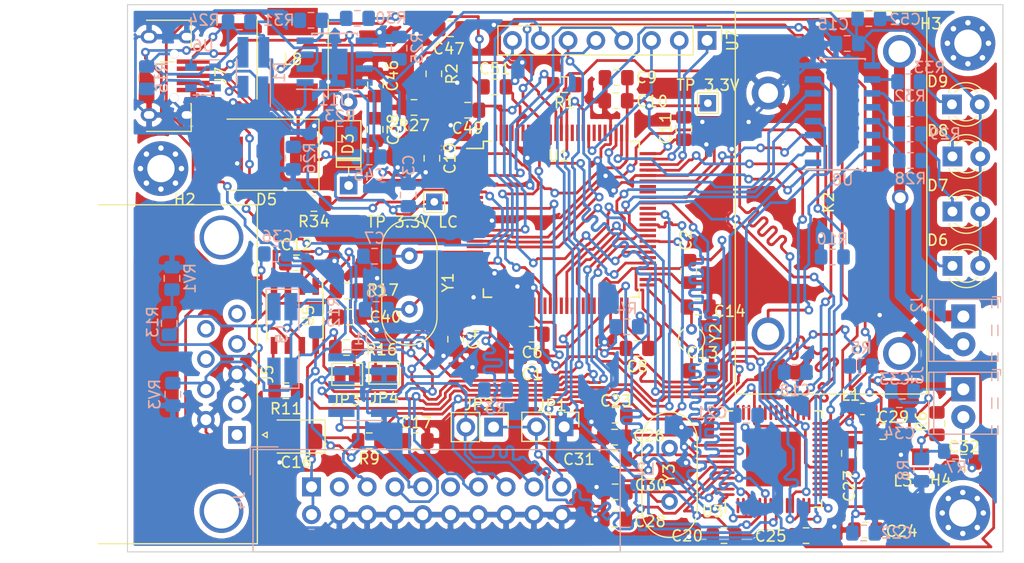
<source format=kicad_pcb>
(kicad_pcb (version 20171130) (host pcbnew "(6.0.0-rc1-dev-1561-g9cac0a38c)")
  (layers (0 F.Cu signal) (31 B.Cu signal hide) (34 B.Paste user hide) (35 F.Paste user) (36 B.SilkS user hide) (37 F.SilkS user) (38 B.Mask user hide) (39 F.Mask user) (44 Edge.Cuts user))
  (net 0 "")
  (net 1 GND)
  (net 2 /MCU/3V3_LC)
  (net 3 +3V3)
  (net 4 "Net-(C5-Pad1)")
  (net 5 "Net-(C7-Pad1)")
  (net 6 5V)
  (net 7 "Net-(C13-Pad1)")
  (net 8 "Net-(C14-Pad1)")
  (net 9 "Net-(C22-Pad1)")
  (net 10 "Net-(C23-Pad1)")
  (net 11 "Net-(C28-Pad1)")
  (net 12 "Net-(C29-Pad1)")
  (net 13 "Net-(C30-Pad1)")
  (net 14 "Net-(C31-Pad1)")
  (net 15 /Ethernet/TRX_0_P)
  (net 16 /Ethernet/TRX_CON0_P)
  (net 17 /Ethernet/TRX_CON0_N)
  (net 18 /Ethernet/TRX_0_N)
  (net 19 "Net-(C34-Pad2)")
  (net 20 "Net-(C40-Pad1)")
  (net 21 "Net-(C45-Pad2)")
  (net 22 "Net-(C45-Pad1)")
  (net 23 "Net-(C47-Pad2)")
  (net 24 "Net-(C47-Pad1)")
  (net 25 /PowerSupply/D-)
  (net 26 /PowerSupply/D+)
  (net 27 "Net-(D6-Pad1)")
  (net 28 "Net-(D7-Pad1)")
  (net 29 "Net-(D8-Pad1)")
  (net 30 "Net-(D9-Pad1)")
  (net 31 /CAN/CAN_H)
  (net 32 /CAN/CAN_L)
  (net 33 "Net-(J7-Pad4)")
  (net 34 RX_DV)
  (net 35 "Net-(K2-Pad2)")
  (net 36 /Ethernet/TRX_0_T_P)
  (net 37 /Ethernet/TRX_0_T_N)
  (net 38 "Net-(L5-Pad2)")
  (net 39 "Net-(R15-Pad2)")
  (net 40 "Net-(R23-Pad2)")
  (net 41 "Net-(R24-Pad2)")
  (net 42 "Net-(R25-Pad1)")
  (net 43 "Net-(R28-Pad1)")
  (net 44 "Net-(R29-Pad1)")
  (net 45 "Net-(R30-Pad2)")
  (net 46 "Net-(R32-Pad1)")
  (net 47 "Net-(R33-Pad1)")
  (net 48 "Net-(R34-Pad1)")
  (net 49 "Net-(U1-Pad92)")
  (net 50 "Net-(U1-Pad83)")
  (net 51 "Net-(U1-Pad78)")
  (net 52 "Net-(U1-Pad77)")
  (net 53 "Net-(U1-Pad74)")
  (net 54 "Net-(U1-Pad73)")
  (net 55 "Net-(U1-Pad67)")
  (net 56 "Net-(U1-Pad61)")
  (net 57 "Net-(U1-Pad60)")
  (net 58 "Net-(U1-Pad59)")
  (net 59 "Net-(U1-Pad58)")
  (net 60 "Net-(U1-Pad57)")
  (net 61 "Net-(U1-Pad55)")
  (net 62 "Net-(U1-Pad43)")
  (net 63 "Net-(U1-Pad41)")
  (net 64 "Net-(U1-Pad36)")
  (net 65 "Net-(U1-Pad15)")
  (net 66 "Net-(U1-Pad5)")
  (net 67 /Ethernet/RX_CLK_L)
  (net 68 /Ethernet/RXD0_L)
  (net 69 /Ethernet/RXD1_L)
  (net 70 /Ethernet/TXD0_L)
  (net 71 /Ethernet/TXD1_L)
  (net 72 "Net-(J2-Pad2)")
  (net 73 "Net-(J2-Pad1)")
  (net 74 "Net-(R4-Pad2)")
  (net 75 "Net-(U1-Pad91)")
  (net 76 "Net-(U1-Pad88)")
  (net 77 "Net-(U1-Pad72)")
  (net 78 "Net-(U1-Pad37)")
  (net 79 "Net-(U1-Pad26)")
  (net 80 "Net-(U1-Pad18)")
  (net 81 "Net-(U1-Pad17)")
  (net 82 "Net-(R2-Pad1)")
  (net 83 "Net-(J1-Pad6)")
  (net 84 "Net-(J1-Pad2)")
  (net 85 "Net-(J1-Pad4)")
  (net 86 "Net-(J1-Pad8)")
  (net 87 "Net-(J4-Pad19)")
  (net 88 "Net-(C17-Pad1)")
  (net 89 "Net-(R10-Pad1)")
  (net 90 "Net-(J1-Pad7)")
  (net 91 "Net-(R11-Pad2)")
  (net 92 "Net-(L5-Pad3)")
  (net 93 "Net-(JP3-Pad2)")
  (net 94 "Net-(JP4-Pad1)")
  (module Jumper:SolderJumper-2_P1.3mm_Open_Pad1.0x1.5mm (layer F.Cu) (at 58.4534 115.6672)
    (fp_text reference JP4 (at 0 2.3) (layer F.SilkS))
    (fp_text value Jumper_NC_Small-Device)
    (pad 1 smd rect (at -0.65 0) (size 1 1.5) (layers F.Cu F.Mask) (net 94 "Net-(JP4-Pad1)"))
    (pad 2 smd rect (at 0.65 0) (size 1 1.5) (layers F.Cu F.Mask) (net 20 "Net-(C40-Pad1)"))
  )
  (module Jumper:SolderJumper-2_P1.3mm_Open_Pad1.0x1.5mm (layer F.Cu) (at 55.0734 115.7772)
    (fp_text reference JP3 (at -0.12 2.34) (layer F.SilkS))
    (fp_text value Jumper_NC_Small-Device)
    (pad 1 smd rect (at -0.65 0) (size 1 1.5) (layers F.Cu F.Mask) (net 20 "Net-(C40-Pad1)"))
    (pad 2 smd rect (at 0.65 0) (size 1 1.5) (layers F.Cu F.Mask) (net 93 "Net-(JP3-Pad2)"))
  )
  (module Inductor_SMD:L_7.25x6.5_H3 (layer F.Cu) (at 50.0888 86.9938 90)
    (fp_text reference L8 (at 0 0 180) (layer F.SilkS))
    (fp_text value 10uH)
    (pad 2 smd rect (at 3.45 0 90) (size 2.5 4.6) (layers F.Cu F.Paste F.Mask) (net 3 +3V3))
    (pad 1 smd rect (at -3.45 0 90) (size 2.5 4.6) (layers F.Cu F.Paste F.Mask) (net 22 "Net-(C45-Pad1)"))
  )
  (module Package_TO_SOT_SMD:SOT-143_Handsoldering (layer B.Cu) (at 46.5 88.15 90)
    (fp_text reference D1 (at -0.02 2.38 90) (layer B.SilkS) (effects (justify mirror)))
    (fp_text value PRTR5V0U2X)
    (pad 4 smd trapezoid (at 1.8 0.95 180) (size 1 2.8) (layers B.Cu B.Paste B.Mask) (net 6 5V))
    (pad 3 smd rect (at 1.8 -0.95 180) (size 1 2.8) (layers B.Cu B.Paste B.Mask) (net 25 /PowerSupply/D-))
    (pad 2 smd rect (at -1.35 -0.95 180) (size 1 2) (layers B.Cu B.Paste B.Mask) (net 26 /PowerSupply/D+))
    (pad 1 smd rect (at -1.8 0.77 180) (size 1.2 2.8) (layers B.Cu B.Paste B.Mask) (net 1 GND))
  )
  (module cypress:DLW43MH201XK2L (layer B.Cu) (at 49.1617 112.5474 90)
    (fp_text reference L5 (at 0.4486 -0.0698 90) (layer B.SilkS) (effects (justify mirror)))
    (fp_text value DLW43MH201XK2L)
    (fp_text user ? (at 0 0 90) (layer B.SilkS) (effects (justify mirror)))
    (pad 2 smd rect (at 2.95 0.775 90) (size 2.5 1.2) (layers B.Cu B.Paste B.Mask) (net 38 "Net-(L5-Pad2)"))
    (pad 3 smd rect (at 2.95 -0.775 90) (size 2.5 1.2) (layers B.Cu B.Paste B.Mask) (net 92 "Net-(L5-Pad3)"))
    (pad 4 smd rect (at -2.95 -0.775 90) (size 2.5 1.2) (layers B.Cu B.Paste B.Mask) (net 32 /CAN/CAN_L))
    (pad 1 smd rect (at -2.95 0.775 90) (size 2.5 1.2) (layers B.Cu B.Paste B.Mask) (net 31 /CAN/CAN_H))
  )
  (module Resistor_SMD:R_0805_2012Metric_Pad1.15x1.40mm_HandSolder (layer F.Cu) (at 49.4702 117.2718 180)
    (fp_text reference R11 (at 0 -1.65 180) (layer F.SilkS))
    (fp_text value NC)
    (pad 2 smd roundrect (at 1.025 0 180) (size 1.15 1.4) (layers F.Cu F.Paste F.Mask) (roundrect_rratio 0.217391) (net 91 "Net-(R11-Pad2)"))
    (pad 1 smd roundrect (at -1.025 0 180) (size 1.15 1.4) (layers F.Cu F.Paste F.Mask) (roundrect_rratio 0.217391) (net 6 5V))
  )
  (module Connector_PinHeader_1.27mm:PinHeader_2x05_P1.27mm_Vertical_SMD (layer B.Cu) (at 56.4954 116.7638 180)
    (fp_text reference J1 (at 0 4.235 180) (layer B.SilkS) (effects (justify mirror)))
    (fp_text value Conn_ARM_SWD_NXP)
    (pad 10 smd rect (at 1.95 -2.54 180) (size 2.4 0.74) (layers B.Cu B.Paste B.Mask) (net 88 "Net-(C17-Pad1)"))
    (pad 9 smd rect (at -1.95 -2.54 180) (size 2.4 0.74) (layers B.Cu B.Paste B.Mask) (net 1 GND))
    (pad 8 smd rect (at 1.95 -1.27 180) (size 2.4 0.74) (layers B.Cu B.Paste B.Mask) (net 86 "Net-(J1-Pad8)"))
    (pad 7 smd rect (at -1.95 -1.27 180) (size 2.4 0.74) (layers B.Cu B.Paste B.Mask) (net 90 "Net-(J1-Pad7)"))
    (pad 6 smd rect (at 1.95 0 180) (size 2.4 0.74) (layers B.Cu B.Paste B.Mask) (net 83 "Net-(J1-Pad6)"))
    (pad 5 smd rect (at -1.95 0 180) (size 2.4 0.74) (layers B.Cu B.Paste B.Mask) (net 1 GND))
    (pad 4 smd rect (at 1.95 1.27 180) (size 2.4 0.74) (layers B.Cu B.Paste B.Mask) (net 85 "Net-(J1-Pad4)"))
    (pad 3 smd rect (at -1.95 1.27 180) (size 2.4 0.74) (layers B.Cu B.Paste B.Mask) (net 1 GND))
    (pad 2 smd rect (at 1.95 2.54 180) (size 2.4 0.74) (layers B.Cu B.Paste B.Mask) (net 84 "Net-(J1-Pad2)"))
    (pad 1 smd rect (at -1.95 2.54 180) (size 2.4 0.74) (layers B.Cu B.Paste B.Mask) (net 3 +3V3))
  )
  (module canbox_nxp_LPC546xx:QFN-56_EP_8.5x8.5_Pitch0.5mm (layer F.Cu) (at 94.0334 123.5172 90)
    (fp_text reference U3 (at -4.8036 -5.5652 180) (layer F.SilkS))
    (fp_text value TJA1102SHN)
    (pad 0 smd rect (at 1.25 1.25 90) (size 2.5 2.5) (layers F.Cu F.Paste F.Mask) (net 1 GND))
    (pad 0 smd rect (at 1.25 -1.25 90) (size 2.5 2.5) (layers F.Cu F.Paste F.Mask) (net 1 GND))
    (pad 0 smd rect (at -1.25 1.25 90) (size 2.5 2.5) (layers F.Cu F.Paste F.Mask) (net 1 GND))
    (pad 0 smd rect (at -1.25 -1.25 90) (size 2.5 2.5) (layers F.Cu F.Paste F.Mask) (net 1 GND))
    (pad 56 smd oval (at -3.25 -4.25 90) (size 0.25 1.4) (layers F.Cu F.Paste F.Mask) (net 34 RX_DV))
    (pad 55 smd oval (at -2.75 -4.25 90) (size 0.25 1.4) (layers F.Cu F.Paste F.Mask) (net 80 "Net-(U1-Pad18)"))
    (pad 54 smd oval (at -2.25 -4.25 90) (size 0.25 1.4) (layers F.Cu F.Paste F.Mask))
    (pad 53 smd oval (at -1.75 -4.25 90) (size 0.25 1.4) (layers F.Cu F.Paste F.Mask) (net 3 +3V3))
    (pad 52 smd oval (at -1.25 -4.25 90) (size 0.25 1.4) (layers F.Cu F.Paste F.Mask) (net 11 "Net-(C28-Pad1)"))
    (pad 51 smd oval (at -0.75 -4.25 90) (size 0.25 1.4) (layers F.Cu F.Paste F.Mask) (net 13 "Net-(C30-Pad1)"))
    (pad 50 smd oval (at -0.25 -4.25 90) (size 0.25 1.4) (layers F.Cu F.Paste F.Mask) (net 14 "Net-(C31-Pad1)"))
    (pad 49 smd oval (at 0.25 -4.25 90) (size 0.25 1.4) (layers F.Cu F.Paste F.Mask) (net 1 GND))
    (pad 48 smd oval (at 0.75 -4.25 90) (size 0.25 1.4) (layers F.Cu F.Paste F.Mask) (net 3 +3V3))
    (pad 47 smd oval (at 1.25 -4.25 90) (size 0.25 1.4) (layers F.Cu F.Paste F.Mask) (net 10 "Net-(C23-Pad1)"))
    (pad 46 smd oval (at 1.75 -4.25 90) (size 0.25 1.4) (layers F.Cu F.Paste F.Mask))
    (pad 45 smd oval (at 2.25 -4.25 90) (size 0.25 1.4) (layers F.Cu F.Paste F.Mask))
    (pad 44 smd oval (at 2.75 -4.25 90) (size 0.25 1.4) (layers F.Cu F.Paste F.Mask))
    (pad 43 smd oval (at 3.25 -4.25 90) (size 0.25 1.4) (layers F.Cu F.Paste F.Mask))
    (pad 42 smd oval (at 4.25 -3.25 180) (size 0.25 1.4) (layers F.Cu F.Paste F.Mask))
    (pad 41 smd oval (at 4.25 -2.75 180) (size 0.25 1.4) (layers F.Cu F.Paste F.Mask))
    (pad 40 smd oval (at 4.25 -2.25 180) (size 0.25 1.4) (layers F.Cu F.Paste F.Mask))
    (pad 39 smd oval (at 4.25 -1.75 180) (size 0.25 1.4) (layers F.Cu F.Paste F.Mask) (net 3 +3V3))
    (pad 38 smd oval (at 4.25 -1.25 180) (size 0.25 1.4) (layers F.Cu F.Paste F.Mask))
    (pad 37 smd oval (at 4.25 -0.75 180) (size 0.25 1.4) (layers F.Cu F.Paste F.Mask))
    (pad 36 smd oval (at 4.25 -0.25 180) (size 0.25 1.4) (layers F.Cu F.Paste F.Mask))
    (pad 35 smd oval (at 4.25 0.25 180) (size 0.25 1.4) (layers F.Cu F.Paste F.Mask))
    (pad 34 smd oval (at 4.25 0.75 180) (size 0.25 1.4) (layers F.Cu F.Paste F.Mask))
    (pad 33 smd oval (at 4.25 1.25 180) (size 0.25 1.4) (layers F.Cu F.Paste F.Mask))
    (pad 32 smd oval (at 4.25 1.75 180) (size 0.25 1.4) (layers F.Cu F.Paste F.Mask))
    (pad 31 smd oval (at 4.25 2.25 180) (size 0.25 1.4) (layers F.Cu F.Paste F.Mask) (net 3 +3V3))
    (pad 30 smd oval (at 4.25 2.75 180) (size 0.25 1.4) (layers F.Cu F.Paste F.Mask) (net 76 "Net-(U1-Pad88)"))
    (pad 29 smd oval (at 4.25 3.25 180) (size 0.25 1.4) (layers F.Cu F.Paste F.Mask) (net 74 "Net-(R4-Pad2)"))
    (pad 28 smd oval (at 3.25 4.25 90) (size 0.25 1.4) (layers F.Cu F.Paste F.Mask) (net 81 "Net-(U1-Pad17)"))
    (pad 27 smd oval (at 2.75 4.25 90) (size 0.25 1.4) (layers F.Cu F.Paste F.Mask) (net 75 "Net-(U1-Pad91)"))
    (pad 26 smd oval (at 2.25 4.25 90) (size 0.25 1.4) (layers F.Cu F.Paste F.Mask) (net 9 "Net-(C22-Pad1)"))
    (pad 25 smd oval (at 1.75 4.25 90) (size 0.25 1.4) (layers F.Cu F.Paste F.Mask))
    (pad 24 smd oval (at 1.25 4.25 90) (size 0.25 1.4) (layers F.Cu F.Paste F.Mask))
    (pad 23 smd oval (at 0.75 4.25 90) (size 0.25 1.4) (layers F.Cu F.Paste F.Mask) (net 9 "Net-(C22-Pad1)"))
    (pad 22 smd oval (at 0.25 4.25 90) (size 0.25 1.4) (layers F.Cu F.Paste F.Mask))
    (pad 21 smd oval (at -0.25 4.25 90) (size 0.25 1.4) (layers F.Cu F.Paste F.Mask) (net 12 "Net-(C29-Pad1)"))
    (pad 20 smd oval (at -0.75 4.25 90) (size 0.25 1.4) (layers F.Cu F.Paste F.Mask) (net 77 "Net-(U1-Pad72)"))
    (pad 19 smd oval (at -1.25 4.25 90) (size 0.25 1.4) (layers F.Cu F.Paste F.Mask) (net 9 "Net-(C22-Pad1)"))
    (pad 18 smd oval (at -1.75 4.25 90) (size 0.25 1.4) (layers F.Cu F.Paste F.Mask) (net 37 /Ethernet/TRX_0_T_N))
    (pad 17 smd oval (at -2.25 4.25 90) (size 0.25 1.4) (layers F.Cu F.Paste F.Mask) (net 36 /Ethernet/TRX_0_T_P))
    (pad 16 smd oval (at -2.75 4.25 90) (size 0.25 1.4) (layers F.Cu F.Paste F.Mask) (net 9 "Net-(C22-Pad1)"))
    (pad 15 smd oval (at -3.25 4.25 90) (size 0.25 1.4) (layers F.Cu F.Paste F.Mask))
    (pad 14 smd oval (at -4.25 3.25 180) (size 0.25 1.4) (layers F.Cu F.Paste F.Mask) (net 89 "Net-(R10-Pad1)"))
    (pad 13 smd oval (at -4.25 2.75 180) (size 0.25 1.4) (layers F.Cu F.Paste F.Mask) (net 78 "Net-(U1-Pad37)"))
    (pad 12 smd oval (at -4.25 2.25 180) (size 0.25 1.4) (layers F.Cu F.Paste F.Mask) (net 70 /Ethernet/TXD0_L))
    (pad 11 smd oval (at -4.25 1.75 180) (size 0.25 1.4) (layers F.Cu F.Paste F.Mask) (net 71 /Ethernet/TXD1_L))
    (pad 10 smd oval (at -4.25 1.25 180) (size 0.25 1.4) (layers F.Cu F.Paste F.Mask))
    (pad 9 smd oval (at -4.25 0.75 180) (size 0.25 1.4) (layers F.Cu F.Paste F.Mask))
    (pad 8 smd oval (at -4.25 0.25 180) (size 0.25 1.4) (layers F.Cu F.Paste F.Mask) (net 79 "Net-(U1-Pad26)"))
    (pad 7 smd oval (at -4.25 -0.25 180) (size 0.25 1.4) (layers F.Cu F.Paste F.Mask))
    (pad 6 smd oval (at -4.25 -0.75 180) (size 0.25 1.4) (layers F.Cu F.Paste F.Mask) (net 3 +3V3))
    (pad 5 smd oval (at -4.25 -1.25 180) (size 0.25 1.4) (layers F.Cu F.Paste F.Mask) (net 67 /Ethernet/RX_CLK_L))
    (pad 4 smd oval (at -4.25 -1.75 180) (size 0.25 1.4) (layers F.Cu F.Paste F.Mask) (net 68 /Ethernet/RXD0_L))
    (pad 3 smd oval (at -4.25 -2.25 180) (size 0.25 1.4) (layers F.Cu F.Paste F.Mask) (net 69 /Ethernet/RXD1_L))
    (pad 2 smd oval (at -4.25 -2.75 180) (size 0.25 1.4) (layers F.Cu F.Paste F.Mask))
    (pad 1 smd oval (at -4.25 -3.25 180) (size 0.25 1.4) (layers F.Cu F.Paste F.Mask))
  )
  (module Resistor_SMD:R_0805_2012Metric_Pad1.15x1.40mm_HandSolder (layer B.Cu) (at 99.4066 105.0544 180)
    (fp_text reference R10 (at 0 1.65 180) (layer B.SilkS) (effects (justify mirror)))
    (fp_text value 10k)
    (pad 2 smd roundrect (at 1.025 0 180) (size 1.15 1.4) (layers B.Cu B.Paste B.Mask) (roundrect_rratio 0.217391) (net 1 GND))
    (pad 1 smd roundrect (at -1.025 0 180) (size 1.15 1.4) (layers B.Cu B.Paste B.Mask) (roundrect_rratio 0.217391) (net 89 "Net-(R10-Pad1)"))
  )
  (module Resistor_SMD:R_0805_2012Metric_Pad1.15x1.40mm_HandSolder (layer F.Cu) (at 57.0902 121.8438 180)
    (fp_text reference R9 (at 0 -1.65 180) (layer F.SilkS))
    (fp_text value 100k)
    (pad 2 smd roundrect (at 1.025 0 180) (size 1.15 1.4) (layers F.Cu F.Paste F.Mask) (roundrect_rratio 0.217391) (net 3 +3V3))
    (pad 1 smd roundrect (at -1.025 0 180) (size 1.15 1.4) (layers F.Cu F.Paste F.Mask) (roundrect_rratio 0.217391) (net 88 "Net-(C17-Pad1)"))
  )
  (module Capacitor_SMD:C_0805_2012Metric_Pad1.15x1.40mm_HandSolder (layer F.Cu) (at 61.3754 121.8438)
    (fp_text reference C17 (at 0 -1.65) (layer F.SilkS))
    (fp_text value 100n)
    (pad 2 smd roundrect (at 1.025 0) (size 1.15 1.4) (layers F.Cu F.Paste F.Mask) (roundrect_rratio 0.217391) (net 1 GND))
    (pad 1 smd roundrect (at -1.025 0) (size 1.15 1.4) (layers F.Cu F.Paste F.Mask) (roundrect_rratio 0.217391) (net 88 "Net-(C17-Pad1)"))
  )
  (module Package_QFP:LQFP-100_14x14mm_P0.5mm (layer F.Cu) (at 74.644 101.611)
    (fp_text reference U1 (at -0.2474 -5.8022) (layer F.SilkS))
    (fp_text value LPC54616J512)
    (pad 100 smd rect (at -6 -7.9 90) (size 1.5 0.28) (layers F.Cu F.Paste F.Mask))
    (pad 99 smd rect (at -5.5 -7.9 90) (size 1.5 0.28) (layers F.Cu F.Paste F.Mask) (net 3 +3V3))
    (pad 98 smd rect (at -5 -7.9 90) (size 1.5 0.28) (layers F.Cu F.Paste F.Mask))
    (pad 97 smd rect (at -4.5 -7.9 90) (size 1.5 0.28) (layers F.Cu F.Paste F.Mask))
    (pad 96 smd rect (at -4 -7.9 90) (size 1.5 0.28) (layers F.Cu F.Paste F.Mask) (net 1 GND))
    (pad 95 smd rect (at -3.5 -7.9 90) (size 1.5 0.28) (layers F.Cu F.Paste F.Mask))
    (pad 94 smd rect (at -3 -7.9 90) (size 1.5 0.28) (layers F.Cu F.Paste F.Mask))
    (pad 93 smd rect (at -2.5 -7.9 90) (size 1.5 0.28) (layers F.Cu F.Paste F.Mask))
    (pad 92 smd rect (at -2 -7.9 90) (size 1.5 0.28) (layers F.Cu F.Paste F.Mask) (net 49 "Net-(U1-Pad92)"))
    (pad 91 smd rect (at -1.5 -7.9 90) (size 1.5 0.28) (layers F.Cu F.Paste F.Mask) (net 75 "Net-(U1-Pad91)"))
    (pad 90 smd rect (at -1 -7.9 90) (size 1.5 0.28) (layers F.Cu F.Paste F.Mask) (net 34 RX_DV))
    (pad 89 smd rect (at -0.5 -7.9 90) (size 1.5 0.28) (layers F.Cu F.Paste F.Mask) (net 82 "Net-(R2-Pad1)"))
    (pad 88 smd rect (at 0 -7.9 90) (size 1.5 0.28) (layers F.Cu F.Paste F.Mask) (net 76 "Net-(U1-Pad88)"))
    (pad 87 smd rect (at 0.5 -7.9 90) (size 1.5 0.28) (layers F.Cu F.Paste F.Mask) (net 87 "Net-(J4-Pad19)"))
    (pad 86 smd rect (at 1 -7.9 90) (size 1.5 0.28) (layers F.Cu F.Paste F.Mask))
    (pad 85 smd rect (at 1.5 -7.9 90) (size 1.5 0.28) (layers F.Cu F.Paste F.Mask))
    (pad 84 smd rect (at 2 -7.9 90) (size 1.5 0.28) (layers F.Cu F.Paste F.Mask) (net 67 /Ethernet/RX_CLK_L))
    (pad 83 smd rect (at 2.5 -7.9 90) (size 1.5 0.28) (layers F.Cu F.Paste F.Mask) (net 50 "Net-(U1-Pad83)"))
    (pad 82 smd rect (at 3 -7.9 90) (size 1.5 0.28) (layers F.Cu F.Paste F.Mask))
    (pad 81 smd rect (at 3.5 -7.9 90) (size 1.5 0.28) (layers F.Cu F.Paste F.Mask))
    (pad 80 smd rect (at 4 -7.9 90) (size 1.5 0.28) (layers F.Cu F.Paste F.Mask))
    (pad 79 smd rect (at 4.5 -7.9 90) (size 1.5 0.28) (layers F.Cu F.Paste F.Mask) (net 1 GND))
    (pad 78 smd rect (at 5 -7.9 90) (size 1.5 0.28) (layers F.Cu F.Paste F.Mask) (net 51 "Net-(U1-Pad78)"))
    (pad 77 smd rect (at 5.5 -7.9 90) (size 1.5 0.28) (layers F.Cu F.Paste F.Mask) (net 52 "Net-(U1-Pad77)"))
    (pad 76 smd rect (at 6 -7.9 90) (size 1.5 0.28) (layers F.Cu F.Paste F.Mask) (net 3 +3V3))
    (pad 75 smd rect (at 7.9 -6) (size 1.5 0.28) (layers F.Cu F.Paste F.Mask) (net 3 +3V3))
    (pad 74 smd rect (at 7.9 -5.5) (size 1.5 0.28) (layers F.Cu F.Paste F.Mask) (net 53 "Net-(U1-Pad74)"))
    (pad 73 smd rect (at 7.9 -5) (size 1.5 0.28) (layers F.Cu F.Paste F.Mask) (net 54 "Net-(U1-Pad73)"))
    (pad 72 smd rect (at 7.9 -4.5) (size 1.5 0.28) (layers F.Cu F.Paste F.Mask) (net 77 "Net-(U1-Pad72)"))
    (pad 71 smd rect (at 7.9 -4) (size 1.5 0.28) (layers F.Cu F.Paste F.Mask) (net 1 GND))
    (pad 70 smd rect (at 7.9 -3.5) (size 1.5 0.28) (layers F.Cu F.Paste F.Mask) (net 71 /Ethernet/TXD1_L))
    (pad 69 smd rect (at 7.9 -3) (size 1.5 0.28) (layers F.Cu F.Paste F.Mask))
    (pad 68 smd rect (at 7.9 -2.5) (size 1.5 0.28) (layers F.Cu F.Paste F.Mask))
    (pad 67 smd rect (at 7.9 -2) (size 1.5 0.28) (layers F.Cu F.Paste F.Mask) (net 55 "Net-(U1-Pad67)"))
    (pad 66 smd rect (at 7.9 -1.5) (size 1.5 0.28) (layers F.Cu F.Paste F.Mask) (net 69 /Ethernet/RXD1_L))
    (pad 65 smd rect (at 7.9 -1) (size 1.5 0.28) (layers F.Cu F.Paste F.Mask))
    (pad 64 smd rect (at 7.9 -0.5) (size 1.5 0.28) (layers F.Cu F.Paste F.Mask) (net 83 "Net-(J1-Pad6)"))
    (pad 63 smd rect (at 7.9 0) (size 1.5 0.28) (layers F.Cu F.Paste F.Mask))
    (pad 62 smd rect (at 7.9 0.5) (size 1.5 0.28) (layers F.Cu F.Paste F.Mask) (net 68 /Ethernet/RXD0_L))
    (pad 61 smd rect (at 7.9 1) (size 1.5 0.28) (layers F.Cu F.Paste F.Mask) (net 56 "Net-(U1-Pad61)"))
    (pad 60 smd rect (at 7.9 1.5) (size 1.5 0.28) (layers F.Cu F.Paste F.Mask) (net 57 "Net-(U1-Pad60)"))
    (pad 59 smd rect (at 7.9 2) (size 1.5 0.28) (layers F.Cu F.Paste F.Mask) (net 58 "Net-(U1-Pad59)"))
    (pad 58 smd rect (at 7.9 2.5) (size 1.5 0.28) (layers F.Cu F.Paste F.Mask) (net 59 "Net-(U1-Pad58)"))
    (pad 57 smd rect (at 7.9 3) (size 1.5 0.28) (layers F.Cu F.Paste F.Mask) (net 60 "Net-(U1-Pad57)"))
    (pad 56 smd rect (at 7.9 3.5) (size 1.5 0.28) (layers F.Cu F.Paste F.Mask))
    (pad 55 smd rect (at 7.9 4) (size 1.5 0.28) (layers F.Cu F.Paste F.Mask) (net 61 "Net-(U1-Pad55)"))
    (pad 54 smd rect (at 7.9 4.5) (size 1.5 0.28) (layers F.Cu F.Paste F.Mask) (net 3 +3V3))
    (pad 53 smd rect (at 7.9 5) (size 1.5 0.28) (layers F.Cu F.Paste F.Mask) (net 1 GND))
    (pad 52 smd rect (at 7.9 5.5) (size 1.5 0.28) (layers F.Cu F.Paste F.Mask) (net 8 "Net-(C14-Pad1)"))
    (pad 51 smd rect (at 7.9 6) (size 1.5 0.28) (layers F.Cu F.Paste F.Mask) (net 7 "Net-(C13-Pad1)"))
    (pad 50 smd rect (at 6 7.9 90) (size 1.5 0.28) (layers F.Cu F.Paste F.Mask) (net 3 +3V3))
    (pad 49 smd rect (at 5.5 7.9 90) (size 1.5 0.28) (layers F.Cu F.Paste F.Mask) (net 1 GND))
    (pad 48 smd rect (at 5 7.9 90) (size 1.5 0.28) (layers F.Cu F.Paste F.Mask) (net 88 "Net-(C17-Pad1)"))
    (pad 47 smd rect (at 4.5 7.9 90) (size 1.5 0.28) (layers F.Cu F.Paste F.Mask) (net 74 "Net-(R4-Pad2)"))
    (pad 46 smd rect (at 4 7.9 90) (size 1.5 0.28) (layers F.Cu F.Paste F.Mask))
    (pad 45 smd rect (at 3.5 7.9 90) (size 1.5 0.28) (layers F.Cu F.Paste F.Mask) (net 3 +3V3))
    (pad 44 smd rect (at 3 7.9 90) (size 1.5 0.28) (layers F.Cu F.Paste F.Mask))
    (pad 43 smd rect (at 2.5 7.9 90) (size 1.5 0.28) (layers F.Cu F.Paste F.Mask) (net 62 "Net-(U1-Pad43)"))
    (pad 42 smd rect (at 2 7.9 90) (size 1.5 0.28) (layers F.Cu F.Paste F.Mask))
    (pad 41 smd rect (at 1.5 7.9 90) (size 1.5 0.28) (layers F.Cu F.Paste F.Mask) (net 63 "Net-(U1-Pad41)"))
    (pad 40 smd rect (at 1 7.9 90) (size 1.5 0.28) (layers F.Cu F.Paste F.Mask))
    (pad 39 smd rect (at 0.5 7.9 90) (size 1.5 0.28) (layers F.Cu F.Paste F.Mask) (net 70 /Ethernet/TXD0_L))
    (pad 38 smd rect (at 0 7.9 90) (size 1.5 0.28) (layers F.Cu F.Paste F.Mask))
    (pad 37 smd rect (at -0.5 7.9 90) (size 1.5 0.28) (layers F.Cu F.Paste F.Mask) (net 78 "Net-(U1-Pad37)"))
    (pad 36 smd rect (at -1 7.9 90) (size 1.5 0.28) (layers F.Cu F.Paste F.Mask) (net 64 "Net-(U1-Pad36)"))
    (pad 35 smd rect (at -1.5 7.9 90) (size 1.5 0.28) (layers F.Cu F.Paste F.Mask))
    (pad 34 smd rect (at -2 7.9 90) (size 1.5 0.28) (layers F.Cu F.Paste F.Mask) (net 1 GND))
    (pad 33 smd rect (at -2.5 7.9 90) (size 1.5 0.28) (layers F.Cu F.Paste F.Mask) (net 3 +3V3))
    (pad 32 smd rect (at -3 7.9 90) (size 1.5 0.28) (layers F.Cu F.Paste F.Mask) (net 3 +3V3))
    (pad 31 smd rect (at -3.5 7.9 90) (size 1.5 0.28) (layers F.Cu F.Paste F.Mask) (net 2 /MCU/3V3_LC))
    (pad 30 smd rect (at -4 7.9 90) (size 1.5 0.28) (layers F.Cu F.Paste F.Mask) (net 1 GND))
    (pad 29 smd rect (at -4.5 7.9 90) (size 1.5 0.28) (layers F.Cu F.Paste F.Mask))
    (pad 28 smd rect (at -5 7.9 90) (size 1.5 0.28) (layers F.Cu F.Paste F.Mask))
    (pad 27 smd rect (at -5.5 7.9 90) (size 1.5 0.28) (layers F.Cu F.Paste F.Mask))
    (pad 26 smd rect (at -6 7.9 90) (size 1.5 0.28) (layers F.Cu F.Paste F.Mask) (net 79 "Net-(U1-Pad26)"))
    (pad 25 smd rect (at -7.9 6) (size 1.5 0.28) (layers F.Cu F.Paste F.Mask) (net 84 "Net-(J1-Pad2)"))
    (pad 24 smd rect (at -7.9 5.5) (size 1.5 0.28) (layers F.Cu F.Paste F.Mask) (net 85 "Net-(J1-Pad4)"))
    (pad 23 smd rect (at -7.9 5) (size 1.5 0.28) (layers F.Cu F.Paste F.Mask))
    (pad 22 smd rect (at -7.9 4.5) (size 1.5 0.28) (layers F.Cu F.Paste F.Mask) (net 1 GND))
    (pad 21 smd rect (at -7.9 4) (size 1.5 0.28) (layers F.Cu F.Paste F.Mask) (net 3 +3V3))
    (pad 20 smd rect (at -7.9 3.5) (size 1.5 0.28) (layers F.Cu F.Paste F.Mask) (net 4 "Net-(C5-Pad1)"))
    (pad 19 smd rect (at -7.9 3) (size 1.5 0.28) (layers F.Cu F.Paste F.Mask) (net 5 "Net-(C7-Pad1)"))
    (pad 18 smd rect (at -7.9 2.5) (size 1.5 0.28) (layers F.Cu F.Paste F.Mask) (net 80 "Net-(U1-Pad18)"))
    (pad 17 smd rect (at -7.9 2) (size 1.5 0.28) (layers F.Cu F.Paste F.Mask) (net 81 "Net-(U1-Pad17)"))
    (pad 16 smd rect (at -7.9 1.5) (size 1.5 0.28) (layers F.Cu F.Paste F.Mask) (net 89 "Net-(R10-Pad1)"))
    (pad 15 smd rect (at -7.9 1) (size 1.5 0.28) (layers F.Cu F.Paste F.Mask) (net 65 "Net-(U1-Pad15)"))
    (pad 14 smd rect (at -7.9 0.5) (size 1.5 0.28) (layers F.Cu F.Paste F.Mask) (net 1 GND))
    (pad 13 smd rect (at -7.9 0) (size 1.5 0.28) (layers F.Cu F.Paste F.Mask) (net 26 /PowerSupply/D+))
    (pad 12 smd rect (at -7.9 -0.5) (size 1.5 0.28) (layers F.Cu F.Paste F.Mask) (net 25 /PowerSupply/D-))
    (pad 11 smd rect (at -7.9 -1) (size 1.5 0.28) (layers F.Cu F.Paste F.Mask) (net 2 /MCU/3V3_LC))
    (pad 10 smd rect (at -7.9 -1.5) (size 1.5 0.28) (layers F.Cu F.Paste F.Mask) (net 2 /MCU/3V3_LC))
    (pad 9 smd rect (at -7.9 -2) (size 1.5 0.28) (layers F.Cu F.Paste F.Mask) (net 40 "Net-(R23-Pad2)"))
    (pad 8 smd rect (at -7.9 -2.5) (size 1.5 0.28) (layers F.Cu F.Paste F.Mask) (net 33 "Net-(J7-Pad4)"))
    (pad 7 smd rect (at -7.9 -3) (size 1.5 0.28) (layers F.Cu F.Paste F.Mask) (net 48 "Net-(R34-Pad1)"))
    (pad 6 smd rect (at -7.9 -3.5) (size 1.5 0.28) (layers F.Cu F.Paste F.Mask) (net 1 GND))
    (pad 5 smd rect (at -7.9 -4) (size 1.5 0.28) (layers F.Cu F.Paste F.Mask) (net 66 "Net-(U1-Pad5)"))
    (pad 4 smd rect (at -7.9 -4.5) (size 1.5 0.28) (layers F.Cu F.Paste F.Mask))
    (pad 3 smd rect (at -7.9 -5) (size 1.5 0.28) (layers F.Cu F.Paste F.Mask))
    (pad 2 smd rect (at -7.9 -5.5) (size 1.5 0.28) (layers F.Cu F.Paste F.Mask) (net 1 GND))
    (pad 1 smd rect (at -7.9 -6) (size 1.9 0.28) (layers F.Cu F.Paste F.Mask) (net 3 +3V3))
  )
  (module Diode_SMD:D_SMC (layer F.Cu) (at 47.6968 95.7072 180)
    (fp_text reference D5 (at 0 -4.1 180) (layer F.SilkS))
    (fp_text value B340)
    (pad 2 smd rect (at 3.4 0 270) (size 3.3 2.5) (layers F.Cu F.Paste F.Mask) (net 1 GND))
    (pad 1 smd rect (at -3.4 0 270) (size 3.3 2.5) (layers F.Cu F.Paste F.Mask) (net 22 "Net-(C45-Pad1)"))
  )
  (module Capacitor_Tantalum_SMD:CP_EIA-3528-21_Kemet-B_Pad1.50x2.35mm_HandSolder (layer F.Cu) (at 50.419 121.4628 180)
    (fp_text reference C16 (at 0 -2.35 180) (layer F.SilkS))
    (fp_text value 47uF)
    (pad 2 smd roundrect (at 1.625 0 180) (size 1.5 2.35) (layers F.Cu F.Paste F.Mask) (roundrect_rratio 0.166667) (net 1 GND))
    (pad 1 smd roundrect (at -1.625 0 180) (size 1.5 2.35) (layers F.Cu F.Paste F.Mask) (roundrect_rratio 0.166667) (net 3 +3V3))
  )
  (module cypress:ALF1T05 (layer F.Cu) (at 99.5426 100.076 270)
    (fp_text reference K2 (at 0 0.5 270) (layer F.SilkS))
    (fp_text value FTR-K3AB005W)
    (pad 4 thru_hole circle (at -13.8 -6 270) (size 3 3) (drill 2) (layers *.Cu *.Mask) (net 72 "Net-(J2-Pad2)"))
    (pad 1 thru_hole circle (at -10 6 270) (size 3 3) (drill 1.8) (layers *.Cu *.Mask) (net 1 GND))
    (pad 2 thru_hole circle (at 12 6 270) (size 3 3) (drill 2) (layers *.Cu *.Mask) (net 35 "Net-(K2-Pad2)"))
    (pad 3 thru_hole circle (at 13.8 -6 270) (size 3 3) (drill 2) (layers *.Cu *.Mask) (net 73 "Net-(J2-Pad1)"))
  )
  (module Package_SO:SOIC-8-1EP_3.9x4.9mm_P1.27mm_EP2.35x2.35mm (layer B.Cu) (at 53.9275 87.2015)
    (fp_text reference U11 (at 0 3.5) (layer B.SilkS) (effects (justify mirror)))
    (fp_text value MP1582)
    (pad 9 smd rect (at 0 0) (size 2.35 2.35) (layers B.Cu B.Paste B.Mask) (net 1 GND))
    (pad 8 smd rect (at 2.7 1.905) (size 1.55 0.6) (layers B.Cu B.Paste B.Mask) (net 21 "Net-(C45-Pad2)"))
    (pad 7 smd rect (at 2.7 0.635) (size 1.55 0.6) (layers B.Cu B.Paste B.Mask) (net 6 5V))
    (pad 6 smd rect (at 2.7 -0.635) (size 1.55 0.6) (layers B.Cu B.Paste B.Mask) (net 42 "Net-(R25-Pad1)"))
    (pad 5 smd rect (at 2.7 -1.905) (size 1.55 0.6) (layers B.Cu B.Paste B.Mask) (net 1 GND))
    (pad 4 smd rect (at -2.7 -1.905) (size 1.55 0.6) (layers B.Cu B.Paste B.Mask) (net 45 "Net-(R30-Pad2)"))
    (pad 3 smd rect (at -2.7 -0.635) (size 1.55 0.6) (layers B.Cu B.Paste B.Mask) (net 24 "Net-(C47-Pad1)"))
    (pad 2 smd rect (at -2.7 0.635) (size 1.55 0.6) (layers B.Cu B.Paste B.Mask) (net 41 "Net-(R24-Pad2)"))
    (pad 1 smd rect (at -2.7 1.905) (size 1.55 0.6) (layers B.Cu B.Paste B.Mask) (net 22 "Net-(C45-Pad1)"))
  )
  (module Connector_IDC:IDC-Header_2x10_P2.54mm_Vertical (layer B.Cu) (at 51.816 126.0602 270)
    (fp_text reference J4 (at 1.27 6.604 270) (layer B.SilkS) (effects (justify mirror)))
    (fp_text value Conn_ARM_JTAG_SWD_20)
    (pad 20 thru_hole oval (at 2.54 -22.86 270) (size 1.7272 1.7272) (drill 1.016) (layers *.Cu *.Mask) (net 1 GND))
    (pad 19 thru_hole oval (at 0 -22.86 270) (size 1.7272 1.7272) (drill 1.016) (layers *.Cu *.Mask) (net 87 "Net-(J4-Pad19)"))
    (pad 18 thru_hole oval (at 2.54 -20.32 270) (size 1.7272 1.7272) (drill 1.016) (layers *.Cu *.Mask) (net 1 GND))
    (pad 17 thru_hole oval (at 0 -20.32 270) (size 1.7272 1.7272) (drill 1.016) (layers *.Cu *.Mask) (net 90 "Net-(J1-Pad7)"))
    (pad 16 thru_hole oval (at 2.54 -17.78 270) (size 1.7272 1.7272) (drill 1.016) (layers *.Cu *.Mask) (net 1 GND))
    (pad 15 thru_hole oval (at 0 -17.78 270) (size 1.7272 1.7272) (drill 1.016) (layers *.Cu *.Mask) (net 88 "Net-(C17-Pad1)"))
    (pad 14 thru_hole oval (at 2.54 -15.24 270) (size 1.7272 1.7272) (drill 1.016) (layers *.Cu *.Mask) (net 1 GND))
    (pad 13 thru_hole oval (at 0 -15.24 270) (size 1.7272 1.7272) (drill 1.016) (layers *.Cu *.Mask) (net 83 "Net-(J1-Pad6)"))
    (pad 12 thru_hole oval (at 2.54 -12.7 270) (size 1.7272 1.7272) (drill 1.016) (layers *.Cu *.Mask) (net 1 GND))
    (pad 11 thru_hole oval (at 0 -12.7 270) (size 1.7272 1.7272) (drill 1.016) (layers *.Cu *.Mask))
    (pad 10 thru_hole oval (at 2.54 -10.16 270) (size 1.7272 1.7272) (drill 1.016) (layers *.Cu *.Mask) (net 1 GND))
    (pad 9 thru_hole oval (at 0 -10.16 270) (size 1.7272 1.7272) (drill 1.016) (layers *.Cu *.Mask) (net 85 "Net-(J1-Pad4)"))
    (pad 8 thru_hole oval (at 2.54 -7.62 270) (size 1.7272 1.7272) (drill 1.016) (layers *.Cu *.Mask) (net 1 GND))
    (pad 7 thru_hole oval (at 0 -7.62 270) (size 1.7272 1.7272) (drill 1.016) (layers *.Cu *.Mask) (net 84 "Net-(J1-Pad2)"))
    (pad 6 thru_hole oval (at 2.54 -5.08 270) (size 1.7272 1.7272) (drill 1.016) (layers *.Cu *.Mask) (net 1 GND))
    (pad 5 thru_hole oval (at 0 -5.08 270) (size 1.7272 1.7272) (drill 1.016) (layers *.Cu *.Mask) (net 86 "Net-(J1-Pad8)"))
    (pad 4 thru_hole oval (at 2.54 -2.54 270) (size 1.7272 1.7272) (drill 1.016) (layers *.Cu *.Mask) (net 1 GND))
    (pad 3 thru_hole oval (at 0 -2.54 270) (size 1.7272 1.7272) (drill 1.016) (layers *.Cu *.Mask))
    (pad 2 thru_hole oval (at 2.54 0 270) (size 1.7272 1.7272) (drill 1.016) (layers *.Cu *.Mask) (net 3 +3V3))
    (pad 1 thru_hole rect (at 0 0 270) (size 1.7272 1.7272) (drill 1.016) (layers *.Cu *.Mask) (net 3 +3V3))
  )
  (module Capacitor_SMD:C_0805_2012Metric_Pad1.15x1.40mm_HandSolder (layer B.Cu) (at 100.7618 85.5472 180)
    (fp_text reference C15 (at 1.27 1.7526 180) (layer B.SilkS) (effects (justify mirror)))
    (fp_text value 100n)
    (pad 2 smd roundrect (at 1.025 0 180) (size 1.15 1.4) (layers B.Cu B.Paste B.Mask) (roundrect_rratio 0.217391) (net 1 GND))
    (pad 1 smd roundrect (at -1.025 0 180) (size 1.15 1.4) (layers B.Cu B.Paste B.Mask) (roundrect_rratio 0.217391) (net 6 5V))
  )
  (module Capacitor_SMD:C_0805_2012Metric_Pad1.15x1.40mm_HandSolder (layer F.Cu) (at 79.6544 88.6714 180)
    (fp_text reference C9 (at -2.779 0.0142 180) (layer F.SilkS))
    (fp_text value 4.7u)
    (pad 2 smd roundrect (at 1.025 0 180) (size 1.15 1.4) (layers F.Cu F.Paste F.Mask) (roundrect_rratio 0.217391) (net 1 GND))
    (pad 1 smd roundrect (at -1.025 0 180) (size 1.15 1.4) (layers F.Cu F.Paste F.Mask) (roundrect_rratio 0.217391) (net 3 +3V3))
  )
  (module Resistor_SMD:R_0805_2012Metric_Pad1.15x1.40mm_HandSolder (layer B.Cu) (at 54.4232 93.8276 180)
    (fp_text reference R23 (at 0 1.65 180) (layer B.SilkS) (effects (justify mirror)))
    (fp_text value 124k)
    (pad 2 smd roundrect (at 1.025 0 180) (size 1.15 1.4) (layers B.Cu B.Paste B.Mask) (roundrect_rratio 0.217391) (net 40 "Net-(R23-Pad2)"))
    (pad 1 smd roundrect (at -1.025 0 180) (size 1.15 1.4) (layers B.Cu B.Paste B.Mask) (roundrect_rratio 0.217391) (net 6 5V))
  )
  (module Connector_Dsub:DSUB-9_Female_Horizontal_P2.77x2.84mm_EdgePinOffset9.90mm_Housed_MountingHolesOffset11.32mm (layer F.Cu) (at 45.0064 121.31 270)
    (fp_text reference J5 (at -5.54 -2.8 270) (layer F.SilkS))
    (fp_text value DB9_Male)
    (pad 0 thru_hole circle (at 6.96 1.42 270) (size 4 4) (drill 3.2) (layers *.Cu *.Mask))
    (pad 0 thru_hole circle (at -18.04 1.42 270) (size 4 4) (drill 3.2) (layers *.Cu *.Mask))
    (pad 9 thru_hole circle (at -9.695 2.84 270) (size 1.6 1.6) (drill 1) (layers *.Cu *.Mask))
    (pad 8 thru_hole circle (at -6.925 2.84 270) (size 1.6 1.6) (drill 1) (layers *.Cu *.Mask))
    (pad 7 thru_hole circle (at -4.155 2.84 270) (size 1.6 1.6) (drill 1) (layers *.Cu *.Mask) (net 31 /CAN/CAN_H))
    (pad 6 thru_hole circle (at -1.385 2.84 270) (size 1.6 1.6) (drill 1) (layers *.Cu *.Mask) (net 1 GND))
    (pad 5 thru_hole circle (at -11.08 0 270) (size 1.6 1.6) (drill 1) (layers *.Cu *.Mask))
    (pad 4 thru_hole circle (at -8.31 0 270) (size 1.6 1.6) (drill 1) (layers *.Cu *.Mask))
    (pad 3 thru_hole circle (at -5.54 0 270) (size 1.6 1.6) (drill 1) (layers *.Cu *.Mask) (net 1 GND))
    (pad 2 thru_hole circle (at -2.77 0 270) (size 1.6 1.6) (drill 1) (layers *.Cu *.Mask) (net 32 /CAN/CAN_L))
    (pad 1 thru_hole rect (at 0 0 270) (size 1.6 1.6) (drill 1) (layers *.Cu *.Mask))
  )
  (module TerminalBlock_Phoenix:TerminalBlock_Phoenix_MPT-0,5-2-2.54_1x02_P2.54mm_Horizontal (layer B.Cu) (at 111.379 117.1448 270)
    (fp_text reference J3 (at -1.27 4.1656 270) (layer B.SilkS) (effects (justify mirror)))
    (fp_text value Screw_Terminal_01x02)
    (pad "" np_thru_hole circle (at 2.54 -2.54 270) (size 1.1 1.1) (drill 1.1) (layers *.Cu *.Mask))
    (pad 2 thru_hole circle (at 2.54 0 270) (size 2.2 2.2) (drill 1.1) (layers *.Cu *.Mask) (net 16 /Ethernet/TRX_CON0_P))
    (pad "" np_thru_hole circle (at 0 -2.54 270) (size 1.1 1.1) (drill 1.1) (layers *.Cu *.Mask))
    (pad 1 thru_hole rect (at 0 0 270) (size 2.2 2.2) (drill 1.1) (layers *.Cu *.Mask) (net 17 /Ethernet/TRX_CON0_N))
  )
  (module TerminalBlock_Phoenix:TerminalBlock_Phoenix_MPT-0,5-2-2.54_1x02_P2.54mm_Horizontal (layer B.Cu) (at 111.379 110.49 270)
    (fp_text reference J2 (at -1.1938 4.2418 270) (layer B.SilkS) (effects (justify mirror)))
    (fp_text value Screw_Terminal_01x02)
    (pad "" np_thru_hole circle (at 2.54 -2.54 270) (size 1.1 1.1) (drill 1.1) (layers *.Cu *.Mask))
    (pad 2 thru_hole circle (at 2.54 0 270) (size 2.2 2.2) (drill 1.1) (layers *.Cu *.Mask) (net 72 "Net-(J2-Pad2)"))
    (pad "" np_thru_hole circle (at 0 -2.54 270) (size 1.1 1.1) (drill 1.1) (layers *.Cu *.Mask))
    (pad 1 thru_hole rect (at 0 0 270) (size 2.2 2.2) (drill 1.1) (layers *.Cu *.Mask) (net 73 "Net-(J2-Pad1)"))
  )
  (module Resistor_SMD:R_0805_2012Metric_Pad1.15x1.40mm_HandSolder (layer F.Cu) (at 52.0356 100.1649 180)
    (fp_text reference R34 (at 0 -1.65 180) (layer F.SilkS))
    (fp_text value 12.4k)
    (pad 2 smd roundrect (at 1.025 0 180) (size 1.15 1.4) (layers F.Cu F.Paste F.Mask) (roundrect_rratio 0.217391) (net 1 GND))
    (pad 1 smd roundrect (at -1.025 0 180) (size 1.15 1.4) (layers F.Cu F.Paste F.Mask) (roundrect_rratio 0.217391) (net 48 "Net-(R34-Pad1)"))
  )
  (module Connector_PinHeader_2.54mm:PinHeader_1x02_P2.54mm_Vertical (layer F.Cu) (at 68.453 120.5992 270)
    (fp_text reference JP2 (at -2.053 1.3462 180) (layer F.SilkS))
    (fp_text value Jumper_NC_Small)
    (pad 2 thru_hole oval (at 0 2.54 270) (size 1.7 1.7) (drill 1) (layers *.Cu *.Mask) (net 90 "Net-(J1-Pad7)"))
    (pad 1 thru_hole rect (at 0 0 270) (size 1.7 1.7) (drill 1) (layers *.Cu *.Mask) (net 34 RX_DV))
  )
  (module Resistor_SMD:R_0805_2012Metric_Pad1.15x1.40mm_HandSolder (layer F.Cu) (at 61.1796 91.3892 180)
    (fp_text reference R27 (at 0 -1.65 180) (layer F.SilkS))
    (fp_text value 68.1k)
    (pad 2 smd roundrect (at 1.025 0 180) (size 1.15 1.4) (layers F.Cu F.Paste F.Mask) (roundrect_rratio 0.217391) (net 1 GND))
    (pad 1 smd roundrect (at -1.025 0 180) (size 1.15 1.4) (layers F.Cu F.Paste F.Mask) (roundrect_rratio 0.217391) (net 23 "Net-(C47-Pad2)"))
  )
  (module Resistor_SMD:R_0805_2012Metric_Pad1.15x1.40mm_HandSolder (layer B.Cu) (at 45.212 83.566)
    (fp_text reference R24 (at -3.2486 -0.1588) (layer B.SilkS) (effects (justify mirror)))
    (fp_text value 100k)
    (pad 2 smd roundrect (at 1.025 0) (size 1.15 1.4) (layers B.Cu B.Paste B.Mask) (roundrect_rratio 0.217391) (net 41 "Net-(R24-Pad2)"))
    (pad 1 smd roundrect (at -1.025 0) (size 1.15 1.4) (layers B.Cu B.Paste B.Mask) (roundrect_rratio 0.217391) (net 6 5V))
  )
  (module MountingHole:MountingHole_2.5mm_Pad_Via (layer F.Cu) (at 111.3282 128.4478)
    (fp_text reference H4 (at -2.0248 -2.9906) (layer F.SilkS))
    (fp_text value MountingHole)
    (pad 1 thru_hole circle (at 1.325825 -1.325825) (size 0.8 0.8) (drill 0.5) (layers *.Cu *.Mask))
    (pad 1 thru_hole circle (at 0 -1.875) (size 0.8 0.8) (drill 0.5) (layers *.Cu *.Mask))
    (pad 1 thru_hole circle (at -1.325825 -1.325825) (size 0.8 0.8) (drill 0.5) (layers *.Cu *.Mask))
    (pad 1 thru_hole circle (at -1.875 0) (size 0.8 0.8) (drill 0.5) (layers *.Cu *.Mask))
    (pad 1 thru_hole circle (at -1.325825 1.325825) (size 0.8 0.8) (drill 0.5) (layers *.Cu *.Mask))
    (pad 1 thru_hole circle (at 0 1.875) (size 0.8 0.8) (drill 0.5) (layers *.Cu *.Mask))
    (pad 1 thru_hole circle (at 1.325825 1.325825) (size 0.8 0.8) (drill 0.5) (layers *.Cu *.Mask))
    (pad 1 thru_hole circle (at 1.875 0) (size 0.8 0.8) (drill 0.5) (layers *.Cu *.Mask))
    (pad 1 thru_hole circle (at 0 0) (size 5 5) (drill 2.5) (layers *.Cu *.Mask))
  )
  (module MountingHole:MountingHole_2.5mm_Pad_Via (layer F.Cu) (at 111.7981 85.52434)
    (fp_text reference H3 (at -3.3909 -1.78054) (layer F.SilkS))
    (fp_text value MountingHole)
    (pad 1 thru_hole circle (at 1.325825 -1.325825) (size 0.8 0.8) (drill 0.5) (layers *.Cu *.Mask))
    (pad 1 thru_hole circle (at 0 -1.875) (size 0.8 0.8) (drill 0.5) (layers *.Cu *.Mask))
    (pad 1 thru_hole circle (at -1.325825 -1.325825) (size 0.8 0.8) (drill 0.5) (layers *.Cu *.Mask))
    (pad 1 thru_hole circle (at -1.875 0) (size 0.8 0.8) (drill 0.5) (layers *.Cu *.Mask))
    (pad 1 thru_hole circle (at -1.325825 1.325825) (size 0.8 0.8) (drill 0.5) (layers *.Cu *.Mask))
    (pad 1 thru_hole circle (at 0 1.875) (size 0.8 0.8) (drill 0.5) (layers *.Cu *.Mask))
    (pad 1 thru_hole circle (at 1.325825 1.325825) (size 0.8 0.8) (drill 0.5) (layers *.Cu *.Mask))
    (pad 1 thru_hole circle (at 1.875 0) (size 0.8 0.8) (drill 0.5) (layers *.Cu *.Mask))
    (pad 1 thru_hole circle (at 0 0) (size 5 5) (drill 2.5) (layers *.Cu *.Mask))
  )
  (module MountingHole:MountingHole_2.5mm_Pad_Via (layer F.Cu) (at 38.0538 96.9772)
    (fp_text reference H2 (at 2.174175 2.825825) (layer F.SilkS))
    (fp_text value MountingHole)
    (pad 1 thru_hole circle (at 1.325825 -1.325825) (size 0.8 0.8) (drill 0.5) (layers *.Cu *.Mask))
    (pad 1 thru_hole circle (at 0 -1.875) (size 0.8 0.8) (drill 0.5) (layers *.Cu *.Mask))
    (pad 1 thru_hole circle (at -1.325825 -1.325825) (size 0.8 0.8) (drill 0.5) (layers *.Cu *.Mask))
    (pad 1 thru_hole circle (at -1.875 0) (size 0.8 0.8) (drill 0.5) (layers *.Cu *.Mask))
    (pad 1 thru_hole circle (at -1.325825 1.325825) (size 0.8 0.8) (drill 0.5) (layers *.Cu *.Mask))
    (pad 1 thru_hole circle (at 0 1.875) (size 0.8 0.8) (drill 0.5) (layers *.Cu *.Mask))
    (pad 1 thru_hole circle (at 1.325825 1.325825) (size 0.8 0.8) (drill 0.5) (layers *.Cu *.Mask))
    (pad 1 thru_hole circle (at 1.875 0) (size 0.8 0.8) (drill 0.5) (layers *.Cu *.Mask))
    (pad 1 thru_hole circle (at 0 0) (size 5 5) (drill 2.5) (layers *.Cu *.Mask))
  )
  (module Crystal:Crystal_HC49-4H_Vertical (layer F.Cu) (at 84.5334 127.3972 90)
    (fp_text reference Y3 (at 2.5816 -0.053 90) (layer F.SilkS))
    (fp_text value 25Mhz)
    (pad 2 thru_hole circle (at 4.88 0 90) (size 1.5 1.5) (drill 0.8) (layers *.Cu *.Mask) (net 14 "Net-(C31-Pad1)"))
    (pad 1 thru_hole circle (at 0 0 90) (size 1.5 1.5) (drill 0.8) (layers *.Cu *.Mask) (net 13 "Net-(C30-Pad1)"))
  )
  (module Crystal:Crystal_DS26_D2.0mm_L6.0mm_Vertical (layer F.Cu) (at 86.5378 111.6584 270)
    (fp_text reference Y2 (at 0.3588 -2.2 270) (layer F.SilkS))
    (fp_text value 32.768k)
    (pad 2 thru_hole circle (at 1.9 0 270) (size 1 1) (drill 0.5) (layers *.Cu *.Mask) (net 7 "Net-(C13-Pad1)"))
    (pad 1 thru_hole circle (at 0 0 270) (size 1 1) (drill 0.5) (layers *.Cu *.Mask) (net 8 "Net-(C14-Pad1)"))
  )
  (module Crystal:Crystal_HC49-4H_Vertical (layer F.Cu) (at 60.7568 104.94518 270)
    (fp_text reference Y1 (at 2.44 -3.525 270) (layer F.SilkS))
    (fp_text value 12MHz)
    (pad 2 thru_hole circle (at 4.88 0 270) (size 1.5 1.5) (drill 0.8) (layers *.Cu *.Mask) (net 4 "Net-(C5-Pad1)"))
    (pad 1 thru_hole circle (at 0 0 270) (size 1.5 1.5) (drill 0.8) (layers *.Cu *.Mask) (net 5 "Net-(C7-Pad1)"))
  )
  (module Package_SO:SOIC-16_3.9x9.9mm_P1.27mm (layer B.Cu) (at 100.3427 92.0115)
    (fp_text reference U8 (at 0 6) (layer B.SilkS) (effects (justify mirror)))
    (fp_text value ULN2003ADRG3)
    (pad 16 smd rect (at 2.7 4.445) (size 1.5 0.6) (layers B.Cu B.Paste B.Mask))
    (pad 15 smd rect (at 2.7 3.175) (size 1.5 0.6) (layers B.Cu B.Paste B.Mask) (net 35 "Net-(K2-Pad2)"))
    (pad 14 smd rect (at 2.7 1.905) (size 1.5 0.6) (layers B.Cu B.Paste B.Mask))
    (pad 13 smd rect (at 2.7 0.635) (size 1.5 0.6) (layers B.Cu B.Paste B.Mask) (net 43 "Net-(R28-Pad1)"))
    (pad 12 smd rect (at 2.7 -0.635) (size 1.5 0.6) (layers B.Cu B.Paste B.Mask) (net 44 "Net-(R29-Pad1)"))
    (pad 11 smd rect (at 2.7 -1.905) (size 1.5 0.6) (layers B.Cu B.Paste B.Mask) (net 46 "Net-(R32-Pad1)"))
    (pad 10 smd rect (at 2.7 -3.175) (size 1.5 0.6) (layers B.Cu B.Paste B.Mask) (net 47 "Net-(R33-Pad1)"))
    (pad 9 smd rect (at 2.7 -4.445) (size 1.5 0.6) (layers B.Cu B.Paste B.Mask) (net 6 5V))
    (pad 8 smd rect (at -2.7 -4.445) (size 1.5 0.6) (layers B.Cu B.Paste B.Mask) (net 1 GND))
    (pad 7 smd rect (at -2.7 -3.175) (size 1.5 0.6) (layers B.Cu B.Paste B.Mask) (net 49 "Net-(U1-Pad92)"))
    (pad 6 smd rect (at -2.7 -1.905) (size 1.5 0.6) (layers B.Cu B.Paste B.Mask) (net 51 "Net-(U1-Pad78)"))
    (pad 5 smd rect (at -2.7 -0.635) (size 1.5 0.6) (layers B.Cu B.Paste B.Mask) (net 62 "Net-(U1-Pad43)"))
    (pad 4 smd rect (at -2.7 0.635) (size 1.5 0.6) (layers B.Cu B.Paste B.Mask) (net 52 "Net-(U1-Pad77)"))
    (pad 3 smd rect (at -2.7 1.905) (size 1.5 0.6) (layers B.Cu B.Paste B.Mask) (net 55 "Net-(U1-Pad67)"))
    (pad 2 smd rect (at -2.7 3.175) (size 1.5 0.6) (layers B.Cu B.Paste B.Mask) (net 56 "Net-(U1-Pad61)"))
    (pad 1 smd rect (at -2.7 4.445) (size 1.5 0.6) (layers B.Cu B.Paste B.Mask) (net 63 "Net-(U1-Pad41)"))
  )
  (module Connector_PinHeader_2.54mm:PinHeader_1x08_P2.54mm_Vertical (layer F.Cu) (at 87.9602 85.2678 270)
    (fp_text reference U7 (at 0 -2.33 270) (layer F.SilkS))
    (fp_text value KeyMatrix)
    (pad 8 thru_hole oval (at 0 17.78 270) (size 1.7 1.7) (drill 1) (layers *.Cu *.Mask) (net 60 "Net-(U1-Pad57)"))
    (pad 7 thru_hole oval (at 0 15.24 270) (size 1.7 1.7) (drill 1) (layers *.Cu *.Mask) (net 64 "Net-(U1-Pad36)"))
    (pad 6 thru_hole oval (at 0 12.7 270) (size 1.7 1.7) (drill 1) (layers *.Cu *.Mask) (net 61 "Net-(U1-Pad55)"))
    (pad 5 thru_hole oval (at 0 10.16 270) (size 1.7 1.7) (drill 1) (layers *.Cu *.Mask) (net 66 "Net-(U1-Pad5)"))
    (pad 4 thru_hole oval (at 0 7.62 270) (size 1.7 1.7) (drill 1) (layers *.Cu *.Mask) (net 65 "Net-(U1-Pad15)"))
    (pad 3 thru_hole oval (at 0 5.08 270) (size 1.7 1.7) (drill 1) (layers *.Cu *.Mask) (net 50 "Net-(U1-Pad83)"))
    (pad 2 thru_hole oval (at 0 2.54 270) (size 1.7 1.7) (drill 1) (layers *.Cu *.Mask) (net 53 "Net-(U1-Pad74)"))
    (pad 1 thru_hole rect (at 0 0 270) (size 1.7 1.7) (drill 1) (layers *.Cu *.Mask) (net 54 "Net-(U1-Pad73)"))
  )
  (module Package_TO_SOT_SMD:SOT-23-5 (layer B.Cu) (at 41.9 88.65 180)
    (fp_text reference U6 (at 0 2.9 180) (layer B.SilkS) (effects (justify mirror)))
    (fp_text value TLV70233_SOT23-5)
    (pad 5 smd rect (at 1.1 0.95 180) (size 1.06 0.65) (layers B.Cu B.Paste B.Mask) (net 2 /MCU/3V3_LC))
    (pad 4 smd rect (at 1.1 -0.95 180) (size 1.06 0.65) (layers B.Cu B.Paste B.Mask))
    (pad 3 smd rect (at -1.1 -0.95 180) (size 1.06 0.65) (layers B.Cu B.Paste B.Mask) (net 39 "Net-(R15-Pad2)"))
    (pad 2 smd rect (at -1.1 0 180) (size 1.06 0.65) (layers B.Cu B.Paste B.Mask) (net 1 GND))
    (pad 1 smd rect (at -1.1 0.95 180) (size 1.06 0.65) (layers B.Cu B.Paste B.Mask) (net 6 5V))
  )
  (module Package_SO:SOIC-8_3.9x4.9mm_P1.27mm (layer F.Cu) (at 50.292 110.4392 270)
    (fp_text reference U5 (at 0 -1.2414 270) (layer F.SilkS))
    (fp_text value TJA1051T)
    (pad 8 smd rect (at 2.7 -1.905 270) (size 1.55 0.6) (layers F.Cu F.Paste F.Mask) (net 58 "Net-(U1-Pad59)"))
    (pad 7 smd rect (at 2.7 -0.635 270) (size 1.55 0.6) (layers F.Cu F.Paste F.Mask) (net 38 "Net-(L5-Pad2)"))
    (pad 6 smd rect (at 2.7 0.635 270) (size 1.55 0.6) (layers F.Cu F.Paste F.Mask) (net 92 "Net-(L5-Pad3)"))
    (pad 5 smd rect (at 2.7 1.905 270) (size 1.55 0.6) (layers F.Cu F.Paste F.Mask) (net 91 "Net-(R11-Pad2)"))
    (pad 4 smd rect (at -2.7 1.905 270) (size 1.55 0.6) (layers F.Cu F.Paste F.Mask) (net 57 "Net-(U1-Pad60)"))
    (pad 3 smd rect (at -2.7 0.635 270) (size 1.55 0.6) (layers F.Cu F.Paste F.Mask) (net 6 5V))
    (pad 2 smd rect (at -2.7 -0.635 270) (size 1.55 0.6) (layers F.Cu F.Paste F.Mask) (net 1 GND))
    (pad 1 smd rect (at -2.7 -1.905 270) (size 1.55 0.6) (layers F.Cu F.Paste F.Mask) (net 59 "Net-(U1-Pad58)"))
  )
  (module TestPoint:TestPoint_THTPad_1.5x1.5mm_Drill0.7mm (layer F.Cu) (at 88.0334 91)
    (fp_text reference "TP 3.3V" (at 0 -1.648) (layer F.SilkS))
    (fp_text value TestPoint)
    (pad 1 thru_hole rect (at 0 0) (size 1.5 1.5) (drill 0.7) (layers *.Cu *.Mask) (net 3 +3V3))
  )
  (module TestPoint:TestPoint_THTPad_1.5x1.5mm_Drill0.7mm (layer F.Cu) (at 63.0334 100.0172)
    (fp_text reference "TP 3.3V LC" (at -2 1.84) (layer F.SilkS))
    (fp_text value TestPoint)
    (pad 1 thru_hole rect (at 0 0) (size 1.5 1.5) (drill 0.7) (layers *.Cu *.Mask) (net 2 /MCU/3V3_LC))
  )
  (module Resistor_SMD:R_0805_2012Metric_Pad1.15x1.40mm_HandSolder (layer B.Cu) (at 39.1414 117.602 270)
    (fp_text reference RV3 (at 0 1.65 270) (layer B.SilkS) (effects (justify mirror)))
    (fp_text value B72510E0200K062)
    (pad 2 smd roundrect (at 1.025 0 270) (size 1.15 1.4) (layers B.Cu B.Paste B.Mask) (roundrect_rratio 0.217391) (net 1 GND))
    (pad 1 smd roundrect (at -1.025 0 270) (size 1.15 1.4) (layers B.Cu B.Paste B.Mask) (roundrect_rratio 0.217391) (net 31 /CAN/CAN_H))
  )
  (module Resistor_SMD:R_0805_2012Metric_Pad1.15x1.40mm_HandSolder (layer B.Cu) (at 39.0652 107.0102 90)
    (fp_text reference RV1 (at 0 1.65 90) (layer B.SilkS) (effects (justify mirror)))
    (fp_text value B72510E0200K062)
    (pad 2 smd roundrect (at 1.025 0 90) (size 1.15 1.4) (layers B.Cu B.Paste B.Mask) (roundrect_rratio 0.217391) (net 1 GND))
    (pad 1 smd roundrect (at -1.025 0 90) (size 1.15 1.4) (layers B.Cu B.Paste B.Mask) (roundrect_rratio 0.217391) (net 32 /CAN/CAN_L))
  )
  (module Resistor_SMD:R_0805_2012Metric_Pad1.15x1.40mm_HandSolder (layer B.Cu) (at 106.3916 89.0397)
    (fp_text reference R33 (at 1.8886 -1.3081) (layer B.SilkS) (effects (justify mirror)))
    (fp_text value 300)
    (pad 2 smd roundrect (at 1.025 0) (size 1.15 1.4) (layers B.Cu B.Paste B.Mask) (roundrect_rratio 0.217391) (net 30 "Net-(D9-Pad1)"))
    (pad 1 smd roundrect (at -1.025 0) (size 1.15 1.4) (layers B.Cu B.Paste B.Mask) (roundrect_rratio 0.217391) (net 47 "Net-(R33-Pad1)"))
  )
  (module Resistor_SMD:R_0805_2012Metric_Pad1.15x1.40mm_HandSolder (layer B.Cu) (at 106.4932 91.5162)
    (fp_text reference R32 (at 0.009 -1.1684) (layer B.SilkS) (effects (justify mirror)))
    (fp_text value 300)
    (pad 2 smd roundrect (at 1.025 0) (size 1.15 1.4) (layers B.Cu B.Paste B.Mask) (roundrect_rratio 0.217391) (net 29 "Net-(D8-Pad1)"))
    (pad 1 smd roundrect (at -1.025 0) (size 1.15 1.4) (layers B.Cu B.Paste B.Mask) (roundrect_rratio 0.217391) (net 46 "Net-(R32-Pad1)"))
  )
  (module Resistor_SMD:R_0805_2012Metric_Pad1.15x1.40mm_HandSolder (layer B.Cu) (at 51.7689 83.4263 180)
    (fp_text reference R31 (at 2.9501 0.0127 180) (layer B.SilkS) (effects (justify mirror)))
    (fp_text value 40.2k)
    (pad 2 smd roundrect (at 1.025 0 180) (size 1.15 1.4) (layers B.Cu B.Paste B.Mask) (roundrect_rratio 0.217391) (net 1 GND))
    (pad 1 smd roundrect (at -1.025 0 180) (size 1.15 1.4) (layers B.Cu B.Paste B.Mask) (roundrect_rratio 0.217391) (net 45 "Net-(R30-Pad2)"))
  )
  (module Resistor_SMD:R_0805_2012Metric_Pad1.15x1.40mm_HandSolder (layer B.Cu) (at 56.0107 83.2485 180)
    (fp_text reference R30 (at -3.0697 0.0381 180) (layer B.SilkS) (effects (justify mirror)))
    (fp_text value 124k)
    (pad 2 smd roundrect (at 1.025 0 180) (size 1.15 1.4) (layers B.Cu B.Paste B.Mask) (roundrect_rratio 0.217391) (net 45 "Net-(R30-Pad2)"))
    (pad 1 smd roundrect (at -1.025 0 180) (size 1.15 1.4) (layers B.Cu B.Paste B.Mask) (roundrect_rratio 0.217391) (net 3 +3V3))
  )
  (module Resistor_SMD:R_0805_2012Metric_Pad1.15x1.40mm_HandSolder (layer B.Cu) (at 106.5149 93.8149)
    (fp_text reference R29 (at 3.1877 -0.0127) (layer B.SilkS) (effects (justify mirror)))
    (fp_text value 300)
    (pad 2 smd roundrect (at 1.025 0) (size 1.15 1.4) (layers B.Cu B.Paste B.Mask) (roundrect_rratio 0.217391) (net 28 "Net-(D7-Pad1)"))
    (pad 1 smd roundrect (at -1.025 0) (size 1.15 1.4) (layers B.Cu B.Paste B.Mask) (roundrect_rratio 0.217391) (net 44 "Net-(R29-Pad1)"))
  )
  (module Resistor_SMD:R_0805_2012Metric_Pad1.15x1.40mm_HandSolder (layer B.Cu) (at 106.544 96.2406)
    (fp_text reference R28 (at 0 1.65) (layer B.SilkS) (effects (justify mirror)))
    (fp_text value 300)
    (pad 2 smd roundrect (at 1.025 0) (size 1.15 1.4) (layers B.Cu B.Paste B.Mask) (roundrect_rratio 0.217391) (net 27 "Net-(D6-Pad1)"))
    (pad 1 smd roundrect (at -1.025 0) (size 1.15 1.4) (layers B.Cu B.Paste B.Mask) (roundrect_rratio 0.217391) (net 43 "Net-(R28-Pad1)"))
  )
  (module Resistor_SMD:R_0805_2012Metric_Pad1.15x1.40mm_HandSolder (layer B.Cu) (at 50.1396 96.021 270)
    (fp_text reference R26 (at 0 -1.5 270) (layer B.SilkS) (effects (justify mirror)))
    (fp_text value 124k)
    (pad 2 smd roundrect (at 1.025 0 270) (size 1.15 1.4) (layers B.Cu B.Paste B.Mask) (roundrect_rratio 0.217391) (net 1 GND))
    (pad 1 smd roundrect (at -1.025 0 270) (size 1.15 1.4) (layers B.Cu B.Paste B.Mask) (roundrect_rratio 0.217391) (net 40 "Net-(R23-Pad2)"))
  )
  (module Resistor_SMD:R_0805_2012Metric_Pad1.15x1.40mm_HandSolder (layer B.Cu) (at 59.817 85.97 90)
    (fp_text reference R25 (at 0 1.65 90) (layer B.SilkS) (effects (justify mirror)))
    (fp_text value 200k)
    (pad 2 smd roundrect (at 1.025 0 90) (size 1.15 1.4) (layers B.Cu B.Paste B.Mask) (roundrect_rratio 0.217391) (net 1 GND))
    (pad 1 smd roundrect (at -1.025 0 90) (size 1.15 1.4) (layers B.Cu B.Paste B.Mask) (roundrect_rratio 0.217391) (net 42 "Net-(R25-Pad1)"))
  )
  (module Resistor_SMD:R_0805_2012Metric_Pad1.15x1.40mm_HandSolder (layer F.Cu) (at 55.0672 108.1532)
    (fp_text reference R17 (at 3.2766 -0.0762) (layer F.SilkS))
    (fp_text value 62)
    (pad 2 smd roundrect (at 1.025 0) (size 1.15 1.4) (layers F.Cu F.Paste F.Mask) (roundrect_rratio 0.217391) (net 94 "Net-(JP4-Pad1)"))
    (pad 1 smd roundrect (at -1.025 0) (size 1.15 1.4) (layers F.Cu F.Paste F.Mask) (roundrect_rratio 0.217391) (net 32 /CAN/CAN_L))
  )
  (module Resistor_SMD:R_0805_2012Metric_Pad1.15x1.40mm_HandSolder (layer F.Cu) (at 55.0134 113.3272)
    (fp_text reference R16 (at 3.1914 0.2032) (layer F.SilkS))
    (fp_text value 62)
    (pad 2 smd roundrect (at 1.025 0) (size 1.15 1.4) (layers F.Cu F.Paste F.Mask) (roundrect_rratio 0.217391) (net 93 "Net-(JP3-Pad2)"))
    (pad 1 smd roundrect (at -1.025 0) (size 1.15 1.4) (layers F.Cu F.Paste F.Mask) (roundrect_rratio 0.217391) (net 31 /CAN/CAN_H))
  )
  (module Resistor_SMD:R_0805_2012Metric_Pad1.15x1.40mm_HandSolder (layer B.Cu) (at 36.75 88.675 270)
    (fp_text reference R15 (at -0.029 -1.4008 270) (layer B.SilkS) (effects (justify mirror)))
    (fp_text value 100k)
    (pad 2 smd roundrect (at 1.025 0 270) (size 1.15 1.4) (layers B.Cu B.Paste B.Mask) (roundrect_rratio 0.217391) (net 39 "Net-(R15-Pad2)"))
    (pad 1 smd roundrect (at -1.025 0 270) (size 1.15 1.4) (layers B.Cu B.Paste B.Mask) (roundrect_rratio 0.217391) (net 6 5V))
  )
  (module Resistor_SMD:R_0805_2012Metric_Pad1.15x1.40mm_HandSolder (layer B.Cu) (at 38.8112 111.134 90)
    (fp_text reference R13 (at 0.1368 -1.5178 90) (layer B.SilkS) (effects (justify mirror)))
    (fp_text value nm)
    (pad 2 smd roundrect (at 1.025 0 90) (size 1.15 1.4) (layers B.Cu B.Paste B.Mask) (roundrect_rratio 0.217391) (net 32 /CAN/CAN_L))
    (pad 1 smd roundrect (at -1.025 0 90) (size 1.15 1.4) (layers B.Cu B.Paste B.Mask) (roundrect_rratio 0.217391) (net 92 "Net-(L5-Pad3)"))
  )
  (module Resistor_SMD:R_0805_2012Metric_Pad1.15x1.40mm_HandSolder (layer B.Cu) (at 52.2605 110.9054 90)
    (fp_text reference R12 (at 0.8182 1.6129 90) (layer B.SilkS) (effects (justify mirror)))
    (fp_text value nm)
    (pad 2 smd roundrect (at 1.025 0 90) (size 1.15 1.4) (layers B.Cu B.Paste B.Mask) (roundrect_rratio 0.217391) (net 31 /CAN/CAN_H))
    (pad 1 smd roundrect (at -1.025 0 90) (size 1.15 1.4) (layers B.Cu B.Paste B.Mask) (roundrect_rratio 0.217391) (net 38 "Net-(L5-Pad2)"))
  )
  (module Resistor_SMD:R_0805_2012Metric_Pad1.15x1.40mm_HandSolder (layer B.Cu) (at 107.569 124.5272 270)
    (fp_text reference R8 (at 0 1.65 270) (layer B.SilkS) (effects (justify mirror)))
    (fp_text value 100k)
    (pad 2 smd roundrect (at 1.025 0 270) (size 1.15 1.4) (layers B.Cu B.Paste B.Mask) (roundrect_rratio 0.217391) (net 1 GND))
    (pad 1 smd roundrect (at -1.025 0 270) (size 1.15 1.4) (layers B.Cu B.Paste B.Mask) (roundrect_rratio 0.217391) (net 19 "Net-(C34-Pad2)"))
  )
  (module Resistor_SMD:R_0805_2012Metric_Pad1.15x1.40mm_HandSolder (layer B.Cu) (at 110.6588 122.809 180)
    (fp_text reference R7 (at -0.0852 -1.4478 180) (layer B.SilkS) (effects (justify mirror)))
    (fp_text value 1k)
    (pad 2 smd roundrect (at 1.025 0 180) (size 1.15 1.4) (layers B.Cu B.Paste B.Mask) (roundrect_rratio 0.217391) (net 19 "Net-(C34-Pad2)"))
    (pad 1 smd roundrect (at -1.025 0 180) (size 1.15 1.4) (layers B.Cu B.Paste B.Mask) (roundrect_rratio 0.217391) (net 16 /Ethernet/TRX_CON0_P))
  )
  (module Resistor_SMD:R_0805_2012Metric_Pad1.15x1.40mm_HandSolder (layer F.Cu) (at 108.966 120.2854 270)
    (fp_text reference R6 (at -0.1942 1.4224 270) (layer F.SilkS))
    (fp_text value 1k)
    (pad 2 smd roundrect (at 1.025 0 270) (size 1.15 1.4) (layers F.Cu F.Paste F.Mask) (roundrect_rratio 0.217391) (net 19 "Net-(C34-Pad2)"))
    (pad 1 smd roundrect (at -1.025 0 270) (size 1.15 1.4) (layers F.Cu F.Paste F.Mask) (roundrect_rratio 0.217391) (net 17 /Ethernet/TRX_CON0_N))
  )
  (module Resistor_SMD:R_0805_2012Metric_Pad1.15x1.40mm_HandSolder (layer B.Cu) (at 102.0334 115.0172 180)
    (fp_text reference R5 (at 0 1.65 180) (layer B.SilkS) (effects (justify mirror)))
    (fp_text value 1k)
    (pad 2 smd roundrect (at 1.025 0 180) (size 1.15 1.4) (layers B.Cu B.Paste B.Mask) (roundrect_rratio 0.217391) (net 3 +3V3))
    (pad 1 smd roundrect (at -1.025 0 180) (size 1.15 1.4) (layers B.Cu B.Paste B.Mask) (roundrect_rratio 0.217391) (net 12 "Net-(C29-Pad1)"))
  )
  (module Resistor_SMD:R_0805_2012Metric_Pad1.15x1.40mm_HandSolder (layer B.Cu) (at 80.636 111.4298 180)
    (fp_text reference R4 (at 0 1.65 180) (layer B.SilkS) (effects (justify mirror)))
    (fp_text value 10k)
    (pad 2 smd roundrect (at 1.025 0 180) (size 1.15 1.4) (layers B.Cu B.Paste B.Mask) (roundrect_rratio 0.217391) (net 74 "Net-(R4-Pad2)"))
    (pad 1 smd roundrect (at -1.025 0 180) (size 1.15 1.4) (layers B.Cu B.Paste B.Mask) (roundrect_rratio 0.217391) (net 3 +3V3))
  )
  (module Resistor_SMD:R_0805_2012Metric_Pad1.15x1.40mm_HandSolder (layer B.Cu) (at 68.6308 117.1956)
    (fp_text reference R3 (at 0 1.65) (layer B.SilkS) (effects (justify mirror)))
    (fp_text value 100k)
    (pad 2 smd roundrect (at 1.025 0) (size 1.15 1.4) (layers B.Cu B.Paste B.Mask) (roundrect_rratio 0.217391) (net 3 +3V3))
    (pad 1 smd roundrect (at -1.025 0) (size 1.15 1.4) (layers B.Cu B.Paste B.Mask) (roundrect_rratio 0.217391) (net 90 "Net-(J1-Pad7)"))
  )
  (module Resistor_SMD:R_0805_2012Metric_Pad1.15x1.40mm_HandSolder (layer F.Cu) (at 62.992 88.3158 270)
    (fp_text reference R2 (at 0 -1.65 270) (layer F.SilkS))
    (fp_text value 100k)
    (pad 2 smd roundrect (at 1.025 0 270) (size 1.15 1.4) (layers F.Cu F.Paste F.Mask) (roundrect_rratio 0.217391) (net 3 +3V3))
    (pad 1 smd roundrect (at -1.025 0 270) (size 1.15 1.4) (layers F.Cu F.Paste F.Mask) (roundrect_rratio 0.217391) (net 82 "Net-(R2-Pad1)"))
  )
  (module Resistor_SMD:R_0805_2012Metric_Pad1.15x1.40mm_HandSolder (layer F.Cu) (at 74.939 89.3064 180)
    (fp_text reference R1 (at 0 -1.65 180) (layer F.SilkS))
    (fp_text value 100k)
    (pad 2 smd roundrect (at 1.025 0 180) (size 1.15 1.4) (layers F.Cu F.Paste F.Mask) (roundrect_rratio 0.217391) (net 3 +3V3))
    (pad 1 smd roundrect (at -1.025 0 180) (size 1.15 1.4) (layers F.Cu F.Paste F.Mask) (roundrect_rratio 0.217391) (net 87 "Net-(J4-Pad19)"))
  )
  (module Inductor_SMD:L_CMC_1812 (layer F.Cu) (at 105.85724 125.5628 90)
    (fp_text reference L3 (at 0.0504 0 180) (layer F.SilkS))
    (fp_text value AE2002)
    (pad 1 smd rect (at -2.25 -1.6 90) (size 1.524 1.524) (layers F.Cu F.Paste F.Mask) (net 36 /Ethernet/TRX_0_T_P))
    (pad 2 smd rect (at -2.25 1.6 90) (size 1.524 1.524) (layers F.Cu F.Paste F.Mask) (net 37 /Ethernet/TRX_0_T_N))
    (pad 3 smd rect (at 2.25 1.6 90) (size 1.524 1.524) (layers F.Cu F.Paste F.Mask) (net 18 /Ethernet/TRX_0_N))
    (pad 4 smd rect (at 2.25 -1.6 90) (size 1.524 1.524) (layers F.Cu F.Paste F.Mask) (net 15 /Ethernet/TRX_0_P))
  )
  (module Resistor_SMD:R_0603_1608Metric_Pad1.05x0.95mm_HandSolder (layer B.Cu) (at 82.3582 125.8824 180)
    (fp_text reference L2 (at 0 1.43 180) (layer B.SilkS) (effects (justify mirror)))
    (fp_text value BLM18AG601SN1)
    (pad 2 smd roundrect (at 0.875 0 180) (size 1.05 0.95) (layers B.Cu B.Paste B.Mask) (net 11 "Net-(C28-Pad1)"))
    (pad 1 smd roundrect (at -0.875 0 180) (size 1.05 0.95) (layers B.Cu B.Paste B.Mask) (net 3 +3V3))
  )
  (module Resistor_SMD:R_0603_1608Metric_Pad1.05x0.95mm_HandSolder (layer F.Cu) (at 102.1474 118.9482 180)
    (fp_text reference L1 (at 1.0554 1.27 180) (layer F.SilkS))
    (fp_text value BLM18AG601SN1)
    (pad 2 smd roundrect (at 0.875 0 180) (size 1.05 0.95) (layers F.Cu F.Paste F.Mask) (net 9 "Net-(C22-Pad1)"))
    (pad 1 smd roundrect (at -0.875 0 180) (size 1.05 0.95) (layers F.Cu F.Paste F.Mask) (net 3 +3V3))
  )
  (module Connector_PinHeader_2.54mm:PinHeader_1x02_P2.54mm_Vertical (layer F.Cu) (at 74.9046 120.5738 270)
    (fp_text reference JP1 (at -1.9558 1.1176) (layer F.SilkS))
    (fp_text value Jumper_NC_Small)
    (pad 2 thru_hole oval (at 0 2.54 270) (size 1.7 1.7) (drill 1) (layers *.Cu *.Mask) (net 34 RX_DV))
    (pad 1 thru_hole rect (at 0 0 270) (size 1.7 1.7) (drill 1) (layers *.Cu *.Mask) (net 1 GND))
  )
  (module cypress:MicroUsb (layer F.Cu) (at 38 88.5 270)
    (fp_text reference J7 (at 0.0172 -5.5334 270) (layer F.SilkS))
    (fp_text value USB_B_Micro)
    (pad 6 thru_hole oval (at -3.575 1.03 270) (size 1.2 1.524) (drill oval 0.7 0.95) (layers *.Cu *.Mask) (net 1 GND))
    (pad 6 thru_hole oval (at -3.575 -2.42 270) (size 1.2 1.524) (drill oval 0.7 0.95) (layers *.Cu *.Mask) (net 1 GND))
    (pad 1 thru_hole circle (at -2 -1.27 270) (size 0.8 0.8) (drill 0.8) (layers *.Cu *.Mask) (net 6 5V))
    (pad 5 thru_hole circle (at 2 -1.27 270) (size 0.8 0.8) (drill 0.8) (layers *.Cu *.Mask) (net 1 GND))
    (pad 5 smd rect (at 1.3 -3 270) (size 0.4 3) (layers F.Cu F.Paste F.Mask) (net 1 GND))
    (pad 4 smd rect (at 0.65 -3 270) (size 0.4 3) (layers F.Cu F.Paste F.Mask) (net 33 "Net-(J7-Pad4)"))
    (pad 3 smd rect (at 0 -3 270) (size 0.4 3) (layers F.Cu F.Paste F.Mask) (net 26 /PowerSupply/D+))
    (pad 2 smd rect (at -0.65 -3 270) (size 0.4 3) (layers F.Cu F.Paste F.Mask) (net 25 /PowerSupply/D-))
    (pad 1 smd rect (at -1.3 -3 270) (size 0.4 3) (layers F.Cu F.Paste F.Mask) (net 6 5V))
    (pad 6 thru_hole oval (at 3.575 1.03 270) (size 1.2 1.524) (drill oval 0.7 0.95) (layers *.Cu *.Mask) (net 1 GND))
    (pad 6 thru_hole oval (at 3.575 -2.42 270) (size 1.2 1.524) (drill oval 0.7 0.95) (layers *.Cu *.Mask) (net 1 GND))
  )
  (module LED_THT:LED_D3.0mm (layer F.Cu) (at 110.3376 91.1098)
    (fp_text reference D9 (at -1.3042 -2.0926) (layer F.SilkS))
    (fp_text value LED)
    (pad 2 thru_hole circle (at 2.54 0) (size 1.8 1.8) (drill 0.9) (layers *.Cu *.Mask) (net 6 5V))
    (pad 1 thru_hole rect (at 0 0) (size 1.8 1.8) (drill 0.9) (layers *.Cu *.Mask) (net 30 "Net-(D9-Pad1)"))
  )
  (module LED_THT:LED_D3.0mm (layer F.Cu) (at 110.3838 95.8659)
    (fp_text reference D8 (at -1.3504 -2.3487) (layer F.SilkS))
    (fp_text value LED)
    (pad 2 thru_hole circle (at 2.54 0) (size 1.8 1.8) (drill 0.9) (layers *.Cu *.Mask) (net 6 5V))
    (pad 1 thru_hole rect (at 0 0) (size 1.8 1.8) (drill 0.9) (layers *.Cu *.Mask) (net 29 "Net-(D8-Pad1)"))
  )
  (module LED_THT:LED_D3.0mm (layer F.Cu) (at 110.3838 100.9015)
    (fp_text reference D7 (at -1.3504 -2.3843) (layer F.SilkS))
    (fp_text value LED)
    (pad 2 thru_hole circle (at 2.54 0) (size 1.8 1.8) (drill 0.9) (layers *.Cu *.Mask) (net 6 5V))
    (pad 1 thru_hole rect (at 0 0) (size 1.8 1.8) (drill 0.9) (layers *.Cu *.Mask) (net 28 "Net-(D7-Pad1)"))
  )
  (module LED_THT:LED_D3.0mm (layer F.Cu) (at 110.3838 105.8659)
    (fp_text reference D6 (at -1.3504 -2.3487) (layer F.SilkS))
    (fp_text value LED)
    (pad 2 thru_hole circle (at 2.54 0) (size 1.8 1.8) (drill 0.9) (layers *.Cu *.Mask) (net 6 5V))
    (pad 1 thru_hole rect (at 0 0) (size 1.8 1.8) (drill 0.9) (layers *.Cu *.Mask) (net 27 "Net-(D6-Pad1)"))
  )
  (module Diode_THT:D_DO-35_SOD27_P7.62mm_Horizontal (layer F.Cu) (at 55.2069 98.5266 90)
    (fp_text reference D3 (at 3.81 -0.0606 90) (layer F.SilkS))
    (fp_text value 1N4148)
    (pad 2 thru_hole oval (at 7.62 0 90) (size 1.6 1.6) (drill 0.8) (layers *.Cu *.Mask) (net 6 5V))
    (pad 1 thru_hole rect (at 0 0 90) (size 1.6 1.6) (drill 0.8) (layers *.Cu *.Mask) (net 21 "Net-(C45-Pad2)"))
  )
  (module Capacitor_SMD:C_0805_2012Metric_Pad1.15x1.40mm_HandSolder (layer B.Cu) (at 102.743 83.2612)
    (fp_text reference C52 (at 3.3274 0.0762) (layer B.SilkS) (effects (justify mirror)))
    (fp_text value 22u)
    (pad 2 smd roundrect (at 1.025 0) (size 1.15 1.4) (layers B.Cu B.Paste B.Mask) (roundrect_rratio 0.217391) (net 1 GND))
    (pad 1 smd roundrect (at -1.025 0) (size 1.15 1.4) (layers B.Cu B.Paste B.Mask) (roundrect_rratio 0.217391) (net 6 5V))
  )
  (module Capacitor_SMD:C_0805_2012Metric_Pad1.15x1.40mm_HandSolder (layer F.Cu) (at 68.5546 89.5096)
    (fp_text reference C51 (at 0 -1.65) (layer F.SilkS))
    (fp_text value 22u)
    (pad 2 smd roundrect (at 1.025 0) (size 1.15 1.4) (layers F.Cu F.Paste F.Mask) (roundrect_rratio 0.217391) (net 1 GND))
    (pad 1 smd roundrect (at -1.025 0) (size 1.15 1.4) (layers F.Cu F.Paste F.Mask) (roundrect_rratio 0.217391) (net 3 +3V3))
  )
  (module Capacitor_SMD:C_0805_2012Metric_Pad1.15x1.40mm_HandSolder (layer F.Cu) (at 66.0834 91.6422 180)
    (fp_text reference C49 (at 0 -1.65 180) (layer F.SilkS))
    (fp_text value 100n)
    (pad 2 smd roundrect (at 1.025 0 180) (size 1.15 1.4) (layers F.Cu F.Paste F.Mask) (roundrect_rratio 0.217391) (net 1 GND))
    (pad 1 smd roundrect (at -1.025 0 180) (size 1.15 1.4) (layers F.Cu F.Paste F.Mask) (roundrect_rratio 0.217391) (net 3 +3V3))
  )
  (module Capacitor_SMD:C_0805_2012Metric_Pad1.15x1.40mm_HandSolder (layer F.Cu) (at 64.507 84.201)
    (fp_text reference C47 (at -0.1434 1.8288) (layer F.SilkS))
    (fp_text value 220p)
    (pad 2 smd roundrect (at 1.025 0) (size 1.15 1.4) (layers F.Cu F.Paste F.Mask) (roundrect_rratio 0.217391) (net 23 "Net-(C47-Pad2)"))
    (pad 1 smd roundrect (at -1.025 0) (size 1.15 1.4) (layers F.Cu F.Paste F.Mask) (roundrect_rratio 0.217391) (net 24 "Net-(C47-Pad1)"))
  )
  (module Capacitor_SMD:C_0805_2012Metric_Pad1.15x1.40mm_HandSolder (layer F.Cu) (at 57.658 89.3228 90)
    (fp_text reference C46 (at 0.831 1.5438 90) (layer F.SilkS))
    (fp_text value 22u)
    (pad 2 smd roundrect (at 1.025 0 90) (size 1.15 1.4) (layers F.Cu F.Paste F.Mask) (roundrect_rratio 0.217391) (net 1 GND))
    (pad 1 smd roundrect (at -1.025 0 90) (size 1.15 1.4) (layers F.Cu F.Paste F.Mask) (roundrect_rratio 0.217391) (net 6 5V))
  )
  (module Capacitor_SMD:C_0805_2012Metric_Pad1.15x1.40mm_HandSolder (layer B.Cu) (at 57.0902 95.9104)
    (fp_text reference C45 (at 0 1.65) (layer B.SilkS) (effects (justify mirror)))
    (fp_text value 100n)
    (pad 2 smd roundrect (at 1.025 0) (size 1.15 1.4) (layers B.Cu B.Paste B.Mask) (roundrect_rratio 0.217391) (net 21 "Net-(C45-Pad2)"))
    (pad 1 smd roundrect (at -1.025 0) (size 1.15 1.4) (layers B.Cu B.Paste B.Mask) (roundrect_rratio 0.217391) (net 22 "Net-(C45-Pad1)"))
  )
  (module Capacitor_SMD:C_0805_2012Metric_Pad1.15x1.40mm_HandSolder (layer F.Cu) (at 55.2614 110.5408)
    (fp_text reference C40 (at 3.311 0) (layer F.SilkS))
    (fp_text value 22n)
    (pad 2 smd roundrect (at 1.025 0) (size 1.15 1.4) (layers F.Cu F.Paste F.Mask) (roundrect_rratio 0.217391) (net 1 GND))
    (pad 1 smd roundrect (at -1.025 0) (size 1.15 1.4) (layers F.Cu F.Paste F.Mask) (roundrect_rratio 0.217391) (net 20 "Net-(C40-Pad1)"))
  )
  (module Capacitor_SMD:C_0805_2012Metric_Pad1.15x1.40mm_HandSolder (layer F.Cu) (at 57.6326 93.4048 270)
    (fp_text reference C38 (at 0 -1.65 270) (layer F.SilkS))
    (fp_text value 100n)
    (pad 2 smd roundrect (at 1.025 0 270) (size 1.15 1.4) (layers F.Cu F.Paste F.Mask) (roundrect_rratio 0.217391) (net 1 GND))
    (pad 1 smd roundrect (at -1.025 0 270) (size 1.15 1.4) (layers F.Cu F.Paste F.Mask) (roundrect_rratio 0.217391) (net 6 5V))
  )
  (module Capacitor_SMD:C_0805_2012Metric_Pad1.15x1.40mm_HandSolder (layer B.Cu) (at 48.5304 104.775)
    (fp_text reference C36 (at 0.1614 -1.6002) (layer B.SilkS) (effects (justify mirror)))
    (fp_text value 4.7u)
    (pad 2 smd roundrect (at 1.025 0) (size 1.15 1.4) (layers B.Cu B.Paste B.Mask) (roundrect_rratio 0.217391) (net 1 GND))
    (pad 1 smd roundrect (at -1.025 0) (size 1.15 1.4) (layers B.Cu B.Paste B.Mask) (roundrect_rratio 0.217391) (net 6 5V))
  )
  (module Capacitor_SMD:C_0805_2012Metric_Pad1.15x1.40mm_HandSolder (layer B.Cu) (at 105.5334 119.5172)
    (fp_text reference C34 (at 0 1.65) (layer B.SilkS) (effects (justify mirror)))
    (fp_text value 4n7)
    (pad 2 smd roundrect (at 1.025 0) (size 1.15 1.4) (layers B.Cu B.Paste B.Mask) (roundrect_rratio 0.217391) (net 19 "Net-(C34-Pad2)"))
    (pad 1 smd roundrect (at -1.025 0) (size 1.15 1.4) (layers B.Cu B.Paste B.Mask) (roundrect_rratio 0.217391) (net 1 GND))
  )
  (module Capacitor_SMD:C_0805_2012Metric_Pad1.15x1.40mm_HandSolder (layer B.Cu) (at 105.8074 117.3226)
    (fp_text reference C33 (at -0.7022 -1.1176) (layer B.SilkS) (effects (justify mirror)))
    (fp_text value 100n)
    (pad 2 smd roundrect (at 1.025 0) (size 1.15 1.4) (layers B.Cu B.Paste B.Mask) (roundrect_rratio 0.217391) (net 17 /Ethernet/TRX_CON0_N))
    (pad 1 smd roundrect (at -1.025 0) (size 1.15 1.4) (layers B.Cu B.Paste B.Mask) (roundrect_rratio 0.217391) (net 18 /Ethernet/TRX_0_N))
  )
  (module Capacitor_SMD:C_0805_2012Metric_Pad1.15x1.40mm_HandSolder (layer F.Cu) (at 111.4208 123.7996 180)
    (fp_text reference C32 (at -0.009 1.397 180) (layer F.SilkS))
    (fp_text value 100n)
    (pad 2 smd roundrect (at 1.025 0 180) (size 1.15 1.4) (layers F.Cu F.Paste F.Mask) (roundrect_rratio 0.217391) (net 15 /Ethernet/TRX_0_P))
    (pad 1 smd roundrect (at -1.025 0 180) (size 1.15 1.4) (layers F.Cu F.Paste F.Mask) (roundrect_rratio 0.217391) (net 16 /Ethernet/TRX_CON0_P))
  )
  (module Capacitor_SMD:C_0805_2012Metric_Pad1.15x1.40mm_HandSolder (layer F.Cu) (at 79.5084 123.5172 180)
    (fp_text reference C31 (at 3.255 -0.03 180) (layer F.SilkS))
    (fp_text value 22p)
    (pad 2 smd roundrect (at 1.025 0 180) (size 1.15 1.4) (layers F.Cu F.Paste F.Mask) (roundrect_rratio 0.217391) (net 1 GND))
    (pad 1 smd roundrect (at -1.025 0 180) (size 1.15 1.4) (layers F.Cu F.Paste F.Mask) (roundrect_rratio 0.217391) (net 14 "Net-(C31-Pad1)"))
  )
  (module Capacitor_SMD:C_0805_2012Metric_Pad1.15x1.40mm_HandSolder (layer F.Cu) (at 79.5584 126.5172 180)
    (fp_text reference C30 (at -3.245 0.62 180) (layer F.SilkS))
    (fp_text value 22p)
    (pad 2 smd roundrect (at 1.025 0 180) (size 1.15 1.4) (layers F.Cu F.Paste F.Mask) (roundrect_rratio 0.217391) (net 1 GND))
    (pad 1 smd roundrect (at -1.025 0 180) (size 1.15 1.4) (layers F.Cu F.Paste F.Mask) (roundrect_rratio 0.217391) (net 13 "Net-(C30-Pad1)"))
  )
  (module Capacitor_SMD:C_0805_2012Metric_Pad1.15x1.40mm_HandSolder (layer F.Cu) (at 104.0084 121.0172)
    (fp_text reference C29 (at 0.9698 -1.3324) (layer F.SilkS))
    (fp_text value 100n)
    (pad 2 smd roundrect (at 1.025 0) (size 1.15 1.4) (layers F.Cu F.Paste F.Mask) (roundrect_rratio 0.217391) (net 1 GND))
    (pad 1 smd roundrect (at -1.025 0) (size 1.15 1.4) (layers F.Cu F.Paste F.Mask) (roundrect_rratio 0.217391) (net 12 "Net-(C29-Pad1)"))
  )
  (module Capacitor_SMD:C_0805_2012Metric_Pad1.15x1.40mm_HandSolder (layer F.Cu) (at 79.5084 129.0172 180)
    (fp_text reference C28 (at -3.235 -0.2 180) (layer F.SilkS))
    (fp_text value 100n)
    (pad 2 smd roundrect (at 1.025 0 180) (size 1.15 1.4) (layers F.Cu F.Paste F.Mask) (roundrect_rratio 0.217391) (net 1 GND))
    (pad 1 smd roundrect (at -1.025 0 180) (size 1.15 1.4) (layers F.Cu F.Paste F.Mask) (roundrect_rratio 0.217391) (net 11 "Net-(C28-Pad1)"))
  )
  (module Capacitor_SMD:C_0805_2012Metric_Pad1.15x1.40mm_HandSolder (layer F.Cu) (at 100.965 123.0032 90)
    (fp_text reference C27 (at -3 0 90) (layer F.SilkS))
    (fp_text value 100n)
    (pad 2 smd roundrect (at 1.025 0 90) (size 1.15 1.4) (layers F.Cu F.Paste F.Mask) (roundrect_rratio 0.217391) (net 1 GND))
    (pad 1 smd roundrect (at -1.025 0 90) (size 1.15 1.4) (layers F.Cu F.Paste F.Mask) (roundrect_rratio 0.217391) (net 9 "Net-(C22-Pad1)"))
  )
  (module Capacitor_SMD:C_0805_2012Metric_Pad1.15x1.40mm_HandSolder (layer F.Cu) (at 79.5084 121.5172 180)
    (fp_text reference C26 (at -3.1432 0.1306 180) (layer F.SilkS))
    (fp_text value 10n)
    (pad 2 smd roundrect (at 1.025 0 180) (size 1.15 1.4) (layers F.Cu F.Paste F.Mask) (roundrect_rratio 0.217391) (net 1 GND))
    (pad 1 smd roundrect (at -1.025 0 180) (size 1.15 1.4) (layers F.Cu F.Paste F.Mask) (roundrect_rratio 0.217391) (net 10 "Net-(C23-Pad1)"))
  )
  (module Capacitor_SMD:C_0805_2012Metric_Pad1.15x1.40mm_HandSolder (layer F.Cu) (at 97.0084 130.5172)
    (fp_text reference C25 (at -3.235 0.04) (layer F.SilkS))
    (fp_text value 100n)
    (pad 2 smd roundrect (at 1.025 0) (size 1.15 1.4) (layers F.Cu F.Paste F.Mask) (roundrect_rratio 0.217391) (net 1 GND))
    (pad 1 smd roundrect (at -1.025 0) (size 1.15 1.4) (layers F.Cu F.Paste F.Mask) (roundrect_rratio 0.217391) (net 3 +3V3))
  )
  (module Capacitor_SMD:C_0805_2012Metric_Pad1.15x1.40mm_HandSolder (layer F.Cu) (at 102.44328 129.99974 180)
    (fp_text reference C24 (at -3.30012 -0.11746 180) (layer F.SilkS))
    (fp_text value 100n)
    (pad 2 smd roundrect (at 1.025 0 180) (size 1.15 1.4) (layers F.Cu F.Paste F.Mask) (roundrect_rratio 0.217391) (net 1 GND))
    (pad 1 smd roundrect (at -1.025 0 180) (size 1.15 1.4) (layers F.Cu F.Paste F.Mask) (roundrect_rratio 0.217391) (net 9 "Net-(C22-Pad1)"))
  )
  (module Capacitor_SMD:C_0805_2012Metric_Pad1.15x1.40mm_HandSolder (layer F.Cu) (at 79.5584 119.5172 180)
    (fp_text reference C23 (at -0.0706 1.3056 180) (layer F.SilkS))
    (fp_text value 470n)
    (pad 2 smd roundrect (at 1.025 0 180) (size 1.15 1.4) (layers F.Cu F.Paste F.Mask) (roundrect_rratio 0.217391) (net 1 GND))
    (pad 1 smd roundrect (at -1.025 0 180) (size 1.15 1.4) (layers F.Cu F.Paste F.Mask) (roundrect_rratio 0.217391) (net 10 "Net-(C23-Pad1)"))
  )
  (module Capacitor_SMD:C_0805_2012Metric_Pad1.15x1.40mm_HandSolder (layer B.Cu) (at 102.2604 130.2766)
    (fp_text reference C22 (at 3.025 0) (layer B.SilkS) (effects (justify mirror)))
    (fp_text value 22u)
    (pad 2 smd roundrect (at 1.025 0) (size 1.15 1.4) (layers B.Cu B.Paste B.Mask) (roundrect_rratio 0.217391) (net 1 GND))
    (pad 1 smd roundrect (at -1.025 0) (size 1.15 1.4) (layers B.Cu B.Paste B.Mask) (roundrect_rratio 0.217391) (net 9 "Net-(C22-Pad1)"))
  )
  (module Capacitor_SMD:C_0805_2012Metric_Pad1.15x1.40mm_HandSolder (layer B.Cu) (at 91.5584 119.5172)
    (fp_text reference C21 (at -3.1918 -0.2388) (layer B.SilkS) (effects (justify mirror)))
    (fp_text value 100n)
    (pad 2 smd roundrect (at 1.025 0) (size 1.15 1.4) (layers B.Cu B.Paste B.Mask) (roundrect_rratio 0.217391) (net 1 GND))
    (pad 1 smd roundrect (at -1.025 0) (size 1.15 1.4) (layers B.Cu B.Paste B.Mask) (roundrect_rratio 0.217391) (net 3 +3V3))
  )
  (module Capacitor_SMD:C_0805_2012Metric_Pad1.15x1.40mm_HandSolder (layer F.Cu) (at 89.5084 130.5172 180)
    (fp_text reference C20 (at 3.375 -0.02 180) (layer F.SilkS))
    (fp_text value 100n)
    (pad 2 smd roundrect (at 1.025 0 180) (size 1.15 1.4) (layers F.Cu F.Paste F.Mask) (roundrect_rratio 0.217391) (net 1 GND))
    (pad 1 smd roundrect (at -1.025 0 180) (size 1.15 1.4) (layers F.Cu F.Paste F.Mask) (roundrect_rratio 0.217391) (net 3 +3V3))
  )
  (module Capacitor_SMD:C_0805_2012Metric_Pad1.15x1.40mm_HandSolder (layer F.Cu) (at 62.8142 96.0374 270)
    (fp_text reference C19 (at 0 -1.65 270) (layer F.SilkS))
    (fp_text value 100n)
    (pad 2 smd roundrect (at 1.025 0 270) (size 1.15 1.4) (layers F.Cu F.Paste F.Mask) (roundrect_rratio 0.217391) (net 1 GND))
    (pad 1 smd roundrect (at -1.025 0 270) (size 1.15 1.4) (layers F.Cu F.Paste F.Mask) (roundrect_rratio 0.217391) (net 3 +3V3))
  )
  (module Capacitor_SMD:C_0805_2012Metric_Pad1.15x1.40mm_HandSolder (layer B.Cu) (at 96.021 115.5954)
    (fp_text reference C18 (at 0 1.65) (layer B.SilkS) (effects (justify mirror)))
    (fp_text value 100n)
    (pad 2 smd roundrect (at 1.025 0) (size 1.15 1.4) (layers B.Cu B.Paste B.Mask) (roundrect_rratio 0.217391) (net 1 GND))
    (pad 1 smd roundrect (at -1.025 0) (size 1.15 1.4) (layers B.Cu B.Paste B.Mask) (roundrect_rratio 0.217391) (net 3 +3V3))
  )
  (module Capacitor_SMD:C_0805_2012Metric_Pad1.15x1.40mm_HandSolder (layer F.Cu) (at 87.1511 109.6264)
    (fp_text reference C14 (at 2.8823 0.3908) (layer F.SilkS))
    (fp_text value 22p)
    (pad 2 smd roundrect (at 1.025 0) (size 1.15 1.4) (layers F.Cu F.Paste F.Mask) (roundrect_rratio 0.217391) (net 1 GND))
    (pad 1 smd roundrect (at -1.025 0) (size 1.15 1.4) (layers F.Cu F.Paste F.Mask) (roundrect_rratio 0.217391) (net 8 "Net-(C14-Pad1)"))
  )
  (module Capacitor_SMD:C_0805_2012Metric_Pad1.15x1.40mm_HandSolder (layer F.Cu) (at 87.3543 115.4557)
    (fp_text reference C13 (at 0.1791 -1.65) (layer F.SilkS))
    (fp_text value 22p)
    (pad 2 smd roundrect (at 1.025 0) (size 1.15 1.4) (layers F.Cu F.Paste F.Mask) (roundrect_rratio 0.217391) (net 1 GND))
    (pad 1 smd roundrect (at -1.025 0) (size 1.15 1.4) (layers F.Cu F.Paste F.Mask) (roundrect_rratio 0.217391) (net 7 "Net-(C13-Pad1)"))
  )
  (module Capacitor_SMD:C_0805_2012Metric_Pad1.15x1.40mm_HandSolder (layer F.Cu) (at 50.4444 105.5878)
    (fp_text reference C12 (at 0 -1.65) (layer F.SilkS))
    (fp_text value 100n)
    (pad 2 smd roundrect (at 1.025 0) (size 1.15 1.4) (layers F.Cu F.Paste F.Mask) (roundrect_rratio 0.217391) (net 1 GND))
    (pad 1 smd roundrect (at -1.025 0) (size 1.15 1.4) (layers F.Cu F.Paste F.Mask) (roundrect_rratio 0.217391) (net 6 5V))
  )
  (module Capacitor_SMD:C_0805_2012Metric_Pad1.15x1.40mm_HandSolder (layer F.Cu) (at 85.8334 93.3172 90)
    (fp_text reference C11 (at 0 -1.65 90) (layer F.SilkS))
    (fp_text value 100n)
    (pad 2 smd roundrect (at 1.025 0 90) (size 1.15 1.4) (layers F.Cu F.Paste F.Mask) (roundrect_rratio 0.217391) (net 1 GND))
    (pad 1 smd roundrect (at -1.025 0 90) (size 1.15 1.4) (layers F.Cu F.Paste F.Mask) (roundrect_rratio 0.217391) (net 3 +3V3))
  )
  (module Capacitor_SMD:C_0805_2012Metric_Pad1.15x1.40mm_HandSolder (layer F.Cu) (at 79.638 90.7796 180)
    (fp_text reference C10 (at -3.3054 -0.0576 180) (layer F.SilkS))
    (fp_text value 100n)
    (pad 2 smd roundrect (at 1.025 0 180) (size 1.15 1.4) (layers F.Cu F.Paste F.Mask) (roundrect_rratio 0.217391) (net 1 GND))
    (pad 1 smd roundrect (at -1.025 0 180) (size 1.15 1.4) (layers F.Cu F.Paste F.Mask) (roundrect_rratio 0.217391) (net 3 +3V3))
  )
  (module Capacitor_SMD:C_0805_2012Metric_Pad1.15x1.40mm_HandSolder (layer F.Cu) (at 81.57834 113.40846 180)
    (fp_text reference C8 (at 0 -1.65 180) (layer F.SilkS))
    (fp_text value 100n)
    (pad 2 smd roundrect (at 1.025 0 180) (size 1.15 1.4) (layers F.Cu F.Paste F.Mask) (roundrect_rratio 0.217391) (net 1 GND))
    (pad 1 smd roundrect (at -1.025 0 180) (size 1.15 1.4) (layers F.Cu F.Paste F.Mask) (roundrect_rratio 0.217391) (net 3 +3V3))
  )
  (module Capacitor_SMD:C_0805_2012Metric_Pad1.15x1.40mm_HandSolder (layer B.Cu) (at 57.57926 104.98582 180)
    (fp_text reference C7 (at 0 1.65 180) (layer B.SilkS) (effects (justify mirror)))
    (fp_text value 22p)
    (pad 2 smd roundrect (at 1.025 0 180) (size 1.15 1.4) (layers B.Cu B.Paste B.Mask) (roundrect_rratio 0.217391) (net 1 GND))
    (pad 1 smd roundrect (at -1.025 0 180) (size 1.15 1.4) (layers B.Cu B.Paste B.Mask) (roundrect_rratio 0.217391) (net 5 "Net-(C7-Pad1)"))
  )
  (module Capacitor_SMD:C_0805_2012Metric_Pad1.15x1.40mm_HandSolder (layer F.Cu) (at 71.9746 112.1156 180)
    (fp_text reference C6 (at 0 -1.65 180) (layer F.SilkS))
    (fp_text value 4.7u)
    (pad 2 smd roundrect (at 1.025 0 180) (size 1.15 1.4) (layers F.Cu F.Paste F.Mask) (roundrect_rratio 0.217391) (net 1 GND))
    (pad 1 smd roundrect (at -1.025 0 180) (size 1.15 1.4) (layers F.Cu F.Paste F.Mask) (roundrect_rratio 0.217391) (net 2 /MCU/3V3_LC))
  )
  (module Capacitor_SMD:C_0805_2012Metric_Pad1.15x1.40mm_HandSolder (layer B.Cu) (at 57.73282 109.84992 180)
    (fp_text reference C5 (at 0 1.65 180) (layer B.SilkS) (effects (justify mirror)))
    (fp_text value 22p)
    (pad 2 smd roundrect (at 1.025 0 180) (size 1.15 1.4) (layers B.Cu B.Paste B.Mask) (roundrect_rratio 0.217391) (net 1 GND))
    (pad 1 smd roundrect (at -1.025 0 180) (size 1.15 1.4) (layers B.Cu B.Paste B.Mask) (roundrect_rratio 0.217391) (net 4 "Net-(C5-Pad1)"))
  )
  (module Capacitor_SMD:C_0805_2012Metric_Pad1.15x1.40mm_HandSolder (layer F.Cu) (at 64.9834 112.5672 270)
    (fp_text reference C4 (at 0 -1.65 270) (layer F.SilkS))
    (fp_text value 100n)
    (pad 2 smd roundrect (at 1.025 0 270) (size 1.15 1.4) (layers F.Cu F.Paste F.Mask) (roundrect_rratio 0.217391) (net 1 GND))
    (pad 1 smd roundrect (at -1.025 0 270) (size 1.15 1.4) (layers F.Cu F.Paste F.Mask) (roundrect_rratio 0.217391) (net 3 +3V3))
  )
  (module Capacitor_SMD:C_0805_2012Metric_Pad1.15x1.40mm_HandSolder (layer B.Cu) (at 60.6552 99.3992 90)
    (fp_text reference C3 (at 2.732 0.0482 90) (layer B.SilkS) (effects (justify mirror)))
    (fp_text value 100n)
    (pad 2 smd roundrect (at 1.025 0 90) (size 1.15 1.4) (layers B.Cu B.Paste B.Mask) (roundrect_rratio 0.217391) (net 1 GND))
    (pad 1 smd roundrect (at -1.025 0 90) (size 1.15 1.4) (layers B.Cu B.Paste B.Mask) (roundrect_rratio 0.217391) (net 2 /MCU/3V3_LC))
  )
  (module Capacitor_SMD:C_0805_2012Metric_Pad1.15x1.40mm_HandSolder (layer F.Cu) (at 86.2838 106.3752 270)
    (fp_text reference C2 (at -2.858 0.2504 270) (layer F.SilkS))
    (fp_text value 100n)
    (pad 2 smd roundrect (at 1.025 0 270) (size 1.15 1.4) (layers F.Cu F.Paste F.Mask) (roundrect_rratio 0.217391) (net 1 GND))
    (pad 1 smd roundrect (at -1.025 0 270) (size 1.15 1.4) (layers F.Cu F.Paste F.Mask) (roundrect_rratio 0.217391) (net 3 +3V3))
  )
  (module Capacitor_SMD:C_0805_2012Metric_Pad1.15x1.40mm_HandSolder (layer F.Cu) (at 71.9672 114.1476 180)
    (fp_text reference C1 (at 0 -1.65 180) (layer F.SilkS))
    (fp_text value 10n)
    (pad 2 smd roundrect (at 1.025 0 180) (size 1.15 1.4) (layers F.Cu F.Paste F.Mask) (roundrect_rratio 0.217391) (net 1 GND))
    (pad 1 smd roundrect (at -1.025 0 180) (size 1.15 1.4) (layers F.Cu F.Paste F.Mask) (roundrect_rratio 0.217391) (net 2 /MCU/3V3_LC))
  )
  (gr_line (start 35 82) (end 115 82) (layer Edge.Cuts) (width 0.1))
  (gr_line (start 115 132) (end 115 82) (layer Edge.Cuts) (width 0.1))
  (gr_line (start 35 132) (end 115 132) (layer Edge.Cuts) (width 0.1))
  (gr_line (start 35 125) (end 35 132) (layer Edge.Cuts) (width 0.1))
  (gr_line (start 35 106) (end 35 125) (layer Edge.Cuts) (width 0.1))
  (gr_line (start 35 82) (end 35 106) (layer Edge.Cuts) (width 0.1))
  (segment (start 44.545 92.075) (end 40.42 92.075) (width 0.25) (layer B.Cu) (net 1))
  (segment (start 40.42 84.925) (end 36.97 84.925) (width 0.25) (layer B.Cu) (net 1))
  (segment (start 36.808 92.075) (end 36.97 92.075) (width 0.25) (layer B.Cu) (net 1))
  (segment (start 35.72499 90.99199) (end 36.808 92.075) (width 0.25) (layer B.Cu) (net 1))
  (segment (start 35.72499 85.15801) (end 35.72499 90.99199) (width 0.25) (layer B.Cu) (net 1))
  (segment (start 35.958 84.925) (end 35.72499 85.15801) (width 0.25) (layer B.Cu) (net 1))
  (segment (start 36.97 84.925) (end 35.958 84.925) (width 0.25) (layer B.Cu) (net 1))
  (segment (start 36.97 92.075) (end 40.42 92.075) (width 0.25) (layer B.Cu) (net 1))
  (segment (start 39.27 90.925) (end 40.42 92.075) (width 0.25) (layer B.Cu) (net 1))
  (segment (start 39.27 90.5) (end 39.27 90.925) (width 0.25) (layer B.Cu) (net 1))
  (segment (start 65.88041 98.111) (end 66.744 98.111) (width 0.25) (layer F.Cu) (net 1))
  (segment (start 65.795411 98.026001) (end 65.88041 98.111) (width 0.25) (layer F.Cu) (net 1))
  (segment (start 65.744 96.111) (end 65.532 96.323) (width 0.25) (layer F.Cu) (net 1))
  (segment (start 66.744 96.111) (end 65.744 96.111) (width 0.25) (layer F.Cu) (net 1))
  (segment (start 65.532 98.026001) (end 65.795411 98.026001) (width 0.25) (layer F.Cu) (net 1))
  (segment (start 57.6525 85.2965) (end 57.7 85.344) (width 0.25) (layer B.Cu) (net 1))
  (segment (start 56.6275 85.2965) (end 57.6525 85.2965) (width 0.25) (layer B.Cu) (net 1))
  (segment (start 47.27 89.35) (end 47.27 89.25) (width 0.25) (layer B.Cu) (net 1))
  (segment (start 57.331192 105.762752) (end 56.55426 104.98582) (width 0.25) (layer B.Cu) (net 1))
  (segment (start 56.70782 109.84992) (end 57.331192 109.226548) (width 0.25) (layer B.Cu) (net 1))
  (segment (start 47.312053 101.118721) (end 47.35576 101.075014) (width 0.25) (layer F.Cu) (net 1))
  (segment (start 80.144 112.19912) (end 80.144 109.511) (width 0.25) (layer F.Cu) (net 1))
  (segment (start 80.55334 112.60846) (end 80.144 112.19912) (width 0.25) (layer F.Cu) (net 1))
  (segment (start 80.55334 113.40846) (end 80.55334 112.60846) (width 0.25) (layer F.Cu) (net 1))
  (segment (start 72.644 108.511) (end 72.644 109.511) (width 0.25) (layer F.Cu) (net 1))
  (segment (start 72.568999 108.435999) (end 72.644 108.511) (width 0.25) (layer F.Cu) (net 1))
  (segment (start 70.644 109.511) (end 70.644 107.768538) (width 0.25) (layer F.Cu) (net 1))
  (segment (start 84.6946 106.611) (end 82.544 106.611) (width 0.25) (layer F.Cu) (net 1))
  (segment (start 85.4838 107.4002) (end 84.6946 106.611) (width 0.25) (layer F.Cu) (net 1))
  (segment (start 86.2838 107.4002) (end 85.4838 107.4002) (width 0.25) (layer F.Cu) (net 1))
  (segment (start 40.582 84.925) (end 40.42 84.925) (width 0.25) (layer F.Cu) (net 1))
  (segment (start 41.432 84.075) (end 40.582 84.925) (width 0.25) (layer F.Cu) (net 1))
  (segment (start 41.432 83.913) (end 41.432 84.075) (width 0.25) (layer F.Cu) (net 1))
  (segment (start 41.534 83.811) (end 41.432 83.913) (width 0.25) (layer F.Cu) (net 1))
  (segment (start 78.486 90.869) (end 78.486 90.551) (width 0.25) (layer F.Cu) (net 1))
  (segment (start 79.144 92.1106) (end 79.144 93.711) (width 0.25) (layer F.Cu) (net 1))
  (segment (start 78.613 91.5796) (end 79.144 92.1106) (width 0.25) (layer F.Cu) (net 1))
  (segment (start 78.613 90.7796) (end 78.613 91.5796) (width 0.25) (layer F.Cu) (net 1))
  (segment (start 59.4655 85.2965) (end 59.817 84.945) (width 0.25) (layer B.Cu) (net 1))
  (segment (start 56.6275 85.2965) (end 59.4655 85.2965) (width 0.25) (layer B.Cu) (net 1))
  (segment (start 49.5554 104.775) (end 49.5554 103.975) (width 0.25) (layer B.Cu) (net 1))
  (segment (start 50.927 106.1302) (end 51.4694 105.5878) (width 0.25) (layer F.Cu) (net 1))
  (segment (start 50.927 107.7392) (end 50.927 106.1302) (width 0.25) (layer F.Cu) (net 1))
  (segment (start 56.2864 110.5408) (end 56.99221 109.83499) (width 0.25) (layer F.Cu) (net 1))
  (segment (start 56.99221 104.531982) (end 55.582067 103.121839) (width 0.25) (layer F.Cu) (net 1))
  (segment (start 88.3084 115.3213) (end 88.4682 115.4811) (width 0.25) (layer F.Cu) (net 1))
  (segment (start 88.3084 109.4105) (end 88.3084 115.3213) (width 0.25) (layer F.Cu) (net 1))
  (segment (start 88.3084 107.4346) (end 88.265 107.3912) (width 0.25) (layer F.Cu) (net 1))
  (segment (start 88.3084 109.4105) (end 88.3084 107.4346) (width 0.25) (layer F.Cu) (net 1))
  (segment (start 92.5834 122.0672) (end 94.0334 123.5172) (width 0.25) (layer B.Cu) (net 1))
  (segment (start 92.5834 119.5172) (end 92.5834 122.0672) (width 0.25) (layer B.Cu) (net 1))
  (segment (start 78.0552 121.9454) (end 78.4834 121.5172) (width 0.25) (layer F.Cu) (net 1))
  (segment (start 76.9116 121.9454) (end 78.0552 121.9454) (width 0.25) (layer F.Cu) (net 1))
  (segment (start 76.9116 121.9454) (end 78.4834 123.5172) (width 0.25) (layer F.Cu) (net 1))
  (segment (start 91.7834 123.2672) (end 92.7834 122.2672) (width 0.25) (layer F.Cu) (net 1))
  (segment (start 65.194012 102.660988) (end 65.744 102.111) (width 0.25) (layer F.Cu) (net 1))
  (segment (start 65.744 102.111) (end 66.744 102.111) (width 0.25) (layer F.Cu) (net 1))
  (via (at 90.21483 95.192221) (size 0.8) (drill 0.4) (layers F.Cu B.Cu) (net 1))
  (segment (start 105.0334 121.0172) (end 104.00839 122.04221) (width 0.25) (layer F.Cu) (net 1))
  (segment (start 104.00839 122.04221) (end 101.6448 122.04221) (width 0.25) (layer F.Cu) (net 1))
  (via (at 58.0334 84.5172) (size 0.8) (drill 0.4) (layers F.Cu B.Cu) (net 1))
  (segment (start 58.00839 84.54221) (end 58.0334 84.5172) (width 0.25) (layer F.Cu) (net 1))
  (segment (start 58.4612 84.945) (end 58.0334 84.5172) (width 0.25) (layer B.Cu) (net 1))
  (segment (start 59.817 84.945) (end 58.4612 84.945) (width 0.25) (layer B.Cu) (net 1))
  (segment (start 65.532 96.323) (end 65.532 96.5172) (width 0.25) (layer F.Cu) (net 1))
  (segment (start 65.532 96.5172) (end 65.532 98.026001) (width 0.25) (layer F.Cu) (net 1))
  (segment (start 48.932028 104.151628) (end 48.932028 103.977027) (width 0.25) (layer B.Cu) (net 1))
  (segment (start 56.99221 108.84138) (end 56.99221 107.46502) (width 0.25) (layer F.Cu) (net 1))
  (segment (start 101.0334 121.9922) (end 101.8334 121.9922) (width 0.25) (layer F.Cu) (net 1))
  (segment (start 101.8334 121.9922) (end 101.88341 122.04221) (width 0.25) (layer F.Cu) (net 1))
  (segment (start 98.0584 130.5422) (end 98.0334 130.5172) (width 0.25) (layer F.Cu) (net 1))
  (segment (start 88.4834 130.5172) (end 86.9068 130.5172) (width 0.25) (layer F.Cu) (net 1))
  (segment (start 86.9068 130.5172) (end 86.7156 130.7084) (width 0.25) (layer F.Cu) (net 1))
  (segment (start 78.5334 128.9672) (end 78.4834 129.0172) (width 0.25) (layer F.Cu) (net 1))
  (via (at 99.5934 129.6924) (size 0.8) (drill 0.4) (layers F.Cu B.Cu) (net 1))
  (segment (start 98.0334 130.5172) (end 98.7686 130.5172) (width 0.25) (layer F.Cu) (net 1))
  (segment (start 98.7686 130.5172) (end 99.5934 129.6924) (width 0.25) (layer F.Cu) (net 1))
  (segment (start 99.5934 129.6924) (end 99.193401 130.092399) (width 0.25) (layer B.Cu) (net 1))
  (segment (start 99.193401 130.092399) (end 94.6912 130.092399) (width 0.25) (layer B.Cu) (net 1))
  (via (at 103.7336 110.363) (size 0.8) (drill 0.4) (layers F.Cu B.Cu) (net 1))
  (via (at 98.0694 83.7438) (size 0.8) (drill 0.4) (layers F.Cu B.Cu) (net 1))
  (segment (start 103.7336 110.363) (end 103.7336 89.408) (width 0.25) (layer F.Cu) (net 1))
  (segment (start 103.7336 89.408) (end 98.0694 83.7438) (width 0.25) (layer F.Cu) (net 1))
  (segment (start 99.441 85.1154) (end 98.0694 83.7438) (width 0.25) (layer B.Cu) (net 1))
  (segment (start 99.5627 85.1154) (end 99.441 85.1154) (width 0.25) (layer B.Cu) (net 1))
  (segment (start 95.5749 88.5248) (end 94.6166 87.5665) (width 0.25) (layer B.Cu) (net 1))
  (segment (start 99.5627 85.1154) (end 95.5749 89.1032) (width 0.25) (layer B.Cu) (net 1))
  (segment (start 95.5749 89.1032) (end 95.5749 88.5248) (width 0.25) (layer B.Cu) (net 1))
  (segment (start 88.256 107.4002) (end 88.265 107.3912) (width 0.25) (layer F.Cu) (net 1))
  (segment (start 86.2838 107.4002) (end 88.256 107.4002) (width 0.25) (layer F.Cu) (net 1))
  (segment (start 53.9275 87.2015) (end 54.719001 87.993001) (width 0.25) (layer F.Cu) (net 1))
  (via (at 61.42228 84.66836) (size 0.8) (drill 0.4) (layers F.Cu B.Cu) (net 1))
  (segment (start 60.336622 85.754018) (end 61.42228 84.66836) (width 0.25) (layer F.Cu) (net 1))
  (segment (start 60.336622 91.77274) (end 60.336622 85.754018) (width 0.25) (layer F.Cu) (net 1))
  (segment (start 61.14564 84.945) (end 61.42228 84.66836) (width 0.25) (layer B.Cu) (net 1))
  (segment (start 59.817 84.945) (end 61.14564 84.945) (width 0.25) (layer B.Cu) (net 1))
  (segment (start 57.331192 109.226548) (end 57.331192 105.762752) (width 0.25) (layer B.Cu) (net 1))
  (segment (start 70.9496 114.0624) (end 70.984 114.0968) (width 0.25) (layer F.Cu) (net 1))
  (via (at 74.57948 119.37746) (size 0.8) (drill 0.4) (layers F.Cu B.Cu) (net 1))
  (segment (start 74.979479 119.777459) (end 74.979479 119.851221) (width 0.25) (layer F.Cu) (net 1))
  (segment (start 74.979479 119.851221) (end 74.95794 119.87276) (width 0.25) (layer F.Cu) (net 1))
  (segment (start 74.57948 119.37746) (end 74.979479 119.777459) (width 0.25) (layer F.Cu) (net 1))
  (segment (start 66.744 106.111) (end 66.778999 106.145999) (width 0.25) (layer F.Cu) (net 1))
  (via (at 68.53428 106.54538) (size 0.8) (drill 0.4) (layers F.Cu B.Cu) (net 1))
  (segment (start 68.0999 106.111) (end 68.53428 106.54538) (width 0.25) (layer F.Cu) (net 1))
  (segment (start 66.744 106.111) (end 68.0999 106.111) (width 0.25) (layer F.Cu) (net 1))
  (via (at 70.62724 107.751778) (size 0.8) (drill 0.4) (layers F.Cu B.Cu) (net 1))
  (segment (start 72.644 108.425657) (end 72.077252 107.858909) (width 0.25) (layer F.Cu) (net 1))
  (segment (start 68.53428 106.54538) (end 69.847809 107.858909) (width 0.25) (layer B.Cu) (net 1))
  (segment (start 72.644 109.511) (end 72.644 108.425657) (width 0.25) (layer F.Cu) (net 1))
  (via (at 72.077252 107.858909) (size 0.8) (drill 0.4) (layers F.Cu B.Cu) (net 1))
  (segment (start 69.740678 107.751778) (end 70.62724 107.751778) (width 0.25) (layer B.Cu) (net 1))
  (segment (start 69.847809 107.858909) (end 72.077252 107.858909) (width 0.25) (layer B.Cu) (net 1))
  (segment (start 70.62724 107.751778) (end 71.783756 107.751778) (width 0.25) (layer B.Cu) (net 1))
  (segment (start 70.644 107.768538) (end 70.62724 107.751778) (width 0.25) (layer F.Cu) (net 1))
  (segment (start 97.6427 87.5665) (end 94.6166 87.5665) (width 0.25) (layer B.Cu) (net 1))
  (via (at 45.02074 96.50454) (size 0.8) (drill 0.4) (layers F.Cu B.Cu) (net 1))
  (segment (start 44.2776 97.273) (end 44.2776 97.24768) (width 0.25) (layer B.Cu) (net 1))
  (segment (start 44.2776 97.24768) (end 44.50808 97.0172) (width 0.25) (layer B.Cu) (net 1))
  (segment (start 44.50808 97.0172) (end 45.02074 96.50454) (width 0.25) (layer B.Cu) (net 1))
  (segment (start 59.688637 97.407637) (end 59.688637 96.867162) (width 0.25) (layer B.Cu) (net 1))
  (segment (start 61.796922 96.867162) (end 59.688637 96.867162) (width 0.25) (layer B.Cu) (net 1))
  (via (at 62.246929 97.317169) (size 0.8) (drill 0.4) (layers F.Cu B.Cu) (net 1))
  (via (at 59.688637 96.867162) (size 0.8) (drill 0.4) (layers F.Cu B.Cu) (net 1))
  (segment (start 62.246929 97.317169) (end 61.796922 96.867162) (width 0.25) (layer B.Cu) (net 1))
  (segment (start 63.046898 96.5172) (end 62.246929 97.317169) (width 0.25) (layer F.Cu) (net 1))
  (segment (start 65.532 96.5172) (end 63.046898 96.5172) (width 0.25) (layer F.Cu) (net 1))
  (segment (start 60.6552 98.3742) (end 59.688637 97.407637) (width 0.25) (layer B.Cu) (net 1))
  (segment (start 59.688637 96.301477) (end 59.688637 96.867162) (width 0.25) (layer F.Cu) (net 1))
  (segment (start 59.688637 95.661963) (end 59.688637 96.301477) (width 0.25) (layer F.Cu) (net 1))
  (segment (start 60.3334 95.0172) (end 59.688637 95.661963) (width 0.25) (layer F.Cu) (net 1))
  (segment (start 61.0084 95.0172) (end 60.3334 95.0172) (width 0.25) (layer F.Cu) (net 1))
  (via (at 64.5334 93.0172) (size 0.8) (drill 0.4) (layers F.Cu B.Cu) (net 1))
  (segment (start 65.044 91.261) (end 65.044 92.5066) (width 0.25) (layer F.Cu) (net 1))
  (segment (start 65.044 92.5066) (end 64.5334 93.0172) (width 0.25) (layer F.Cu) (net 1))
  (segment (start 40.42 92.075) (end 43.182 92.075) (width 2) (layer B.Cu) (net 1))
  (segment (start 43.182 92.075) (end 43.363593 92.256593) (width 2) (layer B.Cu) (net 1))
  (segment (start 47.002585 91.548015) (end 47.0334 91.57883) (width 2) (layer B.Cu) (net 1))
  (segment (start 55.0492 88.3232) (end 53.9275 87.2015) (width 0.25) (layer F.Cu) (net 1))
  (segment (start 57.2896 88.3232) (end 55.0492 88.3232) (width 0.25) (layer F.Cu) (net 1))
  (segment (start 46.294007 92.256593) (end 47.002585 91.548015) (width 2) (layer B.Cu) (net 1))
  (via (at 49.4084 98.8684) (size 0.8) (drill 0.4) (layers F.Cu B.Cu) (net 1))
  (segment (start 49.4084 98.9172) (end 49.4084 98.8684) (width 0.25) (layer B.Cu) (net 1))
  (segment (start 48.918513 98.378513) (end 49.4572 98.9172) (width 0.25) (layer B.Cu) (net 1))
  (segment (start 48.9084 98.378513) (end 48.918513 98.378513) (width 0.25) (layer B.Cu) (net 1))
  (segment (start 48.9084 98.378513) (end 49.4084 98.8684) (width 0.25) (layer B.Cu) (net 1))
  (segment (start 47.27 89.25) (end 47.27 89.15) (width 0.25) (layer B.Cu) (net 1))
  (segment (start 70.644 111.01) (end 70.644 109.511) (width 0.25) (layer F.Cu) (net 1))
  (segment (start 70.9496 111.3156) (end 70.644 111.01) (width 0.25) (layer F.Cu) (net 1))
  (segment (start 70.9496 112.1156) (end 70.9496 111.3156) (width 0.25) (layer F.Cu) (net 1))
  (segment (start 55.1834 103.121839) (end 55.1834 102.660988) (width 0.25) (layer F.Cu) (net 1))
  (segment (start 48.941734 102.660988) (end 55.1834 102.660988) (width 0.25) (layer F.Cu) (net 1))
  (segment (start 55.1834 102.660988) (end 65.194012 102.660988) (width 0.25) (layer F.Cu) (net 1))
  (segment (start 55.582067 103.121839) (end 55.1834 103.121839) (width 0.25) (layer F.Cu) (net 1))
  (via (at 57.8084 106.9922) (size 0.8) (drill 0.4) (layers F.Cu B.Cu) (net 1))
  (segment (start 57.7584 106.9422) (end 57.8084 106.9922) (width 0.25) (layer F.Cu) (net 1))
  (segment (start 56.99221 106.9422) (end 57.7584 106.9422) (width 0.25) (layer F.Cu) (net 1))
  (segment (start 56.99221 106.9422) (end 56.99221 104.531982) (width 0.25) (layer F.Cu) (net 1))
  (segment (start 56.99221 109.83499) (end 56.99221 106.9422) (width 0.25) (layer F.Cu) (net 1))
  (segment (start 57.8084 106.9922) (end 64.61635 106.9922) (width 0.25) (layer B.Cu) (net 1))
  (segment (start 70.984 112.15) (end 70.9496 112.1156) (width 0.25) (layer F.Cu) (net 1))
  (segment (start 70.984 114.0968) (end 70.984 112.15) (width 0.25) (layer F.Cu) (net 1))
  (segment (start 63.538599 93.0172) (end 59.688637 96.867162) (width 0.25) (layer B.Cu) (net 1))
  (segment (start 60.336622 91.77274) (end 60.336622 91.370222) (width 0.25) (layer F.Cu) (net 1))
  (segment (start 60.336622 91.370222) (end 57.2896 88.3232) (width 0.25) (layer F.Cu) (net 1))
  (segment (start 64.5334 93.0172) (end 63.538599 93.0172) (width 0.25) (layer B.Cu) (net 1))
  (segment (start 59.7584 91.3922) (end 60.562202 92.196002) (width 0.25) (layer F.Cu) (net 1))
  (segment (start 60.562202 92.196002) (end 60.562202 93.643246) (width 0.25) (layer F.Cu) (net 1))
  (segment (start 60.562202 93.643246) (end 57.613248 96.5922) (width 0.25) (layer F.Cu) (net 1))
  (segment (start 60.336622 91.77274) (end 60.562202 91.99832) (width 0.25) (layer F.Cu) (net 1))
  (segment (start 60.562202 95.427912) (end 59.688637 96.301477) (width 0.25) (layer F.Cu) (net 1))
  (segment (start 60.562202 91.99832) (end 60.562202 95.427912) (width 0.25) (layer F.Cu) (net 1))
  (segment (start 60.421 94.4298) (end 61.0084 95.0172) (width 0.25) (layer F.Cu) (net 1))
  (segment (start 57.6326 94.4298) (end 60.421 94.4298) (width 0.25) (layer F.Cu) (net 1))
  (segment (start 40.582 84.925) (end 40.42 84.925) (width 0.25) (layer B.Cu) (net 1))
  (segment (start 49.18359 82.54099) (end 42.96601 82.54099) (width 0.25) (layer B.Cu) (net 1))
  (segment (start 50.0689 83.4263) (end 49.18359 82.54099) (width 0.25) (layer B.Cu) (net 1))
  (segment (start 42.96601 82.54099) (end 40.582 84.925) (width 0.25) (layer B.Cu) (net 1))
  (segment (start 50.7439 83.4263) (end 50.0689 83.4263) (width 0.25) (layer B.Cu) (net 1))
  (segment (start 50.7049 100.1649) (end 49.4084 98.8684) (width 0.25) (layer F.Cu) (net 1))
  (segment (start 51.0106 100.1649) (end 50.7049 100.1649) (width 0.25) (layer F.Cu) (net 1))
  (segment (start 57.613248 96.5922) (end 53.3654 96.5922) (width 0.25) (layer F.Cu) (net 1))
  (segment (start 56.485195 102.1969) (end 56.55426 102.265965) (width 0.25) (layer B.Cu) (net 1))
  (segment (start 56.493127 102.5172) (end 56.485195 102.1969) (width 0.25) (layer B.Cu) (net 1))
  (segment (start 56.485195 102.1969) (end 56.46928 101.55428) (width 0.25) (layer B.Cu) (net 1))
  (segment (start 49.5554 103.975) (end 48.930001 103.975) (width 0.25) (layer B.Cu) (net 1))
  (segment (start 56.17188 101.51872) (end 56.46928 101.55428) (width 0.25) (layer B.Cu) (net 1))
  (segment (start 56.46928 101.55428) (end 49.14392 101.55428) (width 0.25) (layer B.Cu) (net 1))
  (segment (start 56.46928 101.55428) (end 57.522928 101.55428) (width 0.25) (layer B.Cu) (net 1))
  (segment (start 50.1396 98.1372) (end 49.4084 98.8684) (width 0.25) (layer B.Cu) (net 1))
  (segment (start 50.1396 97.046) (end 50.1396 98.1372) (width 0.25) (layer B.Cu) (net 1))
  (segment (start 40.8684 118.627) (end 42.1664 119.925) (width 0.25) (layer B.Cu) (net 1))
  (segment (start 39.1414 118.627) (end 40.8684 118.627) (width 0.25) (layer B.Cu) (net 1))
  (segment (start 43.291401 117.484999) (end 45.0064 115.77) (width 0.25) (layer B.Cu) (net 1))
  (segment (start 43.291401 118.799999) (end 43.291401 117.484999) (width 0.25) (layer B.Cu) (net 1))
  (segment (start 42.1664 119.925) (end 43.291401 118.799999) (width 0.25) (layer B.Cu) (net 1))
  (segment (start 44.42021 97.0172) (end 44.50808 97.0172) (width 0.25) (layer B.Cu) (net 1))
  (segment (start 39.0652 105.9852) (end 39.0652 102.37221) (width 0.25) (layer B.Cu) (net 1))
  (segment (start 39.0652 102.37221) (end 44.42021 97.0172) (width 0.25) (layer B.Cu) (net 1))
  (segment (start 39.0652 105.9852) (end 38.2652 105.9852) (width 0.25) (layer B.Cu) (net 1))
  (segment (start 38.2652 105.9852) (end 36.6268 107.6236) (width 0.25) (layer B.Cu) (net 1))
  (segment (start 36.6268 116.1124) (end 36.6014 116.1378) (width 0.25) (layer B.Cu) (net 1))
  (segment (start 36.6268 107.6236) (end 36.6268 116.1124) (width 0.25) (layer B.Cu) (net 1))
  (segment (start 36.6522 116.1378) (end 39.1414 118.627) (width 0.25) (layer B.Cu) (net 1))
  (segment (start 36.6014 116.1378) (end 36.6522 116.1378) (width 0.25) (layer B.Cu) (net 1))
  (segment (start 105.67559 120.68439) (end 105.67559 123.12904) (width 0.25) (layer B.Cu) (net 1))
  (segment (start 105.67559 121.65939) (end 105.67559 123.12904) (width 0.25) (layer F.Cu) (net 1))
  (segment (start 104.5084 119.5172) (end 105.67559 120.68439) (width 0.25) (layer B.Cu) (net 1))
  (segment (start 107.569 125.5522) (end 105.67559 123.65879) (width 0.25) (layer B.Cu) (net 1))
  (via (at 105.67559 123.12904) (size 0.8) (drill 0.4) (layers F.Cu B.Cu) (net 1))
  (segment (start 105.67559 123.65879) (end 105.67559 123.12904) (width 0.25) (layer B.Cu) (net 1))
  (segment (start 105.0334 121.0172) (end 105.67559 121.65939) (width 0.25) (layer F.Cu) (net 1))
  (segment (start 107.569 125.993) (end 107.569 125.5522) (width 0.25) (layer B.Cu) (net 1))
  (segment (start 103.2854 130.2766) (end 107.569 125.993) (width 0.25) (layer B.Cu) (net 1))
  (via (at 85.6234 120.610829) (size 0.8) (drill 0.4) (layers F.Cu B.Cu) (net 1))
  (via (at 71.538915 96.005073) (size 0.8) (drill 0.4) (layers F.Cu B.Cu) (net 1))
  (segment (start 70.644 95.110158) (end 71.538915 96.005073) (width 0.25) (layer F.Cu) (net 1))
  (segment (start 70.644 93.711) (end 70.644 95.110158) (width 0.25) (layer F.Cu) (net 1))
  (segment (start 66.0334 102.5972) (end 66.0334 100.5172) (width 2) (layer B.Cu) (net 1))
  (segment (start 65.9892 102.6414) (end 66.0334 102.5972) (width 2) (layer B.Cu) (net 1))
  (segment (start 53.918195 104.387044) (end 53.918195 105.416138) (width 0.25) (layer F.Cu) (net 1))
  (via (at 53.918195 105.416138) (size 0.8) (drill 0.4) (layers F.Cu B.Cu) (net 1))
  (segment (start 50.927 107.2642) (end 52.775062 105.416138) (width 0.25) (layer F.Cu) (net 1))
  (segment (start 50.196538 105.416138) (end 53.918195 105.416138) (width 0.25) (layer B.Cu) (net 1))
  (segment (start 50.927 107.7392) (end 50.927 107.2642) (width 0.25) (layer F.Cu) (net 1))
  (segment (start 52.775062 105.416138) (end 53.918195 105.416138) (width 0.25) (layer F.Cu) (net 1))
  (segment (start 49.5554 104.775) (end 50.196538 105.416138) (width 0.25) (layer B.Cu) (net 1))
  (segment (start 55.1834 103.121839) (end 53.918195 104.387044) (width 0.25) (layer F.Cu) (net 1))
  (segment (start 64.4584 102.5172) (end 65.5584 101.4172) (width 2) (layer B.Cu) (net 1))
  (segment (start 56.126083 102.370857) (end 64.312057 102.370857) (width 2) (layer B.Cu) (net 1))
  (segment (start 64.312057 102.370857) (end 64.4584 102.5172) (width 2) (layer B.Cu) (net 1))
  (segment (start 49.2252 102.2096) (end 55.964826 102.2096) (width 2) (layer B.Cu) (net 1))
  (segment (start 55.964826 102.2096) (end 56.126083 102.370857) (width 2) (layer B.Cu) (net 1))
  (segment (start 48.932028 102.502772) (end 49.2252 102.2096) (width 0.25) (layer B.Cu) (net 1))
  (segment (start 48.932028 104.151628) (end 48.932028 102.502772) (width 0.25) (layer B.Cu) (net 1))
  (segment (start 49.5554 104.775) (end 48.932028 104.151628) (width 0.25) (layer B.Cu) (net 1))
  (segment (start 64.5334 93.582885) (end 63.808399 94.307886) (width 0.25) (layer B.Cu) (net 1))
  (segment (start 63.808399 94.307886) (end 63.808399 98.292199) (width 0.25) (layer B.Cu) (net 1))
  (segment (start 64.5334 93.0172) (end 64.5334 93.582885) (width 0.25) (layer B.Cu) (net 1))
  (segment (start 67.81145 105.82255) (end 68.53428 106.54538) (width 0.25) (layer B.Cu) (net 1))
  (segment (start 65.786 105.82255) (end 67.81145 105.82255) (width 0.25) (layer B.Cu) (net 1))
  (segment (start 64.61635 106.9922) (end 65.786 105.82255) (width 0.25) (layer B.Cu) (net 1))
  (via (at 87.8956 94.7674) (size 0.8) (drill 0.4) (layers F.Cu B.Cu) (net 1))
  (segment (start 89.39001 94.367401) (end 90.21483 95.192221) (width 0.25) (layer B.Cu) (net 1))
  (segment (start 88.295599 94.367401) (end 89.39001 94.367401) (width 0.25) (layer B.Cu) (net 1))
  (segment (start 87.8956 94.7674) (end 88.295599 94.367401) (width 0.25) (layer B.Cu) (net 1))
  (via (at 87.5284 92.71) (size 0.8) (drill 0.4) (layers F.Cu B.Cu) (net 1))
  (segment (start 87.8956 94.7674) (end 87.8956 93.0772) (width 0.25) (layer B.Cu) (net 1))
  (segment (start 87.8956 93.0772) (end 87.5284 92.71) (width 0.25) (layer B.Cu) (net 1))
  (segment (start 87.1106 92.2922) (end 87.5284 92.71) (width 0.25) (layer F.Cu) (net 1))
  (segment (start 85.8334 92.2922) (end 87.1106 92.2922) (width 0.25) (layer F.Cu) (net 1))
  (via (at 66.6242 108.7374) (size 0.8) (drill 0.4) (layers F.Cu B.Cu) (net 1))
  (segment (start 66.20001 108.7374) (end 66.6242 108.7374) (width 0.25) (layer F.Cu) (net 1))
  (segment (start 63.95839 110.97902) (end 66.20001 108.7374) (width 0.25) (layer F.Cu) (net 1))
  (segment (start 64.9834 113.5922) (end 63.95839 112.56719) (width 0.25) (layer F.Cu) (net 1))
  (segment (start 63.95839 112.56719) (end 63.95839 110.97902) (width 0.25) (layer F.Cu) (net 1))
  (segment (start 68.53428 106.82732) (end 68.53428 106.54538) (width 0.25) (layer B.Cu) (net 1))
  (segment (start 66.6242 108.7374) (end 68.53428 106.82732) (width 0.25) (layer B.Cu) (net 1))
  (via (at 68.3006 101.727) (size 0.8) (drill 0.4) (layers F.Cu B.Cu) (net 1))
  (segment (start 66.744 102.111) (end 67.9166 102.111) (width 0.25) (layer F.Cu) (net 1))
  (segment (start 67.9166 102.111) (end 68.3006 101.727) (width 0.25) (layer F.Cu) (net 1))
  (segment (start 106.213001 115.906601) (end 104.006595 115.906601) (width 0.25) (layer B.Cu) (net 1))
  (segment (start 104.006595 115.906601) (end 103.581196 116.332) (width 0.25) (layer B.Cu) (net 1))
  (segment (start 105.0334 117.784204) (end 103.581196 116.332) (width 0.25) (layer F.Cu) (net 1))
  (via (at 103.581196 116.332) (size 0.8) (drill 0.4) (layers F.Cu B.Cu) (net 1))
  (segment (start 103.7336 110.363) (end 104.730602 110.363) (width 0.25) (layer B.Cu) (net 1))
  (segment (start 107.367601 112.999999) (end 107.367601 114.752001) (width 0.25) (layer B.Cu) (net 1))
  (segment (start 107.367601 114.752001) (end 106.213001 115.906601) (width 0.25) (layer B.Cu) (net 1))
  (segment (start 104.730602 110.363) (end 107.367601 112.999999) (width 0.25) (layer B.Cu) (net 1))
  (segment (start 105.0334 121.0172) (end 105.0334 117.784204) (width 0.25) (layer F.Cu) (net 1))
  (segment (start 47.27 90.2) (end 47.2238 90.2462) (width 0.25) (layer B.Cu) (net 1))
  (segment (start 47.27 89.25) (end 47.27 90.2) (width 0.25) (layer B.Cu) (net 1))
  (segment (start 91.33592 92.2922) (end 91.7609 92.71718) (width 0.25) (layer F.Cu) (net 1))
  (segment (start 95.37488 89.1032) (end 91.7609 92.71718) (width 0.25) (layer B.Cu) (net 1))
  (segment (start 90.21483 94.26325) (end 91.7609 92.71718) (width 0.25) (layer B.Cu) (net 1))
  (segment (start 95.5749 89.1032) (end 95.37488 89.1032) (width 0.25) (layer B.Cu) (net 1))
  (segment (start 90.21483 95.192221) (end 90.21483 94.26325) (width 0.25) (layer B.Cu) (net 1))
  (via (at 91.7609 92.71718) (size 0.8) (drill 0.4) (layers F.Cu B.Cu) (net 1))
  (segment (start 85.8334 92.2922) (end 91.33592 92.2922) (width 0.25) (layer F.Cu) (net 1))
  (segment (start 78.379695 129.082808) (end 77.81401 129.082808) (width 0.25) (layer F.Cu) (net 1))
  (segment (start 77.597 129.0828) (end 77.597008 129.082808) (width 0.25) (layer F.Cu) (net 1))
  (segment (start 77.597008 129.082808) (end 77.81401 129.082808) (width 0.25) (layer F.Cu) (net 1))
  (via (at 77.81401 129.082808) (size 0.8) (drill 0.4) (layers F.Cu B.Cu) (net 1))
  (segment (start 78.4834 129.0172) (end 78.417792 129.082808) (width 0.25) (layer F.Cu) (net 1))
  (segment (start 78.417792 129.082808) (end 78.379695 129.082808) (width 0.25) (layer F.Cu) (net 1))
  (segment (start 70.360628 113.473428) (end 68.02877 113.473428) (width 0.25) (layer F.Cu) (net 1))
  (segment (start 66.633402 115.242202) (end 66.908398 115.242202) (width 0.25) (layer F.Cu) (net 1))
  (segment (start 70.984 114.0968) (end 70.360628 113.473428) (width 0.25) (layer F.Cu) (net 1))
  (segment (start 68.02877 113.473428) (end 66.759997 114.742201) (width 0.25) (layer F.Cu) (net 1))
  (segment (start 66.759997 114.742201) (end 66.133401 114.742201) (width 0.25) (layer F.Cu) (net 1))
  (segment (start 66.908398 115.242202) (end 66.915199 115.235401) (width 0.25) (layer F.Cu) (net 1))
  (segment (start 78.613 88.6878) (end 78.6294 88.6714) (width 0.25) (layer F.Cu) (net 1))
  (segment (start 78.613 90.7796) (end 78.613 88.6878) (width 0.25) (layer F.Cu) (net 1))
  (via (at 105.3846 83.5406) (size 0.8) (drill 0.4) (layers F.Cu B.Cu) (net 1))
  (segment (start 103.641 83.312) (end 105.156 83.312) (width 0.25) (layer B.Cu) (net 1))
  (segment (start 105.156 83.312) (end 105.3846 83.5406) (width 0.25) (layer B.Cu) (net 1))
  (segment (start 98.2726 83.5406) (end 98.0694 83.7438) (width 0.25) (layer F.Cu) (net 1))
  (segment (start 105.3846 83.5406) (end 98.2726 83.5406) (width 0.25) (layer F.Cu) (net 1))
  (segment (start 69.005199 84.703799) (end 69.005199 86.251799) (width 0.25) (layer F.Cu) (net 1))
  (segment (start 98.0694 83.7438) (end 97.669401 83.343801) (width 0.25) (layer F.Cu) (net 1))
  (segment (start 97.669401 83.343801) (end 70.365197 83.343801) (width 0.25) (layer F.Cu) (net 1))
  (via (at 71.0692 87.2744) (size 0.8) (drill 0.4) (layers F.Cu B.Cu) (net 1))
  (segment (start 69.005199 86.251799) (end 70.0278 87.2744) (width 0.25) (layer F.Cu) (net 1))
  (segment (start 70.0278 87.2744) (end 71.0692 87.2744) (width 0.25) (layer F.Cu) (net 1))
  (segment (start 86.371784 130.691732) (end 86.3092 130.629148) (width 0.25) (layer B.Cu) (net 1))
  (segment (start 94.6912 130.092399) (end 92.703795 130.092399) (width 0.25) (layer B.Cu) (net 1))
  (segment (start 86.8172 130.6068) (end 86.331548 130.6068) (width 0.25) (layer F.Cu) (net 1))
  (segment (start 92.104462 130.691732) (end 86.371784 130.691732) (width 0.25) (layer B.Cu) (net 1))
  (segment (start 86.331548 130.6068) (end 86.3092 130.629148) (width 0.25) (layer F.Cu) (net 1))
  (segment (start 92.703795 130.092399) (end 92.104462 130.691732) (width 0.25) (layer B.Cu) (net 1))
  (via (at 86.3092 130.629148) (size 0.8) (drill 0.4) (layers F.Cu B.Cu) (net 1))
  (segment (start 79.16917 113.40846) (end 78.596679 112.835969) (width 0.25) (layer F.Cu) (net 1))
  (via (at 78.596679 112.835969) (size 0.8) (drill 0.4) (layers F.Cu B.Cu) (net 1))
  (segment (start 80.55334 113.40846) (end 79.16917 113.40846) (width 0.25) (layer F.Cu) (net 1))
  (segment (start 70.644 92.711) (end 70.644 93.711) (width 0.25) (layer F.Cu) (net 1))
  (segment (start 71.0692 87.2744) (end 71.0692 88.290342) (width 0.25) (layer B.Cu) (net 1))
  (segment (start 70.202972 88.886228) (end 70.346878 88.886228) (width 0.25) (layer F.Cu) (net 1))
  (segment (start 70.879801 91.320599) (end 70.879801 92.475199) (width 0.25) (layer F.Cu) (net 1))
  (segment (start 70.346878 88.886228) (end 70.410096 88.949446) (width 0.25) (layer F.Cu) (net 1))
  (segment (start 70.202972 90.64377) (end 70.879801 91.320599) (width 0.25) (layer F.Cu) (net 1))
  (segment (start 71.0692 88.290342) (end 70.410096 88.949446) (width 0.25) (layer B.Cu) (net 1))
  (segment (start 69.5796 89.5096) (end 70.202972 90.132972) (width 0.25) (layer F.Cu) (net 1))
  (segment (start 70.202972 90.132972) (end 70.202972 90.64377) (width 0.25) (layer F.Cu) (net 1))
  (via (at 70.410096 88.949446) (size 0.8) (drill 0.4) (layers F.Cu B.Cu) (net 1))
  (segment (start 70.879801 92.475199) (end 70.644 92.711) (width 0.25) (layer F.Cu) (net 1))
  (segment (start 69.5796 89.5096) (end 70.202972 88.886228) (width 0.25) (layer F.Cu) (net 1))
  (segment (start 57.448179 111.702579) (end 57.761102 111.702579) (width 0.25) (layer F.Cu) (net 1))
  (segment (start 57.761102 108.31133) (end 57.761102 111.702579) (width 0.25) (layer B.Cu) (net 1))
  (segment (start 57.331192 107.88142) (end 57.761102 108.31133) (width 0.25) (layer B.Cu) (net 1))
  (via (at 57.761102 111.702579) (size 0.8) (drill 0.4) (layers F.Cu B.Cu) (net 1))
  (segment (start 56.2864 110.5408) (end 57.448179 111.702579) (width 0.25) (layer F.Cu) (net 1))
  (segment (start 78.5334 127.8382) (end 74.6506 127.8382) (width 0.25) (layer F.Cu) (net 1))
  (segment (start 78.5334 126.5172) (end 78.5334 127.8382) (width 0.25) (layer F.Cu) (net 1))
  (segment (start 78.5334 127.8382) (end 78.5334 128.9672) (width 0.25) (layer F.Cu) (net 1))
  (segment (start 80.55334 113.40846) (end 81.176712 114.031832) (width 0.25) (layer F.Cu) (net 1))
  (segment (start 81.638522 114.031832) (end 84.05415 116.44746) (width 0.25) (layer F.Cu) (net 1))
  (segment (start 84.05415 116.44746) (end 84.211155 116.44746) (width 0.25) (layer F.Cu) (net 1))
  (segment (start 84.244405 116.48071) (end 87.35429 116.48071) (width 0.25) (layer F.Cu) (net 1))
  (segment (start 87.35429 116.48071) (end 88.3793 115.4557) (width 0.25) (layer F.Cu) (net 1))
  (segment (start 84.211155 116.44746) (end 84.244405 116.48071) (width 0.25) (layer F.Cu) (net 1))
  (segment (start 81.176712 114.031832) (end 81.638522 114.031832) (width 0.25) (layer F.Cu) (net 1))
  (segment (start 77.597 129.0828) (end 79.143348 130.629148) (width 0.25) (layer B.Cu) (net 1))
  (segment (start 79.143348 130.629148) (end 86.3092 130.629148) (width 0.25) (layer B.Cu) (net 1))
  (segment (start 63.874835 113.523245) (end 63.874835 114.08893) (width 0.25) (layer B.Cu) (net 1))
  (segment (start 56.70782 109.84992) (end 58.798086 111.940186) (width 0.25) (layer B.Cu) (net 1))
  (segment (start 62.291776 111.940186) (end 63.874835 113.523245) (width 0.25) (layer B.Cu) (net 1))
  (segment (start 58.798086 111.940186) (end 62.291776 111.940186) (width 0.25) (layer B.Cu) (net 1))
  (segment (start 64.610965 113.3528) (end 63.874835 114.08893) (width 0.25) (layer F.Cu) (net 1))
  (segment (start 64.643 113.3528) (end 64.610965 113.3528) (width 0.25) (layer F.Cu) (net 1))
  (via (at 63.874835 114.08893) (size 0.8) (drill 0.4) (layers F.Cu B.Cu) (net 1))
  (via (at 77.3938 120.1166) (size 0.8) (drill 0.4) (layers F.Cu B.Cu) (net 1))
  (segment (start 77.934 120.1166) (end 78.5334 119.5172) (width 0.25) (layer F.Cu) (net 1))
  (segment (start 77.3938 120.1166) (end 77.934 120.1166) (width 0.25) (layer F.Cu) (net 1))
  (segment (start 77.661602 128.9304) (end 77.81401 129.082808) (width 0.25) (layer B.Cu) (net 1))
  (segment (start 73.5584 128.9304) (end 77.661602 128.9304) (width 0.25) (layer B.Cu) (net 1))
  (segment (start 73.2282 128.6002) (end 73.5584 128.9304) (width 0.25) (layer B.Cu) (net 1))
  (segment (start 58.4454 119.3038) (end 59.2754 119.3038) (width 0.25) (layer B.Cu) (net 1))
  (via (at 60.039862 120.07961) (size 0.8) (drill 0.4) (layers F.Cu B.Cu) (net 1))
  (segment (start 60.20959 119.9388) (end 60.06878 120.07961) (width 0.25) (layer B.Cu) (net 1))
  (segment (start 60.06878 120.07961) (end 60.039862 120.07961) (width 0.25) (layer B.Cu) (net 1))
  (segment (start 59.2754 119.3038) (end 60.039862 120.068262) (width 0.25) (layer B.Cu) (net 1))
  (segment (start 60.039862 120.068262) (end 60.039862 120.07961) (width 0.25) (layer B.Cu) (net 1))
  (segment (start 77.3938 118.345643) (end 77.3938 120.1166) (width 0.25) (layer B.Cu) (net 1))
  (segment (start 77.86624 114.30254) (end 79.224917 115.661217) (width 0.25) (layer B.Cu) (net 1))
  (segment (start 78.596679 112.835969) (end 77.86624 113.566408) (width 0.25) (layer B.Cu) (net 1))
  (segment (start 77.86624 113.566408) (end 77.86624 114.30254) (width 0.25) (layer B.Cu) (net 1))
  (segment (start 79.224917 115.661217) (end 79.224917 116.514526) (width 0.25) (layer B.Cu) (net 1))
  (segment (start 79.224917 116.514526) (end 77.3938 118.345643) (width 0.25) (layer B.Cu) (net 1))
  (segment (start 75.60564 119.87276) (end 74.95794 119.87276) (width 0.25) (layer F.Cu) (net 1))
  (segment (start 76.584572 118.893828) (end 75.60564 119.87276) (width 0.25) (layer F.Cu) (net 1))
  (segment (start 78.5334 119.5172) (end 77.910028 118.893828) (width 0.25) (layer F.Cu) (net 1))
  (segment (start 77.910028 118.893828) (end 76.584572 118.893828) (width 0.25) (layer F.Cu) (net 1))
  (segment (start 75.0062 120.5738) (end 74.7268 120.8532) (width 0.25) (layer F.Cu) (net 1))
  (segment (start 77.3938 120.1166) (end 76.9366 120.5738) (width 0.25) (layer F.Cu) (net 1))
  (segment (start 76.9366 120.5738) (end 75.0062 120.5738) (width 0.25) (layer F.Cu) (net 1))
  (segment (start 94.6912 130.092399) (end 94.733412 130.050187) (width 0.25) (layer B.Cu) (net 1))
  (segment (start 94.733412 130.050187) (end 94.733412 128.986311) (width 0.25) (layer B.Cu) (net 1))
  (segment (start 94.733412 128.986311) (end 94.0334 128.286299) (width 0.25) (layer B.Cu) (net 1))
  (segment (start 94.0334 128.286299) (end 94.0334 123.5172) (width 0.25) (layer B.Cu) (net 1))
  (segment (start 78.303313 126.5172) (end 78.2619 126.475787) (width 0.25) (layer F.Cu) (net 1))
  (segment (start 74.57948 122.793367) (end 77.861901 126.075788) (width 0.25) (layer B.Cu) (net 1))
  (segment (start 74.57948 119.37746) (end 74.57948 122.793367) (width 0.25) (layer B.Cu) (net 1))
  (via (at 77.861901 126.075788) (size 0.8) (drill 0.4) (layers F.Cu B.Cu) (net 1))
  (segment (start 78.2619 126.475787) (end 77.861901 126.075788) (width 0.25) (layer F.Cu) (net 1))
  (segment (start 78.5334 126.5172) (end 78.303313 126.5172) (width 0.25) (layer F.Cu) (net 1))
  (segment (start 85.6234 120.610829) (end 85.6234 122.156533) (width 0.25) (layer B.Cu) (net 1))
  (segment (start 87.150837 123.2672) (end 86.296114 122.412477) (width 0.25) (layer F.Cu) (net 1))
  (via (at 86.036725 123.862501) (size 0.8) (drill 0.4) (layers F.Cu B.Cu) (net 1))
  (segment (start 86.296114 122.412477) (end 85.879344 122.412477) (width 0.25) (layer F.Cu) (net 1))
  (segment (start 85.879344 122.412477) (end 85.879344 123.70512) (width 0.25) (layer B.Cu) (net 1))
  (segment (start 89.7834 123.2672) (end 87.150837 123.2672) (width 0.25) (layer F.Cu) (net 1))
  (segment (start 85.879344 123.70512) (end 86.036725 123.862501) (width 0.25) (layer B.Cu) (net 1))
  (segment (start 85.6234 122.156533) (end 85.879344 122.412477) (width 0.25) (layer B.Cu) (net 1))
  (via (at 85.879344 122.412477) (size 0.8) (drill 0.4) (layers F.Cu B.Cu) (net 1))
  (segment (start 67.994583 98.497993) (end 71.776931 98.497993) (width 0.25) (layer F.Cu) (net 1))
  (segment (start 79.144 94.711) (end 79.068999 94.786001) (width 0.25) (layer F.Cu) (net 1))
  (segment (start 79.144 93.711) (end 79.144 94.711) (width 0.25) (layer F.Cu) (net 1))
  (segment (start 78.641599 94.786001) (end 78.258402 95.169198) (width 0.25) (layer F.Cu) (net 1))
  (segment (start 66.744 98.111) (end 67.60759 98.111) (width 0.25) (layer F.Cu) (net 1))
  (segment (start 71.776931 96.808774) (end 71.776931 98.497993) (width 0.25) (layer B.Cu) (net 1))
  (segment (start 78.258402 95.948707) (end 77.958242 96.248867) (width 0.25) (layer F.Cu) (net 1))
  (segment (start 67.60759 98.111) (end 67.994583 98.497993) (width 0.25) (layer F.Cu) (net 1))
  (segment (start 71.538915 96.570758) (end 71.776931 96.808774) (width 0.25) (layer B.Cu) (net 1))
  (via (at 71.776931 98.497993) (size 0.8) (drill 0.4) (layers F.Cu B.Cu) (net 1))
  (segment (start 71.538915 96.005073) (end 71.538915 96.570758) (width 0.25) (layer B.Cu) (net 1))
  (segment (start 79.068999 94.786001) (end 78.641599 94.786001) (width 0.25) (layer F.Cu) (net 1))
  (via (at 77.958242 96.248867) (size 0.8) (drill 0.4) (layers F.Cu B.Cu) (net 1))
  (segment (start 78.258402 95.169198) (end 78.258402 95.948707) (width 0.25) (layer F.Cu) (net 1))
  (segment (start 53.5686 128.6002) (end 73.2282 128.6002) (width 0.25) (layer B.Cu) (net 1))
  (segment (start 95.002885 91.1098) (end 98.806 94.912915) (width 0.25) (layer F.Cu) (net 1))
  (segment (start 94.4372 91.1098) (end 95.002885 91.1098) (width 0.25) (layer F.Cu) (net 1))
  (segment (start 98.806 94.912915) (end 98.806 102.9208) (width 0.25) (layer F.Cu) (net 1))
  (segment (start 98.806 102.9208) (end 98.5266 103.2002) (width 0.25) (layer F.Cu) (net 1))
  (segment (start 68.866285 101.727) (end 69.120285 101.473) (width 0.25) (layer F.Cu) (net 1))
  (segment (start 68.3006 101.727) (end 68.866285 101.727) (width 0.25) (layer F.Cu) (net 1))
  (segment (start 69.120285 101.473) (end 74.549 101.473) (width 0.25) (layer F.Cu) (net 1))
  (segment (start 74.549 101.473) (end 78.3844 97.6376) (width 0.25) (layer F.Cu) (net 1))
  (via (at 79.422382 98.976831) (size 0.8) (drill 0.4) (layers F.Cu B.Cu) (net 1))
  (segment (start 80.157348 98.241865) (end 79.422382 98.976831) (width 0.25) (layer F.Cu) (net 1))
  (via (at 78.6892 97.6376) (size 0.8) (drill 0.4) (layers F.Cu B.Cu) (net 1))
  (segment (start 77.958242 96.248867) (end 79.422382 97.713007) (width 0.25) (layer B.Cu) (net 1))
  (segment (start 79.422382 97.713007) (end 79.422382 98.976831) (width 0.25) (layer B.Cu) (net 1))
  (segment (start 78.3844 97.6376) (end 78.6892 97.6376) (width 0.25) (layer F.Cu) (net 1))
  (segment (start 81.405835 97.611) (end 80.77497 98.241865) (width 0.25) (layer F.Cu) (net 1))
  (segment (start 80.77497 98.241865) (end 80.157348 98.241865) (width 0.25) (layer F.Cu) (net 1))
  (segment (start 82.544 97.611) (end 81.405835 97.611) (width 0.25) (layer F.Cu) (net 1))
  (via (at 65.1256 89.1286) (size 0.8) (drill 0.4) (layers F.Cu B.Cu) (net 1))
  (segment (start 65.0584 91.6422) (end 65.0584 89.1958) (width 0.25) (layer F.Cu) (net 1))
  (segment (start 65.0584 89.1958) (end 65.1256 89.1286) (width 0.25) (layer F.Cu) (net 1))
  (segment (start 65.525599 88.728601) (end 65.525599 85.147201) (width 0.25) (layer B.Cu) (net 1))
  (segment (start 65.1256 89.1286) (end 65.525599 88.728601) (width 0.25) (layer B.Cu) (net 1))
  (segment (start 65.525599 85.147201) (end 66.8274 83.8454) (width 0.25) (layer B.Cu) (net 1))
  (via (at 68.4784 83.8454) (size 0.8) (drill 0.4) (layers F.Cu B.Cu) (net 1))
  (segment (start 66.8274 83.8454) (end 68.4784 83.8454) (width 0.25) (layer B.Cu) (net 1))
  (segment (start 70.365197 83.343801) (end 69.076198 84.6328) (width 0.25) (layer F.Cu) (net 1))
  (segment (start 69.076198 84.443198) (end 69.076198 84.6328) (width 0.25) (layer F.Cu) (net 1))
  (segment (start 68.4784 83.8454) (end 69.076198 84.443198) (width 0.25) (layer F.Cu) (net 1))
  (segment (start 69.076198 84.6328) (end 69.005199 84.703799) (width 0.25) (layer F.Cu) (net 1))
  (via (at 48.895 123.825) (size 0.8) (drill 0.4) (layers F.Cu B.Cu) (net 1))
  (segment (start 42.1664 119.925) (end 42.1664 121.05637) (width 0.25) (layer F.Cu) (net 1))
  (segment (start 44.93503 123.825) (end 48.895 123.825) (width 0.25) (layer F.Cu) (net 1))
  (segment (start 42.1664 121.05637) (end 44.93503 123.825) (width 0.25) (layer F.Cu) (net 1))
  (segment (start 48.895 124.390685) (end 48.8442 124.441485) (width 0.25) (layer B.Cu) (net 1))
  (segment (start 48.895 123.825) (end 48.895 124.390685) (width 0.25) (layer B.Cu) (net 1))
  (segment (start 53.167399 129.788801) (end 53.492401 129.463799) (width 0.25) (layer B.Cu) (net 1))
  (segment (start 48.8442 127.38753) (end 51.245471 129.788801) (width 0.25) (layer B.Cu) (net 1))
  (segment (start 53.492401 129.463799) (end 54.356 128.6002) (width 0.25) (layer B.Cu) (net 1))
  (segment (start 51.245471 129.788801) (end 53.167399 129.788801) (width 0.25) (layer B.Cu) (net 1))
  (segment (start 48.8442 124.441485) (end 48.8442 127.38753) (width 0.25) (layer B.Cu) (net 1))
  (via (at 66.5226 115.1314) (size 0.8) (drill 0.4) (layers F.Cu B.Cu) (net 1))
  (segment (start 65.8114 114.4202) (end 66.5226 115.1314) (width 0.25) (layer F.Cu) (net 1))
  (segment (start 66.5226 115.1314) (end 66.633402 115.242202) (width 0.25) (layer F.Cu) (net 1))
  (segment (start 64.9834 113.5922) (end 66.5226 115.1314) (width 0.25) (layer F.Cu) (net 1))
  (segment (start 66.133401 114.742201) (end 65.8114 114.4202) (width 0.25) (layer F.Cu) (net 1))
  (segment (start 65.8114 114.4202) (end 64.9834 113.5922) (width 0.25) (layer F.Cu) (net 1))
  (segment (start 89.867525 101.946544) (end 89.867525 101.25054) (width 0.25) (layer F.Cu) (net 1))
  (segment (start 88.265 107.3912) (end 90.21483 105.44137) (width 0.25) (layer F.Cu) (net 1))
  (segment (start 90.21483 102.293849) (end 89.867525 101.946544) (width 0.25) (layer F.Cu) (net 1))
  (segment (start 90.21483 100.903235) (end 90.21483 95.192221) (width 0.25) (layer F.Cu) (net 1))
  (segment (start 89.867525 101.25054) (end 90.21483 100.903235) (width 0.25) (layer F.Cu) (net 1))
  (segment (start 90.21483 105.44137) (end 90.21483 102.293849) (width 0.25) (layer F.Cu) (net 1))
  (segment (start 90.21483 95.192221) (end 90.21483 96.90697) (width 0.25) (layer F.Cu) (net 1))
  (via (at 94.508448 117.486129) (size 0.8) (drill 0.4) (layers F.Cu B.Cu) (net 1))
  (segment (start 97.046 115.5954) (end 96.203601 116.437799) (width 0.25) (layer B.Cu) (net 1))
  (segment (start 91.270591 116.649747) (end 91.647591 116.272747) (width 0.25) (layer F.Cu) (net 1))
  (segment (start 96.181775 117.921027) (end 94.943346 117.921027) (width 0.25) (layer B.Cu) (net 1))
  (segment (start 91.647591 116.272747) (end 93.295066 116.272747) (width 0.25) (layer F.Cu) (net 1))
  (segment (start 96.203601 116.437799) (end 96.203601 117.899201) (width 0.25) (layer B.Cu) (net 1))
  (segment (start 94.943346 117.921027) (end 94.508448 117.486129) (width 0.25) (layer B.Cu) (net 1))
  (segment (start 93.295066 116.272747) (end 94.508448 117.486129) (width 0.25) (layer F.Cu) (net 1))
  (segment (start 87.37041 120.610829) (end 91.270591 116.710648) (width 0.25) (layer F.Cu) (net 1))
  (segment (start 85.6234 120.610829) (end 87.37041 120.610829) (width 0.25) (layer F.Cu) (net 1))
  (segment (start 91.270591 116.710648) (end 91.270591 116.649747) (width 0.25) (layer F.Cu) (net 1))
  (segment (start 96.203601 117.899201) (end 96.181775 117.921027) (width 0.25) (layer B.Cu) (net 1))
  (segment (start 86.215002 97.611) (end 87.8956 95.930402) (width 0.25) (layer F.Cu) (net 1))
  (segment (start 82.544 97.611) (end 86.215002 97.611) (width 0.25) (layer F.Cu) (net 1))
  (segment (start 87.8956 95.930402) (end 87.8956 94.7674) (width 0.25) (layer F.Cu) (net 1))
  (segment (start 45.02074 96.50454) (end 45.02074 97.070225) (width 0.25) (layer B.Cu) (net 1))
  (segment (start 46.329028 98.378513) (end 48.9084 98.378513) (width 0.25) (layer B.Cu) (net 1))
  (segment (start 45.02074 97.070225) (end 46.329028 98.378513) (width 0.25) (layer B.Cu) (net 1))
  (segment (start 66.978403 114.586999) (end 70.644 110.921402) (width 0.25) (layer F.Cu) (net 1))
  (segment (start 70.644 110.921402) (end 70.644 109.511) (width 0.25) (layer F.Cu) (net 1))
  (segment (start 66.915199 114.586999) (end 66.978403 114.586999) (width 0.25) (layer F.Cu) (net 1))
  (segment (start 48.794 123.724) (end 48.895 123.825) (width 0.25) (layer F.Cu) (net 1))
  (segment (start 48.794 121.4628) (end 48.794 123.724) (width 0.25) (layer F.Cu) (net 1))
  (segment (start 47.27 90.577994) (end 50.157605 93.465599) (width 0.25) (layer B.Cu) (net 1))
  (segment (start 50.157605 93.465599) (end 51.670001 93.465599) (width 0.25) (layer B.Cu) (net 1))
  (segment (start 51.670001 93.465599) (end 52.07 93.0656) (width 0.25) (layer B.Cu) (net 1))
  (segment (start 53.9275 91.2081) (end 52.07 93.0656) (width 0.25) (layer F.Cu) (net 1))
  (via (at 52.07 93.0656) (size 0.8) (drill 0.4) (layers F.Cu B.Cu) (net 1))
  (segment (start 47.27 89.25) (end 47.27 90.577994) (width 0.25) (layer B.Cu) (net 1))
  (segment (start 53.9275 87.2015) (end 53.9275 91.2081) (width 0.25) (layer F.Cu) (net 1))
  (segment (start 53.3654 97.3836) (end 53.3654 96.5922) (width 0.25) (layer F.Cu) (net 1))
  (segment (start 49.4084 98.8684) (end 51.8806 98.8684) (width 0.25) (layer F.Cu) (net 1))
  (segment (start 51.8806 98.8684) (end 53.3654 97.3836) (width 0.25) (layer F.Cu) (net 1))
  (segment (start 53.3654 96.5922) (end 53.836401 96.121199) (width 0.25) (layer F.Cu) (net 1))
  (segment (start 53.836401 96.121199) (end 53.836401 94.832001) (width 0.25) (layer F.Cu) (net 1))
  (segment (start 53.836401 94.832001) (end 52.07 93.0656) (width 0.25) (layer F.Cu) (net 1))
  (segment (start 47.904202 93.211998) (end 47.904202 100.888602) (width 2) (layer B.Cu) (net 1))
  (segment (start 46.948797 92.256593) (end 47.904202 93.211998) (width 2) (layer B.Cu) (net 1))
  (segment (start 47.904202 100.888602) (end 49.2252 102.2096) (width 2) (layer B.Cu) (net 1))
  (segment (start 46.294007 92.256593) (end 46.948797 92.256593) (width 2) (layer B.Cu) (net 1))
  (segment (start 61.43621 120.07961) (end 60.605547 120.07961) (width 0.25) (layer F.Cu) (net 1))
  (segment (start 62.4004 121.0438) (end 61.43621 120.07961) (width 0.25) (layer F.Cu) (net 1))
  (segment (start 62.4004 121.8438) (end 62.4004 121.0438) (width 0.25) (layer F.Cu) (net 1))
  (via (at 98.3488 103.124) (size 0.8) (drill 0.4) (layers F.Cu B.Cu) (net 1))
  (segment (start 98.3816 105.0544) (end 98.3816 103.1568) (width 0.25) (layer B.Cu) (net 1))
  (segment (start 98.3816 103.1568) (end 98.3488 103.124) (width 0.25) (layer B.Cu) (net 1))
  (segment (start 98.5012 102.9716) (end 98.7552 102.9716) (width 0.25) (layer F.Cu) (net 1))
  (segment (start 98.3488 103.124) (end 98.5012 102.9716) (width 0.25) (layer F.Cu) (net 1))
  (segment (start 60.605547 120.07961) (end 60.039862 120.07961) (width 0.25) (layer F.Cu) (net 1))
  (segment (start 74.95794 119.87276) (end 74.74458 119.6594) (width 0.25) (layer F.Cu) (net 1))
  (segment (start 73.189202 119.6594) (end 72.928601 119.398799) (width 0.25) (layer F.Cu) (net 1))
  (segment (start 72.928601 119.398799) (end 64.421719 119.398799) (width 0.25) (layer F.Cu) (net 1))
  (segment (start 63.740908 120.07961) (end 60.605547 120.07961) (width 0.25) (layer F.Cu) (net 1))
  (segment (start 64.421719 119.398799) (end 63.740908 120.07961) (width 0.25) (layer F.Cu) (net 1))
  (segment (start 74.74458 119.6594) (end 73.189202 119.6594) (width 0.25) (layer F.Cu) (net 1))
  (segment (start 56.920399 117.403799) (end 57.560398 116.7638) (width 0.25) (layer B.Cu) (net 1))
  (segment (start 56.920399 119.228799) (end 56.920399 117.403799) (width 0.25) (layer B.Cu) (net 1))
  (segment (start 58.4454 119.3038) (end 56.9954 119.3038) (width 0.25) (layer B.Cu) (net 1))
  (segment (start 56.9954 119.3038) (end 56.920399 119.228799) (width 0.25) (layer B.Cu) (net 1))
  (segment (start 57.560398 116.7638) (end 57.560398 116.556602) (width 0.25) (layer B.Cu) (net 1))
  (segment (start 57.560398 116.556602) (end 57.615196 116.6114) (width 0.25) (layer B.Cu) (net 1))
  (segment (start 57.615196 116.6114) (end 58.3692 116.6114) (width 0.25) (layer B.Cu) (net 1))
  (segment (start 58.3692 116.6114) (end 58.4454 116.6876) (width 0.25) (layer B.Cu) (net 1))
  (segment (start 58.4454 116.6876) (end 58.4708 116.713) (width 0.25) (layer B.Cu) (net 1))
  (segment (start 58.4454 116.6876) (end 58.4454 115.5446) (width 0.25) (layer B.Cu) (net 1))
  (segment (start 84.402117 125.497109) (end 86.036725 123.862501) (width 0.25) (layer F.Cu) (net 1))
  (segment (start 81.151499 125.497109) (end 84.402117 125.497109) (width 0.25) (layer F.Cu) (net 1))
  (segment (start 81.14658 125.49219) (end 81.151499 125.497109) (width 0.25) (layer F.Cu) (net 1))
  (segment (start 79.553491 125.497109) (end 80.015301 125.497109) (width 0.25) (layer F.Cu) (net 1))
  (segment (start 80.015301 125.497109) (end 80.02022 125.49219) (width 0.25) (layer F.Cu) (net 1))
  (segment (start 78.5334 126.5172) (end 79.553491 125.497109) (width 0.25) (layer F.Cu) (net 1))
  (segment (start 80.02022 125.49219) (end 81.14658 125.49219) (width 0.25) (layer F.Cu) (net 1))
  (segment (start 43.78 88.65) (end 43 88.65) (width 0.25) (layer B.Cu) (net 1))
  (segment (start 44.054999 88.375001) (end 43.78 88.65) (width 0.25) (layer B.Cu) (net 1))
  (segment (start 44.548001 88.375001) (end 44.054999 88.375001) (width 0.25) (layer B.Cu) (net 1))
  (segment (start 44.848001 88.075001) (end 44.548001 88.375001) (width 0.25) (layer B.Cu) (net 1))
  (segment (start 46.195001 88.075001) (end 44.848001 88.075001) (width 0.25) (layer B.Cu) (net 1))
  (segment (start 47.27 89.15) (end 46.195001 88.075001) (width 0.25) (layer B.Cu) (net 1))
  (segment (start 47.27 89.95) (end 47.27 89.15) (width 0.25) (layer B.Cu) (net 1))
  (segment (start 62.64072 97.12452) (end 64.4619 98.9457) (width 0.25) (layer B.Cu) (net 1))
  (segment (start 61.90488 97.12452) (end 62.64072 97.12452) (width 0.25) (layer B.Cu) (net 1))
  (segment (start 60.6552 98.3742) (end 61.90488 97.12452) (width 0.25) (layer B.Cu) (net 1))
  (segment (start 63.808399 98.292199) (end 64.4619 98.9457) (width 0.25) (layer B.Cu) (net 1))
  (segment (start 64.4619 98.9457) (end 66.0334 100.5172) (width 0.25) (layer B.Cu) (net 1))
  (segment (start 45.02074 96.34554) (end 45.02074 96.50454) (width 0.25) (layer F.Cu) (net 1))
  (segment (start 41.45 90.25) (end 43.3396 92.1396) (width 0.25) (layer F.Cu) (net 1))
  (segment (start 41 90.25) (end 41.45 90.25) (width 0.25) (layer F.Cu) (net 1))
  (segment (start 43.3396 92.1396) (end 43.3396 96.1644) (width 0.25) (layer F.Cu) (net 1))
  (segment (start 43.3396 96.1644) (end 44.8396 96.1644) (width 0.25) (layer F.Cu) (net 1))
  (segment (start 44.8396 96.1644) (end 45.02074 96.34554) (width 0.25) (layer F.Cu) (net 1))
  (segment (start 41 91.495) (end 40.42 92.075) (width 0.25) (layer F.Cu) (net 1))
  (segment (start 41 89.8) (end 41 91.495) (width 0.25) (layer F.Cu) (net 1))
  (via (at 53.35524 89.04986) (size 0.8) (drill 0.4) (layers F.Cu B.Cu) (net 1))
  (segment (start 53.9275 87.2015) (end 53.9275 88.4776) (width 0.25) (layer F.Cu) (net 1))
  (segment (start 53.9275 88.4776) (end 53.35524 89.04986) (width 0.25) (layer F.Cu) (net 1))
  (segment (start 53.35524 87.77376) (end 53.9275 87.2015) (width 0.25) (layer B.Cu) (net 1))
  (segment (start 53.35524 89.04986) (end 53.35524 87.77376) (width 0.25) (layer B.Cu) (net 1))
  (segment (start 76.9116 120.5988) (end 77.3938 120.1166) (width 0.25) (layer F.Cu) (net 1))
  (segment (start 76.9116 121.9454) (end 76.9116 120.5988) (width 0.25) (layer F.Cu) (net 1))
  (via (at 91.4273 120.63476) (size 0.8) (drill 0.4) (layers F.Cu B.Cu) (net 1))
  (segment (start 94.0334 123.5172) (end 94.0334 123.32976) (width 0.25) (layer B.Cu) (net 1))
  (segment (start 94.0334 123.32976) (end 91.35618 120.65254) (width 0.25) (layer B.Cu) (net 1))
  (segment (start 91.4273 120.9111) (end 92.7834 122.2672) (width 0.25) (layer F.Cu) (net 1))
  (segment (start 91.4273 120.63476) (end 91.4273 120.9111) (width 0.25) (layer F.Cu) (net 1))
  (segment (start 95.2834 122.2672) (end 92.7834 124.7672) (width 0.25) (layer F.Cu) (net 1))
  (segment (start 95.2834 124.7672) (end 95.2834 122.2672) (width 0.25) (layer F.Cu) (net 1))
  (segment (start 95.2834 122.2672) (end 92.7834 122.2672) (width 0.25) (layer F.Cu) (net 1))
  (segment (start 94.5154 89.1032) (end 93.5426 90.076) (width 0.25) (layer B.Cu) (net 1))
  (segment (start 95.37488 89.1032) (end 94.5154 89.1032) (width 0.25) (layer B.Cu) (net 1))
  (segment (start 94.5764 91.1098) (end 93.5426 90.076) (width 0.25) (layer F.Cu) (net 1))
  (segment (start 95.002885 91.1098) (end 94.5764 91.1098) (width 0.25) (layer F.Cu) (net 1))
  (segment (start 47.548006 101.26726) (end 47.26455 100.983804) (width 0.25) (layer F.Cu) (net 1))
  (segment (start 47.548006 101.26726) (end 48.941734 102.660988) (width 0.25) (layer F.Cu) (net 1))
  (segment (start 47.26455 100.983804) (end 47.26455 92.96169) (width 0.25) (layer F.Cu) (net 1))
  (segment (start 47.35576 101.075014) (end 47.548006 101.26726) (width 0.25) (layer F.Cu) (net 1))
  (segment (start 47.26455 92.96169) (end 45.245719 90.942859) (width 0.25) (layer F.Cu) (net 1))
  (via (at 44.645181 90.942859) (size 0.8) (drill 0.4) (layers F.Cu B.Cu) (net 1))
  (segment (start 45.245719 90.942859) (end 44.645181 90.942859) (width 0.25) (layer F.Cu) (net 1))
  (segment (start 44.645181 92.074112) (end 44.4627 92.256593) (width 0.25) (layer B.Cu) (net 1))
  (segment (start 43.363593 92.256593) (end 44.4627 92.256593) (width 2) (layer B.Cu) (net 1))
  (segment (start 44.645181 90.942859) (end 44.645181 92.074112) (width 0.25) (layer B.Cu) (net 1))
  (segment (start 44.4627 92.256593) (end 46.294007 92.256593) (width 2) (layer B.Cu) (net 1))
  (segment (start 99.90074 129.99974) (end 99.5934 129.6924) (width 0.25) (layer F.Cu) (net 1))
  (segment (start 101.41828 129.99974) (end 99.90074 129.99974) (width 0.25) (layer F.Cu) (net 1))
  (segment (start 72.125228 111.492228) (end 72.376228 111.492228) (width 0.25) (layer F.Cu) (net 2))
  (segment (start 71.144 110.511) (end 72.125228 111.492228) (width 0.25) (layer F.Cu) (net 2))
  (segment (start 72.376228 111.492228) (end 72.9996 112.1156) (width 0.25) (layer F.Cu) (net 2))
  (segment (start 71.144 109.511) (end 71.144 110.511) (width 0.25) (layer F.Cu) (net 2))
  (segment (start 66.744 100.611) (end 66.744 100.111) (width 0.25) (layer F.Cu) (net 2))
  (segment (start 60.6552 100.4242) (end 59.63052 100.4242) (width 0.25) (layer B.Cu) (net 2))
  (segment (start 59.63052 100.4242) (end 59.283864 100.770856) (width 0.25) (layer B.Cu) (net 2))
  (via (at 59.283864 100.770856) (size 0.8) (drill 0.4) (layers F.Cu B.Cu) (net 2))
  (via (at 74.469265 113.994071) (size 0.8) (drill 0.4) (layers F.Cu B.Cu) (net 2))
  (segment (start 62.4404 100.4242) (end 62.5334 100.5172) (width 0.25) (layer B.Cu) (net 2))
  (segment (start 62.6272 100.611) (end 62.5334 100.5172) (width 0.25) (layer F.Cu) (net 2))
  (segment (start 63.1272 100.111) (end 63.0334 100.0172) (width 0.25) (layer F.Cu) (net 2))
  (segment (start 66.744 100.111) (end 63.1272 100.111) (width 0.25) (layer F.Cu) (net 2))
  (segment (start 62.6264 100.4242) (end 63.0334 100.0172) (width 0.25) (layer B.Cu) (net 2))
  (segment (start 60.6552 100.4242) (end 62.6264 100.4242) (width 0.25) (layer B.Cu) (net 2))
  (segment (start 66.744 100.611) (end 65.744 100.611) (width 0.25) (layer F.Cu) (net 2))
  (segment (start 65.744 100.611) (end 65.66901 100.68599) (width 0.25) (layer F.Cu) (net 2))
  (segment (start 72.9996 114.0624) (end 73.034 114.0968) (width 0.25) (layer F.Cu) (net 2))
  (segment (start 72.9996 112.1156) (end 72.9996 114.0624) (width 0.25) (layer F.Cu) (net 2))
  (segment (start 74.366536 114.0968) (end 74.469265 113.994071) (width 0.25) (layer F.Cu) (net 2))
  (segment (start 73.034 114.0968) (end 74.366536 114.0968) (width 0.25) (layer F.Cu) (net 2))
  (segment (start 66.744 100.611) (end 73.579754 100.611) (width 0.25) (layer F.Cu) (net 2))
  (via (at 73.980192 100.210562) (size 0.8) (drill 0.4) (layers F.Cu B.Cu) (net 2))
  (segment (start 73.980192 113.504998) (end 73.980192 100.210562) (width 0.25) (layer B.Cu) (net 2))
  (segment (start 73.579754 100.611) (end 73.980192 100.210562) (width 0.25) (layer F.Cu) (net 2))
  (segment (start 74.469265 113.994071) (end 73.980192 113.504998) (width 0.25) (layer B.Cu) (net 2))
  (segment (start 60.879745 101.170855) (end 62.0334 100.0172) (width 0.25) (layer F.Cu) (net 2))
  (segment (start 59.683863 101.170855) (end 60.879745 101.170855) (width 0.25) (layer F.Cu) (net 2))
  (segment (start 62.0334 100.0172) (end 63.0334 100.0172) (width 0.25) (layer F.Cu) (net 2))
  (segment (start 59.283864 100.770856) (end 59.683863 101.170855) (width 0.25) (layer F.Cu) (net 2))
  (segment (start 40.8 87.125) (end 41.45578 86.46922) (width 0.25) (layer B.Cu) (net 2))
  (segment (start 40.8 87.7) (end 40.8 87.125) (width 0.25) (layer B.Cu) (net 2))
  (via (at 42.88536 86.46922) (size 0.8) (drill 0.4) (layers F.Cu B.Cu) (net 2))
  (segment (start 41.45578 86.46922) (end 42.88536 86.46922) (width 0.25) (layer B.Cu) (net 2))
  (segment (start 42.88536 86.46922) (end 44.17568 86.46922) (width 0.25) (layer F.Cu) (net 2))
  (via (at 55.288572 84.79159) (size 0.8) (drill 0.4) (layers F.Cu B.Cu) (net 2))
  (segment (start 54.828673 85.251489) (end 55.288572 84.79159) (width 0.25) (layer F.Cu) (net 2))
  (segment (start 44.17568 86.46922) (end 45.393411 85.251489) (width 0.25) (layer F.Cu) (net 2))
  (segment (start 45.393411 85.251489) (end 54.828673 85.251489) (width 0.25) (layer F.Cu) (net 2))
  (segment (start 55.527499 85.596202) (end 55.527499 89.666501) (width 0.25) (layer B.Cu) (net 2))
  (segment (start 55.527499 89.666501) (end 55.754448 89.89345) (width 0.25) (layer B.Cu) (net 2))
  (segment (start 55.288572 84.79159) (end 55.288572 85.357275) (width 0.25) (layer B.Cu) (net 2))
  (segment (start 55.288572 85.357275) (end 55.527499 85.596202) (width 0.25) (layer B.Cu) (net 2))
  (segment (start 55.754448 89.89345) (end 56.08605 89.89345) (width 0.25) (layer B.Cu) (net 2))
  (segment (start 56.08605 89.89345) (end 56.96521 90.77261) (width 0.25) (layer B.Cu) (net 2))
  (segment (start 54.272007 97.276491) (end 54.05882 97.489678) (width 0.25) (layer B.Cu) (net 2))
  (segment (start 56.96521 90.77261) (end 56.96521 96.59858) (width 0.25) (layer B.Cu) (net 2))
  (segment (start 56.96521 96.59858) (end 56.287299 97.276491) (width 0.25) (layer B.Cu) (net 2))
  (segment (start 56.287299 97.276491) (end 54.272007 97.276491) (width 0.25) (layer B.Cu) (net 2))
  (segment (start 54.272007 97.276491) (end 54.0004 97.548098) (width 0.25) (layer B.Cu) (net 2))
  (segment (start 58.377932 99.864924) (end 59.283864 100.770856) (width 0.25) (layer B.Cu) (net 2))
  (segment (start 54.360222 99.864924) (end 58.377932 99.864924) (width 0.25) (layer B.Cu) (net 2))
  (segment (start 54.0004 99.505102) (end 54.360222 99.864924) (width 0.25) (layer B.Cu) (net 2))
  (segment (start 54.0004 97.548098) (end 54.0004 99.505102) (width 0.25) (layer B.Cu) (net 2))
  (segment (start 67.074 89.281) (end 67.074 95.359) (width 0.25) (layer F.Cu) (net 3))
  (segment (start 69.109001 93.676001) (end 69.144 93.711) (width 0.25) (layer F.Cu) (net 3))
  (segment (start 66.822 95.611) (end 66.744 95.611) (width 0.25) (layer F.Cu) (net 3))
  (segment (start 67.074 95.359) (end 66.822 95.611) (width 0.25) (layer F.Cu) (net 3))
  (segment (start 80.644 111.44912) (end 82.60334 113.40846) (width 0.25) (layer F.Cu) (net 3))
  (segment (start 80.644 109.511) (end 80.644 111.44912) (width 0.25) (layer F.Cu) (net 3))
  (segment (start 85.523 106.111) (end 86.2838 105.3502) (width 0.25) (layer F.Cu) (net 3))
  (segment (start 82.544 106.111) (end 85.523 106.111) (width 0.25) (layer F.Cu) (net 3))
  (segment (start 80.663 93.692) (end 80.644 93.711) (width 0.25) (layer F.Cu) (net 3))
  (segment (start 80.663 90.7796) (end 80.663 93.692) (width 0.25) (layer F.Cu) (net 3))
  (segment (start 80.663 90.7796) (end 82.2198 90.7796) (width 0.25) (layer F.Cu) (net 3))
  (segment (start 82.2198 90.7796) (end 82.677 91.2368) (width 0.25) (layer F.Cu) (net 3))
  (via (at 82.677 91.2368) (size 0.8) (drill 0.4) (layers F.Cu B.Cu) (net 3))
  (segment (start 65.8294 88.0364) (end 67.074 89.281) (width 0.25) (layer F.Cu) (net 3))
  (segment (start 64.2964 88.0364) (end 65.8294 88.0364) (width 0.25) (layer F.Cu) (net 3))
  (segment (start 62.992 89.3408) (end 64.2964 88.0364) (width 0.25) (layer F.Cu) (net 3))
  (segment (start 86.3674 105.2666) (end 86.2838 105.3502) (width 0.25) (layer F.Cu) (net 3))
  (segment (start 88.2904 105.2666) (end 86.3674 105.2666) (width 0.25) (layer F.Cu) (net 3))
  (segment (start 81.5188 106.111) (end 82.544 106.111) (width 0.25) (layer F.Cu) (net 3))
  (segment (start 64.643 111.3028) (end 65.443 111.3028) (width 0.25) (layer F.Cu) (net 3))
  (segment (start 65.650986 112.310786) (end 66.287354 112.310786) (width 0.25) (layer F.Cu) (net 3))
  (via (at 66.287354 112.310786) (size 0.8) (drill 0.4) (layers F.Cu B.Cu) (net 3))
  (segment (start 68.180001 108.565799) (end 68.180001 107.765799) (width 0.25) (layer F.Cu) (net 3))
  (segment (start 65.443 111.3028) (end 68.180001 108.565799) (width 0.25) (layer F.Cu) (net 3))
  (segment (start 64.643 111.3028) (end 65.650986 112.310786) (width 0.25) (layer F.Cu) (net 3))
  (segment (start 66.687353 111.910787) (end 66.287354 112.310786) (width 0.25) (layer B.Cu) (net 3))
  (segment (start 67.499991 111.910787) (end 66.687353 111.910787) (width 0.25) (layer B.Cu) (net 3))
  (segment (start 92.0584 130.5172) (end 90.5334 130.5172) (width 0.25) (layer F.Cu) (net 3))
  (segment (start 92.2834 119.2672) (end 92.2834 120.2672) (width 0.25) (layer F.Cu) (net 3))
  (segment (start 92.2834 120.2672) (end 92.5334 120.5172) (width 0.25) (layer F.Cu) (net 3))
  (segment (start 96.2834 120.2172) (end 96.2834 119.2672) (width 0.25) (layer F.Cu) (net 3))
  (segment (start 95.9834 120.5172) (end 96.2834 120.2172) (width 0.25) (layer F.Cu) (net 3))
  (segment (start 92.5334 120.5172) (end 95.9834 120.5172) (width 0.25) (layer F.Cu) (net 3))
  (segment (start 87.7966 91.2368) (end 88.0334 91) (width 0.25) (layer F.Cu) (net 3))
  (segment (start 82.677 91.2368) (end 87.7966 91.2368) (width 0.25) (layer F.Cu) (net 3))
  (via (at 90.883672 125.266915) (size 0.8) (drill 0.4) (layers F.Cu B.Cu) (net 3))
  (segment (start 89.7834 125.2672) (end 90.7834 125.2672) (width 0.25) (layer F.Cu) (net 3))
  (segment (start 90.7834 125.2672) (end 91.0334 125.0172) (width 0.25) (layer F.Cu) (net 3))
  (segment (start 91.0334 125.0172) (end 90.5334 124.5172) (width 0.25) (layer B.Cu) (net 3))
  (segment (start 54.907788 110.5172) (end 54.907788 110.9109) (width 0.25) (layer B.Cu) (net 3))
  (segment (start 71.644 109.511) (end 72.144 109.511) (width 0.25) (layer F.Cu) (net 3))
  (segment (start 88.890813 125.2672) (end 89.7834 125.2672) (width 0.25) (layer F.Cu) (net 3))
  (via (at 101.721365 113.49021) (size 0.8) (drill 0.4) (layers F.Cu B.Cu) (net 3))
  (segment (start 101.0334 114.178175) (end 101.721365 113.49021) (width 0.25) (layer F.Cu) (net 3))
  (segment (start 101.0084 114.203175) (end 101.721365 113.49021) (width 0.25) (layer B.Cu) (net 3))
  (segment (start 101.0084 115.0172) (end 101.0084 114.203175) (width 0.25) (layer B.Cu) (net 3))
  (segment (start 101.0334 117.1422) (end 101.0334 114.178175) (width 0.25) (layer F.Cu) (net 3))
  (segment (start 74.083389 111.274179) (end 74.083389 113.218308) (width 0.25) (layer F.Cu) (net 3))
  (segment (start 72.654191 111.021191) (end 73.830401 111.021191) (width 0.25) (layer F.Cu) (net 3))
  (segment (start 74.083389 113.218308) (end 74.134151 113.26907) (width 0.25) (layer F.Cu) (net 3))
  (segment (start 74.134151 113.26907) (end 75.38593 113.26907) (width 0.25) (layer F.Cu) (net 3))
  (segment (start 73.830401 111.021191) (end 74.083389 111.274179) (width 0.25) (layer F.Cu) (net 3))
  (segment (start 75.38593 113.26907) (end 78.144 110.511) (width 0.25) (layer F.Cu) (net 3))
  (segment (start 78.144 110.511) (end 78.144 109.511) (width 0.25) (layer F.Cu) (net 3))
  (segment (start 72.144 109.511) (end 72.144 110.511) (width 0.25) (layer F.Cu) (net 3))
  (segment (start 72.144 110.511) (end 72.654191 111.021191) (width 0.25) (layer F.Cu) (net 3))
  (segment (start 71.754 108.511) (end 72.144 108.901) (width 0.25) (layer F.Cu) (net 3))
  (segment (start 72.144 108.901) (end 72.144 109.511) (width 0.25) (layer F.Cu) (net 3))
  (segment (start 70.279238 107.026776) (end 70.975242 107.026776) (width 0.25) (layer F.Cu) (net 3))
  (segment (start 71.352242 107.403776) (end 71.352242 108.349662) (width 0.25) (layer F.Cu) (net 3))
  (segment (start 71.51358 108.511) (end 71.754 108.511) (width 0.25) (layer F.Cu) (net 3))
  (segment (start 70.975242 107.026776) (end 71.352242 107.403776) (width 0.25) (layer F.Cu) (net 3))
  (segment (start 69.540215 107.765799) (end 70.279238 107.026776) (width 0.25) (layer F.Cu) (net 3))
  (segment (start 71.352242 108.349662) (end 71.51358 108.511) (width 0.25) (layer F.Cu) (net 3))
  (segment (start 68.180001 107.765799) (end 69.540215 107.765799) (width 0.25) (layer F.Cu) (net 3))
  (segment (start 59.163364 97.592168) (end 58.888365 97.317169) (width 0.25) (layer F.Cu) (net 3))
  (segment (start 60.322022 97.592168) (end 59.163364 97.592168) (width 0.25) (layer F.Cu) (net 3))
  (segment (start 58.888365 97.317169) (end 58.32268 97.317169) (width 0.25) (layer F.Cu) (net 3))
  (segment (start 62.30319 95.611) (end 60.322022 97.592168) (width 0.25) (layer F.Cu) (net 3))
  (via (at 58.32268 97.317169) (size 0.8) (drill 0.4) (layers F.Cu B.Cu) (net 3))
  (segment (start 62.30319 95.09741) (end 62.3834 95.0172) (width 0.25) (layer F.Cu) (net 3))
  (segment (start 62.3834 95.0172) (end 63.0584 95.0172) (width 0.25) (layer F.Cu) (net 3))
  (segment (start 62.30319 95.611) (end 62.30319 95.09741) (width 0.25) (layer F.Cu) (net 3))
  (via (at 93.283115 126.666928) (size 0.8) (drill 0.4) (layers F.Cu B.Cu) (net 3))
  (segment (start 93.2834 127.7672) (end 93.2834 126.7672) (width 0.25) (layer F.Cu) (net 3))
  (segment (start 93.2834 126.7672) (end 93.0334 126.5172) (width 0.25) (layer F.Cu) (net 3))
  (segment (start 93.183128 126.666928) (end 93.283115 126.666928) (width 0.25) (layer B.Cu) (net 3))
  (segment (start 93.0334 126.5172) (end 93.183128 126.666928) (width 0.25) (layer B.Cu) (net 3))
  (segment (start 91.883102 125.266915) (end 93.283115 126.666928) (width 0.25) (layer B.Cu) (net 3))
  (segment (start 90.883672 125.266915) (end 91.883102 125.266915) (width 0.25) (layer B.Cu) (net 3))
  (via (at 67.1584 85.1422) (size 0.8) (drill 0.4) (layers F.Cu B.Cu) (net 3))
  (segment (start 67.0584 83.0922) (end 67.0584 85.0422) (width 0.25) (layer F.Cu) (net 3))
  (segment (start 67.0584 85.0422) (end 67.1584 85.1422) (width 0.25) (layer F.Cu) (net 3))
  (via (at 64.5334 95.0922) (size 0.8) (drill 0.4) (layers F.Cu B.Cu) (net 3))
  (segment (start 67.1584 85.1422) (end 67.1584 92.4672) (width 0.25) (layer B.Cu) (net 3))
  (segment (start 67.1584 92.4672) (end 64.5334 95.0922) (width 0.25) (layer B.Cu) (net 3))
  (segment (start 63.1334 95.0922) (end 63.0584 95.0172) (width 0.25) (layer F.Cu) (net 3))
  (segment (start 64.5334 95.0922) (end 63.1334 95.0922) (width 0.25) (layer F.Cu) (net 3))
  (segment (start 81.553799 106.145999) (end 81.5188 106.111) (width 0.25) (layer F.Cu) (net 3))
  (segment (start 81.533999 106.145999) (end 81.553799 106.145999) (width 0.25) (layer F.Cu) (net 3))
  (segment (start 81.468999 108.011001) (end 81.468999 106.210999) (width 0.25) (layer F.Cu) (net 3))
  (segment (start 83.7584 111.41541) (end 82.09399 109.751) (width 0.25) (layer F.Cu) (net 3))
  (segment (start 83.7584 112.2534) (end 83.7584 111.41541) (width 0.25) (layer F.Cu) (net 3))
  (segment (start 82.60334 113.40846) (end 83.7584 112.2534) (width 0.25) (layer F.Cu) (net 3))
  (segment (start 81.468999 106.210999) (end 81.533999 106.145999) (width 0.25) (layer F.Cu) (net 3))
  (segment (start 82.09399 109.751) (end 82.09399 108.076001) (width 0.25) (layer F.Cu) (net 3))
  (segment (start 82.09399 108.076001) (end 81.533999 108.076001) (width 0.25) (layer F.Cu) (net 3))
  (segment (start 81.533999 108.076001) (end 81.468999 108.011001) (width 0.25) (layer F.Cu) (net 3))
  (segment (start 67.5834 111.994196) (end 67.499991 111.910787) (width 0.25) (layer B.Cu) (net 3))
  (segment (start 58.722679 96.91717) (end 58.32268 97.317169) (width 0.25) (layer B.Cu) (net 3))
  (segment (start 58.722679 96.891111) (end 58.722679 96.91717) (width 0.25) (layer B.Cu) (net 3))
  (segment (start 63.3984 94.6772) (end 63.0584 95.0172) (width 0.25) (layer F.Cu) (net 3))
  (segment (start 62.992 89.3408) (end 63.3984 89.7472) (width 0.25) (layer F.Cu) (net 3))
  (segment (start 63.3984 89.7472) (end 63.3984 94.6772) (width 0.25) (layer F.Cu) (net 3))
  (via (at 59.4868 83.0922) (size 0.8) (drill 0.4) (layers F.Cu B.Cu) (net 3))
  (segment (start 59.3305 83.2485) (end 59.4868 83.0922) (width 0.25) (layer B.Cu) (net 3))
  (segment (start 57.0357 83.2485) (end 59.3305 83.2485) (width 0.25) (layer B.Cu) (net 3))
  (segment (start 59.4868 83.0922) (end 67.0584 83.0922) (width 0.25) (layer F.Cu) (net 3))
  (segment (start 58.929002 83.0922) (end 58.305202 83.716) (width 0.25) (layer F.Cu) (net 3))
  (segment (start 59.4868 83.0922) (end 58.929002 83.0922) (width 0.25) (layer F.Cu) (net 3))
  (segment (start 48.088 83.716) (end 47.1252 82.7532) (width 0.25) (layer F.Cu) (net 3))
  (segment (start 47.1252 82.8802) (end 47.1252 82.7532) (width 0.25) (layer F.Cu) (net 3))
  (segment (start 48.1388 83.8938) (end 47.1252 82.8802) (width 0.25) (layer F.Cu) (net 3))
  (segment (start 50.0888 83.8938) (end 48.1388 83.8938) (width 0.25) (layer F.Cu) (net 3))
  (segment (start 52.0954 83.8938) (end 50.0888 83.8938) (width 0.25) (layer F.Cu) (net 3))
  (segment (start 52.2732 83.716) (end 48.088 83.716) (width 0.25) (layer F.Cu) (net 3))
  (segment (start 52.2732 83.716) (end 52.0954 83.8938) (width 0.25) (layer F.Cu) (net 3))
  (segment (start 58.305202 83.716) (end 52.2732 83.716) (width 0.25) (layer F.Cu) (net 3))
  (segment (start 41.121639 82.7532) (end 38.544999 85.32984) (width 0.25) (layer F.Cu) (net 3))
  (segment (start 38.544999 85.32984) (end 38.544999 91.67016) (width 0.25) (layer F.Cu) (net 3))
  (segment (start 47.1252 82.7532) (end 41.121639 82.7532) (width 0.25) (layer F.Cu) (net 3))
  (segment (start 38.544999 91.67016) (end 41.4782 94.603361) (width 0.25) (layer F.Cu) (net 3))
  (segment (start 41.4782 94.603361) (end 41.4782 97.788002) (width 0.25) (layer F.Cu) (net 3))
  (segment (start 41.4782 97.788002) (end 41.829599 98.139401) (width 0.25) (layer F.Cu) (net 3))
  (segment (start 41.829599 98.139401) (end 41.942291 98.139401) (width 0.25) (layer F.Cu) (net 3))
  (segment (start 41.942291 98.139401) (end 41.885945 98.195747) (width 0.25) (layer F.Cu) (net 3))
  (segment (start 41.885945 98.195747) (end 43.72333 98.195747) (width 0.25) (layer F.Cu) (net 3))
  (segment (start 43.72333 98.195747) (end 44.123329 98.595746) (width 0.25) (layer F.Cu) (net 3))
  (via (at 44.123329 98.595746) (size 0.8) (drill 0.4) (layers F.Cu B.Cu) (net 3))
  (segment (start 44.123329 99.999835) (end 44.123329 98.595746) (width 0.25) (layer B.Cu) (net 3))
  (segment (start 45.7454 101.621906) (end 44.123329 99.999835) (width 0.25) (layer B.Cu) (net 3))
  (segment (start 45.7454 102.17519) (end 45.7454 101.621906) (width 0.25) (layer B.Cu) (net 3))
  (segment (start 47.3202 103.74999) (end 45.7454 102.17519) (width 0.25) (layer B.Cu) (net 3))
  (segment (start 47.3202 103.74999) (end 47.193186 103.74999) (width 0.25) (layer B.Cu) (net 3))
  (segment (start 101.2164 117.1422) (end 101.0334 117.1422) (width 0.25) (layer F.Cu) (net 3))
  (segment (start 103.0224 118.9482) (end 101.2164 117.1422) (width 0.25) (layer F.Cu) (net 3))
  (segment (start 94.996 115.5954) (end 94.996 114.7954) (width 0.25) (layer B.Cu) (net 3))
  (via (at 97.651936 112.1284) (size 0.8) (drill 0.4) (layers F.Cu B.Cu) (net 3))
  (segment (start 97.663 112.1284) (end 97.651936 112.1284) (width 0.25) (layer B.Cu) (net 3))
  (segment (start 94.996 114.7954) (end 97.651936 112.1284) (width 0.25) (layer B.Cu) (net 3))
  (segment (start 97.651936 112.1284) (end 99.606 112.1284) (width 0.25) (layer F.Cu) (net 3))
  (segment (start 99.606 112.1284) (end 100.3554 111.379) (width 0.25) (layer F.Cu) (net 3))
  (via (at 100.584 111.7092) (size 0.8) (drill 0.4) (layers F.Cu B.Cu) (net 3))
  (segment (start 100.3554 111.379) (end 100.3554 111.4806) (width 0.25) (layer F.Cu) (net 3))
  (segment (start 100.3554 111.4806) (end 100.584 111.7092) (width 0.25) (layer F.Cu) (net 3))
  (segment (start 100.584 112.352845) (end 101.721365 113.49021) (width 0.25) (layer B.Cu) (net 3))
  (segment (start 100.584 111.7092) (end 100.584 112.352845) (width 0.25) (layer B.Cu) (net 3))
  (segment (start 71.09805 96.66505) (end 71.238798 96.66505) (width 0.25) (layer F.Cu) (net 3))
  (segment (start 69.144 94.711) (end 71.09805 96.66505) (width 0.25) (layer F.Cu) (net 3))
  (segment (start 66.744 95.611) (end 70.054196 95.611) (width 0.25) (layer F.Cu) (net 3))
  (segment (start 71.238798 96.66505) (end 71.742946 97.169198) (width 0.25) (layer F.Cu) (net 3))
  (via (at 69.2658 99.2886) (size 0.8) (drill 0.4) (layers F.Cu B.Cu) (net 3))
  (segment (start 70.054196 95.611) (end 71.108246 96.66505) (width 0.25) (layer F.Cu) (net 3))
  (segment (start 69.144 93.711) (end 69.144 94.711) (width 0.25) (layer F.Cu) (net 3))
  (segment (start 71.108246 96.66505) (end 71.238798 96.66505) (width 0.25) (layer F.Cu) (net 3))
  (segment (start 71.742946 97.169198) (end 71.758402 97.169198) (width 0.25) (layer F.Cu) (net 3))
  (segment (start 66.6152 95.0922) (end 66.744 95.221) (width 0.25) (layer F.Cu) (net 3))
  (segment (start 66.744 95.221) (end 66.744 95.611) (width 0.25) (layer F.Cu) (net 3))
  (segment (start 64.5334 95.0922) (end 66.6152 95.0922) (width 0.25) (layer F.Cu) (net 3))
  (segment (start 69.144 91.261) (end 69.144 93.711) (width 0.25) (layer F.Cu) (net 3))
  (segment (start 97.00841 131.54221) (end 95.9834 130.5172) (width 0.25) (layer F.Cu) (net 3))
  (segment (start 113.89799 131.54221) (end 97.00841 131.54221) (width 0.25) (layer F.Cu) (net 3))
  (segment (start 112.9356 115.719799) (end 112.9538 115.737999) (width 0.25) (layer F.Cu) (net 3))
  (segment (start 112.9538 124.82461) (end 112.9538 125.892398) (width 0.25) (layer F.Cu) (net 3))
  (segment (start 104.245201 115.719799) (end 112.9356 115.719799) (width 0.25) (layer F.Cu) (net 3))
  (segment (start 101.0334 117.1422) (end 102.644801 115.530799) (width 0.25) (layer F.Cu) (net 3))
  (segment (start 112.9538 115.737999) (end 112.9538 122.77459) (width 0.25) (layer F.Cu) (net 3))
  (segment (start 102.644801 115.530799) (end 104.056201 115.530799) (width 0.25) (layer F.Cu) (net 3))
  (segment (start 112.9538 122.77459) (end 113.00898 122.77459) (width 0.25) (layer F.Cu) (net 3))
  (segment (start 114.153201 127.091799) (end 114.153201 129.803801) (width 0.25) (layer F.Cu) (net 3))
  (segment (start 113.00898 122.77459) (end 113.34581 123.11142) (width 0.25) (layer F.Cu) (net 3))
  (segment (start 114.153201 129.803801) (end 113.156391 130.800611) (width 0.25) (layer F.Cu) (net 3))
  (segment (start 104.056201 115.530799) (end 104.245201 115.719799) (width 0.25) (layer F.Cu) (net 3))
  (segment (start 113.34581 124.48778) (end 113.00898 124.82461) (width 0.25) (layer F.Cu) (net 3))
  (segment (start 113.00898 124.82461) (end 112.9538 124.82461) (width 0.25) (layer F.Cu) (net 3))
  (segment (start 113.34581 123.11142) (end 113.34581 124.48778) (width 0.25) (layer F.Cu) (net 3))
  (segment (start 112.9538 125.892398) (end 114.153201 127.091799) (width 0.25) (layer F.Cu) (net 3))
  (segment (start 113.156391 130.800611) (end 113.89799 131.54221) (width 0.25) (layer F.Cu) (net 3))
  (segment (start 80.663 88.6878) (end 80.6794 88.6714) (width 0.25) (layer F.Cu) (net 3))
  (segment (start 80.663 90.7796) (end 80.663 88.6878) (width 0.25) (layer F.Cu) (net 3))
  (segment (start 73.914 89.3064) (end 74.1172 89.3064) (width 0.25) (layer F.Cu) (net 3))
  (segment (start 73.914 89.3064) (end 73.914 89.1794) (width 0.25) (layer F.Cu) (net 3))
  (via (at 73.0758 88.3412) (size 0.8) (drill 0.4) (layers F.Cu B.Cu) (net 3))
  (segment (start 73.914 89.1794) (end 73.0758 88.3412) (width 0.25) (layer F.Cu) (net 3))
  (segment (start 72.675801 89.122199) (end 70.1548 91.6432) (width 0.25) (layer B.Cu) (net 3))
  (via (at 70.1548 91.6432) (size 0.8) (drill 0.4) (layers F.Cu B.Cu) (net 3))
  (segment (start 73.0758 88.3412) (end 72.675801 88.741199) (width 0.25) (layer B.Cu) (net 3))
  (segment (start 72.675801 88.741199) (end 72.675801 89.122199) (width 0.25) (layer B.Cu) (net 3))
  (segment (start 69.0384 91.6432) (end 70.1548 91.6432) (width 0.25) (layer F.Cu) (net 3))
  (segment (start 68.6562 91.261) (end 69.0384 91.6432) (width 0.25) (layer F.Cu) (net 3))
  (segment (start 67.094 91.261) (end 68.6562 91.261) (width 0.25) (layer F.Cu) (net 3))
  (segment (start 68.6562 91.261) (end 69.144 91.261) (width 0.25) (layer F.Cu) (net 3))
  (segment (start 68.180001 107.765799) (end 68.386865 107.765799) (width 0.25) (layer F.Cu) (net 3))
  (via (at 68.836173 105.381019) (size 0.8) (drill 0.4) (layers F.Cu B.Cu) (net 3))
  (segment (start 69.437199 105.982045) (end 68.836173 105.381019) (width 0.25) (layer F.Cu) (net 3))
  (segment (start 66.744 105.611) (end 68.606192 105.611) (width 0.25) (layer F.Cu) (net 3))
  (segment (start 69.2658 99.2886) (end 69.715811 99.738611) (width 0.25) (layer B.Cu) (net 3))
  (segment (start 68.836173 103.656638) (end 68.836173 105.381019) (width 0.25) (layer B.Cu) (net 3))
  (segment (start 68.386865 107.765799) (end 69.437199 106.715465) (width 0.25) (layer F.Cu) (net 3))
  (segment (start 69.715811 102.777) (end 68.836173 103.656638) (width 0.25) (layer B.Cu) (net 3))
  (segment (start 69.715811 99.738611) (end 69.715811 102.777) (width 0.25) (layer B.Cu) (net 3))
  (segment (start 69.437199 106.715465) (end 69.437199 105.982045) (width 0.25) (layer F.Cu) (net 3))
  (segment (start 68.606192 105.611) (end 68.836173 105.381019) (width 0.25) (layer F.Cu) (net 3))
  (segment (start 51.943 125.3998) (end 51.816 125.2728) (width 0.25) (layer B.Cu) (net 3))
  (segment (start 51.816 128.6002) (end 51.943 128.4732) (width 0.25) (layer B.Cu) (net 3))
  (segment (start 51.943 128.4732) (end 51.943 125.3998) (width 0.25) (layer B.Cu) (net 3))
  (segment (start 87.728255 128.81857) (end 87.586085 128.6764) (width 0.25) (layer F.Cu) (net 3))
  (segment (start 88.83477 128.81857) (end 87.728255 128.81857) (width 0.25) (layer F.Cu) (net 3))
  (segment (start 90.5334 130.5172) (end 88.83477 128.81857) (width 0.25) (layer F.Cu) (net 3))
  (segment (start 87.586085 128.6764) (end 87.0204 128.6764) (width 0.25) (layer F.Cu) (net 3))
  (via (at 87.0204 128.6764) (size 0.8) (drill 0.4) (layers F.Cu B.Cu) (net 3))
  (segment (start 86.614 128.27) (end 87.0204 128.6764) (width 0.25) (layer F.Cu) (net 3))
  (segment (start 85.888013 128.27) (end 86.614 128.27) (width 0.25) (layer F.Cu) (net 3))
  (segment (start 85.888013 128.27) (end 88.890813 125.2672) (width 0.25) (layer F.Cu) (net 3))
  (segment (start 95.0722 130.5172) (end 90.5334 130.5172) (width 0.25) (layer F.Cu) (net 3))
  (segment (start 95.9834 130.5172) (end 95.0722 130.5172) (width 0.25) (layer F.Cu) (net 3))
  (segment (start 93.2834 127.7672) (end 93.2834 130.3286) (width 0.25) (layer F.Cu) (net 3))
  (segment (start 93.472 130.5172) (end 93.0584 130.5172) (width 0.25) (layer F.Cu) (net 3))
  (segment (start 95.0722 130.5172) (end 93.472 130.5172) (width 0.25) (layer F.Cu) (net 3))
  (segment (start 93.2834 130.3286) (end 93.472 130.5172) (width 0.25) (layer F.Cu) (net 3))
  (segment (start 84.555189 125.8824) (end 86.620401 127.947612) (width 0.25) (layer B.Cu) (net 3))
  (segment (start 86.620401 128.276401) (end 87.0204 128.6764) (width 0.25) (layer B.Cu) (net 3))
  (segment (start 83.2332 125.8824) (end 84.555189 125.8824) (width 0.25) (layer B.Cu) (net 3))
  (segment (start 86.620401 127.947612) (end 86.620401 128.276401) (width 0.25) (layer B.Cu) (net 3))
  (via (at 81.836 110.439201) (size 0.8) (drill 0.4) (layers F.Cu B.Cu) (net 3))
  (segment (start 82.60334 111.206541) (end 81.836 110.439201) (width 0.25) (layer F.Cu) (net 3))
  (segment (start 81.090395 106.111) (end 81.7372 106.111) (width 0.25) (layer F.Cu) (net 3))
  (segment (start 78.144 107.607393) (end 78.752152 106.999241) (width 0.25) (layer F.Cu) (net 3))
  (segment (start 79.129152 107.376241) (end 79.825154 107.376241) (width 0.25) (layer F.Cu) (net 3))
  (segment (start 78.144 109.511) (end 78.144 107.607393) (width 0.25) (layer F.Cu) (net 3))
  (segment (start 79.825154 107.376241) (end 81.090395 106.111) (width 0.25) (layer F.Cu) (net 3))
  (segment (start 78.752152 106.999241) (end 79.129152 107.376241) (width 0.25) (layer F.Cu) (net 3))
  (segment (start 81.661 111.4298) (end 81.661 110.614201) (width 0.25) (layer B.Cu) (net 3))
  (segment (start 82.60334 113.40846) (end 82.60334 111.206541) (width 0.25) (layer F.Cu) (net 3))
  (segment (start 81.661 110.614201) (end 81.836 110.439201) (width 0.25) (layer B.Cu) (net 3))
  (segment (start 72.5139 98.209642) (end 72.5139 98.833067) (width 0.25) (layer F.Cu) (net 3))
  (segment (start 71.758402 97.454144) (end 72.5139 98.209642) (width 0.25) (layer F.Cu) (net 3))
  (segment (start 72.058367 99.2886) (end 69.2658 99.2886) (width 0.25) (layer F.Cu) (net 3))
  (segment (start 71.758402 97.444687) (end 71.758402 97.454144) (width 0.25) (layer F.Cu) (net 3))
  (segment (start 72.5139 98.833067) (end 72.058367 99.2886) (width 0.25) (layer F.Cu) (net 3))
  (via (at 74.041 99.2124) (size 0.8) (drill 0.4) (layers F.Cu B.Cu) (net 3))
  (segment (start 73.126116 98.812401) (end 73.641001 98.812401) (width 0.25) (layer F.Cu) (net 3))
  (segment (start 73.641001 98.812401) (end 74.041 99.2124) (width 0.25) (layer F.Cu) (net 3))
  (segment (start 71.758402 97.444687) (end 73.126116 98.812401) (width 0.25) (layer F.Cu) (net 3))
  (segment (start 71.758402 97.184654) (end 71.742946 97.169198) (width 0.25) (layer F.Cu) (net 3))
  (segment (start 71.758402 97.444687) (end 71.758402 97.184654) (width 0.25) (layer F.Cu) (net 3))
  (segment (start 76.041396 99.2124) (end 74.041 99.2124) (width 0.25) (layer F.Cu) (net 3))
  (segment (start 80.644 93.711) (end 80.644 96.214975) (width 0.25) (layer F.Cu) (net 3))
  (segment (start 80.644 96.214975) (end 80.516564 96.342411) (width 0.25) (layer F.Cu) (net 3))
  (segment (start 80.516564 96.342411) (end 80.516564 96.401947) (width 0.25) (layer F.Cu) (net 3))
  (segment (start 78.341198 96.912598) (end 76.041396 99.2124) (width 0.25) (layer F.Cu) (net 3))
  (segment (start 80.005913 96.912598) (end 78.341198 96.912598) (width 0.25) (layer F.Cu) (net 3))
  (segment (start 80.516564 96.401947) (end 80.005913 96.912598) (width 0.25) (layer F.Cu) (net 3))
  (via (at 89.325179 103.520112) (size 0.8) (drill 0.4) (layers F.Cu B.Cu) (net 3))
  (segment (start 89.325179 104.085797) (end 89.325179 103.520112) (width 0.25) (layer B.Cu) (net 3))
  (segment (start 90.5334 119.5172) (end 89.48983 118.47363) (width 0.25) (layer B.Cu) (net 3))
  (segment (start 89.325179 104.281021) (end 89.325179 103.520112) (width 0.25) (layer F.Cu) (net 3))
  (segment (start 88.265 105.3412) (end 89.325179 104.281021) (width 0.25) (layer F.Cu) (net 3))
  (segment (start 89.48983 104.250448) (end 89.325179 104.085797) (width 0.25) (layer B.Cu) (net 3))
  (segment (start 89.48983 118.47363) (end 89.48983 104.250448) (width 0.25) (layer B.Cu) (net 3))
  (segment (start 48.40541 104.08682) (end 48.06858 103.74999) (width 0.25) (layer B.Cu) (net 3))
  (segment (start 48.482018 104.338028) (end 48.482018 104.08682) (width 0.25) (layer B.Cu) (net 3))
  (segment (start 48.65539 104.5114) (end 48.482018 104.338028) (width 0.25) (layer B.Cu) (net 3))
  (segment (start 48.482018 104.08682) (end 48.40541 104.08682) (width 0.25) (layer B.Cu) (net 3))
  (segment (start 48.65539 105.46318) (end 48.65539 104.5114) (width 0.25) (layer B.Cu) (net 3))
  (segment (start 48.06858 103.74999) (end 47.3202 103.74999) (width 0.25) (layer B.Cu) (net 3))
  (segment (start 54.907788 109.720988) (end 51.052948 105.866148) (width 0.25) (layer B.Cu) (net 3))
  (segment (start 54.907788 110.5172) (end 54.907788 109.720988) (width 0.25) (layer B.Cu) (net 3))
  (segment (start 51.052948 105.866148) (end 50.010137 105.866147) (width 0.25) (layer B.Cu) (net 3))
  (segment (start 50.010137 105.866147) (end 49.944 105.80001) (width 0.25) (layer B.Cu) (net 3))
  (segment (start 49.944 105.80001) (end 48.99222 105.80001) (width 0.25) (layer B.Cu) (net 3))
  (segment (start 48.99222 105.80001) (end 48.65539 105.46318) (width 0.25) (layer B.Cu) (net 3))
  (segment (start 94.996 115.5954) (end 94.996 116.3954) (width 0.25) (layer B.Cu) (net 3))
  (segment (start 95.478591 116.877991) (end 95.478591 117.107371) (width 0.25) (layer B.Cu) (net 3))
  (segment (start 96.2834 117.91218) (end 95.478591 117.107371) (width 0.25) (layer F.Cu) (net 3))
  (segment (start 94.996 116.3954) (end 95.478591 116.877991) (width 0.25) (layer B.Cu) (net 3))
  (segment (start 96.2834 119.2672) (end 96.2834 117.91218) (width 0.25) (layer F.Cu) (net 3))
  (via (at 95.478591 117.107371) (size 0.8) (drill 0.4) (layers F.Cu B.Cu) (net 3))
  (segment (start 90.5334 118.45994) (end 91.995592 116.997748) (width 0.25) (layer B.Cu) (net 3))
  (segment (start 90.5334 119.5172) (end 90.5334 118.45994) (width 0.25) (layer B.Cu) (net 3))
  (segment (start 92.2834 119.2672) (end 92.2834 117.285556) (width 0.25) (layer F.Cu) (net 3))
  (segment (start 92.2834 117.285556) (end 91.995592 116.997748) (width 0.25) (layer F.Cu) (net 3))
  (via (at 91.995592 116.997748) (size 0.8) (drill 0.4) (layers F.Cu B.Cu) (net 3))
  (segment (start 82.544 95.611) (end 83.718999 95.611) (width 0.25) (layer F.Cu) (net 3))
  (via (at 84.377941 94.952058) (size 0.8) (drill 0.4) (layers F.Cu B.Cu) (net 3))
  (segment (start 84.987799 94.3422) (end 84.377941 94.952058) (width 0.25) (layer F.Cu) (net 3))
  (segment (start 83.718999 95.611) (end 84.377941 94.952058) (width 0.25) (layer F.Cu) (net 3))
  (segment (start 82.677 91.2368) (end 82.677 93.251117) (width 0.25) (layer B.Cu) (net 3))
  (segment (start 82.677 93.251117) (end 84.377941 94.952058) (width 0.25) (layer B.Cu) (net 3))
  (segment (start 85.8334 94.3422) (end 84.987799 94.3422) (width 0.25) (layer F.Cu) (net 3))
  (segment (start 69.6558 117.1956) (end 69.6558 113.566196) (width 0.25) (layer B.Cu) (net 3))
  (segment (start 69.6558 113.566196) (end 68.0838 111.994196) (width 0.25) (layer B.Cu) (net 3))
  (segment (start 68.0838 111.994196) (end 67.5834 111.994196) (width 0.25) (layer B.Cu) (net 3))
  (via (at 51.816 123.5456) (size 0.8) (drill 0.4) (layers F.Cu B.Cu) (net 3))
  (segment (start 51.816 125.2728) (end 51.816 123.5456) (width 0.25) (layer B.Cu) (net 3))
  (segment (start 51.816 122.979915) (end 52.1462 122.649715) (width 0.25) (layer F.Cu) (net 3))
  (segment (start 52.1462 122.649715) (end 52.1462 121.5136) (width 0.25) (layer F.Cu) (net 3))
  (segment (start 52.044 123.3176) (end 51.816 123.5456) (width 0.25) (layer F.Cu) (net 3))
  (segment (start 52.044 121.4628) (end 52.044 123.3176) (width 0.25) (layer F.Cu) (net 3))
  (segment (start 61.18 115.983589) (end 63.420285 115.983589) (width 0.25) (layer B.Cu) (net 3))
  (segment (start 59.2754 114.2238) (end 60.247758 115.196158) (width 0.25) (layer B.Cu) (net 3))
  (segment (start 60.624758 116.012281) (end 61.151308 116.012281) (width 0.25) (layer B.Cu) (net 3))
  (segment (start 60.247758 115.196158) (end 60.247758 115.635281) (width 0.25) (layer B.Cu) (net 3))
  (segment (start 60.247758 115.635281) (end 60.624758 116.012281) (width 0.25) (layer B.Cu) (net 3))
  (segment (start 58.4454 114.2238) (end 59.2754 114.2238) (width 0.25) (layer B.Cu) (net 3))
  (segment (start 63.420285 115.983589) (end 67.409678 111.994196) (width 0.25) (layer B.Cu) (net 3))
  (segment (start 61.151308 116.012281) (end 61.18 115.983589) (width 0.25) (layer B.Cu) (net 3))
  (segment (start 67.409678 111.994196) (end 67.5834 111.994196) (width 0.25) (layer B.Cu) (net 3))
  (segment (start 51.816 121.7676) (end 51.816 122.979915) (width 0.25) (layer F.Cu) (net 3))
  (segment (start 51.816 122.979915) (end 51.816 123.5456) (width 0.25) (layer F.Cu) (net 3))
  (segment (start 56.0652 121.8438) (end 55.3902 121.8438) (width 0.25) (layer F.Cu) (net 3))
  (segment (start 55.3902 121.8438) (end 55.122398 121.575998) (width 0.25) (layer F.Cu) (net 3))
  (segment (start 52.007602 121.575998) (end 51.816 121.7676) (width 0.25) (layer F.Cu) (net 3))
  (segment (start 55.122398 121.575998) (end 52.007602 121.575998) (width 0.25) (layer F.Cu) (net 3))
  (segment (start 51.901605 115.4176) (end 51.964082 115.480077) (width 0.25) (layer F.Cu) (net 3))
  (segment (start 53.445014 113.465854) (end 53.148344 113.465854) (width 0.25) (layer B.Cu) (net 3))
  (segment (start 51.416001 116.233685) (end 52.169609 115.480077) (width 0.25) (layer B.Cu) (net 3))
  (segment (start 53.148344 113.465854) (end 52.169609 114.444589) (width 0.25) (layer B.Cu) (net 3))
  (segment (start 51.816 123.5456) (end 51.416001 123.145601) (width 0.25) (layer B.Cu) (net 3))
  (segment (start 51.416001 123.145601) (end 51.416001 116.233685) (width 0.25) (layer B.Cu) (net 3))
  (segment (start 52.169609 114.444589) (end 52.169609 115.480077) (width 0.25) (layer B.Cu) (net 3))
  (segment (start 54.907788 110.5172) (end 54.907788 112.00308) (width 0.25) (layer B.Cu) (net 3))
  (segment (start 54.907788 112.00308) (end 53.445014 113.465854) (width 0.25) (layer B.Cu) (net 3))
  (via (at 52.169609 115.480077) (size 0.8) (drill 0.4) (layers F.Cu B.Cu) (net 3))
  (segment (start 51.964082 115.480077) (end 52.169609 115.480077) (width 0.25) (layer F.Cu) (net 3))
  (via (at 90.933398 122.77852) (size 0.8) (drill 0.4) (layers F.Cu B.Cu) (net 3))
  (segment (start 89.7834 122.7672) (end 90.922078 122.7672) (width 0.25) (layer F.Cu) (net 3))
  (segment (start 90.922078 122.7672) (end 90.933398 122.77852) (width 0.25) (layer F.Cu) (net 3))
  (segment (start 90.824178 122.6693) (end 90.5334 122.6693) (width 0.25) (layer B.Cu) (net 3))
  (segment (start 90.933398 122.77852) (end 90.824178 122.6693) (width 0.25) (layer B.Cu) (net 3))
  (segment (start 90.5334 124.5172) (end 90.5334 122.6693) (width 0.25) (layer B.Cu) (net 3))
  (segment (start 90.5334 122.6693) (end 90.5334 119.5172) (width 0.25) (layer B.Cu) (net 3))
  (segment (start 65.47098 105.111) (end 60.7568 109.82518) (width 0.25) (layer F.Cu) (net 4))
  (segment (start 66.744 105.111) (end 65.47098 105.111) (width 0.25) (layer F.Cu) (net 4))
  (segment (start 60.73206 109.84992) (end 60.7568 109.82518) (width 0.25) (layer B.Cu) (net 4))
  (segment (start 58.75782 109.84992) (end 60.73206 109.84992) (width 0.25) (layer B.Cu) (net 4))
  (segment (start 60.71616 104.98582) (end 60.7568 104.94518) (width 0.25) (layer B.Cu) (net 5))
  (segment (start 58.60426 104.98582) (end 60.71616 104.98582) (width 0.25) (layer B.Cu) (net 5))
  (segment (start 61.09098 104.611) (end 60.7568 104.94518) (width 0.25) (layer F.Cu) (net 5))
  (segment (start 66.744 104.611) (end 61.09098 104.611) (width 0.25) (layer F.Cu) (net 5))
  (segment (start 41 87.2) (end 41 86.75) (width 0.25) (layer F.Cu) (net 6))
  (segment (start 47.45 87.05) (end 47.45 85.5) (width 0.25) (layer B.Cu) (net 6))
  (segment (start 42.22 87.7) (end 43 87.7) (width 0.25) (layer B.Cu) (net 6))
  (segment (start 38.250001 88.350001) (end 41.569999 88.350001) (width 0.25) (layer B.Cu) (net 6))
  (segment (start 41.569999 88.350001) (end 42.22 87.7) (width 0.25) (layer B.Cu) (net 6))
  (segment (start 37.55 87.65) (end 38.250001 88.350001) (width 0.25) (layer B.Cu) (net 6))
  (segment (start 36.75 87.65) (end 37.55 87.65) (width 0.25) (layer B.Cu) (net 6))
  (segment (start 37.9 86.5) (end 36.75 87.65) (width 0.25) (layer B.Cu) (net 6))
  (segment (start 39.27 86.5) (end 37.9 86.5) (width 0.25) (layer B.Cu) (net 6))
  (segment (start 57.6525 87.8365) (end 58.7248 88.9088) (width 0.25) (layer B.Cu) (net 6))
  (segment (start 56.6275 87.8365) (end 57.6525 87.8365) (width 0.25) (layer B.Cu) (net 6))
  (via (at 47.2186 106.2736) (size 0.8) (drill 0.4) (layers F.Cu B.Cu) (net 6))
  (segment (start 47.826999 108.839201) (end 47.2186 108.230802) (width 0.25) (layer F.Cu) (net 6))
  (segment (start 49.031999 108.839201) (end 47.826999 108.839201) (width 0.25) (layer F.Cu) (net 6))
  (segment (start 49.657 107.7392) (end 49.657 108.2142) (width 0.25) (layer F.Cu) (net 6))
  (segment (start 49.657 108.2142) (end 49.031999 108.839201) (width 0.25) (layer F.Cu) (net 6))
  (segment (start 49.657 105.8254) (end 49.4194 105.5878) (width 0.25) (layer F.Cu) (net 6))
  (segment (start 49.657 107.7392) (end 49.657 105.8254) (width 0.25) (layer F.Cu) (net 6))
  (segment (start 103.1621 85.9898) (end 103.1621 87.5157) (width 0.25) (layer B.Cu) (net 6))
  (segment (start 102.2877 85.1154) (end 103.1621 85.9898) (width 0.25) (layer B.Cu) (net 6))
  (segment (start 101.6127 85.1154) (end 102.2877 85.1154) (width 0.25) (layer B.Cu) (net 6))
  (segment (start 103.6121 87.5157) (end 103.1621 87.5157) (width 0.25) (layer B.Cu) (net 6))
  (segment (start 112.9238 91.8659) (end 112.9238 95.8659) (width 0.25) (layer B.Cu) (net 6))
  (segment (start 112.9238 95.8659) (end 112.9238 100.9015) (width 0.25) (layer B.Cu) (net 6))
  (segment (start 112.9238 100.9015) (end 112.9238 105.8659) (width 0.25) (layer B.Cu) (net 6))
  (segment (start 99.196639 82.699339) (end 101.6127 85.1154) (width 0.25) (layer B.Cu) (net 6))
  (segment (start 65.700851 82.699339) (end 99.196639 82.699339) (width 0.25) (layer B.Cu) (net 6))
  (segment (start 59.49139 88.9088) (end 65.700851 82.699339) (width 0.25) (layer B.Cu) (net 6))
  (segment (start 58.7248 88.9088) (end 59.49139 88.9088) (width 0.25) (layer B.Cu) (net 6))
  (segment (start 48.26 88.06) (end 48.26 90.931583) (width 0.25) (layer B.Cu) (net 6))
  (segment (start 47.45 87.25) (end 48.26 88.06) (width 0.25) (layer B.Cu) (net 6))
  (segment (start 47.45 87.05) (end 47.45 87.25) (width 0.25) (layer B.Cu) (net 6))
  (segment (start 50.0334 92.266002) (end 48.2 90.432602) (width 0.25) (layer B.Cu) (net 6))
  (segment (start 50.0334 92.704983) (end 50.0334 92.266002) (width 0.25) (layer B.Cu) (net 6))
  (segment (start 48.26 90.931583) (end 50.0334 92.704983) (width 0.25) (layer B.Cu) (net 6))
  (segment (start 47.45 87.05) (end 48.1672 87.05) (width 0.25) (layer B.Cu) (net 6))
  (segment (start 48.2 90.432602) (end 48.2 87.0172) (width 0.25) (layer B.Cu) (net 6))
  (segment (start 47.2186 105.0618) (end 47.5054 104.775) (width 0.25) (layer B.Cu) (net 6))
  (segment (start 47.2186 106.2736) (end 47.2186 105.0618) (width 0.25) (layer B.Cu) (net 6))
  (segment (start 36.75 87.65) (end 36.75 86.4588) (width 0.25) (layer B.Cu) (net 6))
  (via (at 36.6334 86.3422) (size 0.8) (drill 0.4) (layers F.Cu B.Cu) (net 6))
  (segment (start 36.75 86.4588) (end 36.6334 86.3422) (width 0.25) (layer B.Cu) (net 6))
  (via (at 59.837201 93.295245) (size 0.8) (drill 0.4) (layers F.Cu B.Cu) (net 6))
  (segment (start 59.837201 90.021201) (end 59.837201 93.295245) (width 0.25) (layer B.Cu) (net 6))
  (segment (start 58.7248 88.9088) (end 59.837201 90.021201) (width 0.25) (layer B.Cu) (net 6))
  (segment (start 57.6326 90.3732) (end 57.658 90.3478) (width 0.25) (layer F.Cu) (net 6))
  (segment (start 57.6326 92.3798) (end 57.6326 90.3732) (width 0.25) (layer F.Cu) (net 6))
  (segment (start 58.548045 93.295245) (end 59.837201 93.295245) (width 0.25) (layer F.Cu) (net 6))
  (segment (start 57.6326 92.3798) (end 58.548045 93.295245) (width 0.25) (layer F.Cu) (net 6))
  (segment (start 56.1525 87.8365) (end 56.6275 87.8365) (width 0.25) (layer B.Cu) (net 6))
  (segment (start 54.406901 90.106601) (end 55.2069 90.9066) (width 0.25) (layer B.Cu) (net 6))
  (segment (start 50.800001 92.963999) (end 53.657399 90.106601) (width 0.25) (layer B.Cu) (net 6))
  (segment (start 53.657399 90.106601) (end 54.406901 90.106601) (width 0.25) (layer B.Cu) (net 6))
  (segment (start 50.292416 92.963999) (end 50.800001 92.963999) (width 0.25) (layer B.Cu) (net 6))
  (segment (start 50.0334 92.704983) (end 50.292416 92.963999) (width 0.25) (layer B.Cu) (net 6))
  (segment (start 55.7657 90.3478) (end 55.2069 90.9066) (width 0.25) (layer F.Cu) (net 6))
  (segment (start 57.658 90.3478) (end 55.7657 90.3478) (width 0.25) (layer F.Cu) (net 6))
  (segment (start 36.6334 86.907885) (end 36.6334 86.3422) (width 0.25) (layer F.Cu) (net 6))
  (segment (start 38.094989 88.369474) (end 36.6334 86.907885) (width 0.25) (layer F.Cu) (net 6))
  (segment (start 38.094989 92.246137) (end 38.094989 88.369474) (width 0.25) (layer F.Cu) (net 6))
  (segment (start 47.2186 108.230802) (end 47.2186 106.9594) (width 0.25) (layer F.Cu) (net 6))
  (segment (start 47.2186 106.9594) (end 47.2186 106.2736) (width 0.25) (layer F.Cu) (net 6))
  (segment (start 47.2186 106.9594) (end 43.834798 106.9594) (width 0.25) (layer F.Cu) (net 6))
  (segment (start 43.834798 106.9594) (end 40.9956 104.120202) (width 0.25) (layer F.Cu) (net 6))
  (segment (start 40.9956 104.120202) (end 40.9956 95.146748) (width 0.25) (layer F.Cu) (net 6))
  (segment (start 40.9956 95.146748) (end 38.094989 92.246137) (width 0.25) (layer F.Cu) (net 6))
  (segment (start 107.367601 85.599801) (end 112.8776 91.1098) (width 0.25) (layer B.Cu) (net 6))
  (segment (start 103.0497 84.3534) (end 106.1212 84.3534) (width 0.25) (layer B.Cu) (net 6))
  (segment (start 107.367601 85.399999) (end 107.367601 85.599801) (width 0.25) (layer B.Cu) (net 6))
  (segment (start 102.2877 85.1154) (end 103.0497 84.3534) (width 0.25) (layer B.Cu) (net 6))
  (segment (start 106.418601 84.450999) (end 107.367601 85.399999) (width 0.25) (layer B.Cu) (net 6))
  (segment (start 106.1212 84.3534) (end 106.218799 84.450999) (width 0.25) (layer B.Cu) (net 6))
  (segment (start 106.218799 84.450999) (end 106.418601 84.450999) (width 0.25) (layer B.Cu) (net 6))
  (segment (start 55.4482 91.1479) (end 55.2069 90.9066) (width 0.25) (layer B.Cu) (net 6))
  (segment (start 55.4482 93.8276) (end 55.4482 91.1479) (width 0.25) (layer B.Cu) (net 6))
  (segment (start 101.6127 83.3337) (end 101.591 83.312) (width 0.25) (layer B.Cu) (net 6))
  (segment (start 101.6127 85.1154) (end 101.6127 83.3337) (width 0.25) (layer B.Cu) (net 6))
  (via (at 40.386 86.1822) (size 0.8) (drill 0.4) (layers F.Cu B.Cu) (net 6))
  (segment (start 40.4996 86.0686) (end 40.386 86.1822) (width 0.25) (layer F.Cu) (net 6))
  (segment (start 41.6814 86.0686) (end 40.4996 86.0686) (width 0.25) (layer F.Cu) (net 6))
  (segment (start 41 86.75) (end 41.6814 86.0686) (width 0.25) (layer F.Cu) (net 6))
  (segment (start 36.7934 86.1822) (end 36.6334 86.3422) (width 0.25) (layer B.Cu) (net 6))
  (segment (start 40.386 86.1822) (end 36.7934 86.1822) (width 0.25) (layer B.Cu) (net 6))
  (segment (start 50.4952 117.9612) (end 50.4952 117.2718) (width 0.25) (layer F.Cu) (net 6))
  (segment (start 50.0888 118.3676) (end 50.4952 117.9612) (width 0.25) (layer F.Cu) (net 6))
  (segment (start 50.0888 123.704202) (end 50.0888 118.3676) (width 0.25) (layer F.Cu) (net 6))
  (segment (start 40.3098 110.484398) (end 40.3098 120.396) (width 0.25) (layer F.Cu) (net 6))
  (segment (start 43.834798 106.9594) (end 40.3098 110.484398) (width 0.25) (layer F.Cu) (net 6))
  (segment (start 40.3098 120.396) (end 44.463801 124.550001) (width 0.25) (layer F.Cu) (net 6))
  (segment (start 49.243001 124.550001) (end 50.0888 123.704202) (width 0.25) (layer F.Cu) (net 6))
  (segment (start 44.463801 124.550001) (end 49.243001 124.550001) (width 0.25) (layer F.Cu) (net 6))
  (segment (start 46.901314 84.624999) (end 47.076315 84.8) (width 0.25) (layer B.Cu) (net 6))
  (segment (start 45.245999 84.624999) (end 46.901314 84.624999) (width 0.25) (layer B.Cu) (net 6))
  (segment (start 44.187 83.566) (end 45.245999 84.624999) (width 0.25) (layer B.Cu) (net 6))
  (segment (start 44.187 86.513) (end 43 87.7) (width 0.25) (layer B.Cu) (net 6))
  (segment (start 44.187 83.566) (end 44.187 86.513) (width 0.25) (layer B.Cu) (net 6))
  (segment (start 47.45 84.85) (end 47.45 86.35) (width 0.25) (layer B.Cu) (net 6))
  (segment (start 47.4 84.8) (end 47.45 84.85) (width 0.25) (layer B.Cu) (net 6))
  (segment (start 47.076315 84.8) (end 47.4 84.8) (width 0.25) (layer B.Cu) (net 6))
  (segment (start 42.67454 85.07546) (end 42.80408 84.94592) (width 0.25) (layer F.Cu) (net 6))
  (via (at 42.80408 84.94592) (size 0.8) (drill 0.4) (layers F.Cu B.Cu) (net 6))
  (segment (start 42.67454 85.07546) (end 42.95 84.8) (width 0.25) (layer F.Cu) (net 6))
  (segment (start 41.6814 86.0686) (end 42.67454 85.07546) (width 0.25) (layer F.Cu) (net 6))
  (segment (start 42.80708 84.94592) (end 44.187 83.566) (width 0.25) (layer B.Cu) (net 6))
  (segment (start 42.80408 84.94592) (end 42.80708 84.94592) (width 0.25) (layer B.Cu) (net 6))
  (segment (start 82.6936 107.611) (end 82.544 107.611) (width 0.25) (layer F.Cu) (net 7))
  (segment (start 86.5378 115.2472) (end 86.3293 115.4557) (width 0.25) (layer F.Cu) (net 7))
  (segment (start 86.5378 113.5584) (end 86.5378 115.2472) (width 0.25) (layer F.Cu) (net 7))
  (segment (start 84.035819 109.492819) (end 84.035819 111.056419) (width 0.25) (layer F.Cu) (net 7))
  (segment (start 84.035819 111.056419) (end 86.5378 113.5584) (width 0.25) (layer F.Cu) (net 7))
  (segment (start 82.544 107.611) (end 82.544 108.001) (width 0.25) (layer F.Cu) (net 7))
  (segment (start 82.544 108.001) (end 84.035819 109.492819) (width 0.25) (layer F.Cu) (net 7))
  (segment (start 86.5378 110.0381) (end 86.1261 109.6264) (width 0.25) (layer F.Cu) (net 8))
  (segment (start 86.5378 111.6584) (end 86.5378 110.0381) (width 0.25) (layer F.Cu) (net 8))
  (segment (start 83.6107 107.111) (end 82.544 107.111) (width 0.25) (layer F.Cu) (net 8))
  (segment (start 86.1261 109.6264) (end 83.6107 107.111) (width 0.25) (layer F.Cu) (net 8))
  (segment (start 100.835028 127.868828) (end 99.2334 126.2672) (width 0.25) (layer F.Cu) (net 9))
  (segment (start 99.2334 126.2672) (end 98.2834 126.2672) (width 0.25) (layer F.Cu) (net 9))
  (segment (start 102.410028 127.868828) (end 100.835028 127.868828) (width 0.25) (layer F.Cu) (net 9))
  (segment (start 103.0334 128.4922) (end 102.410028 127.868828) (width 0.25) (layer F.Cu) (net 9))
  (segment (start 100.3084 124.7672) (end 101.0334 124.0422) (width 0.25) (layer F.Cu) (net 9))
  (segment (start 98.2834 124.7672) (end 100.3084 124.7672) (width 0.25) (layer F.Cu) (net 9))
  (segment (start 101.0334 124.5172) (end 101.5334 125.0172) (width 0.25) (layer F.Cu) (net 9))
  (segment (start 101.0334 124.0422) (end 101.0334 124.5172) (width 0.25) (layer F.Cu) (net 9))
  (via (at 101.5334 125.0172) (size 0.8) (drill 0.4) (layers F.Cu B.Cu) (net 9))
  (via (at 101.5334 128.5172) (size 0.8) (drill 0.4) (layers F.Cu B.Cu) (net 9))
  (segment (start 101.5334 128.5172) (end 103.0084 128.5172) (width 0.25) (layer F.Cu) (net 9))
  (segment (start 98.2834 121.2672) (end 99.2334 121.2672) (width 0.25) (layer F.Cu) (net 9))
  (segment (start 101.5334 125.0172) (end 101.5334 125.5014) (width 0.25) (layer B.Cu) (net 9))
  (segment (start 101.5334 125.5014) (end 101.5334 128.5172) (width 0.25) (layer B.Cu) (net 9))
  (segment (start 99.30841 121.34221) (end 99.30841 122.4536) (width 0.25) (layer F.Cu) (net 9))
  (segment (start 98.99481 122.7672) (end 98.2834 122.7672) (width 0.25) (layer F.Cu) (net 9))
  (segment (start 99.30841 122.4536) (end 98.99481 122.7672) (width 0.25) (layer F.Cu) (net 9))
  (segment (start 99.2334 121.2672) (end 99.30841 121.34221) (width 0.25) (layer F.Cu) (net 9))
  (segment (start 99.2334 121.2672) (end 101.2724 119.2282) (width 0.25) (layer F.Cu) (net 9))
  (segment (start 101.2724 119.2282) (end 101.2724 118.9482) (width 0.25) (layer F.Cu) (net 9))
  (segment (start 101.5334 125.5014) (end 101.5334 120.710432) (width 0.25) (layer B.Cu) (net 9))
  (segment (start 101.5334 120.710432) (end 100.964968 120.142) (width 0.25) (layer B.Cu) (net 9))
  (via (at 100.964968 120.142) (size 0.8) (drill 0.4) (layers F.Cu B.Cu) (net 9))
  (segment (start 101.2724 119.834568) (end 100.964968 120.142) (width 0.25) (layer F.Cu) (net 9))
  (segment (start 101.2724 118.9482) (end 101.2724 119.834568) (width 0.25) (layer F.Cu) (net 9))
  (segment (start 101.2354 128.8152) (end 101.5334 128.5172) (width 0.25) (layer B.Cu) (net 9))
  (segment (start 101.2354 130.2766) (end 101.2354 128.8152) (width 0.25) (layer B.Cu) (net 9))
  (segment (start 102.78574 128.5172) (end 101.5334 128.5172) (width 0.25) (layer F.Cu) (net 9))
  (segment (start 103.46828 129.19974) (end 102.78574 128.5172) (width 0.25) (layer F.Cu) (net 9))
  (segment (start 103.46828 129.99974) (end 103.46828 129.19974) (width 0.25) (layer F.Cu) (net 9))
  (segment (start 80.5834 121.4672) (end 80.5334 121.5172) (width 0.25) (layer F.Cu) (net 10))
  (segment (start 80.5834 119.5172) (end 80.5834 121.4672) (width 0.25) (layer F.Cu) (net 10))
  (segment (start 87.0833 122.2672) (end 86.151939 121.335837) (width 0.25) (layer F.Cu) (net 10))
  (segment (start 81.389763 121.335837) (end 81.2084 121.5172) (width 0.25) (layer F.Cu) (net 10))
  (segment (start 86.151939 121.335837) (end 81.389763 121.335837) (width 0.25) (layer F.Cu) (net 10))
  (segment (start 89.7834 122.2672) (end 87.0833 122.2672) (width 0.25) (layer F.Cu) (net 10))
  (segment (start 81.2084 121.5172) (end 80.5334 121.5172) (width 0.25) (layer F.Cu) (net 10))
  (segment (start 88.754402 124.7672) (end 85.049401 128.472201) (width 0.25) (layer F.Cu) (net 11))
  (segment (start 81.637399 127.913201) (end 80.5334 129.0172) (width 0.25) (layer F.Cu) (net 11))
  (segment (start 83.458399 127.913201) (end 81.637399 127.913201) (width 0.25) (layer F.Cu) (net 11))
  (segment (start 84.017399 128.472201) (end 83.458399 127.913201) (width 0.25) (layer F.Cu) (net 11))
  (segment (start 89.7834 124.7672) (end 88.754402 124.7672) (width 0.25) (layer F.Cu) (net 11))
  (segment (start 85.049401 128.472201) (end 84.017399 128.472201) (width 0.25) (layer F.Cu) (net 11))
  (via (at 81.878386 128.056042) (size 0.8) (drill 0.4) (layers F.Cu B.Cu) (net 11))
  (segment (start 81.339544 127.5172) (end 81.878386 128.056042) (width 0.25) (layer B.Cu) (net 11))
  (segment (start 81.494558 128.056042) (end 81.878386 128.056042) (width 0.25) (layer F.Cu) (net 11))
  (segment (start 80.5334 129.0172) (end 81.494558 128.056042) (width 0.25) (layer F.Cu) (net 11))
  (segment (start 81.4832 127.373544) (end 81.4832 125.8824) (width 0.25) (layer B.Cu) (net 11))
  (segment (start 81.339544 127.5172) (end 81.4832 127.373544) (width 0.25) (layer B.Cu) (net 11))
  (segment (start 102.4834 121.5172) (end 102.9834 121.0172) (width 0.25) (layer F.Cu) (net 12))
  (segment (start 102.3084 121.0172) (end 102.9834 121.0172) (width 0.25) (layer F.Cu) (net 12))
  (segment (start 99.93999 121.41502) (end 100.27682 121.07819) (width 0.25) (layer F.Cu) (net 12))
  (segment (start 99.2334 123.7672) (end 99.93999 123.06061) (width 0.25) (layer F.Cu) (net 12))
  (segment (start 100.27682 121.07819) (end 102.24741 121.07819) (width 0.25) (layer F.Cu) (net 12))
  (segment (start 99.93999 123.06061) (end 99.93999 121.41502) (width 0.25) (layer F.Cu) (net 12))
  (segment (start 102.24741 121.07819) (end 102.3084 121.0172) (width 0.25) (layer F.Cu) (net 12))
  (segment (start 98.2834 123.7672) (end 99.2334 123.7672) (width 0.25) (layer F.Cu) (net 12))
  (segment (start 103.0584 115.8172) (end 102.812361 116.063239) (width 0.25) (layer B.Cu) (net 12))
  (segment (start 103.0584 115.0172) (end 103.0584 115.8172) (width 0.25) (layer B.Cu) (net 12))
  (segment (start 103.378046 117.419498) (end 102.812361 117.419498) (width 0.25) (layer F.Cu) (net 12))
  (segment (start 103.87241 117.913862) (end 103.378046 117.419498) (width 0.25) (layer F.Cu) (net 12))
  (via (at 102.812361 117.419498) (size 0.8) (drill 0.4) (layers F.Cu B.Cu) (net 12))
  (segment (start 102.9834 121.0172) (end 103.87241 120.12819) (width 0.25) (layer F.Cu) (net 12))
  (segment (start 102.812361 116.063239) (end 102.812361 117.419498) (width 0.25) (layer B.Cu) (net 12))
  (segment (start 103.87241 120.12819) (end 103.87241 117.913862) (width 0.25) (layer F.Cu) (net 12))
  (segment (start 84.5334 127.3972) (end 83.4134 127.3972) (width 0.25) (layer F.Cu) (net 13))
  (segment (start 86.0334 126.5172) (end 80.5834 126.5172) (width 0.25) (layer F.Cu) (net 13))
  (segment (start 89.7834 124.2672) (end 88.2834 124.2672) (width 0.25) (layer F.Cu) (net 13))
  (segment (start 88.2834 124.2672) (end 86.0334 126.5172) (width 0.25) (layer F.Cu) (net 13))
  (segment (start 83.4134 127.3972) (end 82.5334 126.5172) (width 0.25) (layer F.Cu) (net 13))
  (segment (start 80.5334 123.5172) (end 81.2084 123.5172) (width 0.25) (layer F.Cu) (net 14))
  (segment (start 81.5884 123.1372) (end 84.5334 123.1372) (width 0.25) (layer F.Cu) (net 14))
  (segment (start 81.2084 123.5172) (end 81.5884 123.1372) (width 0.25) (layer F.Cu) (net 14))
  (segment (start 85.1537 123.1375) (end 84.5334 122.5172) (width 0.25) (layer F.Cu) (net 14))
  (segment (start 86.384726 123.1375) (end 85.1537 123.1375) (width 0.25) (layer F.Cu) (net 14))
  (segment (start 89.7834 123.7672) (end 87.014426 123.7672) (width 0.25) (layer F.Cu) (net 14))
  (segment (start 87.014426 123.7672) (end 86.384726 123.1375) (width 0.25) (layer F.Cu) (net 14))
  (segment (start 109.7208 123.7996) (end 110.3958 123.7996) (width 0.25) (layer F.Cu) (net 15))
  (segment (start 109.120599 124.399801) (end 109.7208 123.7996) (width 0.25) (layer F.Cu) (net 15))
  (segment (start 104.332241 124.399801) (end 109.120599 124.399801) (width 0.25) (layer F.Cu) (net 15))
  (segment (start 104.25724 124.3248) (end 104.332241 124.399801) (width 0.25) (layer F.Cu) (net 15))
  (segment (start 104.25724 123.3128) (end 104.25724 124.3248) (width 0.25) (layer F.Cu) (net 15))
  (via (at 112.1664 124.333) (size 0.8) (drill 0.4) (layers F.Cu B.Cu) (net 16))
  (segment (start 111.6838 122.809) (end 111.6838 123.8504) (width 0.25) (layer B.Cu) (net 16))
  (segment (start 111.6838 123.8504) (end 112.1664 124.333) (width 0.25) (layer B.Cu) (net 16))
  (segment (start 112.649 123.8504) (end 112.1664 124.333) (width 0.25) (layer F.Cu) (net 16))
  (segment (start 111.379 122.5042) (end 111.6838 122.809) (width 0.25) (layer B.Cu) (net 16))
  (segment (start 111.379 119.6848) (end 111.379 122.5042) (width 0.25) (layer B.Cu) (net 16))
  (segment (start 111.379 122.7328) (end 111.379 119.6848) (width 0.25) (layer F.Cu) (net 16))
  (segment (start 112.4458 123.7996) (end 111.379 122.7328) (width 0.25) (layer F.Cu) (net 16))
  (segment (start 111.0234 117.5004) (end 111.379 117.1448) (width 0.25) (layer B.Cu) (net 17))
  (segment (start 110.9218 117.602) (end 111.379 117.1448) (width 0.25) (layer B.Cu) (net 17))
  (segment (start 107.6852 117.1448) (end 111.379 117.1448) (width 0.25) (layer B.Cu) (net 17))
  (segment (start 107.5074 117.3226) (end 107.6852 117.1448) (width 0.25) (layer B.Cu) (net 17))
  (segment (start 106.8324 117.3226) (end 107.5074 117.3226) (width 0.25) (layer B.Cu) (net 17))
  (segment (start 111.0816 117.1448) (end 111.379 117.1448) (width 0.25) (layer F.Cu) (net 17))
  (segment (start 108.966 119.2604) (end 111.0816 117.1448) (width 0.25) (layer F.Cu) (net 17))
  (segment (start 107.8158 123.7996) (end 107.5334 123.5172) (width 0.25) (layer F.Cu) (net 18))
  (segment (start 105.80741 118.34761) (end 104.7824 117.3226) (width 0.25) (layer B.Cu) (net 18))
  (via (at 108.204 117.9576) (size 0.8) (drill 0.4) (layers F.Cu B.Cu) (net 18))
  (segment (start 107.804001 118.357599) (end 108.204 117.9576) (width 0.25) (layer B.Cu) (net 18))
  (segment (start 107.045589 118.357599) (end 107.804001 118.357599) (width 0.25) (layer B.Cu) (net 18))
  (segment (start 107.0356 118.34761) (end 105.80741 118.34761) (width 0.25) (layer B.Cu) (net 18))
  (segment (start 107.0356 118.34761) (end 107.045589 118.357599) (width 0.25) (layer B.Cu) (net 18))
  (segment (start 107.22241 118.34761) (end 107.0356 118.34761) (width 0.25) (layer B.Cu) (net 18))
  (segment (start 106.4514 120.18681) (end 108.204 118.43421) (width 0.25) (layer F.Cu) (net 18))
  (segment (start 106.4514 122.490198) (end 106.4514 120.18681) (width 0.25) (layer F.Cu) (net 18))
  (segment (start 106.446399 122.495199) (end 106.4514 122.490198) (width 0.25) (layer F.Cu) (net 18))
  (segment (start 107.274002 123.3128) (end 106.4514 122.490198) (width 0.25) (layer F.Cu) (net 18))
  (segment (start 107.45724 123.3128) (end 107.274002 123.3128) (width 0.25) (layer F.Cu) (net 18))
  (segment (start 108.204 118.43421) (end 108.204 117.9576) (width 0.25) (layer F.Cu) (net 18))
  (segment (start 109.6338 122.5926) (end 109.6338 122.809) (width 0.25) (layer B.Cu) (net 19))
  (segment (start 106.5584 119.5172) (end 109.6338 122.5926) (width 0.25) (layer B.Cu) (net 19))
  (segment (start 108.2622 122.809) (end 107.569 123.5022) (width 0.25) (layer B.Cu) (net 19))
  (segment (start 109.6338 122.809) (end 108.2622 122.809) (width 0.25) (layer B.Cu) (net 19))
  (segment (start 109.6338 122.809) (end 109.6338 122.6492) (width 0.25) (layer B.Cu) (net 19))
  (via (at 107.5436 121.8184) (size 0.8) (drill 0.4) (layers F.Cu B.Cu) (net 19))
  (segment (start 107.5436 123.4768) (end 107.569 123.5022) (width 0.25) (layer B.Cu) (net 19))
  (segment (start 107.5436 121.8184) (end 107.5436 123.4768) (width 0.25) (layer B.Cu) (net 19))
  (segment (start 108.0516 121.3104) (end 107.5436 121.8184) (width 0.25) (layer F.Cu) (net 19))
  (segment (start 108.966 121.3104) (end 108.0516 121.3104) (width 0.25) (layer F.Cu) (net 19))
  (segment (start 53.5614 110.5408) (end 54.2364 110.5408) (width 0.25) (layer F.Cu) (net 20))
  (segment (start 52.9334 111.1688) (end 53.5614 110.5408) (width 0.25) (layer F.Cu) (net 20))
  (segment (start 52.9334 115.0372) (end 52.9334 111.1688) (width 0.25) (layer F.Cu) (net 20))
  (segment (start 54.4234 115.7772) (end 53.6734 115.7772) (width 0.25) (layer F.Cu) (net 20))
  (segment (start 53.6734 115.7772) (end 52.9334 115.0372) (width 0.25) (layer F.Cu) (net 20))
  (segment (start 54.4234 116.7772) (end 54.4234 115.7772) (width 0.25) (layer F.Cu) (net 20))
  (segment (start 54.498401 116.852201) (end 54.4234 116.7772) (width 0.25) (layer F.Cu) (net 20))
  (segment (start 59.1034 116.202202) (end 58.453401 116.852201) (width 0.25) (layer F.Cu) (net 20))
  (segment (start 58.453401 116.852201) (end 54.498401 116.852201) (width 0.25) (layer F.Cu) (net 20))
  (segment (start 59.1034 115.6672) (end 59.1034 116.202202) (width 0.25) (layer F.Cu) (net 20))
  (segment (start 56.0922 108.685) (end 56.0922 108.1532) (width 0.25) (layer F.Cu) (net 94))
  (segment (start 57.51576 89.99476) (end 56.6275 89.1065) (width 0.25) (layer B.Cu) (net 21))
  (segment (start 57.51576 94.30946) (end 57.51576 89.99476) (width 0.25) (layer B.Cu) (net 21))
  (segment (start 57.82564 94.61934) (end 57.51576 94.30946) (width 0.25) (layer B.Cu) (net 21))
  (segment (start 58.1152 95.9104) (end 57.82564 95.62084) (width 0.25) (layer B.Cu) (net 21))
  (segment (start 57.82564 95.62084) (end 57.82564 94.61934) (width 0.25) (layer B.Cu) (net 21))
  (segment (start 55.3085 97.79) (end 55.245 97.7265) (width 0.25) (layer B.Cu) (net 21))
  (segment (start 56.58358 97.79) (end 55.3085 97.79) (width 0.25) (layer B.Cu) (net 21))
  (segment (start 58.1152 95.9104) (end 58.1152 96.25838) (width 0.25) (layer B.Cu) (net 21))
  (segment (start 58.1152 96.25838) (end 56.58358 97.79) (width 0.25) (layer B.Cu) (net 21))
  (via (at 50.619053 91.826336) (size 0.8) (drill 0.4) (layers F.Cu B.Cu) (net 22))
  (segment (start 49.53 90.737283) (end 50.619053 91.826336) (width 0.25) (layer F.Cu) (net 22))
  (segment (start 51.2275 89.1065) (end 51.2275 91.217889) (width 0.25) (layer B.Cu) (net 22))
  (segment (start 49.53 89.916) (end 49.53 90.737283) (width 0.25) (layer F.Cu) (net 22))
  (segment (start 51.2275 91.217889) (end 50.619053 91.826336) (width 0.25) (layer B.Cu) (net 22))
  (segment (start 50.512 94.488) (end 50.512 95.6224) (width 0.25) (layer F.Cu) (net 22))
  (segment (start 50.512 94.488) (end 50.619053 94.380947) (width 0.25) (layer F.Cu) (net 22))
  (segment (start 50.619053 94.380947) (end 50.619053 91.826336) (width 0.25) (layer F.Cu) (net 22))
  (segment (start 50.419 94.581) (end 50.419 95.5548) (width 0.25) (layer F.Cu) (net 22))
  (segment (start 50.225 94.775) (end 50.419 94.581) (width 0.25) (layer F.Cu) (net 22))
  (segment (start 50.419 94.581) (end 50.512 94.488) (width 0.25) (layer F.Cu) (net 22))
  (segment (start 50.5714 91.873989) (end 50.619053 91.826336) (width 0.25) (layer F.Cu) (net 22))
  (segment (start 50.5714 95.7199) (end 50.5714 91.873989) (width 0.25) (layer F.Cu) (net 22))
  (segment (start 52.6542 96.1644) (end 53.1114 95.7072) (width 0.25) (layer F.Cu) (net 22))
  (segment (start 56.0652 95.9104) (end 53.3146 95.9104) (width 0.25) (layer B.Cu) (net 22))
  (via (at 53.1114 95.7072) (size 0.8) (drill 0.4) (layers F.Cu B.Cu) (net 22))
  (segment (start 53.3146 95.9104) (end 53.1114 95.7072) (width 0.25) (layer B.Cu) (net 22))
  (segment (start 50.1396 96.1644) (end 52.6542 96.1644) (width 0.25) (layer F.Cu) (net 22))
  (segment (start 62.30382 86.39079) (end 61.8084 86.88621) (width 0.25) (layer F.Cu) (net 23))
  (segment (start 61.8084 86.88621) (end 61.8084 91.3922) (width 0.25) (layer F.Cu) (net 23))
  (segment (start 62.8804 86.39079) (end 62.30382 86.39079) (width 0.25) (layer F.Cu) (net 23))
  (segment (start 65.532 83.73919) (end 62.8804 86.39079) (width 0.25) (layer F.Cu) (net 23))
  (segment (start 65.532 84.201) (end 65.532 83.73919) (width 0.25) (layer F.Cu) (net 23))
  (via (at 49.022 87.884) (size 0.8) (drill 0.4) (layers F.Cu B.Cu) (net 24))
  (segment (start 49.435 87.884) (end 49.022 87.884) (width 0.25) (layer B.Cu) (net 24))
  (segment (start 50.7525 86.5665) (end 49.435 87.884) (width 0.25) (layer B.Cu) (net 24))
  (segment (start 51.2275 86.5665) (end 50.7525 86.5665) (width 0.25) (layer B.Cu) (net 24))
  (segment (start 49.022 87.884) (end 51.204501 85.701499) (width 0.25) (layer F.Cu) (net 24))
  (segment (start 59.316137 85.701499) (end 61.440008 83.577628) (width 0.25) (layer F.Cu) (net 24))
  (segment (start 62.858628 83.577628) (end 63.482 84.201) (width 0.25) (layer F.Cu) (net 24))
  (segment (start 61.440008 83.577628) (end 62.858628 83.577628) (width 0.25) (layer F.Cu) (net 24))
  (segment (start 51.204501 85.701499) (end 59.316137 85.701499) (width 0.25) (layer F.Cu) (net 24))
  (segment (start 65.593999 101.136) (end 65.618999 101.111) (width 0.2) (layer F.Cu) (net 25))
  (segment (start 65.350788 101.136) (end 65.593999 101.136) (width 0.2) (layer F.Cu) (net 25))
  (segment (start 48.13956 100.46286) (end 49.412688 101.735988) (width 0.2) (layer F.Cu) (net 25))
  (segment (start 43.54388 87.95) (end 48.13956 92.54568) (width 0.2) (layer F.Cu) (net 25))
  (segment (start 43.3086 87.85512) (end 43.4086 87.95512) (width 0.2) (layer F.Cu) (net 25))
  (segment (start 41 87.85) (end 43.250001 87.85) (width 0.2) (layer F.Cu) (net 25))
  (segment (start 49.412688 101.735988) (end 64.7508 101.735988) (width 0.2) (layer F.Cu) (net 25))
  (segment (start 48.13956 92.54568) (end 48.13956 100.46286) (width 0.2) (layer F.Cu) (net 25))
  (segment (start 65.618999 101.111) (end 66.744 101.111) (width 0.2) (layer F.Cu) (net 25))
  (segment (start 64.7508 101.735988) (end 65.350788 101.136) (width 0.2) (layer F.Cu) (net 25))
  (via (at 44.39158 87.44712) (size 0.8) (drill 0.4) (layers F.Cu B.Cu) (net 25))
  (segment (start 45.55 86.35) (end 45.4887 86.35) (width 0.25) (layer B.Cu) (net 25))
  (segment (start 45.4887 86.35) (end 44.39158 87.44712) (width 0.25) (layer B.Cu) (net 25))
  (segment (start 43.8887 87.95) (end 44.39158 87.44712) (width 0.25) (layer F.Cu) (net 25))
  (segment (start 43.350001 87.95) (end 43.8887 87.95) (width 0.25) (layer F.Cu) (net 25))
  (segment (start 64.9372 102.185988) (end 65.537188 101.586) (width 0.2) (layer F.Cu) (net 26))
  (segment (start 65.537188 101.586) (end 65.593999 101.586) (width 0.2) (layer F.Cu) (net 26))
  (segment (start 41 88.5) (end 43.250001 88.5) (width 0.2) (layer F.Cu) (net 26))
  (segment (start 65.618999 101.611) (end 66.744 101.611) (width 0.2) (layer F.Cu) (net 26))
  (segment (start 47.68956 100.64926) (end 49.226288 102.185988) (width 0.2) (layer F.Cu) (net 26))
  (segment (start 47.68956 92.73208) (end 47.68956 100.64926) (width 0.2) (layer F.Cu) (net 26))
  (segment (start 65.593999 101.586) (end 65.618999 101.611) (width 0.2) (layer F.Cu) (net 26))
  (segment (start 49.226288 102.185988) (end 64.9372 102.185988) (width 0.2) (layer F.Cu) (net 26))
  (segment (start 44.8 89.5) (end 44.52878 89.77122) (width 0.25) (layer B.Cu) (net 26))
  (segment (start 45.55 89.5) (end 44.8 89.5) (width 0.25) (layer B.Cu) (net 26))
  (segment (start 44.52878 89.77122) (end 44.44746 89.77122) (width 0.25) (layer B.Cu) (net 26))
  (via (at 44.28744 89.93124) (size 0.8) (drill 0.4) (layers F.Cu B.Cu) (net 26))
  (segment (start 44.44746 89.77122) (end 44.28744 89.93124) (width 0.25) (layer B.Cu) (net 26))
  (segment (start 43.49972 88.54154) (end 43.6245 88.66632) (width 0.25) (layer F.Cu) (net 26))
  (segment (start 43.295 88.49614) (end 43.47972 88.49614) (width 0.25) (layer F.Cu) (net 26))
  (segment (start 44.4874 89.52992) (end 44.4874 89.73128) (width 0.25) (layer F.Cu) (net 26))
  (segment (start 44.4874 89.73128) (end 44.28744 89.93124) (width 0.25) (layer F.Cu) (net 26))
  (segment (start 44.4874 89.52992) (end 47.68956 92.73208) (width 0.2) (layer F.Cu) (net 26))
  (segment (start 43.66698 88.7095) (end 44.4874 89.52992) (width 0.2) (layer F.Cu) (net 26))
  (segment (start 109.9516 105.8659) (end 110.3838 105.8659) (width 0.25) (layer B.Cu) (net 27))
  (segment (start 108.192372 96.863972) (end 108.192372 104.824472) (width 0.25) (layer B.Cu) (net 27))
  (segment (start 109.2338 105.8659) (end 110.3838 105.8659) (width 0.25) (layer B.Cu) (net 27))
  (segment (start 108.192372 104.824472) (end 109.2338 105.8659) (width 0.25) (layer B.Cu) (net 27))
  (segment (start 107.569 96.2406) (end 108.192372 96.863972) (width 0.25) (layer B.Cu) (net 27))
  (segment (start 110.2822 100.7999) (end 110.3838 100.9015) (width 0.25) (layer B.Cu) (net 28))
  (segment (start 110.3838 99.7515) (end 110.3838 100.9015) (width 0.25) (layer B.Cu) (net 28))
  (segment (start 109.158799 98.526499) (end 110.3838 99.7515) (width 0.25) (layer B.Cu) (net 28))
  (segment (start 109.158799 96.233799) (end 109.158799 98.526499) (width 0.25) (layer B.Cu) (net 28))
  (segment (start 107.5399 94.6149) (end 109.158799 96.233799) (width 0.25) (layer B.Cu) (net 28))
  (segment (start 107.5399 93.8149) (end 107.5399 94.6149) (width 0.25) (layer B.Cu) (net 28))
  (segment (start 110.3838 96.4059) (end 110.3838 95.8659) (width 0.25) (layer B.Cu) (net 29))
  (segment (start 110.3838 94.3818) (end 110.3838 95.8659) (width 0.25) (layer B.Cu) (net 29))
  (segment (start 107.5182 91.5162) (end 110.3838 94.3818) (width 0.25) (layer B.Cu) (net 29))
  (segment (start 110.2428 91.8659) (end 110.3838 91.8659) (width 0.25) (layer B.Cu) (net 30))
  (segment (start 110.0836 90.8558) (end 110.3376 91.1098) (width 0.25) (layer B.Cu) (net 30))
  (segment (start 109.2327 90.8558) (end 110.0836 90.8558) (width 0.25) (layer B.Cu) (net 30))
  (segment (start 107.4166 89.0397) (end 109.2327 90.8558) (width 0.25) (layer B.Cu) (net 30))
  (segment (start 47.461699 116.560297) (end 47.461699 117.248199) (width 0.25) (layer B.Cu) (net 31))
  (segment (start 45.546401 114.644999) (end 47.461699 116.560297) (width 0.25) (layer B.Cu) (net 31))
  (segment (start 49.9367 116.9974) (end 49.9367 115.4974) (width 0.25) (layer B.Cu) (net 31))
  (segment (start 49.685901 117.248199) (end 49.9367 116.9974) (width 0.25) (layer B.Cu) (net 31))
  (segment (start 47.461699 117.248199) (end 49.685901 117.248199) (width 0.25) (layer B.Cu) (net 31))
  (segment (start 49.9367 112.2042) (end 52.2605 109.8804) (width 0.25) (layer B.Cu) (net 31))
  (segment (start 49.9367 115.4974) (end 49.9367 112.2042) (width 0.25) (layer B.Cu) (net 31))
  (segment (start 51.8011 113.9974) (end 53.848 111.9505) (width 0.25) (layer B.Cu) (net 31))
  (segment (start 50.7867 113.9974) (end 51.8011 113.9974) (width 0.25) (layer B.Cu) (net 31))
  (via (at 53.848 111.9505) (size 0.8) (drill 0.4) (layers F.Cu B.Cu) (net 31))
  (segment (start 49.9367 115.4974) (end 49.9367 114.8474) (width 0.25) (layer B.Cu) (net 31))
  (segment (start 49.9367 114.8474) (end 50.7867 113.9974) (width 0.25) (layer B.Cu) (net 31))
  (segment (start 41.5884 116.577) (end 42.1664 117.155) (width 0.25) (layer B.Cu) (net 31))
  (segment (start 39.1414 116.577) (end 41.5884 116.577) (width 0.25) (layer B.Cu) (net 31))
  (segment (start 42.1664 116.02363) (end 42.1664 117.155) (width 0.25) (layer B.Cu) (net 31))
  (segment (start 43.545031 114.644999) (end 42.1664 116.02363) (width 0.25) (layer B.Cu) (net 31))
  (segment (start 45.546401 114.644999) (end 43.545031 114.644999) (width 0.25) (layer B.Cu) (net 31))
  (segment (start 53.9884 112.0909) (end 53.848 111.9505) (width 0.25) (layer F.Cu) (net 31))
  (segment (start 53.9884 113.3272) (end 53.9884 112.0909) (width 0.25) (layer F.Cu) (net 31))
  (segment (start 54.0422 108.1532) (end 52.90619 109.28921) (width 0.25) (layer F.Cu) (net 32))
  (segment (start 39.0652 109.855) (end 38.8112 110.109) (width 0.25) (layer B.Cu) (net 32))
  (segment (start 39.0652 108.0352) (end 39.0652 109.855) (width 0.25) (layer B.Cu) (net 32))
  (segment (start 48.368589 109.289211) (end 46.131401 111.526399) (width 0.25) (layer F.Cu) (net 32))
  (segment (start 54.0422 108.1532) (end 52.906189 109.289211) (width 0.25) (layer F.Cu) (net 32))
  (segment (start 52.906189 109.289211) (end 48.368589 109.289211) (width 0.25) (layer F.Cu) (net 32))
  (segment (start 37.78619 111.13401) (end 38.8112 110.109) (width 0.25) (layer B.Cu) (net 32))
  (segment (start 37.78619 112.72218) (end 37.78619 111.13401) (width 0.25) (layer B.Cu) (net 32))
  (segment (start 38.12302 113.05901) (end 37.78619 112.72218) (width 0.25) (layer B.Cu) (net 32))
  (segment (start 42.505412 113.05901) (end 38.12302 113.05901) (width 0.25) (layer B.Cu) (net 32))
  (segment (start 43.571403 114.125001) (end 42.505412 113.05901) (width 0.25) (layer B.Cu) (net 32))
  (segment (start 46.164301 114.125001) (end 43.571403 114.125001) (width 0.25) (layer B.Cu) (net 32))
  (segment (start 47.5367 115.4974) (end 46.164301 114.125001) (width 0.25) (layer B.Cu) (net 32))
  (segment (start 48.3867 115.4974) (end 47.5367 115.4974) (width 0.25) (layer B.Cu) (net 32))
  (via (at 46.9646 113.3602) (size 0.8) (drill 0.4) (layers F.Cu B.Cu) (net 32))
  (segment (start 46.164301 114.125001) (end 46.199799 114.125001) (width 0.25) (layer B.Cu) (net 32))
  (segment (start 46.199799 114.125001) (end 46.9646 113.3602) (width 0.25) (layer B.Cu) (net 32))
  (segment (start 46.131401 112.527001) (end 46.9646 113.3602) (width 0.25) (layer F.Cu) (net 32))
  (segment (start 46.131401 111.526399) (end 46.131401 112.527001) (width 0.25) (layer F.Cu) (net 32))
  (segment (start 46.9646 116.5818) (end 46.9646 113.3602) (width 0.25) (layer F.Cu) (net 32))
  (segment (start 45.0064 118.54) (end 46.9646 116.5818) (width 0.25) (layer F.Cu) (net 32))
  (via (at 45.837964 100.641468) (size 0.8) (drill 0.4) (layers F.Cu B.Cu) (net 33))
  (segment (start 45.897889 100.015858) (end 45.837964 100.075783) (width 0.25) (layer F.Cu) (net 33))
  (via (at 68.0974 99.4918) (size 0.8) (drill 0.4) (layers F.Cu B.Cu) (net 33))
  (segment (start 66.744 99.111) (end 67.7166 99.111) (width 0.25) (layer F.Cu) (net 33))
  (segment (start 67.7166 99.111) (end 68.0974 99.4918) (width 0.25) (layer F.Cu) (net 33))
  (via (at 51.3842 103.8096) (size 0.8) (drill 0.4) (layers F.Cu B.Cu) (net 33))
  (segment (start 48.606097 103.409601) (end 45.837964 100.641468) (width 0.25) (layer F.Cu) (net 33))
  (segment (start 50.984201 103.409601) (end 48.606097 103.409601) (width 0.25) (layer F.Cu) (net 33))
  (segment (start 51.3842 103.8096) (end 50.984201 103.409601) (width 0.25) (layer F.Cu) (net 33))
  (segment (start 67.889991 103.966409) (end 64.033763 103.966409) (width 0.25) (layer B.Cu) (net 33))
  (segment (start 69.2658 102.5906) (end 67.889991 103.966409) (width 0.25) (layer B.Cu) (net 33))
  (segment (start 63.876954 103.8096) (end 51.3842 103.8096) (width 0.25) (layer B.Cu) (net 33))
  (segment (start 64.033763 103.966409) (end 63.876954 103.8096) (width 0.25) (layer B.Cu) (net 33))
  (segment (start 69.2658 100.6602) (end 69.2658 102.5906) (width 0.25) (layer B.Cu) (net 33))
  (segment (start 68.0974 99.4918) (end 69.2658 100.6602) (width 0.25) (layer B.Cu) (net 33))
  (via (at 46.147006 94.2086) (size 0.8) (drill 0.4) (layers F.Cu B.Cu) (net 33))
  (segment (start 45.837964 100.075783) (end 46.146814 99.766933) (width 0.25) (layer F.Cu) (net 33))
  (segment (start 46.146814 99.766933) (end 46.146814 96.5708) (width 0.25) (layer F.Cu) (net 33))
  (segment (start 46.147006 96.570608) (end 46.146814 96.5708) (width 0.25) (layer B.Cu) (net 33))
  (segment (start 45.837964 100.641468) (end 45.837964 100.075783) (width 0.25) (layer F.Cu) (net 33))
  (segment (start 46.147006 94.2086) (end 46.147006 96.570608) (width 0.25) (layer B.Cu) (net 33))
  (via (at 46.146814 96.5708) (size 0.8) (drill 0.4) (layers F.Cu B.Cu) (net 33))
  (segment (start 42.760001 90.325001) (end 42.738101 90.325001) (width 0.25) (layer F.Cu) (net 33))
  (segment (start 42.825001 90.260001) (end 42.760001 90.325001) (width 0.25) (layer F.Cu) (net 33))
  (segment (start 41.5631 89.15) (end 41.688099 89.274999) (width 0.25) (layer F.Cu) (net 33))
  (segment (start 46.147006 93.733906) (end 46.147006 94.2086) (width 0.25) (layer F.Cu) (net 33))
  (segment (start 41 89.15) (end 41.5631 89.15) (width 0.25) (layer F.Cu) (net 33))
  (segment (start 42.738101 90.325001) (end 46.147006 93.733906) (width 0.25) (layer F.Cu) (net 33))
  (segment (start 41.688099 89.274999) (end 42.760001 89.274999) (width 0.25) (layer F.Cu) (net 33))
  (segment (start 42.760001 89.274999) (end 42.825001 89.339999) (width 0.25) (layer F.Cu) (net 33))
  (segment (start 42.825001 89.339999) (end 42.825001 90.260001) (width 0.25) (layer F.Cu) (net 33))
  (via (at 88.6714 128.0668) (size 0.8) (drill 0.4) (layers F.Cu B.Cu) (net 34))
  (segment (start 89.7834 126.7672) (end 89.7834 126.9548) (width 0.25) (layer F.Cu) (net 34))
  (segment (start 89.7834 126.9548) (end 88.6714 128.0668) (width 0.25) (layer F.Cu) (net 34))
  (segment (start 73.644 94.711) (end 73.5076 94.8474) (width 0.25) (layer F.Cu) (net 34))
  (segment (start 73.644 93.711) (end 73.644 94.711) (width 0.25) (layer F.Cu) (net 34))
  (segment (start 73.5076 94.8474) (end 73.5076 96.647) (width 0.25) (layer F.Cu) (net 34))
  (segment (start 73.5076 96.647) (end 73.66 96.4946) (width 0.25) (layer F.Cu) (net 34))
  (via (at 76.4032 96.4946) (size 0.8) (drill 0.4) (layers F.Cu B.Cu) (net 34))
  (segment (start 73.66 96.4946) (end 76.4032 96.4946) (width 0.25) (layer F.Cu) (net 34))
  (segment (start 76.4032 96.7994) (end 76.3778 96.8248) (width 0.25) (layer B.Cu) (net 34))
  (segment (start 76.4032 96.4946) (end 76.4032 96.7994) (width 0.25) (layer B.Cu) (net 34))
  (segment (start 72.3392 120.5992) (end 72.3646 120.5738) (width 0.25) (layer B.Cu) (net 34))
  (segment (start 68.453 120.5992) (end 72.3392 120.5992) (width 0.25) (layer B.Cu) (net 34))
  (segment (start 72.3646 122.9106) (end 72.5424 123.0884) (width 0.25) (layer B.Cu) (net 34))
  (segment (start 72.3646 120.5738) (end 72.3646 122.9106) (width 0.25) (layer B.Cu) (net 34))
  (via (at 72.5424 123.0884) (size 0.8) (drill 0.4) (layers F.Cu B.Cu) (net 34))
  (segment (start 73.99621 124.54221) (end 82.6008 124.54221) (width 0.25) (layer F.Cu) (net 34))
  (segment (start 82.6008 123.974387) (end 82.6008 124.54221) (width 0.25) (layer B.Cu) (net 34))
  (via (at 82.6008 124.54221) (size 0.8) (drill 0.4) (layers F.Cu B.Cu) (net 34))
  (segment (start 72.5424 123.0884) (end 73.99621 124.54221) (width 0.25) (layer F.Cu) (net 34))
  (segment (start 76.750476 100.336956) (end 76.740388 100.332098) (width 0.25) (layer B.Cu) (net 34))
  (segment (start 76.761392 100.339448) (end 76.750476 100.336956) (width 0.25) (layer B.Cu) (net 34))
  (segment (start 81.343844 122.664876) (end 81.358792 122.599381) (width 0.25) (layer B.Cu) (net 34))
  (segment (start 80.41233 119.695534) (end 80.479086 119.688013) (width 0.25) (layer B.Cu) (net 34))
  (segment (start 82.751107 107.161289) (end 82.758503 107.140153) (width 0.25) (layer B.Cu) (net 34))
  (segment (start 82.739194 107.180249) (end 82.751107 107.161289) (width 0.25) (layer B.Cu) (net 34))
  (segment (start 79.808471 103.295218) (end 79.837618 103.234692) (width 0.25) (layer B.Cu) (net 34))
  (segment (start 80.445319 104.974407) (end 80.384793 104.94526) (width 0.25) (layer B.Cu) (net 34))
  (segment (start 82.56101 107.317901) (end 82.563518 107.295648) (width 0.25) (layer B.Cu) (net 34))
  (segment (start 82.56101 112.11798) (end 82.56101 107.317901) (width 0.25) (layer B.Cu) (net 34))
  (segment (start 80.756535 104.903375) (end 80.704012 104.94526) (width 0.25) (layer B.Cu) (net 34))
  (segment (start 79.483743 104.054847) (end 79.441858 104.002325) (width 0.25) (layer B.Cu) (net 34))
  (segment (start 77.516434 101.350099) (end 77.455908 101.379247) (width 0.25) (layer B.Cu) (net 34))
  (segment (start 81.387939 122.858074) (end 81.358793 122.797549) (width 0.25) (layer B.Cu) (net 34))
  (segment (start 81.047091 118.318178) (end 81.069279 118.254769) (width 0.25) (layer B.Cu) (net 34))
  (segment (start 80.963847 118.422562) (end 81.01135 118.375059) (width 0.25) (layer B.Cu) (net 34))
  (segment (start 80.906966 118.458303) (end 80.963847 118.422562) (width 0.25) (layer B.Cu) (net 34))
  (segment (start 81.640341 122.275817) (end 81.682225 122.223294) (width 0.25) (layer B.Cu) (net 34))
  (segment (start 82.704399 106.627804) (end 82.683263 106.620408) (width 0.25) (layer B.Cu) (net 34))
  (segment (start 78.530207 101.994022) (end 78.517078 102.004494) (width 0.25) (layer B.Cu) (net 34))
  (segment (start 76.809327 101.775007) (end 76.748801 101.74586) (width 0.25) (layer B.Cu) (net 34))
  (segment (start 80.7768 118.488013) (end 80.843557 118.480491) (width 0.25) (layer B.Cu) (net 34))
  (segment (start 81.429825 122.486332) (end 81.640341 122.275817) (width 0.25) (layer B.Cu) (net 34))
  (segment (start 82.76101 106.717901) (end 82.758503 106.695648) (width 0.25) (layer B.Cu) (net 34))
  (segment (start 80.29204 118.553463) (end 80.348921 118.517722) (width 0.25) (layer B.Cu) (net 34))
  (segment (start 81.310043 120.895534) (end 81.3768 120.888013) (width 0.25) (layer B.Cu) (net 34))
  (segment (start 81.246634 120.917722) (end 81.310043 120.895534) (width 0.25) (layer B.Cu) (net 34))
  (segment (start 76.696279 101.703975) (end 76.654394 101.651453) (width 0.25) (layer B.Cu) (net 34))
  (segment (start 78.610011 101.994021) (end 78.59488 101.986735) (width 0.25) (layer B.Cu) (net 34))
  (segment (start 79.662285 104.140828) (end 79.596791 104.125879) (width 0.25) (layer B.Cu) (net 34))
  (segment (start 80.29204 119.753463) (end 80.348921 119.717722) (width 0.25) (layer B.Cu) (net 34))
  (segment (start 82.546482 122.253058) (end 82.496274 122.277237) (width 0.25) (layer B.Cu) (net 34))
  (segment (start 77.581928 101.33515) (end 77.516434 101.350099) (width 0.25) (layer B.Cu) (net 34))
  (segment (start 82.758503 107.140153) (end 82.76101 107.117901) (width 0.25) (layer B.Cu) (net 34))
  (segment (start 80.244537 119.800966) (end 80.29204 119.753463) (width 0.25) (layer B.Cu) (net 34))
  (segment (start 82.600811 122.240658) (end 82.546482 122.253058) (width 0.25) (layer B.Cu) (net 34))
  (segment (start 80.208796 119.857847) (end 80.244537 119.800966) (width 0.25) (layer B.Cu) (net 34))
  (segment (start 82.656537 122.240658) (end 82.600811 122.240658) (width 0.25) (layer B.Cu) (net 34))
  (segment (start 80.186608 119.921256) (end 80.208796 119.857847) (width 0.25) (layer B.Cu) (net 34))
  (segment (start 82.710866 122.253058) (end 82.656537 122.240658) (width 0.25) (layer B.Cu) (net 34))
  (segment (start 81.0768 118.188013) (end 81.0768 113.60219) (width 0.25) (layer B.Cu) (net 34))
  (segment (start 78.959098 102.350952) (end 78.951812 102.335821) (width 0.25) (layer B.Cu) (net 34))
  (segment (start 81.343843 122.732054) (end 81.343844 122.664876) (width 0.25) (layer B.Cu) (net 34))
  (segment (start 81.0919 104.578647) (end 81.039377 104.620532) (width 0.25) (layer B.Cu) (net 34))
  (segment (start 79.596791 104.125879) (end 79.536265 104.096732) (width 0.25) (layer B.Cu) (net 34))
  (segment (start 80.179086 119.988013) (end 80.186608 119.921256) (width 0.25) (layer B.Cu) (net 34))
  (segment (start 80.704012 104.94526) (end 80.643486 104.974407) (width 0.25) (layer B.Cu) (net 34))
  (segment (start 82.761074 122.277237) (end 82.710866 122.253058) (width 0.25) (layer B.Cu) (net 34))
  (segment (start 80.186608 120.054769) (end 80.179086 119.988013) (width 0.25) (layer B.Cu) (net 34))
  (segment (start 82.804642 122.311981) (end 82.761074 122.277237) (width 0.25) (layer B.Cu) (net 34))
  (segment (start 80.208796 120.118178) (end 80.186608 120.054769) (width 0.25) (layer B.Cu) (net 34))
  (segment (start 82.87697 122.384309) (end 82.804642 122.311981) (width 0.25) (layer B.Cu) (net 34))
  (segment (start 80.244537 120.175059) (end 80.208796 120.118178) (width 0.25) (layer B.Cu) (net 34))
  (segment (start 81.152426 104.549499) (end 81.0919 104.578647) (width 0.25) (layer B.Cu) (net 34))
  (segment (start 82.911715 122.427878) (end 82.87697 122.384309) (width 0.25) (layer B.Cu) (net 34))
  (segment (start 80.29204 120.222562) (end 80.244537 120.175059) (width 0.25) (layer B.Cu) (net 34))
  (segment (start 80.41233 120.280491) (end 80.348921 120.258303) (width 0.25) (layer B.Cu) (net 34))
  (segment (start 82.948294 122.588141) (end 82.948294 122.532414) (width 0.25) (layer B.Cu) (net 34))
  (segment (start 82.935893 122.64247) (end 82.948294 122.588141) (width 0.25) (layer B.Cu) (net 34))
  (segment (start 78.930869 102.521692) (end 78.923581 102.506559) (width 0.25) (layer B.Cu) (net 34))
  (segment (start 81.74127 120.295534) (end 81.674514 120.288013) (width 0.25) (layer B.Cu) (net 34))
  (segment (start 80.479086 119.088013) (end 80.41233 119.080491) (width 0.25) (layer B.Cu) (net 34))
  (segment (start 81.74127 120.880491) (end 81.804679 120.858303) (width 0.25) (layer B.Cu) (net 34))
  (segment (start 82.911715 122.692677) (end 82.935893 122.64247) (width 0.25) (layer B.Cu) (net 34))
  (segment (start 81.674514 120.288013) (end 80.479086 120.288013) (width 0.25) (layer B.Cu) (net 34))
  (segment (start 77.238448 100.730541) (end 77.240938 100.719624) (width 0.25) (layer B.Cu) (net 34))
  (segment (start 81.674514 120.888013) (end 81.74127 120.880491) (width 0.25) (layer B.Cu) (net 34))
  (segment (start 76.731636 100.325119) (end 76.731636 97.178636) (width 0.25) (layer B.Cu) (net 34))
  (segment (start 77.723348 102.638483) (end 77.657854 102.623534) (width 0.25) (layer B.Cu) (net 34))
  (segment (start 81.966992 119.321256) (end 81.944804 119.257847) (width 0.25) (layer B.Cu) (net 34))
  (segment (start 82.87697 122.736246) (end 82.911715 122.692677) (width 0.25) (layer B.Cu) (net 34))
  (segment (start 79.441858 104.002325) (end 79.41271 103.941799) (width 0.25) (layer B.Cu) (net 34))
  (segment (start 81.909063 120.400966) (end 81.86156 120.353463) (width 0.25) (layer B.Cu) (net 34))
  (segment (start 82.236469 123.387386) (end 82.278356 123.334864) (width 0.25) (layer B.Cu) (net 34))
  (segment (start 81.726322 122.097273) (end 81.726322 122.030095) (width 0.25) (layer B.Cu) (net 34))
  (segment (start 82.683263 106.620408) (end 82.66101 106.617901) (width 0.25) (layer B.Cu) (net 34))
  (segment (start 81.966992 119.454769) (end 81.974514 119.388013) (width 0.25) (layer B.Cu) (net 34))
  (segment (start 80.261238 104.790327) (end 80.246289 104.724833) (width 0.25) (layer B.Cu) (net 34))
  (segment (start 78.930868 102.441886) (end 78.951811 102.415625) (width 0.25) (layer B.Cu) (net 34))
  (segment (start 76.793592 100.332099) (end 76.783504 100.336956) (width 0.25) (layer B.Cu) (net 34))
  (segment (start 77.827649 101.421132) (end 77.775127 101.379247) (width 0.25) (layer B.Cu) (net 34))
  (segment (start 82.278356 123.334864) (end 82.48887 123.124347) (width 0.25) (layer B.Cu) (net 34))
  (segment (start 81.86156 120.353463) (end 81.804679 120.317722) (width 0.25) (layer B.Cu) (net 34))
  (segment (start 81.463642 104.620533) (end 81.411119 104.578647) (width 0.25) (layer B.Cu) (net 34))
  (segment (start 80.190849 103.772004) (end 79.908007 104.054847) (width 0.25) (layer B.Cu) (net 34))
  (segment (start 81.909063 120.775059) (end 81.944804 120.718178) (width 0.25) (layer B.Cu) (net 34))
  (segment (start 81.944804 119.518178) (end 81.966992 119.454769) (width 0.25) (layer B.Cu) (net 34))
  (segment (start 81.0768 113.60219) (end 82.56101 112.11798) (width 0.25) (layer B.Cu) (net 34))
  (segment (start 81.039377 104.620532) (end 80.756535 104.903375) (width 0.25) (layer B.Cu) (net 34))
  (segment (start 79.536265 104.096732) (end 79.483743 104.054847) (width 0.25) (layer B.Cu) (net 34))
  (segment (start 88.6714 128.0668) (end 87.855587 128.0668) (width 0.25) (layer B.Cu) (net 34))
  (segment (start 77.544806 102.552502) (end 77.502921 102.49998) (width 0.25) (layer B.Cu) (net 34))
  (segment (start 76.696279 101.279711) (end 77.226608 100.749382) (width 0.25) (layer B.Cu) (net 34))
  (segment (start 79.41271 103.743632) (end 79.441858 103.683106) (width 0.25) (layer B.Cu) (net 34))
  (segment (start 81.189753 120.953463) (end 81.246634 120.917722) (width 0.25) (layer B.Cu) (net 34))
  (segment (start 80.208796 118.657847) (end 80.244537 118.600966) (width 0.25) (layer B.Cu) (net 34))
  (segment (start 81.909063 119.575059) (end 81.944804 119.518178) (width 0.25) (layer B.Cu) (net 34))
  (segment (start 82.207323 123.447913) (end 82.236469 123.387386) (width 0.25) (layer B.Cu) (net 34))
  (segment (start 81.86156 119.622562) (end 81.909063 119.575059) (width 0.25) (layer B.Cu) (net 34))
  (segment (start 82.723359 107.196084) (end 82.739194 107.180249) (width 0.25) (layer B.Cu) (net 34))
  (segment (start 81.944804 120.457847) (end 81.909063 120.400966) (width 0.25) (layer B.Cu) (net 34))
  (segment (start 81.804679 119.658303) (end 81.86156 119.622562) (width 0.25) (layer B.Cu) (net 34))
  (segment (start 81.14225 121.000966) (end 81.189753 120.953463) (width 0.25) (layer B.Cu) (net 34))
  (segment (start 82.192373 123.513406) (end 82.207323 123.447913) (width 0.25) (layer B.Cu) (net 34))
  (segment (start 81.86156 120.822562) (end 81.909063 120.775059) (width 0.25) (layer B.Cu) (net 34))
  (segment (start 80.436571 103.686022) (end 80.369392 103.686022) (width 0.25) (layer B.Cu) (net 34))
  (segment (start 82.758503 106.695648) (end 82.751107 106.674512) (width 0.25) (layer B.Cu) (net 34))
  (segment (start 81.682225 122.223294) (end 81.711373 122.162768) (width 0.25) (layer B.Cu) (net 34))
  (segment (start 81.084321 121.121256) (end 81.106509 121.057847) (width 0.25) (layer B.Cu) (net 34))
  (segment (start 80.41233 119.080491) (end 80.348921 119.058303) (width 0.25) (layer B.Cu) (net 34))
  (segment (start 79.441858 103.683106) (end 79.483743 103.630583) (width 0.25) (layer B.Cu) (net 34))
  (segment (start 80.348921 119.717722) (end 80.41233 119.695534) (width 0.25) (layer B.Cu) (net 34))
  (segment (start 82.563518 107.295648) (end 82.570914 107.274512) (width 0.25) (layer B.Cu) (net 34))
  (segment (start 81.74127 119.095534) (end 81.674514 119.088013) (width 0.25) (layer B.Cu) (net 34))
  (segment (start 82.26101 106.017901) (end 82.327766 106.010379) (width 0.25) (layer B.Cu) (net 34))
  (segment (start 80.656999 103.824527) (end 80.615114 103.772005) (width 0.25) (layer B.Cu) (net 34))
  (segment (start 81.966992 120.654769) (end 81.974514 120.588013) (width 0.25) (layer B.Cu) (net 34))
  (segment (start 81.0768 121.288013) (end 81.0768 121.188013) (width 0.25) (layer B.Cu) (net 34))
  (segment (start 83.158858 123.462632) (end 83.091678 123.462631) (width 0.25) (layer B.Cu) (net 34))
  (segment (start 82.278355 123.759128) (end 82.23647 123.706606) (width 0.25) (layer B.Cu) (net 34))
  (segment (start 81.3768 120.888013) (end 81.674514 120.888013) (width 0.25) (layer B.Cu) (net 34))
  (segment (start 82.935893 122.478085) (end 82.911715 122.427878) (width 0.25) (layer B.Cu) (net 34))
  (segment (start 82.913136 123.548614) (end 82.702619 123.759128) (width 0.25) (layer B.Cu) (net 34))
  (segment (start 82.66101 106.617901) (end 81.86101 106.617901) (width 0.25) (layer B.Cu) (net 34))
  (segment (start 79.766586 103.347741) (end 79.808471 103.295218) (width 0.25) (layer B.Cu) (net 34))
  (segment (start 83.3374 123.548613) (end 83.284878 123.506728) (width 0.25) (layer B.Cu) (net 34))
  (segment (start 81.966992 120.521256) (end 81.944804 120.457847) (width 0.25) (layer B.Cu) (net 34))
  (segment (start 82.495559 105.904947) (end 82.5313 105.848066) (width 0.25) (layer B.Cu) (net 34))
  (segment (start 82.965658 123.506727) (end 82.913136 123.548614) (width 0.25) (layer B.Cu) (net 34))
  (segment (start 81.285099 104.53455) (end 81.21792 104.53455) (width 0.25) (layer B.Cu) (net 34))
  (segment (start 79.794958 104.125879) (end 79.729464 104.140828) (width 0.25) (layer B.Cu) (net 34))
  (segment (start 81.358793 122.797549) (end 81.343843 122.732054) (width 0.25) (layer B.Cu) (net 34))
  (segment (start 81.804679 119.117722) (end 81.74127 119.095534) (width 0.25) (layer B.Cu) (net 34))
  (segment (start 83.091678 123.462631) (end 83.026185 123.477581) (width 0.25) (layer B.Cu) (net 34))
  (segment (start 77.06802 101.74586) (end 77.007494 101.775007) (width 0.25) (layer B.Cu) (net 34))
  (segment (start 82.948294 122.532414) (end 82.935893 122.478085) (width 0.25) (layer B.Cu) (net 34))
  (segment (start 80.348921 120.258303) (end 80.29204 120.222562) (width 0.25) (layer B.Cu) (net 34))
  (segment (start 77.233589 100.687425) (end 77.226609 100.678672) (width 0.25) (layer B.Cu) (net 34))
  (segment (start 81.640341 121.851553) (end 81.0768 121.288013) (width 0.25) (layer B.Cu) (net 34))
  (segment (start 81.804679 120.317722) (end 81.74127 120.295534) (width 0.25) (layer B.Cu) (net 34))
  (segment (start 79.808471 102.975999) (end 79.766586 102.923477) (width 0.25) (layer B.Cu) (net 34))
  (segment (start 81.974514 119.388013) (end 81.966992 119.321256) (width 0.25) (layer B.Cu) (net 34))
  (segment (start 82.48887 123.124347) (end 82.87697 122.736246) (width 0.25) (layer B.Cu) (net 34))
  (segment (start 81.711373 122.162768) (end 81.726322 122.097273) (width 0.25) (layer B.Cu) (net 34))
  (segment (start 80.243372 103.730119) (end 80.190849 103.772004) (width 0.25) (layer B.Cu) (net 34))
  (segment (start 82.524077 123.845111) (end 82.456899 123.845111) (width 0.25) (layer B.Cu) (net 34))
  (segment (start 77.473773 102.439454) (end 77.458824 102.37396) (width 0.25) (layer B.Cu) (net 34))
  (segment (start 81.944804 120.718178) (end 81.966992 120.654769) (width 0.25) (layer B.Cu) (net 34))
  (segment (start 82.570914 107.274512) (end 82.582827 107.255552) (width 0.25) (layer B.Cu) (net 34))
  (segment (start 80.577992 104.989356) (end 80.510813 104.989356) (width 0.25) (layer B.Cu) (net 34))
  (segment (start 79.397761 103.876305) (end 79.397761 103.809126) (width 0.25) (layer B.Cu) (net 34))
  (segment (start 81.674514 119.088013) (end 80.479086 119.088013) (width 0.25) (layer B.Cu) (net 34))
  (segment (start 80.244537 118.975059) (end 80.208796 118.918178) (width 0.25) (layer B.Cu) (net 34))
  (segment (start 79.837618 103.234692) (end 79.852567 103.169198) (width 0.25) (layer B.Cu) (net 34))
  (segment (start 83.026185 123.477581) (end 82.965658 123.506727) (width 0.25) (layer B.Cu) (net 34))
  (segment (start 83.224351 123.47758) (end 83.158858 123.462632) (width 0.25) (layer B.Cu) (net 34))
  (segment (start 82.456899 123.845111) (end 82.391404 123.830162) (width 0.25) (layer B.Cu) (net 34))
  (segment (start 77.856021 102.623534) (end 77.790527 102.638483) (width 0.25) (layer B.Cu) (net 34))
  (segment (start 81.909063 119.200966) (end 81.86156 119.153463) (width 0.25) (layer B.Cu) (net 34))
  (segment (start 76.625246 101.590927) (end 76.610297 101.525433) (width 0.25) (layer B.Cu) (net 34))
  (segment (start 80.348921 119.058303) (end 80.29204 119.022562) (width 0.25) (layer B.Cu) (net 34))
  (segment (start 82.192374 123.580586) (end 82.192373 123.513406) (width 0.25) (layer B.Cu) (net 34))
  (segment (start 77.898681 101.732347) (end 77.91363 101.666853) (width 0.25) (layer B.Cu) (net 34))
  (segment (start 82.330878 123.801014) (end 82.278355 123.759128) (width 0.25) (layer B.Cu) (net 34))
  (segment (start 80.701095 103.950547) (end 80.686146 103.885053) (width 0.25) (layer B.Cu) (net 34))
  (segment (start 81.86156 119.153463) (end 81.804679 119.117722) (width 0.25) (layer B.Cu) (net 34))
  (segment (start 81.804679 120.858303) (end 81.86156 120.822562) (width 0.25) (layer B.Cu) (net 34))
  (segment (start 82.702619 123.759128) (end 82.650098 123.801014) (width 0.25) (layer B.Cu) (net 34))
  (segment (start 82.723359 106.639717) (end 82.704399 106.627804) (width 0.25) (layer B.Cu) (net 34))
  (segment (start 78.545338 101.986734) (end 78.530207 101.994022) (width 0.25) (layer B.Cu) (net 34))
  (segment (start 82.650098 123.801014) (end 82.589572 123.830162) (width 0.25) (layer B.Cu) (net 34))
  (segment (start 80.179086 118.788013) (end 80.186608 118.721256) (width 0.25) (layer B.Cu) (net 34))
  (segment (start 82.496274 122.277237) (end 82.452705 122.311981) (width 0.25) (layer B.Cu) (net 34))
  (segment (start 81.974514 120.588013) (end 81.966992 120.521256) (width 0.25) (layer B.Cu) (net 34))
  (segment (start 82.589572 123.830162) (end 82.524077 123.845111) (width 0.25) (layer B.Cu) (net 34))
  (segment (start 81.482347 122.952482) (end 81.429826 122.910598) (width 0.25) (layer B.Cu) (net 34))
  (segment (start 77.775127 101.379247) (end 77.714601 101.350099) (width 0.25) (layer B.Cu) (net 34))
  (segment (start 77.597328 102.594387) (end 77.544806 102.552502) (width 0.25) (layer B.Cu) (net 34))
  (segment (start 82.452705 122.311981) (end 82.276737 122.48795) (width 0.25) (layer B.Cu) (net 34))
  (segment (start 81.85409 122.910598) (end 81.801567 122.952483) (width 0.25) (layer B.Cu) (net 34))
  (segment (start 80.208796 118.918178) (end 80.186608 118.854769) (width 0.25) (layer B.Cu) (net 34))
  (segment (start 77.827649 101.845396) (end 77.869534 101.792873) (width 0.25) (layer B.Cu) (net 34))
  (segment (start 81.801567 122.952483) (end 81.741041 122.98163) (width 0.25) (layer B.Cu) (net 34))
  (segment (start 78.923581 102.506559) (end 78.919844 102.490186) (width 0.25) (layer B.Cu) (net 34))
  (segment (start 81.741041 122.98163) (end 81.675546 122.996579) (width 0.25) (layer B.Cu) (net 34))
  (segment (start 81.675546 122.996579) (end 81.608368 122.996579) (width 0.25) (layer B.Cu) (net 34))
  (segment (start 82.391404 123.830162) (end 82.330878 123.801014) (width 0.25) (layer B.Cu) (net 34))
  (segment (start 80.843557 118.480491) (end 80.906966 118.458303) (width 0.25) (layer B.Cu) (net 34))
  (segment (start 81.608368 122.996579) (end 81.542873 122.98163) (width 0.25) (layer B.Cu) (net 34))
  (segment (start 80.303898 103.700971) (end 80.243372 103.730119) (width 0.25) (layer B.Cu) (net 34))
  (segment (start 76.783504 100.336956) (end 76.772588 100.339448) (width 0.25) (layer B.Cu) (net 34))
  (segment (start 83.284878 123.506728) (end 83.224351 123.47758) (width 0.25) (layer B.Cu) (net 34))
  (segment (start 81.429826 122.910598) (end 81.387939 122.858074) (width 0.25) (layer B.Cu) (net 34))
  (segment (start 82.582827 107.255552) (end 82.598662 107.239717) (width 0.25) (layer B.Cu) (net 34))
  (segment (start 80.510813 104.989356) (end 80.445319 104.974407) (width 0.25) (layer B.Cu) (net 34))
  (segment (start 79.397761 103.809126) (end 79.41271 103.743632) (width 0.25) (layer B.Cu) (net 34))
  (segment (start 81.358792 122.599381) (end 81.38794 122.538856) (width 0.25) (layer B.Cu) (net 34))
  (segment (start 82.76101 107.117901) (end 82.76101 106.717901) (width 0.25) (layer B.Cu) (net 34))
  (segment (start 80.348921 118.517722) (end 80.41233 118.495534) (width 0.25) (layer B.Cu) (net 34))
  (segment (start 81.726322 122.030095) (end 81.711373 121.9646) (width 0.25) (layer B.Cu) (net 34))
  (segment (start 80.246289 104.724833) (end 80.246289 104.657654) (width 0.25) (layer B.Cu) (net 34))
  (segment (start 77.714601 101.350099) (end 77.649107 101.33515) (width 0.25) (layer B.Cu) (net 34))
  (segment (start 80.41233 118.495534) (end 80.479086 118.488013) (width 0.25) (layer B.Cu) (net 34))
  (segment (start 81.711373 121.9646) (end 81.682225 121.904074) (width 0.25) (layer B.Cu) (net 34))
  (segment (start 81.682225 121.904074) (end 81.640341 121.851553) (width 0.25) (layer B.Cu) (net 34))
  (segment (start 81.74127 119.680491) (end 81.804679 119.658303) (width 0.25) (layer B.Cu) (net 34))
  (segment (start 78.962835 102.367325) (end 78.959098 102.350952) (width 0.25) (layer B.Cu) (net 34))
  (segment (start 81.106509 121.057847) (end 81.14225 121.000966) (width 0.25) (layer B.Cu) (net 34))
  (segment (start 82.598662 107.239717) (end 82.617622 107.227804) (width 0.25) (layer B.Cu) (net 34))
  (segment (start 81.86101 106.617901) (end 81.794253 106.610379) (width 0.25) (layer B.Cu) (net 34))
  (segment (start 81.62646 106.130854) (end 81.673963 106.083351) (width 0.25) (layer B.Cu) (net 34))
  (segment (start 80.656999 104.143746) (end 80.686146 104.08322) (width 0.25) (layer B.Cu) (net 34))
  (segment (start 81.674514 119.688013) (end 81.74127 119.680491) (width 0.25) (layer B.Cu) (net 34))
  (segment (start 82.617622 107.227804) (end 82.638758 107.220408) (width 0.25) (layer B.Cu) (net 34))
  (segment (start 81.794253 106.610379) (end 81.730844 106.588191) (width 0.25) (layer B.Cu) (net 34))
  (segment (start 81.673963 106.083351) (end 81.730844 106.04761) (width 0.25) (layer B.Cu) (net 34))
  (segment (start 82.207322 123.646079) (end 82.192374 123.580586) (width 0.25) (layer B.Cu) (net 34))
  (segment (start 80.686146 104.08322) (end 80.701095 104.017726) (width 0.25) (layer B.Cu) (net 34))
  (segment (start 82.638758 107.220408) (end 82.683263 107.215393) (width 0.25) (layer B.Cu) (net 34))
  (segment (start 81.730844 106.588191) (end 81.673963 106.55245) (width 0.25) (layer B.Cu) (net 34))
  (segment (start 81.069279 118.254769) (end 81.0768 118.188013) (width 0.25) (layer B.Cu) (net 34))
  (segment (start 80.186608 118.854769) (end 80.179086 118.788013) (width 0.25) (layer B.Cu) (net 34))
  (segment (start 80.701095 104.017726) (end 80.701095 103.950547) (width 0.25) (layer B.Cu) (net 34))
  (segment (start 82.683263 107.215393) (end 82.704399 107.207997) (width 0.25) (layer B.Cu) (net 34))
  (segment (start 81.673963 106.55245) (end 81.62646 106.504947) (width 0.25) (layer B.Cu) (net 34))
  (segment (start 81.794253 106.025422) (end 81.86101 106.017901) (width 0.25) (layer B.Cu) (net 34))
  (segment (start 76.942 101.789956) (end 76.874821 101.789956) (width 0.25) (layer B.Cu) (net 34))
  (segment (start 82.704399 107.207997) (end 82.723359 107.196084) (width 0.25) (layer B.Cu) (net 34))
  (segment (start 81.62646 106.504947) (end 81.590719 106.448066) (width 0.25) (layer B.Cu) (net 34))
  (segment (start 81.86101 106.017901) (end 82.26101 106.017901) (width 0.25) (layer B.Cu) (net 34))
  (segment (start 80.686146 103.885053) (end 80.656999 103.824527) (width 0.25) (layer B.Cu) (net 34))
  (segment (start 76.874821 101.789956) (end 76.809327 101.775007) (width 0.25) (layer B.Cu) (net 34))
  (segment (start 81.590719 106.448066) (end 81.568531 106.384657) (width 0.25) (layer B.Cu) (net 34))
  (segment (start 80.246289 104.657654) (end 80.261238 104.59216) (width 0.25) (layer B.Cu) (net 34))
  (segment (start 77.649107 101.33515) (end 77.581928 101.33515) (width 0.25) (layer B.Cu) (net 34))
  (segment (start 81.568531 106.384657) (end 81.56101 106.317901) (width 0.25) (layer B.Cu) (net 34))
  (segment (start 80.261238 104.59216) (end 80.290386 104.531634) (width 0.25) (layer B.Cu) (net 34))
  (segment (start 81.56101 106.317901) (end 81.568531 106.251144) (width 0.25) (layer B.Cu) (net 34))
  (segment (start 80.290386 104.531634) (end 80.332271 104.479111) (width 0.25) (layer B.Cu) (net 34))
  (segment (start 80.479086 118.488013) (end 80.7768 118.488013) (width 0.25) (layer B.Cu) (net 34))
  (segment (start 81.568531 106.251144) (end 81.590719 106.187735) (width 0.25) (layer B.Cu) (net 34))
  (segment (start 77.455908 101.379247) (end 77.403385 101.421132) (width 0.25) (layer B.Cu) (net 34))
  (segment (start 81.590719 106.187735) (end 81.62646 106.130854) (width 0.25) (layer B.Cu) (net 34))
  (segment (start 80.615114 104.196269) (end 80.656999 104.143746) (width 0.25) (layer B.Cu) (net 34))
  (segment (start 77.403385 101.421132) (end 77.120543 101.703975) (width 0.25) (layer B.Cu) (net 34))
  (segment (start 81.542873 122.98163) (end 81.482347 122.952482) (width 0.25) (layer B.Cu) (net 34))
  (segment (start 81.730844 106.04761) (end 81.794253 106.025422) (width 0.25) (layer B.Cu) (net 34))
  (segment (start 77.007494 101.775007) (end 76.942 101.789956) (width 0.25) (layer B.Cu) (net 34))
  (segment (start 82.327766 106.010379) (end 82.391175 105.988191) (width 0.25) (layer B.Cu) (net 34))
  (segment (start 80.615114 103.772005) (end 80.562591 103.730119) (width 0.25) (layer B.Cu) (net 34))
  (segment (start 82.391175 105.988191) (end 82.448056 105.95245) (width 0.25) (layer B.Cu) (net 34))
  (segment (start 82.448056 105.95245) (end 82.495559 105.904947) (width 0.25) (layer B.Cu) (net 34))
  (segment (start 82.5313 105.848066) (end 82.553488 105.784657) (width 0.25) (layer B.Cu) (net 34))
  (segment (start 82.553488 105.784657) (end 82.56101 105.717901) (width 0.25) (layer B.Cu) (net 34))
  (segment (start 80.244537 118.600966) (end 80.29204 118.553463) (width 0.25) (layer B.Cu) (net 34))
  (segment (start 82.56101 105.717901) (end 81.463642 104.620533) (width 0.25) (layer B.Cu) (net 34))
  (segment (start 81.411119 104.578647) (end 81.350593 104.549499) (width 0.25) (layer B.Cu) (net 34))
  (segment (start 79.908007 104.054847) (end 79.855484 104.096732) (width 0.25) (layer B.Cu) (net 34))
  (segment (start 81.350593 104.549499) (end 81.285099 104.53455) (width 0.25) (layer B.Cu) (net 34))
  (segment (start 79.855484 104.096732) (end 79.794958 104.125879) (width 0.25) (layer B.Cu) (net 34))
  (segment (start 81.21792 104.53455) (end 81.152426 104.549499) (width 0.25) (layer B.Cu) (net 34))
  (segment (start 87.855587 128.0668) (end 83.3374 123.548613) (width 0.25) (layer B.Cu) (net 34))
  (segment (start 79.729464 104.140828) (end 79.662285 104.140828) (width 0.25) (layer B.Cu) (net 34))
  (segment (start 81.944804 119.257847) (end 81.909063 119.200966) (width 0.25) (layer B.Cu) (net 34))
  (segment (start 80.643486 104.974407) (end 80.577992 104.989356) (width 0.25) (layer B.Cu) (net 34))
  (segment (start 79.41271 103.941799) (end 79.397761 103.876305) (width 0.25) (layer B.Cu) (net 34))
  (segment (start 80.384793 104.94526) (end 80.332271 104.903375) (width 0.25) (layer B.Cu) (net 34))
  (segment (start 77.898681 101.53418) (end 77.869534 101.473654) (width 0.25) (layer B.Cu) (net 34))
  (segment (start 76.832103 100.310788) (end 76.821187 100.31328) (width 0.25) (layer B.Cu) (net 34))
  (segment (start 80.332271 104.903375) (end 80.290386 104.850853) (width 0.25) (layer B.Cu) (net 34))
  (segment (start 77.869534 101.473654) (end 77.827649 101.421132) (width 0.25) (layer B.Cu) (net 34))
  (segment (start 76.821187 100.31328) (end 76.811099 100.318138) (width 0.25) (layer B.Cu) (net 34))
  (segment (start 80.290386 104.850853) (end 80.261238 104.790327) (width 0.25) (layer B.Cu) (net 34))
  (segment (start 78.923582 102.457019) (end 78.930868 102.441886) (width 0.25) (layer B.Cu) (net 34))
  (segment (start 76.811099 100.318138) (end 76.793592 100.332099) (width 0.25) (layer B.Cu) (net 34))
  (segment (start 80.29204 119.022562) (end 80.244537 118.975059) (width 0.25) (layer B.Cu) (net 34))
  (segment (start 80.332271 104.479111) (end 80.615114 104.196269) (width 0.25) (layer B.Cu) (net 34))
  (segment (start 80.562591 103.730119) (end 80.502065 103.700971) (width 0.25) (layer B.Cu) (net 34))
  (segment (start 80.502065 103.700971) (end 80.436571 103.686022) (width 0.25) (layer B.Cu) (net 34))
  (segment (start 80.479086 119.688013) (end 81.674514 119.688013) (width 0.25) (layer B.Cu) (net 34))
  (segment (start 80.369392 103.686022) (end 80.303898 103.700971) (width 0.25) (layer B.Cu) (net 34))
  (segment (start 79.483743 103.630583) (end 79.766586 103.347741) (width 0.25) (layer B.Cu) (net 34))
  (segment (start 79.852567 103.169198) (end 79.852567 103.102019) (width 0.25) (layer B.Cu) (net 34))
  (segment (start 79.852567 103.102019) (end 79.837618 103.036525) (width 0.25) (layer B.Cu) (net 34))
  (segment (start 79.837618 103.036525) (end 79.808471 102.975999) (width 0.25) (layer B.Cu) (net 34))
  (segment (start 82.276737 122.48795) (end 81.85409 122.910598) (width 0.25) (layer B.Cu) (net 34))
  (segment (start 79.766586 102.923477) (end 79.329994 102.923477) (width 0.25) (layer B.Cu) (net 34))
  (segment (start 79.329994 102.923477) (end 78.94134 102.534822) (width 0.25) (layer B.Cu) (net 34))
  (segment (start 78.94134 102.534822) (end 78.930869 102.521692) (width 0.25) (layer B.Cu) (net 34))
  (segment (start 78.919844 102.490186) (end 78.919845 102.473392) (width 0.25) (layer B.Cu) (net 34))
  (segment (start 78.919845 102.473392) (end 78.923582 102.457019) (width 0.25) (layer B.Cu) (net 34))
  (segment (start 81.01135 118.375059) (end 81.047091 118.318178) (width 0.25) (layer B.Cu) (net 34))
  (segment (start 78.951811 102.415625) (end 78.959099 102.400494) (width 0.25) (layer B.Cu) (net 34))
  (segment (start 76.772588 100.339448) (end 76.761392 100.339448) (width 0.25) (layer B.Cu) (net 34))
  (segment (start 78.959099 102.400494) (end 78.962836 102.384121) (width 0.25) (layer B.Cu) (net 34))
  (segment (start 78.962836 102.384121) (end 78.962835 102.367325) (width 0.25) (layer B.Cu) (net 34))
  (segment (start 81.38794 122.538856) (end 81.429825 122.486332) (width 0.25) (layer B.Cu) (net 34))
  (segment (start 78.951812 102.335821) (end 78.94134 102.32269) (width 0.25) (layer B.Cu) (net 34))
  (segment (start 78.94134 102.32269) (end 78.623142 102.004492) (width 0.25) (layer B.Cu) (net 34))
  (segment (start 78.623142 102.004492) (end 78.610011 101.994021) (width 0.25) (layer B.Cu) (net 34))
  (segment (start 78.59488 101.986735) (end 78.578507 101.982998) (width 0.25) (layer B.Cu) (net 34))
  (segment (start 82.751107 106.674512) (end 82.739194 106.655552) (width 0.25) (layer B.Cu) (net 34))
  (segment (start 78.578507 101.982998) (end 78.561711 101.982997) (width 0.25) (layer B.Cu) (net 34))
  (segment (start 82.739194 106.655552) (end 82.723359 106.639717) (width 0.25) (layer B.Cu) (net 34))
  (segment (start 78.561711 101.982997) (end 78.545338 101.986734) (width 0.25) (layer B.Cu) (net 34))
  (segment (start 78.517078 102.004494) (end 77.96907 102.552502) (width 0.25) (layer B.Cu) (net 34))
  (segment (start 77.96907 102.552502) (end 77.916547 102.594387) (width 0.25) (layer B.Cu) (net 34))
  (segment (start 77.916547 102.594387) (end 77.856021 102.623534) (width 0.25) (layer B.Cu) (net 34))
  (segment (start 76.740388 100.332098) (end 76.731636 100.325119) (width 0.25) (layer B.Cu) (net 34))
  (segment (start 77.790527 102.638483) (end 77.723348 102.638483) (width 0.25) (layer B.Cu) (net 34))
  (segment (start 76.731636 97.178636) (end 76.3016 96.7486) (width 0.25) (layer B.Cu) (net 34))
  (segment (start 77.657854 102.623534) (end 77.597328 102.594387) (width 0.25) (layer B.Cu) (net 34))
  (segment (start 77.502921 102.49998) (end 77.473773 102.439454) (width 0.25) (layer B.Cu) (net 34))
  (segment (start 77.458824 102.37396) (end 77.458824 102.306781) (width 0.25) (layer B.Cu) (net 34))
  (segment (start 77.458824 102.306781) (end 77.473773 102.241287) (width 0.25) (layer B.Cu) (net 34))
  (segment (start 77.240938 100.719624) (end 77.240938 100.708428) (width 0.25) (layer B.Cu) (net 34))
  (segment (start 77.473773 102.241287) (end 77.502921 102.180761) (width 0.25) (layer B.Cu) (net 34))
  (segment (start 77.502921 102.180761) (end 77.544806 102.128238) (width 0.25) (layer B.Cu) (net 34))
  (segment (start 82.23647 123.706606) (end 82.207322 123.646079) (width 0.25) (layer B.Cu) (net 34))
  (segment (start 77.544806 102.128238) (end 77.827649 101.845396) (width 0.25) (layer B.Cu) (net 34))
  (segment (start 77.869534 101.792873) (end 77.898681 101.732347) (width 0.25) (layer B.Cu) (net 34))
  (segment (start 76.873056 100.325119) (end 76.864301 100.318137) (width 0.25) (layer B.Cu) (net 34))
  (segment (start 77.91363 101.666853) (end 77.91363 101.599674) (width 0.25) (layer B.Cu) (net 34))
  (segment (start 80.186608 118.721256) (end 80.208796 118.657847) (width 0.25) (layer B.Cu) (net 34))
  (segment (start 77.91363 101.599674) (end 77.898681 101.53418) (width 0.25) (layer B.Cu) (net 34))
  (segment (start 77.120543 101.703975) (end 77.06802 101.74586) (width 0.25) (layer B.Cu) (net 34))
  (segment (start 76.748801 101.74586) (end 76.696279 101.703975) (width 0.25) (layer B.Cu) (net 34))
  (segment (start 76.654394 101.651453) (end 76.625246 101.590927) (width 0.25) (layer B.Cu) (net 34))
  (segment (start 76.610297 101.525433) (end 76.610297 101.458254) (width 0.25) (layer B.Cu) (net 34))
  (segment (start 76.610297 101.458254) (end 76.625246 101.39276) (width 0.25) (layer B.Cu) (net 34))
  (segment (start 76.625246 101.39276) (end 76.654394 101.332234) (width 0.25) (layer B.Cu) (net 34))
  (segment (start 80.479086 120.288013) (end 80.41233 120.280491) (width 0.25) (layer B.Cu) (net 34))
  (segment (start 76.654394 101.332234) (end 76.696279 101.279711) (width 0.25) (layer B.Cu) (net 34))
  (segment (start 77.226608 100.749382) (end 77.23359 100.740629) (width 0.25) (layer B.Cu) (net 34))
  (segment (start 81.0768 121.188013) (end 81.084321 121.121256) (width 0.25) (layer B.Cu) (net 34))
  (segment (start 77.23359 100.740629) (end 77.238448 100.730541) (width 0.25) (layer B.Cu) (net 34))
  (segment (start 77.240938 100.708428) (end 77.238448 100.697513) (width 0.25) (layer B.Cu) (net 34))
  (segment (start 77.238448 100.697513) (end 77.233589 100.687425) (width 0.25) (layer B.Cu) (net 34))
  (segment (start 77.226609 100.678672) (end 76.873056 100.325119) (width 0.25) (layer B.Cu) (net 34))
  (segment (start 76.864301 100.318137) (end 76.854215 100.31328) (width 0.25) (layer B.Cu) (net 34))
  (segment (start 76.854215 100.31328) (end 76.843299 100.310788) (width 0.25) (layer B.Cu) (net 34))
  (segment (start 76.843299 100.310788) (end 76.832103 100.310788) (width 0.25) (layer B.Cu) (net 34))
  (segment (start 82.6008 123.850312) (end 82.6008 124.54221) (width 0.25) (layer B.Cu) (net 34))
  (segment (start 82.650098 123.801014) (end 82.6008 123.850312) (width 0.25) (layer B.Cu) (net 34))
  (via (at 97.25841 109.914847) (size 0.8) (drill 0.4) (layers F.Cu B.Cu) (net 35))
  (segment (start 93.703753 109.914847) (end 93.5426 110.076) (width 0.25) (layer F.Cu) (net 35))
  (segment (start 97.25841 109.914847) (end 93.703753 109.914847) (width 0.25) (layer F.Cu) (net 35))
  (segment (start 97.258402 102.137802) (end 97.258402 105.712287) (width 0.25) (layer B.Cu) (net 35))
  (segment (start 96.882057 108.938861) (end 97.25841 109.315214) (width 0.25) (layer B.Cu) (net 35))
  (segment (start 97.258402 105.712287) (end 96.882057 106.088632) (width 0.25) (layer B.Cu) (net 35))
  (segment (start 96.882057 106.088632) (end 96.882057 108.938861) (width 0.25) (layer B.Cu) (net 35))
  (segment (start 97.25841 109.315214) (end 97.25841 109.914847) (width 0.25) (layer B.Cu) (net 35))
  (segment (start 102.0427 95.7365) (end 101.919082 95.7365) (width 0.25) (layer B.Cu) (net 35))
  (segment (start 97.422802 101.973402) (end 97.258402 102.137802) (width 0.25) (layer B.Cu) (net 35))
  (segment (start 97.422802 101.277398) (end 97.422802 101.973402) (width 0.25) (layer B.Cu) (net 35))
  (segment (start 97.258402 100.39718) (end 97.258402 101.112998) (width 0.25) (layer B.Cu) (net 35))
  (segment (start 101.919082 95.7365) (end 97.258402 100.39718) (width 0.25) (layer B.Cu) (net 35))
  (segment (start 102.5927 95.1865) (end 102.0427 95.7365) (width 0.25) (layer B.Cu) (net 35))
  (segment (start 97.258402 101.112998) (end 97.422802 101.277398) (width 0.25) (layer B.Cu) (net 35))
  (segment (start 103.0427 95.1865) (end 102.5927 95.1865) (width 0.25) (layer B.Cu) (net 35))
  (segment (start 93.582433 109.914847) (end 97.25841 109.914847) (width 0.25) (layer F.Cu) (net 35))
  (segment (start 93.5426 109.95468) (end 93.582433 109.914847) (width 0.25) (layer F.Cu) (net 35))
  (segment (start 93.5426 112.076) (end 93.5426 109.95468) (width 0.25) (layer F.Cu) (net 35))
  (segment (start 98.9834 125.7672) (end 99.0084 125.7422) (width 0.2) (layer F.Cu) (net 36))
  (segment (start 100.586015 125.7422) (end 101.011007 126.167192) (width 0.2) (layer F.Cu) (net 36))
  (segment (start 98.2834 125.7672) (end 98.9834 125.7672) (width 0.2) (layer F.Cu) (net 36))
  (segment (start 99.0084 125.7422) (end 100.586015 125.7422) (width 0.2) (layer F.Cu) (net 36))
  (segment (start 102.055793 126.167192) (end 102.480785 125.7422) (width 0.2) (layer F.Cu) (net 36))
  (segment (start 101.011007 126.167192) (end 102.055793 126.167192) (width 0.2) (layer F.Cu) (net 36))
  (segment (start 102.480785 125.7422) (end 103.79844 125.7422) (width 0.2) (layer F.Cu) (net 36))
  (segment (start 103.79844 125.7422) (end 105.587392 127.531152) (width 0.2) (layer F.Cu) (net 36))
  (segment (start 105.587392 127.531152) (end 105.612764 127.556524) (width 0.2) (layer F.Cu) (net 36))
  (segment (start 105.305744 127.8128) (end 104.25724 127.8128) (width 0.25) (layer F.Cu) (net 36))
  (segment (start 105.587392 127.531152) (end 105.305744 127.8128) (width 0.25) (layer F.Cu) (net 36))
  (segment (start 98.2834 125.2672) (end 98.99481 125.2672) (width 0.25) (layer F.Cu) (net 37))
  (segment (start 106.037392 127.344752) (end 106.062764 127.370124) (width 0.2) (layer F.Cu) (net 37))
  (segment (start 103.98484 125.2922) (end 106.037392 127.344752) (width 0.2) (layer F.Cu) (net 37))
  (segment (start 101.869401 125.717201) (end 102.294402 125.2922) (width 0.2) (layer F.Cu) (net 37))
  (segment (start 101.197399 125.717201) (end 101.869401 125.717201) (width 0.2) (layer F.Cu) (net 37))
  (segment (start 99.0084 125.2922) (end 100.772398 125.2922) (width 0.2) (layer F.Cu) (net 37))
  (segment (start 100.772398 125.2922) (end 101.197399 125.717201) (width 0.2) (layer F.Cu) (net 37))
  (segment (start 102.294402 125.2922) (end 103.98484 125.2922) (width 0.2) (layer F.Cu) (net 37))
  (segment (start 98.2834 125.2672) (end 98.9834 125.2672) (width 0.2) (layer F.Cu) (net 37))
  (segment (start 98.9834 125.2672) (end 99.0084 125.2922) (width 0.2) (layer F.Cu) (net 37))
  (segment (start 106.44524 127.8128) (end 107.45724 127.8128) (width 0.25) (layer F.Cu) (net 37))
  (segment (start 106.037392 127.404952) (end 106.44524 127.8128) (width 0.25) (layer F.Cu) (net 37))
  (segment (start 106.037392 127.344752) (end 106.037392 127.404952) (width 0.25) (layer F.Cu) (net 37))
  (segment (start 53.28551 110.90539) (end 52.2605 111.9304) (width 0.25) (layer B.Cu) (net 38))
  (segment (start 53.28551 109.31722) (end 53.28551 110.90539) (width 0.25) (layer B.Cu) (net 38))
  (segment (start 52.94868 108.98039) (end 53.28551 109.31722) (width 0.25) (layer B.Cu) (net 38))
  (segment (start 51.40371 108.98039) (end 52.94868 108.98039) (width 0.25) (layer B.Cu) (net 38))
  (segment (start 50.7867 109.5974) (end 51.40371 108.98039) (width 0.25) (layer B.Cu) (net 38))
  (segment (start 49.9367 109.5974) (end 50.7867 109.5974) (width 0.25) (layer B.Cu) (net 38))
  (via (at 49.5808 111.5314) (size 0.8) (drill 0.4) (layers F.Cu B.Cu) (net 38))
  (segment (start 49.7942 111.5314) (end 49.5808 111.5314) (width 0.25) (layer F.Cu) (net 38))
  (segment (start 50.927 113.1392) (end 50.927 112.6642) (width 0.25) (layer F.Cu) (net 38))
  (segment (start 50.927 112.6642) (end 49.7942 111.5314) (width 0.25) (layer F.Cu) (net 38))
  (segment (start 49.9367 111.1755) (end 49.5808 111.5314) (width 0.25) (layer B.Cu) (net 38))
  (segment (start 49.9367 109.5974) (end 49.9367 111.1755) (width 0.25) (layer B.Cu) (net 38))
  (segment (start 42.22 89.6) (end 43 89.6) (width 0.25) (layer B.Cu) (net 39))
  (segment (start 41.55 88.95) (end 42.22 89.6) (width 0.25) (layer B.Cu) (net 39))
  (segment (start 38.6 88.9) (end 41.55 88.95) (width 0.25) (layer B.Cu) (net 39))
  (segment (start 36.75 89.7) (end 37.55 89.7) (width 0.25) (layer B.Cu) (net 39))
  (segment (start 37.55 89.7) (end 38.6 88.9) (width 0.25) (layer B.Cu) (net 39))
  (via (at 57.414279 100.589925) (size 0.8) (drill 0.4) (layers F.Cu B.Cu) (net 40))
  (segment (start 62.023399 98.942199) (end 60.931192 100.034406) (width 0.25) (layer F.Cu) (net 40))
  (segment (start 57.969798 100.034406) (end 57.414279 100.589925) (width 0.25) (layer F.Cu) (net 40))
  (segment (start 60.931192 100.034406) (end 57.969798 100.034406) (width 0.25) (layer F.Cu) (net 40))
  (segment (start 64.043401 98.942199) (end 62.023399 98.942199) (width 0.25) (layer F.Cu) (net 40))
  (segment (start 64.712202 99.611) (end 64.043401 98.942199) (width 0.25) (layer F.Cu) (net 40))
  (segment (start 66.744 99.611) (end 64.712202 99.611) (width 0.25) (layer F.Cu) (net 40))
  (segment (start 52.2298 94.996) (end 50.1396 94.996) (width 0.25) (layer B.Cu) (net 40))
  (segment (start 53.3982 93.8276) (end 52.2298 94.996) (width 0.25) (layer B.Cu) (net 40))
  (segment (start 51.472003 95.562399) (end 51.472003 98.309603) (width 0.25) (layer B.Cu) (net 40))
  (segment (start 52.2298 94.996) (end 52.038402 94.996) (width 0.25) (layer B.Cu) (net 40))
  (segment (start 57.397344 100.60686) (end 57.414279 100.589925) (width 0.25) (layer B.Cu) (net 40))
  (segment (start 51.472003 98.309603) (end 53.76926 100.60686) (width 0.25) (layer B.Cu) (net 40))
  (segment (start 52.038402 94.996) (end 51.472003 95.562399) (width 0.25) (layer B.Cu) (net 40))
  (segment (start 53.76926 100.60686) (end 57.397344 100.60686) (width 0.25) (layer B.Cu) (net 40))
  (segment (start 51.2275 87.8365) (end 50.7525 87.8365) (width 0.25) (layer B.Cu) (net 41))
  (segment (start 46.237 83.566) (end 47.989002 83.566) (width 0.25) (layer B.Cu) (net 41))
  (segment (start 47.989002 83.718004) (end 47.989002 83.566) (width 0.25) (layer B.Cu) (net 41))
  (segment (start 50.212497 85.941499) (end 47.989002 83.718004) (width 0.25) (layer B.Cu) (net 41))
  (segment (start 52.262501 85.941499) (end 50.212497 85.941499) (width 0.25) (layer B.Cu) (net 41))
  (segment (start 52.327501 86.006499) (end 52.262501 85.941499) (width 0.25) (layer B.Cu) (net 41))
  (segment (start 52.327501 87.211499) (end 52.327501 86.006499) (width 0.25) (layer B.Cu) (net 41))
  (segment (start 51.7025 87.8365) (end 52.327501 87.211499) (width 0.25) (layer B.Cu) (net 41))
  (segment (start 51.2275 87.8365) (end 51.7025 87.8365) (width 0.25) (layer B.Cu) (net 41))
  (segment (start 56.6275 86.5665) (end 57.6525 86.5665) (width 0.25) (layer B.Cu) (net 42))
  (segment (start 59.3885 86.5665) (end 59.817 86.995) (width 0.25) (layer B.Cu) (net 42))
  (segment (start 56.6275 86.5665) (end 59.3885 86.5665) (width 0.25) (layer B.Cu) (net 42))
  (segment (start 103.4927 92.6465) (end 103.0427 92.6465) (width 0.25) (layer B.Cu) (net 43))
  (segment (start 104.117701 93.271501) (end 103.4927 92.6465) (width 0.25) (layer B.Cu) (net 43))
  (segment (start 104.117701 94.039301) (end 104.117701 93.271501) (width 0.25) (layer B.Cu) (net 43))
  (segment (start 105.519 95.4406) (end 104.117701 94.039301) (width 0.25) (layer B.Cu) (net 43))
  (segment (start 105.519 96.2406) (end 105.519 95.4406) (width 0.25) (layer B.Cu) (net 43))
  (segment (start 103.4927 91.3765) (end 103.0427 91.3765) (width 0.25) (layer B.Cu) (net 44))
  (segment (start 104.117701 92.001501) (end 103.4927 91.3765) (width 0.25) (layer B.Cu) (net 44))
  (segment (start 104.117701 92.442701) (end 104.117701 92.001501) (width 0.25) (layer B.Cu) (net 44))
  (segment (start 105.4899 93.8149) (end 104.117701 92.442701) (width 0.25) (layer B.Cu) (net 44))
  (segment (start 52.7939 84.7551) (end 52.7939 83.4263) (width 0.25) (layer B.Cu) (net 45))
  (segment (start 52.2525 85.2965) (end 52.7939 84.7551) (width 0.25) (layer B.Cu) (net 45))
  (segment (start 51.2275 85.2965) (end 52.2525 85.2965) (width 0.25) (layer B.Cu) (net 45))
  (segment (start 54.8079 83.4263) (end 54.9857 83.2485) (width 0.25) (layer B.Cu) (net 45))
  (segment (start 52.7939 83.4263) (end 54.8079 83.4263) (width 0.25) (layer B.Cu) (net 45))
  (segment (start 104.0585 90.1065) (end 103.0427 90.1065) (width 0.25) (layer B.Cu) (net 46))
  (segment (start 105.4682 91.5162) (end 104.0585 90.1065) (width 0.25) (layer B.Cu) (net 46))
  (segment (start 105.1634 88.8365) (end 105.3666 89.0397) (width 0.25) (layer B.Cu) (net 47))
  (segment (start 103.0427 88.8365) (end 105.1634 88.8365) (width 0.25) (layer B.Cu) (net 47))
  (segment (start 64.4162 98.04218) (end 57.99402 98.04218) (width 0.25) (layer F.Cu) (net 48))
  (segment (start 56.346709 99.689491) (end 54.211009 99.689491) (width 0.25) (layer F.Cu) (net 48))
  (segment (start 57.99402 98.04218) (end 56.346709 99.689491) (width 0.25) (layer F.Cu) (net 48))
  (segment (start 53.7356 100.1649) (end 53.0606 100.1649) (width 0.25) (layer F.Cu) (net 48))
  (segment (start 64.985022 98.611) (end 64.4162 98.04218) (width 0.25) (layer F.Cu) (net 48))
  (segment (start 66.744 98.611) (end 64.985022 98.611) (width 0.25) (layer F.Cu) (net 48))
  (segment (start 54.211009 99.689491) (end 53.7356 100.1649) (width 0.25) (layer F.Cu) (net 48))
  (via (at 74.126742 114.93919) (size 0.8) (drill 0.4) (layers F.Cu B.Cu) (net 49))
  (segment (start 74.126742 114.93919) (end 72.806355 113.618803) (width 0.25) (layer B.Cu) (net 49))
  (via (at 72.58485 97.207582) (size 0.8) (drill 0.4) (layers F.Cu B.Cu) (net 49))
  (segment (start 72.644 93.711) (end 72.644 97.148432) (width 0.25) (layer F.Cu) (net 49))
  (segment (start 72.806355 97.994772) (end 72.58485 97.773267) (width 0.25) (layer B.Cu) (net 49))
  (segment (start 72.644 97.148432) (end 72.58485 97.207582) (width 0.25) (layer F.Cu) (net 49))
  (segment (start 72.58485 97.773267) (end 72.58485 97.207582) (width 0.25) (layer B.Cu) (net 49))
  (segment (start 72.806355 113.618803) (end 72.806355 97.994772) (width 0.25) (layer B.Cu) (net 49))
  (segment (start 91.548627 114.686227) (end 91.948626 115.086226) (width 0.25) (layer B.Cu) (net 49))
  (segment (start 91.452822 114.590422) (end 91.948626 115.086226) (width 0.25) (layer F.Cu) (net 49))
  (segment (start 74.0918 115.367123) (end 74.333066 115.125857) (width 0.25) (layer F.Cu) (net 49))
  (segment (start 90.181599 116.514413) (end 90.181599 114.866399) (width 0.25) (layer F.Cu) (net 49))
  (segment (start 93.765007 100.087793) (end 91.548627 102.304173) (width 0.25) (layer B.Cu) (net 49))
  (segment (start 95.212807 100.087793) (end 93.765007 100.087793) (width 0.25) (layer B.Cu) (net 49))
  (via (at 91.948626 115.086226) (size 0.8) (drill 0.4) (layers F.Cu B.Cu) (net 49))
  (segment (start 97.769088 97.531512) (end 95.212807 100.087793) (width 0.25) (layer B.Cu) (net 49))
  (segment (start 90.457576 114.590422) (end 91.452822 114.590422) (width 0.25) (layer F.Cu) (net 49))
  (segment (start 91.548627 102.304173) (end 91.548627 114.686227) (width 0.25) (layer B.Cu) (net 49))
  (segment (start 74.126742 114.93919) (end 74.0918 114.974132) (width 0.25) (layer F.Cu) (net 49))
  (segment (start 98.8391 97.531512) (end 97.769088 97.531512) (width 0.25) (layer B.Cu) (net 49))
  (segment (start 98.0927 88.8365) (end 99.167709 89.911509) (width 0.25) (layer B.Cu) (net 49))
  (segment (start 88.865269 117.830743) (end 90.181599 116.514413) (width 0.25) (layer F.Cu) (net 49))
  (segment (start 74.46364 115.125857) (end 75.422181 114.167316) (width 0.25) (layer F.Cu) (net 49))
  (segment (start 77.818844 114.167316) (end 78.243248 114.59172) (width 0.25) (layer F.Cu) (net 49))
  (segment (start 99.167709 97.202903) (end 98.8391 97.531512) (width 0.25) (layer B.Cu) (net 49))
  (segment (start 75.422181 114.167316) (end 77.818844 114.167316) (width 0.25) (layer F.Cu) (net 49))
  (segment (start 78.243248 114.59172) (end 79.463675 114.59172) (width 0.25) (layer F.Cu) (net 49))
  (segment (start 97.6427 88.8365) (end 98.0927 88.8365) (width 0.25) (layer B.Cu) (net 49))
  (segment (start 79.463675 114.59172) (end 83.040375 118.168421) (width 0.25) (layer F.Cu) (net 49))
  (segment (start 90.181599 114.866399) (end 90.457576 114.590422) (width 0.25) (layer F.Cu) (net 49))
  (segment (start 74.333066 115.125857) (end 74.46364 115.125857) (width 0.25) (layer F.Cu) (net 49))
  (segment (start 84.20315 117.830743) (end 88.865269 117.830743) (width 0.25) (layer F.Cu) (net 49))
  (segment (start 83.865472 118.168421) (end 84.20315 117.830743) (width 0.25) (layer F.Cu) (net 49))
  (segment (start 99.167709 89.911509) (end 99.167709 97.202903) (width 0.25) (layer B.Cu) (net 49))
  (segment (start 83.040375 118.168421) (end 83.865472 118.168421) (width 0.25) (layer F.Cu) (net 49))
  (segment (start 74.0918 114.974132) (end 74.0918 115.367123) (width 0.25) (layer F.Cu) (net 49))
  (segment (start 82.8802 89.918785) (end 77.453754 95.345231) (width 0.25) (layer B.Cu) (net 50))
  (segment (start 77.144 93.711) (end 77.144 95.035477) (width 0.25) (layer F.Cu) (net 50))
  (segment (start 82.8802 85.2678) (end 82.8802 89.918785) (width 0.25) (layer B.Cu) (net 50))
  (segment (start 77.144 95.035477) (end 77.453754 95.345231) (width 0.25) (layer F.Cu) (net 50))
  (via (at 77.453754 95.345231) (size 0.8) (drill 0.4) (layers F.Cu B.Cu) (net 50))
  (segment (start 79.644 94.856491) (end 78.983412 95.517079) (width 0.25) (layer F.Cu) (net 51))
  (via (at 78.983412 95.517079) (size 0.8) (drill 0.4) (layers F.Cu B.Cu) (net 51))
  (segment (start 79.644 93.711) (end 79.644 94.856491) (width 0.25) (layer F.Cu) (net 51))
  (segment (start 88.279001 98.217158) (end 80.825338 98.217158) (width 0.25) (layer B.Cu) (net 51))
  (segment (start 93.587978 97.185593) (end 92.106404 98.667167) (width 0.25) (layer B.Cu) (net 51))
  (segment (start 88.729009 98.667167) (end 88.279001 98.217158) (width 0.25) (layer B.Cu) (net 51))
  (segment (start 78.983412 96.375232) (end 78.983412 95.517079) (width 0.25) (layer B.Cu) (net 51))
  (segment (start 92.106404 98.667167) (end 88.729009 98.667167) (width 0.25) (layer B.Cu) (net 51))
  (segment (start 97.1927 90.1065) (end 93.587978 93.711222) (width 0.25) (layer B.Cu) (net 51))
  (segment (start 97.6427 90.1065) (end 97.1927 90.1065) (width 0.25) (layer B.Cu) (net 51))
  (segment (start 80.825338 98.217158) (end 78.983412 96.375232) (width 0.25) (layer B.Cu) (net 51))
  (segment (start 93.587978 93.711222) (end 93.587978 97.185593) (width 0.25) (layer B.Cu) (net 51))
  (via (at 91.75841 97.942157) (size 0.8) (drill 0.4) (layers F.Cu B.Cu) (net 52))
  (segment (start 82.829006 96.070323) (end 79.816445 96.070323) (width 0.25) (layer B.Cu) (net 52))
  (segment (start 80.144 93.711) (end 80.144 95.742768) (width 0.25) (layer F.Cu) (net 52))
  (via (at 79.816445 96.070323) (size 0.8) (drill 0.4) (layers F.Cu B.Cu) (net 52))
  (segment (start 80.144 95.742768) (end 79.816445 96.070323) (width 0.25) (layer F.Cu) (net 52))
  (segment (start 84.300841 97.542158) (end 82.829006 96.070323) (width 0.25) (layer B.Cu) (net 52))
  (segment (start 91.358411 97.542158) (end 84.300841 97.542158) (width 0.25) (layer B.Cu) (net 52))
  (segment (start 91.75841 97.942157) (end 91.358411 97.542158) (width 0.25) (layer B.Cu) (net 52))
  (segment (start 94.30971 97.942157) (end 95.321417 98.953864) (width 0.25) (layer F.Cu) (net 52))
  (segment (start 98.0927 92.6465) (end 98.717701 93.271501) (width 0.25) (layer B.Cu) (net 52))
  (segment (start 95.721416 98.553865) (end 95.321417 98.953864) (width 0.25) (layer B.Cu) (net 52))
  (segment (start 97.6427 92.6465) (end 98.0927 92.6465) (width 0.25) (layer B.Cu) (net 52))
  (segment (start 91.75841 97.942157) (end 94.30971 97.942157) (width 0.25) (layer F.Cu) (net 52))
  (segment (start 98.717701 97.016501) (end 98.652701 97.081501) (width 0.25) (layer B.Cu) (net 52))
  (segment (start 97.24458 97.081501) (end 95.772216 98.553865) (width 0.25) (layer B.Cu) (net 52))
  (segment (start 98.717701 93.271501) (end 98.717701 97.016501) (width 0.25) (layer B.Cu) (net 52))
  (segment (start 98.652701 97.081501) (end 97.24458 97.081501) (width 0.25) (layer B.Cu) (net 52))
  (via (at 95.321417 98.953864) (size 0.8) (drill 0.4) (layers F.Cu B.Cu) (net 52))
  (segment (start 95.772216 98.553865) (end 95.721416 98.553865) (width 0.25) (layer B.Cu) (net 52))
  (segment (start 85.4202 85.2678) (end 85.4202 95.043918) (width 0.25) (layer B.Cu) (net 53))
  (segment (start 84.736957 95.727161) (end 84.736957 95.885402) (width 0.25) (layer B.Cu) (net 53))
  (segment (start 85.4202 95.043918) (end 84.736957 95.727161) (width 0.25) (layer B.Cu) (net 53))
  (segment (start 82.544 96.111) (end 84.511359 96.111) (width 0.25) (layer F.Cu) (net 53))
  (via (at 84.736957 95.885402) (size 0.8) (drill 0.4) (layers F.Cu B.Cu) (net 53))
  (segment (start 84.511359 96.111) (end 84.736957 95.885402) (width 0.25) (layer F.Cu) (net 53))
  (via (at 85.730161 95.76892) (size 0.8) (drill 0.4) (layers F.Cu B.Cu) (net 54))
  (segment (start 87.9602 85.2678) (end 87.9602 86.3678) (width 0.25) (layer B.Cu) (net 54))
  (segment (start 85.730161 96.14992) (end 85.730161 95.76892) (width 0.25) (layer F.Cu) (net 54))
  (segment (start 85.883673 95.615408) (end 85.730161 95.76892) (width 0.25) (layer B.Cu) (net 54))
  (segment (start 87.9602 86.3678) (end 85.883673 88.444327) (width 0.25) (layer B.Cu) (net 54))
  (segment (start 85.883673 88.444327) (end 85.883673 95.615408) (width 0.25) (layer B.Cu) (net 54))
  (segment (start 85.269081 96.611) (end 85.730161 96.14992) (width 0.25) (layer F.Cu) (net 54))
  (segment (start 82.544 96.611) (end 85.269081 96.611) (width 0.25) (layer F.Cu) (net 54))
  (segment (start 82.544 99.611) (end 83.269 99.611) (width 0.25) (layer F.Cu) (net 55))
  (segment (start 83.269 99.611) (end 83.303999 99.576001) (width 0.25) (layer F.Cu) (net 55))
  (via (at 92.8497 95.0849) (size 0.8) (drill 0.4) (layers F.Cu B.Cu) (net 55))
  (segment (start 89.470642 95.917222) (end 89.34561 95.79219) (width 0.25) (layer B.Cu) (net 55))
  (segment (start 89.34561 96.357875) (end 89.34561 95.79219) (width 0.25) (layer F.Cu) (net 55))
  (segment (start 86.092485 99.611) (end 89.34561 96.357875) (width 0.25) (layer F.Cu) (net 55))
  (segment (start 91.395153 95.0849) (end 90.562831 95.917222) (width 0.25) (layer B.Cu) (net 55))
  (segment (start 82.544 99.611) (end 86.092485 99.611) (width 0.25) (layer F.Cu) (net 55))
  (segment (start 92.8497 95.0849) (end 91.395153 95.0849) (width 0.25) (layer B.Cu) (net 55))
  (segment (start 90.562831 95.917222) (end 89.470642 95.917222) (width 0.25) (layer B.Cu) (net 55))
  (via (at 89.34561 95.79219) (size 0.8) (drill 0.4) (layers F.Cu B.Cu) (net 55))
  (segment (start 97.6427 93.9165) (end 96.6343 93.9165) (width 0.25) (layer B.Cu) (net 55))
  (segment (start 94.6277 95.0849) (end 95.0468 95.504) (width 0.25) (layer F.Cu) (net 55))
  (segment (start 92.8497 95.0849) (end 94.6277 95.0849) (width 0.25) (layer F.Cu) (net 55))
  (via (at 95.0468 95.504) (size 0.8) (drill 0.4) (layers F.Cu B.Cu) (net 55))
  (segment (start 96.6343 93.9165) (end 95.0468 95.504) (width 0.25) (layer B.Cu) (net 55))
  (via (at 80.516845 100.290258) (size 0.8) (drill 0.4) (layers F.Cu B.Cu) (net 56))
  (segment (start 80.853008 101.192106) (end 80.516845 100.855943) (width 0.25) (layer F.Cu) (net 56))
  (segment (start 80.516845 100.855943) (end 80.516845 100.290258) (width 0.25) (layer F.Cu) (net 56))
  (segment (start 80.853008 101.920008) (end 80.853008 101.192106) (width 0.25) (layer F.Cu) (net 56))
  (segment (start 81.544 102.611) (end 80.853008 101.920008) (width 0.25) (layer F.Cu) (net 56))
  (segment (start 82.544 102.611) (end 81.544 102.611) (width 0.25) (layer F.Cu) (net 56))
  (segment (start 85.845198 99.567189) (end 81.239914 99.567189) (width 0.25) (layer B.Cu) (net 56))
  (segment (start 97.1927 95.1865) (end 96.6427 95.7365) (width 0.25) (layer B.Cu) (net 56))
  (segment (start 81.239914 99.567189) (end 80.516845 100.290258) (width 0.25) (layer B.Cu) (net 56))
  (segment (start 97.6427 95.1865) (end 97.1927 95.1865) (width 0.25) (layer B.Cu) (net 56))
  (segment (start 96.309893 95.7365) (end 92.479204 99.567189) (width 0.25) (layer B.Cu) (net 56))
  (segment (start 85.876399 99.535988) (end 85.845198 99.567189) (width 0.25) (layer B.Cu) (net 56))
  (segment (start 86.945201 99.535988) (end 85.876399 99.535988) (width 0.25) (layer B.Cu) (net 56))
  (segment (start 92.479204 99.567189) (end 86.976402 99.567189) (width 0.25) (layer B.Cu) (net 56))
  (segment (start 86.976402 99.567189) (end 86.945201 99.535988) (width 0.25) (layer B.Cu) (net 56))
  (segment (start 96.6427 95.7365) (end 96.309893 95.7365) (width 0.25) (layer B.Cu) (net 56))
  (segment (start 77.57973 116.334196) (end 77.57973 115.768511) (width 0.25) (layer B.Cu) (net 57))
  (via (at 77.57973 115.768511) (size 0.8) (drill 0.4) (layers F.Cu B.Cu) (net 57))
  (segment (start 77.851 116.5098) (end 77.755334 116.5098) (width 0.25) (layer B.Cu) (net 57))
  (segment (start 77.755334 116.5098) (end 77.57973 116.334196) (width 0.25) (layer B.Cu) (net 57))
  (segment (start 55.357799 110.7245) (end 55.428311 110.795012) (width 0.25) (layer B.Cu) (net 57))
  (segment (start 55.357799 108.97534) (end 55.357799 110.7245) (width 0.25) (layer B.Cu) (net 57))
  (segment (start 55.428311 108.904828) (end 55.357799 108.97534) (width 0.25) (layer B.Cu) (net 57))
  (segment (start 55.428311 106.084472) (end 55.428311 108.904828) (width 0.25) (layer B.Cu) (net 57))
  (segment (start 55.204239 105.8604) (end 55.428311 106.084472) (width 0.25) (layer B.Cu) (net 57))
  (segment (start 52.507901 104.5464) (end 54.211863 104.5464) (width 0.25) (layer B.Cu) (net 57))
  (segment (start 54.211863 104.5464) (end 54.509064 104.843601) (width 0.25) (layer B.Cu) (net 57))
  (segment (start 54.509064 104.843601) (end 54.509064 104.996001) (width 0.25) (layer B.Cu) (net 57))
  (segment (start 54.509064 104.996001) (end 55.204239 105.691176) (width 0.25) (layer B.Cu) (net 57))
  (segment (start 55.204239 105.691176) (end 55.204239 105.8604) (width 0.25) (layer B.Cu) (net 57))
  (segment (start 49.99159 104.5718) (end 50.89721 104.5718) (width 0.25) (layer F.Cu) (net 57))
  (segment (start 48.387 104.4956) (end 48.4632 104.5718) (width 0.25) (layer F.Cu) (net 57))
  (segment (start 48.387 107.7392) (end 48.387 104.4956) (width 0.25) (layer F.Cu) (net 57))
  (segment (start 48.4632 104.5718) (end 48.84721 104.5718) (width 0.25) (layer F.Cu) (net 57))
  (segment (start 50.89721 104.5718) (end 50.90622 104.56279) (width 0.25) (layer F.Cu) (net 57))
  (segment (start 48.84721 104.5718) (end 48.85622 104.56279) (width 0.25) (layer F.Cu) (net 57))
  (segment (start 49.98258 104.56279) (end 49.99159 104.5718) (width 0.25) (layer F.Cu) (net 57))
  (segment (start 48.85622 104.56279) (end 49.98258 104.56279) (width 0.25) (layer F.Cu) (net 57))
  (via (at 52.507901 104.5464) (size 0.8) (drill 0.4) (layers F.Cu B.Cu) (net 57))
  (segment (start 51.65459 104.5464) (end 52.507901 104.5464) (width 0.25) (layer F.Cu) (net 57))
  (segment (start 51.6382 104.56279) (end 51.65459 104.5464) (width 0.25) (layer F.Cu) (net 57))
  (segment (start 51.6382 104.56279) (end 51.946571 104.56279) (width 0.25) (layer F.Cu) (net 57))
  (segment (start 50.90622 104.56279) (end 51.6382 104.56279) (width 0.25) (layer F.Cu) (net 57))
  (via (at 61.692977 113.115199) (size 0.8) (drill 0.4) (layers F.Cu B.Cu) (net 57))
  (segment (start 77.001921 106.1974) (end 77.025007 106.220486) (width 0.25) (layer F.Cu) (net 57))
  (segment (start 76.966218 106.84496) (end 77.025007 106.786171) (width 0.25) (layer B.Cu) (net 57))
  (via (at 77.025007 106.220486) (size 0.8) (drill 0.4) (layers F.Cu B.Cu) (net 57))
  (segment (start 77.179731 115.368512) (end 77.179731 114.932033) (width 0.25) (layer B.Cu) (net 57))
  (segment (start 77.179731 114.932033) (end 76.966218 114.71852) (width 0.25) (layer B.Cu) (net 57))
  (segment (start 79.851031 103.394462) (end 77.025007 106.220486) (width 0.25) (layer F.Cu) (net 57))
  (segment (start 81.260538 103.394462) (end 79.851031 103.394462) (width 0.25) (layer F.Cu) (net 57))
  (segment (start 81.544 103.111) (end 81.260538 103.394462) (width 0.25) (layer F.Cu) (net 57))
  (segment (start 76.8858 106.1974) (end 77.001921 106.1974) (width 0.25) (layer F.Cu) (net 57))
  (segment (start 82.544 103.111) (end 81.544 103.111) (width 0.25) (layer F.Cu) (net 57))
  (segment (start 76.966218 114.71852) (end 76.966218 106.84496) (width 0.25) (layer B.Cu) (net 57))
  (segment (start 77.57973 115.768511) (end 77.179731 115.368512) (width 0.25) (layer B.Cu) (net 57))
  (segment (start 77.025007 106.786171) (end 77.025007 106.220486) (width 0.25) (layer B.Cu) (net 57))
  (segment (start 55.357799 110.7245) (end 55.449963 110.816664) (width 0.25) (layer B.Cu) (net 57))
  (segment (start 55.449963 110.816664) (end 55.449963 111.329963) (width 0.25) (layer B.Cu) (net 57))
  (segment (start 57.198788 113.078788) (end 61.090881 113.078788) (width 0.25) (layer B.Cu) (net 57))
  (segment (start 55.449963 111.329963) (end 57.198788 113.078788) (width 0.25) (layer B.Cu) (net 57))
  (segment (start 61.090881 113.078788) (end 61.127292 113.115199) (width 0.25) (layer B.Cu) (net 57))
  (segment (start 61.127292 113.115199) (end 61.692977 113.115199) (width 0.25) (layer B.Cu) (net 57))
  (segment (start 64.525449 115.947671) (end 61.692977 113.115199) (width 0.25) (layer F.Cu) (net 57))
  (segment (start 74.722641 116.021163) (end 74.45824 116.285564) (width 0.25) (layer F.Cu) (net 57))
  (segment (start 77.57973 115.768511) (end 77.014045 115.768511) (width 0.25) (layer F.Cu) (net 57))
  (segment (start 74.45824 116.285564) (end 72.81884 116.285564) (width 0.25) (layer F.Cu) (net 57))
  (segment (start 77.014045 115.768511) (end 76.761393 116.021163) (width 0.25) (layer F.Cu) (net 57))
  (segment (start 72.770311 116.334093) (end 66.578506 116.334093) (width 0.25) (layer F.Cu) (net 57))
  (segment (start 72.81884 116.285564) (end 72.770311 116.334093) (width 0.25) (layer F.Cu) (net 57))
  (segment (start 66.578506 116.334093) (end 66.192084 115.947671) (width 0.25) (layer F.Cu) (net 57))
  (segment (start 66.192084 115.947671) (end 64.525449 115.947671) (width 0.25) (layer F.Cu) (net 57))
  (segment (start 76.761393 116.021163) (end 74.722641 116.021163) (width 0.25) (layer F.Cu) (net 57))
  (segment (start 83.544 103.611) (end 83.5904 103.6574) (width 0.25) (layer F.Cu) (net 58))
  (segment (start 82.544 103.611) (end 83.544 103.611) (width 0.25) (layer F.Cu) (net 58))
  (segment (start 83.5904 103.6574) (end 85.2678 103.6574) (width 0.25) (layer F.Cu) (net 58))
  (via (at 85.2678 103.6574) (size 0.8) (drill 0.4) (layers F.Cu B.Cu) (net 58))
  (via (at 85.675861 118.692221) (size 0.8) (drill 0.4) (layers F.Cu B.Cu) (net 58))
  (segment (start 52.197 113.1392) (end 52.197 113.6142) (width 0.25) (layer F.Cu) (net 58))
  (segment (start 83.016356 119.417223) (end 80.774877 117.175744) (width 0.25) (layer F.Cu) (net 58))
  (segment (start 79.00056 117.428075) (end 76.826998 117.428075) (width 0.25) (layer F.Cu) (net 58))
  (segment (start 80.774877 117.175744) (end 79.252891 117.175744) (width 0.25) (layer F.Cu) (net 58))
  (segment (start 75.281841 117.371196) (end 75.01744 117.635597) (width 0.25) (layer F.Cu) (net 58))
  (segment (start 73.378041 117.635597) (end 73.329511 117.684127) (width 0.25) (layer F.Cu) (net 58))
  (segment (start 84.950859 119.417223) (end 83.016356 119.417223) (width 0.25) (layer F.Cu) (net 58))
  (segment (start 85.675861 118.692221) (end 84.950859 119.417223) (width 0.25) (layer F.Cu) (net 58))
  (segment (start 76.826998 117.428075) (end 76.770119 117.371196) (width 0.25) (layer F.Cu) (net 58))
  (segment (start 75.01744 117.635597) (end 73.378041 117.635597) (width 0.25) (layer F.Cu) (net 58))
  (segment (start 79.252891 117.175744) (end 79.00056 117.428075) (width 0.25) (layer F.Cu) (net 58))
  (segment (start 76.770119 117.371196) (end 75.281841 117.371196) (width 0.25) (layer F.Cu) (net 58))
  (segment (start 85.721644 104.111244) (end 85.721644 111.50299) (width 0.25) (layer B.Cu) (net 58))
  (segment (start 85.675861 111.548773) (end 85.675861 118.692221) (width 0.25) (layer B.Cu) (net 58))
  (segment (start 85.721644 111.50299) (end 85.675861 111.548773) (width 0.25) (layer B.Cu) (net 58))
  (segment (start 85.2678 103.6574) (end 85.721644 104.111244) (width 0.25) (layer B.Cu) (net 58))
  (segment (start 62.068459 118.885234) (end 52.559648 118.885234) (width 0.25) (layer F.Cu) (net 58))
  (segment (start 73.378041 117.635597) (end 73.329511 117.684126) (width 0.25) (layer F.Cu) (net 58))
  (segment (start 73.329511 117.684126) (end 65.923332 117.684126) (width 0.25) (layer F.Cu) (net 58))
  (segment (start 64.490485 118.057212) (end 63.586263 118.961434) (width 0.25) (layer F.Cu) (net 58))
  (segment (start 51.444607 117.770193) (end 51.444607 115.132075) (width 0.25) (layer F.Cu) (net 58))
  (segment (start 65.923332 117.684126) (end 65.53691 117.297704) (width 0.25) (layer F.Cu) (net 58))
  (segment (start 62.144659 118.961434) (end 62.068459 118.885234) (width 0.25) (layer F.Cu) (net 58))
  (segment (start 63.586263 118.961434) (end 62.144659 118.961434) (width 0.25) (layer F.Cu) (net 58))
  (segment (start 51.444607 115.132075) (end 52.197 114.379682) (width 0.25) (layer F.Cu) (net 58))
  (segment (start 52.197 114.379682) (end 52.197 113.1392) (width 0.25) (layer F.Cu) (net 58))
  (segment (start 64.490485 117.67621) (end 64.490485 118.057212) (width 0.25) (layer F.Cu) (net 58))
  (segment (start 64.868991 117.297704) (end 64.490485 117.67621) (width 0.25) (layer F.Cu) (net 58))
  (segment (start 52.559648 118.885234) (end 51.444607 117.770193) (width 0.25) (layer F.Cu) (net 58))
  (segment (start 65.53691 117.297704) (end 64.868991 117.297704) (width 0.25) (layer F.Cu) (net 58))
  (via (at 78.494954 116.171487) (size 0.8) (drill 0.4) (layers F.Cu B.Cu) (net 59))
  (segment (start 55.234065 105.252135) (end 55.234065 104.597198) (width 0.25) (layer F.Cu) (net 59))
  (via (at 55.234065 104.597198) (size 0.8) (drill 0.4) (layers F.Cu B.Cu) (net 59))
  (segment (start 52.197 107.7392) (end 52.747 107.7392) (width 0.25) (layer F.Cu) (net 59))
  (segment (start 52.747 107.7392) (end 55.234065 105.252135) (width 0.25) (layer F.Cu) (net 59))
  (segment (start 61.774304 117.092235) (end 61.706482 117.024412) (width 0.25) (layer F.Cu) (net 59))
  (via (at 60.97276 115.287279) (size 0.8) (drill 0.4) (layers F.Cu B.Cu) (net 59))
  (segment (start 61.774304 117.092235) (end 60.97276 116.290691) (width 0.25) (layer F.Cu) (net 59))
  (segment (start 60.97276 116.290691) (end 60.97276 115.287279) (width 0.25) (layer F.Cu) (net 59))
  (segment (start 79.794806 104.111) (end 77.990489 105.915317) (width 0.25) (layer F.Cu) (net 59))
  (segment (start 77.416229 114.527068) (end 77.416229 107.055262) (width 0.25) (layer B.Cu) (net 59))
  (via (at 77.990489 106.481002) (size 0.8) (drill 0.4) (layers F.Cu B.Cu) (net 59))
  (segment (start 77.416229 107.055262) (end 77.990489 106.481002) (width 0.25) (layer B.Cu) (net 59))
  (segment (start 77.990489 105.915317) (end 77.990489 106.481002) (width 0.25) (layer F.Cu) (net 59))
  (segment (start 78.494954 115.605793) (end 77.416229 114.527068) (width 0.25) (layer B.Cu) (net 59))
  (segment (start 78.494954 116.171487) (end 78.494954 115.605793) (width 0.25) (layer B.Cu) (net 59))
  (segment (start 82.544 104.111) (end 79.794806 104.111) (width 0.25) (layer F.Cu) (net 59))
  (segment (start 61.344975 112.390197) (end 62.040979 112.390197) (width 0.25) (layer B.Cu) (net 59))
  (segment (start 57.485377 112.628777) (end 61.106395 112.628777) (width 0.25) (layer B.Cu) (net 59))
  (segment (start 62.417979 113.84206) (end 60.97276 115.287279) (width 0.25) (layer B.Cu) (net 59))
  (segment (start 62.040979 112.390197) (end 62.417979 112.767197) (width 0.25) (layer B.Cu) (net 59))
  (segment (start 62.417979 112.767197) (end 62.417979 113.84206) (width 0.25) (layer B.Cu) (net 59))
  (segment (start 55.80781 110.540578) (end 55.899974 110.632742) (width 0.25) (layer B.Cu) (net 59))
  (segment (start 55.65425 105.017383) (end 55.65425 105.674) (width 0.25) (layer B.Cu) (net 59))
  (segment (start 55.878322 109.091228) (end 55.80781 109.16174) (width 0.25) (layer B.Cu) (net 59))
  (segment (start 61.106395 112.628777) (end 61.344975 112.390197) (width 0.25) (layer B.Cu) (net 59))
  (segment (start 55.80781 109.16174) (end 55.80781 110.540578) (width 0.25) (layer B.Cu) (net 59))
  (segment (start 55.878322 105.898072) (end 55.878322 109.091228) (width 0.25) (layer B.Cu) (net 59))
  (segment (start 55.899974 110.632742) (end 55.899974 111.043374) (width 0.25) (layer B.Cu) (net 59))
  (segment (start 55.65425 105.674) (end 55.878322 105.898072) (width 0.25) (layer B.Cu) (net 59))
  (segment (start 55.234065 104.597198) (end 55.65425 105.017383) (width 0.25) (layer B.Cu) (net 59))
  (segment (start 55.899974 111.043374) (end 57.485377 112.628777) (width 0.25) (layer B.Cu) (net 59))
  (segment (start 78.494954 116.171487) (end 78.138388 116.528053) (width 0.25) (layer F.Cu) (net 59))
  (segment (start 77.199798 116.528053) (end 77.142919 116.471174) (width 0.25) (layer F.Cu) (net 59))
  (segment (start 74.64464 116.735575) (end 73.00524 116.735575) (width 0.25) (layer F.Cu) (net 59))
  (segment (start 73.00524 116.735575) (end 72.956711 116.784104) (width 0.25) (layer F.Cu) (net 59))
  (segment (start 64.496191 116.397682) (end 63.590463 117.30341) (width 0.25) (layer F.Cu) (net 59))
  (segment (start 63.590463 117.30341) (end 63.590463 117.684412) (width 0.25) (layer F.Cu) (net 59))
  (segment (start 62.140459 117.45839) (end 61.774304 117.092235) (width 0.25) (layer F.Cu) (net 59))
  (segment (start 63.213463 118.061412) (end 62.517459 118.061412) (width 0.25) (layer F.Cu) (net 59))
  (segment (start 62.517459 118.061412) (end 62.140459 117.684412) (width 0.25) (layer F.Cu) (net 59))
  (segment (start 63.590463 117.684412) (end 63.213463 118.061412) (width 0.25) (layer F.Cu) (net 59))
  (segment (start 66.005684 116.397682) (end 64.496191 116.397682) (width 0.25) (layer F.Cu) (net 59))
  (segment (start 74.909041 116.471174) (end 74.64464 116.735575) (width 0.25) (layer F.Cu) (net 59))
  (segment (start 78.138388 116.528053) (end 77.199798 116.528053) (width 0.25) (layer F.Cu) (net 59))
  (segment (start 72.956711 116.784104) (end 66.392106 116.784104) (width 0.25) (layer F.Cu) (net 59))
  (segment (start 77.142919 116.471174) (end 74.909041 116.471174) (width 0.25) (layer F.Cu) (net 59))
  (segment (start 66.392106 116.784104) (end 66.005684 116.397682) (width 0.25) (layer F.Cu) (net 59))
  (segment (start 62.140459 117.684412) (end 62.140459 117.45839) (width 0.25) (layer F.Cu) (net 59))
  (segment (start 70.1802 86.469881) (end 69.429799 87.220282) (width 0.25) (layer B.Cu) (net 60))
  (segment (start 70.1802 85.2678) (end 70.1802 86.469881) (width 0.25) (layer B.Cu) (net 60))
  (segment (start 70.615832 99.04631) (end 70.615832 104.110812) (width 0.25) (layer B.Cu) (net 60))
  (segment (start 70.601917 99.032395) (end 70.615832 99.04631) (width 0.25) (layer B.Cu) (net 60))
  (segment (start 70.601917 98.737503) (end 70.601917 99.032395) (width 0.25) (layer B.Cu) (net 60))
  (segment (start 69.429799 87.220282) (end 69.429799 97.565385) (width 0.25) (layer B.Cu) (net 60))
  (segment (start 69.429799 97.565385) (end 70.601917 98.737503) (width 0.25) (layer B.Cu) (net 60))
  (via (at 72.081355 105.60304) (size 0.8) (drill 0.4) (layers F.Cu B.Cu) (net 60))
  (segment (start 70.615832 104.110812) (end 72.081355 105.576335) (width 0.25) (layer B.Cu) (net 60))
  (segment (start 72.081355 105.576335) (end 72.081355 105.60304) (width 0.25) (layer B.Cu) (net 60))
  (segment (start 72.481354 105.203041) (end 74.994719 105.203041) (width 0.25) (layer F.Cu) (net 60))
  (segment (start 72.081355 105.60304) (end 72.481354 105.203041) (width 0.25) (layer F.Cu) (net 60))
  (via (at 76.89661 103.088945) (size 0.8) (drill 0.4) (layers F.Cu B.Cu) (net 60))
  (segment (start 76.89661 103.10941) (end 76.89661 103.088945) (width 0.25) (layer F.Cu) (net 60))
  (segment (start 76.99248 103.20528) (end 76.89661 103.10941) (width 0.25) (layer F.Cu) (net 60))
  (segment (start 74.994719 105.203041) (end 76.89661 103.088945) (width 0.25) (layer F.Cu) (net 60))
  (via (at 79.57312 105.42016) (size 0.8) (drill 0.4) (layers F.Cu B.Cu) (net 60))
  (segment (start 76.89661 103.088945) (end 79.227825 105.42016) (width 0.25) (layer B.Cu) (net 60))
  (segment (start 79.227825 105.42016) (end 79.57312 105.42016) (width 0.25) (layer B.Cu) (net 60))
  (segment (start 80.38228 104.611) (end 82.544 104.611) (width 0.25) (layer F.Cu) (net 60))
  (segment (start 79.57312 105.42016) (end 80.38228 104.611) (width 0.25) (layer F.Cu) (net 60))
  (via (at 75.433717 87.167811) (size 0.8) (drill 0.4) (layers F.Cu B.Cu) (net 61))
  (segment (start 75.2602 85.2678) (end 75.2602 86.994294) (width 0.25) (layer F.Cu) (net 61))
  (segment (start 75.2602 86.994294) (end 75.433717 87.167811) (width 0.25) (layer F.Cu) (net 61))
  (segment (start 80.517393 105.611) (end 79.477153 106.65124) (width 0.25) (layer F.Cu) (net 61))
  (via (at 79.477153 106.65124) (size 0.8) (drill 0.4) (layers F.Cu B.Cu) (net 61))
  (segment (start 82.544 105.611) (end 80.517393 105.611) (width 0.25) (layer F.Cu) (net 61))
  (segment (start 76.408267 103.906591) (end 76.489082 103.906591) (width 0.25) (layer B.Cu) (net 61))
  (segment (start 76.489082 103.906591) (end 78.715491 106.133) (width 0.25) (layer B.Cu) (net 61))
  (segment (start 78.715491 106.455263) (end 78.911468 106.65124) (width 0.25) (layer B.Cu) (net 61))
  (segment (start 78.911468 106.65124) (end 79.477153 106.65124) (width 0.25) (layer B.Cu) (net 61))
  (segment (start 75.855998 97.045802) (end 75.855998 103.354322) (width 0.25) (layer B.Cu) (net 61))
  (segment (start 75.433717 87.167811) (end 76.594012 88.328106) (width 0.25) (layer B.Cu) (net 61))
  (segment (start 75.855998 103.354322) (end 76.408267 103.906591) (width 0.25) (layer B.Cu) (net 61))
  (segment (start 76.217012 95.480786) (end 75.652799 96.044999) (width 0.25) (layer B.Cu) (net 61))
  (segment (start 75.652799 96.044999) (end 75.652799 96.842603) (width 0.25) (layer B.Cu) (net 61))
  (segment (start 76.594012 91.168094) (end 76.217012 91.545094) (width 0.25) (layer B.Cu) (net 61))
  (segment (start 78.715491 106.133) (end 78.715491 106.455263) (width 0.25) (layer B.Cu) (net 61))
  (segment (start 76.594012 88.328106) (end 76.594012 91.168094) (width 0.25) (layer B.Cu) (net 61))
  (segment (start 76.217012 91.545094) (end 76.217012 95.480786) (width 0.25) (layer B.Cu) (net 61))
  (segment (start 75.652799 96.842603) (end 75.855998 97.045802) (width 0.25) (layer B.Cu) (net 61))
  (via (at 80.368276 99.301344) (size 0.8) (drill 0.4) (layers F.Cu B.Cu) (net 62))
  (segment (start 80.402997 102.546478) (end 80.402997 101.509568) (width 0.25) (layer F.Cu) (net 62))
  (segment (start 77.144 109.511) (end 77.144 108.511) (width 0.25) (layer F.Cu) (net 62))
  (segment (start 77.144 108.511) (end 76.0926 107.4596) (width 0.25) (layer F.Cu) (net 62))
  (segment (start 80.005022 102.944453) (end 80.402997 102.546478) (width 0.25) (layer F.Cu) (net 62))
  (segment (start 79.714557 99.955063) (end 80.368276 99.301344) (width 0.25) (layer F.Cu) (net 62))
  (segment (start 79.714557 100.821128) (end 79.714557 99.955063) (width 0.25) (layer F.Cu) (net 62))
  (segment (start 80.402997 101.509568) (end 79.714557 100.821128) (width 0.25) (layer F.Cu) (net 62))
  (segment (start 79.629112 102.944453) (end 80.005022 102.944453) (width 0.25) (layer F.Cu) (net 62))
  (segment (start 77.274561 105.299004) (end 79.629112 102.944453) (width 0.25) (layer F.Cu) (net 62))
  (segment (start 76.92117 105.299004) (end 77.274561 105.299004) (width 0.25) (layer F.Cu) (net 62))
  (segment (start 76.0926 106.127574) (end 76.92117 105.299004) (width 0.25) (layer F.Cu) (net 62))
  (segment (start 76.0926 107.4596) (end 76.0926 106.127574) (width 0.25) (layer F.Cu) (net 62))
  (segment (start 97.6427 91.3765) (end 97.1927 91.3765) (width 0.25) (layer B.Cu) (net 62))
  (segment (start 94.037989 94.531211) (end 94.037989 97.371993) (width 0.25) (layer B.Cu) (net 62))
  (segment (start 92.292804 99.117178) (end 87.162802 99.117178) (width 0.25) (layer B.Cu) (net 62))
  (segment (start 94.037989 97.371993) (end 92.292804 99.117178) (width 0.25) (layer B.Cu) (net 62))
  (segment (start 87.162802 99.117178) (end 86.946969 98.901345) (width 0.25) (layer B.Cu) (net 62))
  (segment (start 97.1927 91.3765) (end 94.037989 94.531211) (width 0.25) (layer B.Cu) (net 62))
  (segment (start 86.946969 98.901345) (end 80.768275 98.901345) (width 0.25) (layer B.Cu) (net 62))
  (segment (start 80.768275 98.901345) (end 80.368276 99.301344) (width 0.25) (layer B.Cu) (net 62))
  (via (at 74.808399 112.54406) (size 0.8) (drill 0.4) (layers F.Cu B.Cu) (net 63))
  (segment (start 76.144 111.208459) (end 74.808399 112.54406) (width 0.25) (layer F.Cu) (net 63))
  (segment (start 76.144 109.511) (end 76.144 111.208459) (width 0.25) (layer F.Cu) (net 63))
  (via (at 90.9066 115.316) (size 0.8) (drill 0.4) (layers F.Cu B.Cu) (net 63))
  (segment (start 75.208398 114.250242) (end 75.090055 114.368585) (width 0.25) (layer B.Cu) (net 63))
  (segment (start 75.208398 112.944059) (end 75.208398 114.250242) (width 0.25) (layer B.Cu) (net 63))
  (segment (start 75.090055 114.368585) (end 75.090055 117.353108) (width 0.25) (layer B.Cu) (net 63))
  (via (at 73.508773 118.93439) (size 0.8) (drill 0.4) (layers F.Cu B.Cu) (net 63))
  (segment (start 75.090055 117.353108) (end 73.508773 118.93439) (width 0.25) (layer B.Cu) (net 63))
  (segment (start 74.808399 112.54406) (end 75.208398 112.944059) (width 0.25) (layer B.Cu) (net 63))
  (segment (start 97.6427 96.4565) (end 97.1927 96.4565) (width 0.25) (layer B.Cu) (net 63))
  (segment (start 90.050189 114.459589) (end 90.9066 115.316) (width 0.25) (layer B.Cu) (net 63))
  (segment (start 97.1927 96.4565) (end 96.6427 97.0065) (width 0.25) (layer B.Cu) (net 63))
  (segment (start 96.209889 97.0065) (end 90.050189 103.1662) (width 0.25) (layer B.Cu) (net 63))
  (segment (start 96.6427 97.0065) (end 96.209889 97.0065) (width 0.25) (layer B.Cu) (net 63))
  (segment (start 90.050189 103.1662) (end 90.050189 114.459589) (width 0.25) (layer B.Cu) (net 63))
  (segment (start 80.02022 118.49219) (end 79.790711 118.721699) (width 0.25) (layer F.Cu) (net 63))
  (segment (start 75.39024 118.535619) (end 73.907544 118.535619) (width 0.25) (layer F.Cu) (net 63))
  (segment (start 73.907544 118.535619) (end 73.508773 118.93439) (width 0.25) (layer F.Cu) (net 63))
  (segment (start 90.9066 115.881685) (end 90.82058 115.967705) (width 0.25) (layer F.Cu) (net 63))
  (segment (start 76.397319 118.271218) (end 75.654641 118.271218) (width 0.25) (layer F.Cu) (net 63))
  (segment (start 76.48205 118.355949) (end 76.397319 118.271218) (width 0.25) (layer F.Cu) (net 63))
  (segment (start 78.960339 118.355949) (end 76.48205 118.355949) (width 0.25) (layer F.Cu) (net 63))
  (segment (start 87.477595 119.867234) (end 82.521624 119.867234) (width 0.25) (layer F.Cu) (net 63))
  (segment (start 90.82058 115.967705) (end 90.82058 116.524249) (width 0.25) (layer F.Cu) (net 63))
  (segment (start 75.654641 118.271218) (end 75.39024 118.535619) (width 0.25) (layer F.Cu) (net 63))
  (segment (start 82.521624 119.867234) (end 81.14658 118.49219) (width 0.25) (layer F.Cu) (net 63))
  (segment (start 90.9066 115.316) (end 90.9066 115.881685) (width 0.25) (layer F.Cu) (net 63))
  (segment (start 79.326089 118.721699) (end 78.960339 118.355949) (width 0.25) (layer F.Cu) (net 63))
  (segment (start 90.82058 116.524249) (end 87.477595 119.867234) (width 0.25) (layer F.Cu) (net 63))
  (segment (start 79.790711 118.721699) (end 79.326089 118.721699) (width 0.25) (layer F.Cu) (net 63))
  (segment (start 81.14658 118.49219) (end 80.02022 118.49219) (width 0.25) (layer F.Cu) (net 63))
  (segment (start 73.644 108.511) (end 72.878389 107.745389) (width 0.25) (layer F.Cu) (net 64))
  (segment (start 73.644 109.511) (end 73.644 108.511) (width 0.25) (layer F.Cu) (net 64))
  (segment (start 72.878389 107.745389) (end 72.797811 107.745389) (width 0.25) (layer F.Cu) (net 64))
  (via (at 70.5334 106.0172) (size 0.8) (drill 0.4) (layers F.Cu B.Cu) (net 64))
  (segment (start 72.878389 107.745389) (end 72.878389 107.587042) (width 0.25) (layer F.Cu) (net 64))
  (segment (start 71.308547 106.0172) (end 70.5334 106.0172) (width 0.25) (layer F.Cu) (net 64))
  (segment (start 72.878389 107.587042) (end 71.308547 106.0172) (width 0.25) (layer F.Cu) (net 64))
  (segment (start 70.151907 98.923903) (end 70.151907 99.218795) (width 0.25) (layer B.Cu) (net 64))
  (segment (start 72.171681 83.5172) (end 70.191798 83.5172) (width 0.25) (layer B.Cu) (net 64))
  (segment (start 70.165822 102.9634) (end 69.541975 103.587247) (width 0.25) (layer B.Cu) (net 64))
  (segment (start 69.541975 105.215234) (end 69.943942 105.617201) (width 0.25) (layer B.Cu) (net 64))
  (segment (start 70.165822 99.23271) (end 70.165822 102.9634) (width 0.25) (layer B.Cu) (net 64))
  (segment (start 68.583389 85.125609) (end 68.583389 97.355385) (width 0.25) (layer B.Cu) (net 64))
  (segment (start 72.7202 84.065719) (end 72.171681 83.5172) (width 0.25) (layer B.Cu) (net 64))
  (segment (start 70.151907 99.218795) (end 70.165822 99.23271) (width 0.25) (layer B.Cu) (net 64))
  (segment (start 72.7202 85.2678) (end 72.7202 84.065719) (width 0.25) (layer B.Cu) (net 64))
  (segment (start 69.943942 105.617201) (end 70.133401 105.617201) (width 0.25) (layer B.Cu) (net 64))
  (segment (start 69.541975 103.587247) (end 69.541975 105.215234) (width 0.25) (layer B.Cu) (net 64))
  (segment (start 70.191798 83.5172) (end 68.583389 85.125609) (width 0.25) (layer B.Cu) (net 64))
  (segment (start 70.133401 105.617201) (end 70.5334 106.0172) (width 0.25) (layer B.Cu) (net 64))
  (segment (start 68.583389 97.355385) (end 70.151907 98.923903) (width 0.25) (layer B.Cu) (net 64))
  (via (at 71.340843 102.5172) (size 0.8) (drill 0.4) (layers F.Cu B.Cu) (net 65))
  (segment (start 66.744 102.611) (end 71.247043 102.611) (width 0.25) (layer F.Cu) (net 65))
  (segment (start 71.247043 102.611) (end 71.340843 102.5172) (width 0.25) (layer F.Cu) (net 65))
  (segment (start 69.983411 97.482585) (end 71.051929 98.551103) (width 0.25) (layer B.Cu) (net 65))
  (segment (start 73.895201 89.155399) (end 69.983411 93.067189) (width 0.25) (layer B.Cu) (net 65))
  (segment (start 71.051929 98.845995) (end 71.340843 99.134909) (width 0.25) (layer B.Cu) (net 65))
  (segment (start 71.340843 99.134909) (end 71.340843 102.5172) (width 0.25) (layer B.Cu) (net 65))
  (segment (start 80.3402 85.2678) (end 79.165199 84.092799) (width 0.25) (layer B.Cu) (net 65))
  (segment (start 69.983411 93.067189) (end 69.983411 97.482585) (width 0.25) (layer B.Cu) (net 65))
  (segment (start 71.051929 98.551103) (end 71.051929 98.845995) (width 0.25) (layer B.Cu) (net 65))
  (segment (start 74.696199 84.092799) (end 73.895201 84.893797) (width 0.25) (layer B.Cu) (net 65))
  (segment (start 79.165199 84.092799) (end 74.696199 84.092799) (width 0.25) (layer B.Cu) (net 65))
  (segment (start 73.895201 84.893797) (end 73.895201 89.155399) (width 0.25) (layer B.Cu) (net 65))
  (segment (start 66.744 97.611) (end 67.744 97.611) (width 0.25) (layer F.Cu) (net 66))
  (segment (start 67.744 97.611) (end 67.819001 97.686001) (width 0.25) (layer F.Cu) (net 66))
  (via (at 70.903497 97.377351) (size 0.8) (drill 0.4) (layers F.Cu B.Cu) (net 66))
  (segment (start 66.744 97.611) (end 70.669848 97.611) (width 0.25) (layer F.Cu) (net 66))
  (segment (start 70.669848 97.611) (end 70.903497 97.377351) (width 0.25) (layer F.Cu) (net 66))
  (segment (start 74.708707 89.205483) (end 70.503498 93.410692) (width 0.25) (layer B.Cu) (net 66))
  (segment (start 74.708707 86.81977) (end 74.708707 89.205483) (width 0.25) (layer B.Cu) (net 66))
  (segment (start 76.625199 86.442801) (end 75.085676 86.442801) (width 0.25) (layer B.Cu) (net 66))
  (segment (start 70.503498 96.977352) (end 70.903497 97.377351) (width 0.25) (layer B.Cu) (net 66))
  (segment (start 70.503498 93.410692) (end 70.503498 96.977352) (width 0.25) (layer B.Cu) (net 66))
  (segment (start 75.085676 86.442801) (end 74.708707 86.81977) (width 0.25) (layer B.Cu) (net 66))
  (segment (start 77.8002 85.2678) (end 76.625199 86.442801) (width 0.25) (layer B.Cu) (net 66))
  (via (at 91.57006 129.51672) (size 0.8) (drill 0.4) (layers F.Cu B.Cu) (net 67))
  (segment (start 76.644 91.595082) (end 75.86901 90.820092) (width 0.25) (layer F.Cu) (net 67))
  (via (at 75.86901 90.820092) (size 0.8) (drill 0.4) (layers F.Cu B.Cu) (net 67))
  (segment (start 76.644 93.711) (end 76.644 91.595082) (width 0.25) (layer F.Cu) (net 67))
  (segment (start 92.7834 127.8172) (end 92.7834 127.7672) (width 0.25) (layer F.Cu) (net 67))
  (segment (start 92.7834 128.7172) (end 92.7834 127.8172) (width 0.25) (layer F.Cu) (net 67))
  (segment (start 91.57006 129.51672) (end 91.98388 129.51672) (width 0.25) (layer F.Cu) (net 67))
  (segment (start 91.98388 129.51672) (end 92.7834 128.7172) (width 0.25) (layer F.Cu) (net 67))
  (segment (start 74.278986 92.410116) (end 75.86901 90.820092) (width 0.25) (layer B.Cu) (net 67))
  (segment (start 76.073 119.457198) (end 76.073 118.628688) (width 0.25) (layer B.Cu) (net 67))
  (segment (start 76.073 118.628688) (end 75.540066 118.095754) (width 0.25) (layer B.Cu) (net 67))
  (segment (start 82.603387 126.623077) (end 82.33321 126.3529) (width 0.25) (layer B.Cu) (net 67))
  (segment (start 74.905176 103.676322) (end 74.905176 97.367802) (width 0.25) (layer B.Cu) (net 67))
  (segment (start 82.0037 125.08239) (end 81.240992 125.08239) (width 0.25) (layer B.Cu) (net 67))
  (segment (start 82.33321 125.4119) (end 82.0037 125.08239) (width 0.25) (layer B.Cu) (net 67))
  (segment (start 82.603387 128.458089) (end 82.603387 126.623077) (width 0.25) (layer B.Cu) (net 67))
  (segment (start 74.278986 96.741612) (end 74.278986 92.410116) (width 0.25) (layer B.Cu) (net 67))
  (segment (start 82.33321 126.3529) (end 82.33321 125.4119) (width 0.25) (layer B.Cu) (net 67))
  (segment (start 75.540066 118.095754) (end 75.540066 114.554985) (width 0.25) (layer B.Cu) (net 67))
  (segment (start 75.674228 114.420823) (end 75.674228 104.445373) (width 0.25) (layer B.Cu) (net 67))
  (segment (start 87.106123 129.454127) (end 83.599425 129.454127) (width 0.25) (layer B.Cu) (net 67))
  (segment (start 81.240992 125.08239) (end 76.079601 119.920999) (width 0.25) (layer B.Cu) (net 67))
  (segment (start 74.905176 97.367802) (end 74.278986 96.741612) (width 0.25) (layer B.Cu) (net 67))
  (segment (start 90.789493 129.731602) (end 87.383598 129.731602) (width 0.25) (layer B.Cu) (net 67))
  (segment (start 91.004375 129.51672) (end 90.789493 129.731602) (width 0.25) (layer B.Cu) (net 67))
  (segment (start 76.079601 119.920999) (end 76.079601 119.463799) (width 0.25) (layer B.Cu) (net 67))
  (segment (start 76.079601 119.463799) (end 76.073 119.457198) (width 0.25) (layer B.Cu) (net 67))
  (segment (start 83.599425 129.454127) (end 82.603387 128.458089) (width 0.25) (layer B.Cu) (net 67))
  (segment (start 75.540066 114.554985) (end 75.674228 114.420823) (width 0.25) (layer B.Cu) (net 67))
  (segment (start 91.57006 129.51672) (end 91.004375 129.51672) (width 0.25) (layer B.Cu) (net 67))
  (segment (start 87.383598 129.731602) (end 87.106123 129.454127) (width 0.25) (layer B.Cu) (net 67))
  (segment (start 75.674228 104.445373) (end 74.905176 103.676322) (width 0.25) (layer B.Cu) (net 67))
  (via (at 85.667261 102.172497) (size 0.8) (drill 0.4) (layers F.Cu B.Cu) (net 68))
  (via (at 90.350291 128.923616) (size 0.8) (drill 0.4) (layers F.Cu B.Cu) (net 68))
  (segment (start 83.458252 102.113508) (end 83.436 102.111) (width 0.25) (layer F.Cu) (net 68))
  (segment (start 83.498348 102.132817) (end 83.479388 102.120904) (width 0.25) (layer F.Cu) (net 68))
  (segment (start 83.514183 102.148652) (end 83.498348 102.132817) (width 0.25) (layer F.Cu) (net 68))
  (segment (start 83.436 102.111) (end 82.544 102.111) (width 0.25) (layer F.Cu) (net 68))
  (segment (start 83.533492 102.188748) (end 83.526096 102.167612) (width 0.25) (layer F.Cu) (net 68))
  (segment (start 83.538507 102.233253) (end 83.533492 102.188748) (width 0.25) (layer F.Cu) (net 68))
  (segment (start 83.557816 102.273349) (end 83.545903 102.254389) (width 0.25) (layer F.Cu) (net 68))
  (segment (start 84.136 102.211) (end 84.133492 102.233253) (width 0.25) (layer F.Cu) (net 68))
  (segment (start 84.726096 101.967611) (end 84.714183 101.948651) (width 0.25) (layer F.Cu) (net 68))
  (segment (start 83.545903 102.254389) (end 83.538507 102.233253) (width 0.25) (layer F.Cu) (net 68))
  (segment (start 84.745903 102.054388) (end 84.738507 102.033252) (width 0.25) (layer F.Cu) (net 68))
  (segment (start 84.036 102.311) (end 83.636 102.311) (width 0.25) (layer F.Cu) (net 68))
  (segment (start 85.667261 102.172497) (end 85.605764 102.111) (width 0.25) (layer F.Cu) (net 68))
  (segment (start 84.757816 102.073348) (end 84.745903 102.054388) (width 0.25) (layer F.Cu) (net 68))
  (segment (start 84.738507 102.033252) (end 84.733492 101.988747) (width 0.25) (layer F.Cu) (net 68))
  (segment (start 84.813747 102.108492) (end 84.792611 102.101096) (width 0.25) (layer F.Cu) (net 68))
  (segment (start 83.526096 102.167612) (end 83.514183 102.148652) (width 0.25) (layer F.Cu) (net 68))
  (segment (start 84.658252 101.913507) (end 84.636 101.911) (width 0.25) (layer F.Cu) (net 68))
  (segment (start 84.098348 102.289184) (end 84.079388 102.301097) (width 0.25) (layer F.Cu) (net 68))
  (segment (start 84.714183 101.948651) (end 84.698348 101.932816) (width 0.25) (layer F.Cu) (net 68))
  (segment (start 85.605764 102.111) (end 84.836 102.111) (width 0.25) (layer F.Cu) (net 68))
  (segment (start 84.236 101.911) (end 84.213747 101.913507) (width 0.25) (layer F.Cu) (net 68))
  (segment (start 84.836 102.111) (end 84.813747 102.108492) (width 0.25) (layer F.Cu) (net 68))
  (segment (start 84.698348 101.932816) (end 84.679388 101.920903) (width 0.25) (layer F.Cu) (net 68))
  (segment (start 84.636 101.911) (end 84.236 101.911) (width 0.25) (layer F.Cu) (net 68))
  (segment (start 84.773651 102.089183) (end 84.757816 102.073348) (width 0.25) (layer F.Cu) (net 68))
  (segment (start 84.133492 102.233253) (end 84.126096 102.254389) (width 0.25) (layer F.Cu) (net 68))
  (segment (start 83.613747 102.308493) (end 83.592611 102.301097) (width 0.25) (layer F.Cu) (net 68))
  (segment (start 84.733492 101.988747) (end 84.726096 101.967611) (width 0.25) (layer F.Cu) (net 68))
  (segment (start 84.792611 102.101096) (end 84.773651 102.089183) (width 0.25) (layer F.Cu) (net 68))
  (segment (start 84.213747 101.913507) (end 84.192611 101.920903) (width 0.25) (layer F.Cu) (net 68))
  (segment (start 84.138507 101.988747) (end 84.136 102.011) (width 0.25) (layer F.Cu) (net 68))
  (segment (start 84.192611 101.920903) (end 84.173651 101.932816) (width 0.25) (layer F.Cu) (net 68))
  (segment (start 84.126096 102.254389) (end 84.114183 102.273349) (width 0.25) (layer F.Cu) (net 68))
  (segment (start 84.157816 101.948651) (end 84.145903 101.967611) (width 0.25) (layer F.Cu) (net 68))
  (segment (start 84.145903 101.967611) (end 84.138507 101.988747) (width 0.25) (layer F.Cu) (net 68))
  (segment (start 84.136 102.011) (end 84.136 102.211) (width 0.25) (layer F.Cu) (net 68))
  (segment (start 84.679388 101.920903) (end 84.658252 101.913507) (width 0.25) (layer F.Cu) (net 68))
  (segment (start 84.114183 102.273349) (end 84.098348 102.289184) (width 0.25) (layer F.Cu) (net 68))
  (segment (start 84.173651 101.932816) (end 84.157816 101.948651) (width 0.25) (layer F.Cu) (net 68))
  (segment (start 84.079388 102.301097) (end 84.058252 102.308493) (width 0.25) (layer F.Cu) (net 68))
  (segment (start 83.592611 102.301097) (end 83.573651 102.289184) (width 0.25) (layer F.Cu) (net 68))
  (segment (start 84.058252 102.308493) (end 84.036 102.311) (width 0.25) (layer F.Cu) (net 68))
  (segment (start 83.636 102.311) (end 83.613747 102.308493) (width 0.25) (layer F.Cu) (net 68))
  (segment (start 83.479388 102.120904) (end 83.458252 102.113508) (width 0.25) (layer F.Cu) (net 68))
  (segment (start 83.573651 102.289184) (end 83.557816 102.273349) (width 0.25) (layer F.Cu) (net 68))
  (segment (start 89.644091 127.651977) (end 89.682296 127.643257) (width 0.25) (layer B.Cu) (net 68))
  (segment (start 89.608785 127.668979) (end 89.644091 127.651977) (width 0.25) (layer B.Cu) (net 68))
  (segment (start 89.547508 127.717846) (end 89.608785 127.668979) (width 0.25) (layer B.Cu) (net 68))
  (segment (start 89.434809 127.743569) (end 89.473997 127.743569) (width 0.25) (layer B.Cu) (net 68))
  (segment (start 89.330659 127.693413) (end 89.361297 127.717846) (width 0.25) (layer B.Cu) (net 68))
  (segment (start 89.12945 127.485998) (end 89.153883 127.516637) (width 0.25) (layer B.Cu) (net 68))
  (segment (start 89.112447 127.450692) (end 89.12945 127.485998) (width 0.25) (layer B.Cu) (net 68))
  (segment (start 89.112447 127.335094) (end 89.103727 127.373299) (width 0.25) (layer B.Cu) (net 68))
  (segment (start 89.12945 127.299787) (end 89.112447 127.335094) (width 0.25) (layer B.Cu) (net 68))
  (segment (start 89.383695 127.039342) (end 89.153883 127.269149) (width 0.25) (layer B.Cu) (net 68))
  (segment (start 89.404637 127.01308) (end 89.383695 127.039342) (width 0.25) (layer B.Cu) (net 68))
  (segment (start 89.41921 126.982816) (end 89.404637 127.01308) (width 0.25) (layer B.Cu) (net 68))
  (segment (start 89.426685 126.95007) (end 89.41921 126.982816) (width 0.25) (layer B.Cu) (net 68))
  (segment (start 89.426684 126.91648) (end 89.426685 126.95007) (width 0.25) (layer B.Cu) (net 68))
  (segment (start 89.115038 126.579561) (end 89.1453 126.594134) (width 0.25) (layer B.Cu) (net 68))
  (segment (start 89.08229 126.572086) (end 89.115038 126.579561) (width 0.25) (layer B.Cu) (net 68))
  (segment (start 89.048702 126.572087) (end 89.08229 126.572086) (width 0.25) (layer B.Cu) (net 68))
  (segment (start 88.747299 126.615078) (end 88.773559 126.636019) (width 0.25) (layer B.Cu) (net 68))
  (segment (start 88.717703 126.567976) (end 88.729848 126.593195) (width 0.25) (layer B.Cu) (net 68))
  (segment (start 88.711474 126.512694) (end 88.711475 126.540686) (width 0.25) (layer B.Cu) (net 68))
  (segment (start 88.717703 126.485406) (end 88.711474 126.512694) (width 0.25) (layer B.Cu) (net 68))
  (segment (start 88.764753 126.416418) (end 88.729848 126.460187) (width 0.25) (layer B.Cu) (net 68))
  (segment (start 88.776898 126.391199) (end 88.764753 126.416418) (width 0.25) (layer B.Cu) (net 68))
  (segment (start 88.783127 126.36391) (end 88.776898 126.391199) (width 0.25) (layer B.Cu) (net 68))
  (segment (start 88.783126 126.335918) (end 88.783127 126.36391) (width 0.25) (layer B.Cu) (net 68))
  (segment (start 88.776898 126.308629) (end 88.783126 126.335918) (width 0.25) (layer B.Cu) (net 68))
  (segment (start 88.764753 126.28341) (end 88.776898 126.308629) (width 0.25) (layer B.Cu) (net 68))
  (segment (start 88.729848 126.593195) (end 88.747299 126.615078) (width 0.25) (layer B.Cu) (net 68))
  (segment (start 88.747301 126.261526) (end 88.764753 126.28341) (width 0.25) (layer B.Cu) (net 68))
  (segment (start 88.499814 126.014039) (end 88.747301 126.261526) (width 0.25) (layer B.Cu) (net 68))
  (segment (start 88.477928 125.996586) (end 88.499814 126.014039) (width 0.25) (layer B.Cu) (net 68))
  (segment (start 88.42542 125.978212) (end 88.452709 125.984441) (width 0.25) (layer B.Cu) (net 68))
  (segment (start 88.34492 125.996586) (end 88.370139 125.984441) (width 0.25) (layer B.Cu) (net 68))
  (segment (start 88.040196 126.296882) (end 88.323038 126.01404) (width 0.25) (layer B.Cu) (net 68))
  (segment (start 87.876531 126.375698) (end 87.936568 126.361995) (width 0.25) (layer B.Cu) (net 68))
  (segment (start 87.814951 126.375698) (end 87.876531 126.375698) (width 0.25) (layer B.Cu) (net 68))
  (segment (start 87.615932 126.261527) (end 87.651287 126.296882) (width 0.25) (layer B.Cu) (net 68))
  (segment (start 89.1453 126.594134) (end 89.171563 126.615078) (width 0.25) (layer B.Cu) (net 68))
  (segment (start 87.537115 126.097863) (end 87.550818 126.1579) (width 0.25) (layer B.Cu) (net 68))
  (segment (start 89.825634 127.693413) (end 90.350291 128.21807) (width 0.25) (layer B.Cu) (net 68))
  (segment (start 87.550818 125.976246) (end 87.537115 126.036283) (width 0.25) (layer B.Cu) (net 68))
  (segment (start 89.794996 127.668979) (end 89.825634 127.693413) (width 0.25) (layer B.Cu) (net 68))
  (segment (start 87.177572 125.603) (end 87.550818 125.976246) (width 0.25) (layer B.Cu) (net 68))
  (segment (start 86.6902 125.603) (end 87.177572 125.603) (width 0.25) (layer B.Cu) (net 68))
  (segment (start 86.337871 124.558329) (end 86.1822 124.714) (width 0.25) (layer B.Cu) (net 68))
  (segment (start 87.35785 124.558329) (end 86.337871 124.558329) (width 0.25) (layer B.Cu) (net 68))
  (segment (start 87.42722 124.471342) (end 87.387635 124.510927) (width 0.25) (layer B.Cu) (net 68))
  (segment (start 87.474622 124.441557) (end 87.42722 124.471342) (width 0.25) (layer B.Cu) (net 68))
  (segment (start 87.527462 124.423068) (end 87.474622 124.441557) (width 0.25) (layer B.Cu) (net 68))
  (segment (start 87.638723 124.410531) (end 87.527462 124.423068) (width 0.25) (layer B.Cu) (net 68))
  (segment (start 87.691563 124.392042) (end 87.638723 124.410531) (width 0.25) (layer B.Cu) (net 68))
  (segment (start 87.77855 124.322672) (end 87.738965 124.362257) (width 0.25) (layer B.Cu) (net 68))
  (segment (start 87.651287 126.296882) (end 87.699432 126.335277) (width 0.25) (layer B.Cu) (net 68))
  (segment (start 87.826824 124.22243) (end 87.808335 124.27527) (width 0.25) (layer B.Cu) (net 68))
  (segment (start 87.833092 124.1668) (end 87.826824 124.22243) (width 0.25) (layer B.Cu) (net 68))
  (segment (start 87.033092 123.8168) (end 87.583092 123.8168) (width 0.25) (layer B.Cu) (net 68))
  (segment (start 86.902926 123.78709) (end 86.966335 123.809278) (width 0.25) (layer B.Cu) (net 68))
  (segment (start 86.846045 123.751349) (end 86.902926 123.78709) (width 0.25) (layer B.Cu) (net 68))
  (segment (start 86.762801 123.646965) (end 86.798542 123.703846) (width 0.25) (layer B.Cu) (net 68))
  (segment (start 86.740613 123.583556) (end 86.762801 123.646965) (width 0.25) (layer B.Cu) (net 68))
  (segment (start 86.733092 123.5168) (end 86.740613 123.583556) (width 0.25) (layer B.Cu) (net 68))
  (segment (start 86.762801 123.386634) (end 86.740613 123.450043) (width 0.25) (layer B.Cu) (net 68))
  (segment (start 86.846045 123.28225) (end 86.798542 123.329753) (width 0.25) (layer B.Cu) (net 68))
  (segment (start 86.902926 123.246509) (end 86.846045 123.28225) (width 0.25) (layer B.Cu) (net 68))
  (segment (start 86.966335 123.224321) (end 86.902926 123.246509) (width 0.25) (layer B.Cu) (net 68))
  (segment (start 87.163257 123.18709) (end 87.099848 123.209278) (width 0.25) (layer B.Cu) (net 68))
  (segment (start 87.220138 123.151349) (end 87.163257 123.18709) (width 0.25) (layer B.Cu) (net 68))
  (segment (start 87.267641 123.103846) (end 87.220138 123.151349) (width 0.25) (layer B.Cu) (net 68))
  (segment (start 87.303382 123.046965) (end 87.267641 123.103846) (width 0.25) (layer B.Cu) (net 68))
  (segment (start 87.32557 122.983556) (end 87.303382 123.046965) (width 0.25) (layer B.Cu) (net 68))
  (segment (start 89.721484 127.643257) (end 89.759689 127.651977) (width 0.25) (layer B.Cu) (net 68))
  (segment (start 87.32557 122.850043) (end 87.333092 122.9168) (width 0.25) (layer B.Cu) (net 68))
  (segment (start 87.303382 122.786634) (end 87.32557 122.850043) (width 0.25) (layer B.Cu) (net 68))
  (segment (start 87.267641 122.729753) (end 87.303382 122.786634) (width 0.25) (layer B.Cu) (net 68))
  (segment (start 87.220138 122.68225) (end 87.267641 122.729753) (width 0.25) (layer B.Cu) (net 68))
  (segment (start 87.163257 122.646509) (end 87.220138 122.68225) (width 0.25) (layer B.Cu) (net 68))
  (segment (start 87.099848 122.624321) (end 87.163257 122.646509) (width 0.25) (layer B.Cu) (net 68))
  (segment (start 87.033092 122.6168) (end 87.099848 122.624321) (width 0.25) (layer B.Cu) (net 68))
  (segment (start 86.933092 122.6168) (end 87.033092 122.6168) (width 0.25) (layer B.Cu) (net 68))
  (segment (start 89.361297 127.717846) (end 89.396604 127.734849) (width 0.25) (layer B.Cu) (net 68))
  (segment (start 86.866335 122.609278) (end 86.870111 122.609703) (width 0.25) (layer B.Cu) (net 68))
  (segment (start 86.802926 122.58709) (end 86.866335 122.609278) (width 0.25) (layer B.Cu) (net 68))
  (segment (start 86.746045 122.551349) (end 86.802926 122.58709) (width 0.25) (layer B.Cu) (net 68))
  (segment (start 86.698542 122.503846) (end 86.746045 122.551349) (width 0.25) (layer B.Cu) (net 68))
  (segment (start 86.662801 122.446965) (end 86.698542 122.503846) (width 0.25) (layer B.Cu) (net 68))
  (segment (start 87.537115 126.036283) (end 87.537115 126.097863) (width 0.25) (layer B.Cu) (net 68))
  (segment (start 86.640613 122.383556) (end 86.662801 122.446965) (width 0.25) (layer B.Cu) (net 68))
  (segment (start 86.633092 122.3168) (end 86.640613 122.383556) (width 0.25) (layer B.Cu) (net 68))
  (segment (start 86.640613 122.250043) (end 86.633092 122.3168) (width 0.25) (layer B.Cu) (net 68))
  (segment (start 86.698542 122.129753) (end 86.662801 122.186634) (width 0.25) (layer B.Cu) (net 68))
  (segment (start 86.746045 122.08225) (end 86.698542 122.129753) (width 0.25) (layer B.Cu) (net 68))
  (segment (start 86.866335 122.024321) (end 86.802926 122.046509) (width 0.25) (layer B.Cu) (net 68))
  (segment (start 86.933092 122.0168) (end 86.866335 122.024321) (width 0.25) (layer B.Cu) (net 68))
  (segment (start 87.099848 122.009278) (end 87.033092 122.0168) (width 0.25) (layer B.Cu) (net 68))
  (segment (start 87.220138 121.951349) (end 87.163257 121.98709) (width 0.25) (layer B.Cu) (net 68))
  (segment (start 87.303382 121.846965) (end 87.267641 121.903846) (width 0.25) (layer B.Cu) (net 68))
  (segment (start 87.32557 121.783556) (end 87.303382 121.846965) (width 0.25) (layer B.Cu) (net 68))
  (segment (start 87.333092 121.7168) (end 87.32557 121.783556) (width 0.25) (layer B.Cu) (net 68))
  (segment (start 87.333092 120.334364) (end 87.333092 121.7168) (width 0.25) (layer B.Cu) (net 68))
  (segment (start 89.015954 126.57956) (end 89.048702 126.572087) (width 0.25) (layer B.Cu) (net 68))
  (segment (start 87.32557 120.267607) (end 87.333092 120.334364) (width 0.25) (layer B.Cu) (net 68))
  (segment (start 87.303382 120.204198) (end 87.32557 120.267607) (width 0.25) (layer B.Cu) (net 68))
  (segment (start 87.267641 120.147317) (end 87.303382 120.204198) (width 0.25) (layer B.Cu) (net 68))
  (segment (start 87.163257 120.064073) (end 87.220138 120.099814) (width 0.25) (layer B.Cu) (net 68))
  (segment (start 87.550818 126.1579) (end 87.577537 126.213382) (width 0.25) (layer B.Cu) (net 68))
  (segment (start 87.099848 120.041885) (end 87.163257 120.064073) (width 0.25) (layer B.Cu) (net 68))
  (segment (start 87.033092 120.034364) (end 87.099848 120.041885) (width 0.25) (layer B.Cu) (net 68))
  (segment (start 86.633092 120.034364) (end 87.033092 120.034364) (width 0.25) (layer B.Cu) (net 68))
  (segment (start 86.566335 120.026842) (end 86.633092 120.034364) (width 0.25) (layer B.Cu) (net 68))
  (segment (start 86.446045 119.968913) (end 86.502926 120.004654) (width 0.25) (layer B.Cu) (net 68))
  (segment (start 86.398542 119.92141) (end 86.446045 119.968913) (width 0.25) (layer B.Cu) (net 68))
  (segment (start 86.362801 119.864529) (end 86.398542 119.92141) (width 0.25) (layer B.Cu) (net 68))
  (segment (start 86.340613 119.80112) (end 86.362801 119.864529) (width 0.25) (layer B.Cu) (net 68))
  (segment (start 86.333092 119.734364) (end 86.340613 119.80112) (width 0.25) (layer B.Cu) (net 68))
  (segment (start 86.340613 119.667607) (end 86.333092 119.734364) (width 0.25) (layer B.Cu) (net 68))
  (segment (start 86.362801 119.604198) (end 86.340613 119.667607) (width 0.25) (layer B.Cu) (net 68))
  (segment (start 86.398542 119.547317) (end 86.362801 119.604198) (width 0.25) (layer B.Cu) (net 68))
  (segment (start 87.808335 123.958329) (end 87.826824 124.011169) (width 0.25) (layer B.Cu) (net 68))
  (segment (start 86.566335 119.441885) (end 86.502926 119.464073) (width 0.25) (layer B.Cu) (net 68))
  (segment (start 86.633092 119.434364) (end 86.566335 119.441885) (width 0.25) (layer B.Cu) (net 68))
  (segment (start 87.099848 119.426842) (end 87.033092 119.434364) (width 0.25) (layer B.Cu) (net 68))
  (segment (start 87.220138 119.368913) (end 87.163257 119.404654) (width 0.25) (layer B.Cu) (net 68))
  (segment (start 87.267641 119.32141) (end 87.220138 119.368913) (width 0.25) (layer B.Cu) (net 68))
  (segment (start 87.303382 119.264529) (end 87.267641 119.32141) (width 0.25) (layer B.Cu) (net 68))
  (segment (start 87.333092 119.134364) (end 87.32557 119.20112) (width 0.25) (layer B.Cu) (net 68))
  (segment (start 87.220138 119.02141) (end 87.333092 119.134364) (width 0.25) (layer B.Cu) (net 68))
  (segment (start 87.099848 118.963481) (end 87.163257 118.985669) (width 0.25) (layer B.Cu) (net 68))
  (segment (start 87.033092 118.95596) (end 87.099848 118.963481) (width 0.25) (layer B.Cu) (net 68))
  (segment (start 86.733092 118.95596) (end 87.033092 118.95596) (width 0.25) (layer B.Cu) (net 68))
  (segment (start 86.666335 118.948438) (end 86.733092 118.95596) (width 0.25) (layer B.Cu) (net 68))
  (segment (start 86.546045 118.890509) (end 86.602926 118.92625) (width 0.25) (layer B.Cu) (net 68))
  (segment (start 86.498542 118.843006) (end 86.546045 118.890509) (width 0.25) (layer B.Cu) (net 68))
  (segment (start 86.462801 118.786125) (end 86.498542 118.843006) (width 0.25) (layer B.Cu) (net 68))
  (segment (start 86.440613 118.722716) (end 86.462801 118.786125) (width 0.25) (layer B.Cu) (net 68))
  (segment (start 86.433092 118.65596) (end 86.440613 118.722716) (width 0.25) (layer B.Cu) (net 68))
  (segment (start 86.462801 118.525794) (end 86.440613 118.589203) (width 0.25) (layer B.Cu) (net 68))
  (segment (start 86.733092 118.35596) (end 86.666335 118.363481) (width 0.25) (layer B.Cu) (net 68))
  (segment (start 87.249848 117.951576) (end 87.297351 117.999079) (width 0.25) (layer B.Cu) (net 68))
  (segment (start 87.129558 117.893647) (end 87.192967 117.915835) (width 0.25) (layer B.Cu) (net 68))
  (segment (start 87.062801 117.886126) (end 87.129558 117.893647) (width 0.25) (layer B.Cu) (net 68))
  (segment (start 86.428252 117.773172) (end 86.475755 117.820675) (width 0.25) (layer B.Cu) (net 68))
  (segment (start 86.370323 117.652882) (end 86.392511 117.716291) (width 0.25) (layer B.Cu) (net 68))
  (segment (start 86.392511 117.45596) (end 86.370323 117.519369) (width 0.25) (layer B.Cu) (net 68))
  (segment (start 86.428252 117.399079) (end 86.392511 117.45596) (width 0.25) (layer B.Cu) (net 68))
  (segment (start 86.596045 117.293647) (end 86.532636 117.315835) (width 0.25) (layer B.Cu) (net 68))
  (segment (start 86.662801 117.286126) (end 86.596045 117.293647) (width 0.25) (layer B.Cu) (net 68))
  (segment (start 87.062801 117.286126) (end 86.662801 117.286126) (width 0.25) (layer B.Cu) (net 68))
  (segment (start 86.596045 109.243647) (end 86.532636 109.265835) (width 0.25) (layer B.Cu) (net 68))
  (segment (start 87.333092 117.116291) (end 87.297351 117.173172) (width 0.25) (layer B.Cu) (net 68))
  (segment (start 86.428252 116.199079) (end 86.392511 116.25596) (width 0.25) (layer B.Cu) (net 68))
  (segment (start 87.163257 119.404654) (end 87.099848 119.426842) (width 0.25) (layer B.Cu) (net 68))
  (segment (start 87.562801 109.136126) (end 87.560293 109.158378) (width 0.25) (layer B.Cu) (net 68))
  (segment (start 87.35785 114.564431) (end 87.361548 114.574999) (width 0.25) (layer B.Cu) (net 68))
  (segment (start 87.77855 123.910927) (end 87.808335 123.958329) (width 0.25) (layer B.Cu) (net 68))
  (segment (start 86.596045 116.678604) (end 86.662801 116.686126) (width 0.25) (layer B.Cu) (net 68))
  (segment (start 87.362801 110.136126) (end 87.362801 110.636126) (width 0.25) (layer B.Cu) (net 68))
  (segment (start 85.747139 103.047656) (end 85.747139 103.070049) (width 0.25) (layer B.Cu) (net 68))
  (segment (start 86.1822 124.714) (end 86.1822 125.095) (width 0.25) (layer B.Cu) (net 68))
  (segment (start 87.297351 117.173172) (end 87.249848 117.220675) (width 0.25) (layer B.Cu) (net 68))
  (segment (start 87.540984 108.673777) (end 87.552897 108.692737) (width 0.25) (layer B.Cu) (net 68))
  (segment (start 86.392511 117.716291) (end 86.428252 117.773172) (width 0.25) (layer B.Cu) (net 68))
  (segment (start 87.506189 108.646029) (end 87.525149 108.657942) (width 0.25) (layer B.Cu) (net 68))
  (segment (start 86.596045 108.628604) (end 86.662801 108.636126) (width 0.25) (layer B.Cu) (net 68))
  (segment (start 87.033092 122.0168) (end 86.933092 122.0168) (width 0.25) (layer B.Cu) (net 68))
  (segment (start 87.267753 111.25782) (end 87.27371 111.2673) (width 0.25) (layer B.Cu) (net 68))
  (segment (start 86.870111 122.609703) (end 86.933092 122.6168) (width 0.25) (layer B.Cu) (net 68))
  (segment (start 86.362801 108.336126) (end 86.370323 108.402882) (width 0.25) (layer B.Cu) (net 68))
  (segment (start 87.334496 110.681174) (end 87.323928 110.684872) (width 0.25) (layer B.Cu) (net 68))
  (segment (start 87.362801 114.586126) (end 87.35528 114.652882) (width 0.25) (layer B.Cu) (net 68))
  (segment (start 87.099848 123.209278) (end 86.966335 123.224321) (width 0.25) (layer B.Cu) (net 68))
  (segment (start 86.370323 108.269369) (end 86.362801 108.336126) (width 0.25) (layer B.Cu) (net 68))
  (segment (start 87.738965 124.362257) (end 87.691563 124.392042) (width 0.25) (layer B.Cu) (net 68))
  (segment (start 86.475755 106.901576) (end 86.428252 106.949079) (width 0.25) (layer B.Cu) (net 68))
  (segment (start 87.577537 126.213382) (end 87.615932 126.261527) (width 0.25) (layer B.Cu) (net 68))
  (segment (start 86.662801 108.036126) (end 86.596045 108.043647) (width 0.25) (layer B.Cu) (net 68))
  (segment (start 87.27371 113.1673) (end 87.281627 113.175217) (width 0.25) (layer B.Cu) (net 68))
  (segment (start 87.267641 121.903846) (end 87.220138 121.951349) (width 0.25) (layer B.Cu) (net 68))
  (segment (start 86.596045 108.043647) (end 86.532636 108.065835) (width 0.25) (layer B.Cu) (net 68))
  (segment (start 86.798542 123.329753) (end 86.762801 123.386634) (width 0.25) (layer B.Cu) (net 68))
  (segment (start 86.392511 109.40596) (end 86.370323 109.469369) (width 0.25) (layer B.Cu) (net 68))
  (segment (start 86.475755 114.951576) (end 86.428252 114.999079) (width 0.25) (layer B.Cu) (net 68))
  (segment (start 87.485053 108.033618) (end 87.462801 108.036126) (width 0.25) (layer B.Cu) (net 68))
  (segment (start 87.833092 124.0668) (end 87.833092 124.1668) (width 0.25) (layer B.Cu) (net 68))
  (segment (start 86.446045 119.499814) (end 86.398542 119.547317) (width 0.25) (layer B.Cu) (net 68))
  (segment (start 87.525149 108.014309) (end 87.506189 108.026222) (width 0.25) (layer B.Cu) (net 68))
  (segment (start 87.033092 119.434364) (end 86.633092 119.434364) (width 0.25) (layer B.Cu) (net 68))
  (segment (start 86.370323 106.002882) (end 86.392511 106.066291) (width 0.25) (layer B.Cu) (net 68))
  (segment (start 87.506189 106.246029) (end 87.525149 106.257942) (width 0.25) (layer B.Cu) (net 68))
  (segment (start 87.192967 116.715835) (end 87.249848 116.751576) (width 0.25) (layer B.Cu) (net 68))
  (segment (start 87.560293 107.958378) (end 87.552897 107.979514) (width 0.25) (layer B.Cu) (net 68))
  (segment (start 87.540984 107.998474) (end 87.525149 108.014309) (width 0.25) (layer B.Cu) (net 68))
  (segment (start 87.525149 109.214309) (end 87.506189 109.226222) (width 0.25) (layer B.Cu) (net 68))
  (segment (start 87.562801 107.536126) (end 87.562801 107.936126) (width 0.25) (layer B.Cu) (net 68))
  (segment (start 89.396604 127.734849) (end 89.434809 127.743569) (width 0.25) (layer B.Cu) (net 68))
  (segment (start 86.889491 103.182594) (end 86.927886 103.230739) (width 0.25) (layer B.Cu) (net 68))
  (segment (start 86.502926 120.004654) (end 86.566335 120.026842) (width 0.25) (layer B.Cu) (net 68))
  (segment (start 87.560293 107.513873) (end 87.562801 107.536126) (width 0.25) (layer B.Cu) (net 68))
  (segment (start 87.506189 108.026222) (end 87.485053 108.033618) (width 0.25) (layer B.Cu) (net 68))
  (segment (start 87.462801 106.236126) (end 87.485053 106.238633) (width 0.25) (layer B.Cu) (net 68))
  (segment (start 86.362801 105.936126) (end 86.370323 106.002882) (width 0.25) (layer B.Cu) (net 68))
  (segment (start 86.370323 116.319369) (end 86.362801 116.386126) (width 0.25) (layer B.Cu) (net 68))
  (segment (start 86.810674 103.796747) (end 86.824377 103.856784) (width 0.25) (layer B.Cu) (net 68))
  (segment (start 86.662801 107.436126) (end 87.462801 107.436126) (width 0.25) (layer B.Cu) (net 68))
  (segment (start 86.927886 103.230739) (end 86.954604 103.286221) (width 0.25) (layer B.Cu) (net 68))
  (segment (start 87.562801 106.336126) (end 87.562801 106.736126) (width 0.25) (layer B.Cu) (net 68))
  (segment (start 86.475755 107.370675) (end 86.532636 107.406416) (width 0.25) (layer B.Cu) (net 68))
  (segment (start 87.291107 113.941077) (end 87.281627 113.947034) (width 0.25) (layer B.Cu) (net 68))
  (segment (start 86.428252 107.323172) (end 86.475755 107.370675) (width 0.25) (layer B.Cu) (net 68))
  (segment (start 88.985692 126.594135) (end 89.015954 126.57956) (width 0.25) (layer B.Cu) (net 68))
  (segment (start 87.387635 124.510927) (end 87.35785 124.558329) (width 0.25) (layer B.Cu) (net 68))
  (segment (start 86.532636 108.606416) (end 86.596045 108.628604) (width 0.25) (layer B.Cu) (net 68))
  (segment (start 87.808335 124.27527) (end 87.77855 124.322672) (width 0.25) (layer B.Cu) (net 68))
  (segment (start 86.392511 107.266291) (end 86.428252 107.323172) (width 0.25) (layer B.Cu) (net 68))
  (segment (start 86.370323 107.202882) (end 86.392511 107.266291) (width 0.25) (layer B.Cu) (net 68))
  (segment (start 87.562801 105.136126) (end 87.562801 105.536126) (width 0.25) (layer B.Cu) (net 68))
  (segment (start 87.249848 116.020675) (end 87.192967 116.056416) (width 0.25) (layer B.Cu) (net 68))
  (segment (start 87.562801 107.936126) (end 87.560293 107.958378) (width 0.25) (layer B.Cu) (net 68))
  (segment (start 85.799477 102.884403) (end 85.80446 102.906235) (width 0.25) (layer B.Cu) (net 68))
  (segment (start 87.506189 106.826222) (end 87.485053 106.833618) (width 0.25) (layer B.Cu) (net 68))
  (segment (start 86.392511 105.80596) (end 86.370323 105.869369) (width 0.25) (layer B.Cu) (net 68))
  (segment (start 86.370323 117.519369) (end 86.362801 117.586126) (width 0.25) (layer B.Cu) (net 68))
  (segment (start 87.552897 106.779514) (end 87.540984 106.798474) (width 0.25) (layer B.Cu) (net 68))
  (segment (start 87.540984 106.798474) (end 87.525149 106.814309) (width 0.25) (layer B.Cu) (net 68))
  (segment (start 87.552897 106.292737) (end 87.560293 106.313873) (width 0.25) (layer B.Cu) (net 68))
  (segment (start 87.365308 104.958378) (end 87.372704 104.979514) (width 0.25) (layer B.Cu) (net 68))
  (segment (start 87.525149 106.257942) (end 87.540984 106.273777) (width 0.25) (layer B.Cu) (net 68))
  (segment (start 87.362801 113.886126) (end 87.361548 113.897252) (width 0.25) (layer B.Cu) (net 68))
  (segment (start 87.462801 107.436126) (end 87.485053 107.438633) (width 0.25) (layer B.Cu) (net 68))
  (segment (start 86.362801 117.586126) (end 86.370323 117.652882) (width 0.25) (layer B.Cu) (net 68))
  (segment (start 87.552897 107.492737) (end 87.560293 107.513873) (width 0.25) (layer B.Cu) (net 68))
  (segment (start 86.362801 115.186126) (end 86.370323 115.252882) (width 0.25) (layer B.Cu) (net 68))
  (segment (start 89.171563 126.615078) (end 89.383695 126.82721) (width 0.25) (layer B.Cu) (net 68))
  (segment (start 86.596045 107.428604) (end 86.662801 107.436126) (width 0.25) (layer B.Cu) (net 68))
  (segment (start 86.662801 106.236126) (end 87.462801 106.236126) (width 0.25) (layer B.Cu) (net 68))
  (segment (start 86.798542 123.703846) (end 86.846045 123.751349) (width 0.25) (layer B.Cu) (net 68))
  (segment (start 86.596045 106.228604) (end 86.662801 106.236126) (width 0.25) (layer B.Cu) (net 68))
  (segment (start 88.370139 125.984441) (end 88.39743 125.978213) (width 0.25) (layer B.Cu) (net 68))
  (segment (start 87.540984 107.473777) (end 87.552897 107.492737) (width 0.25) (layer B.Cu) (net 68))
  (segment (start 86.532636 106.206416) (end 86.596045 106.228604) (width 0.25) (layer B.Cu) (net 68))
  (segment (start 88.711475 126.540686) (end 88.717703 126.567976) (width 0.25) (layer B.Cu) (net 68))
  (segment (start 86.475755 106.170675) (end 86.532636 106.206416) (width 0.25) (layer B.Cu) (net 68))
  (segment (start 86.392511 108.20596) (end 86.370323 108.269369) (width 0.25) (layer B.Cu) (net 68))
  (segment (start 85.752122 103.025824) (end 85.747139 103.047656) (width 0.25) (layer B.Cu) (net 68))
  (segment (start 87.32557 119.20112) (end 87.303382 119.264529) (width 0.25) (layer B.Cu) (net 68))
  (segment (start 86.362801 107.136126) (end 86.370323 107.202882) (width 0.25) (layer B.Cu) (net 68))
  (segment (start 87.485053 105.633618) (end 87.462801 105.636126) (width 0.25) (layer B.Cu) (net 68))
  (segment (start 87.826824 124.011169) (end 87.833092 124.0668) (width 0.25) (layer B.Cu) (net 68))
  (segment (start 86.502926 119.464073) (end 86.446045 119.499814) (width 0.25) (layer B.Cu) (net 68))
  (segment (start 85.789761 102.864228) (end 85.799477 102.884403) (width 0.25) (layer B.Cu) (net 68))
  (segment (start 86.07615 103.426367) (end 86.096325 103.436083) (width 0.25) (layer B.Cu) (net 68))
  (segment (start 86.62889 103.068422) (end 86.69047 103.068422) (width 0.25) (layer B.Cu) (net 68))
  (segment (start 86.750507 103.082125) (end 86.805989 103.108843) (width 0.25) (layer B.Cu) (net 68))
  (segment (start 86.824377 103.67513) (end 86.810674 103.735167) (width 0.25) (layer B.Cu) (net 68))
  (segment (start 87.281627 113.947034) (end 87.27371 113.954951) (width 0.25) (layer B.Cu) (net 68))
  (segment (start 87.552897 109.179514) (end 87.540984 109.198474) (width 0.25) (layer B.Cu) (net 68))
  (segment (start 86.802926 122.046509) (end 86.746045 122.08225) (width 0.25) (layer B.Cu) (net 68))
  (segment (start 86.532636 109.265835) (end 86.475755 109.301576) (width 0.25) (layer B.Cu) (net 68))
  (segment (start 87.560293 106.313873) (end 87.562801 106.336126) (width 0.25) (layer B.Cu) (net 68))
  (segment (start 86.824377 103.856784) (end 86.851095 103.912265) (width 0.25) (layer B.Cu) (net 68))
  (segment (start 87.281627 111.275217) (end 87.291107 111.281174) (width 0.25) (layer B.Cu) (net 68))
  (segment (start 87.192967 117.256416) (end 87.129558 117.278604) (width 0.25) (layer B.Cu) (net 68))
  (segment (start 86.465228 103.14724) (end 86.513371 103.108843) (width 0.25) (layer B.Cu) (net 68))
  (segment (start 87.562801 105.536126) (end 87.560293 105.558378) (width 0.25) (layer B.Cu) (net 68))
  (segment (start 86.182556 103.426367) (end 86.200064 103.412405) (width 0.25) (layer B.Cu) (net 68))
  (segment (start 87.540984 109.198474) (end 87.525149 109.214309) (width 0.25) (layer B.Cu) (net 68))
  (segment (start 89.404636 126.85347) (end 89.419211 126.883734) (width 0.25) (layer B.Cu) (net 68))
  (segment (start 87.267753 112.614431) (end 87.264055 112.624999) (width 0.25) (layer B.Cu) (net 68))
  (segment (start 86.532636 105.665835) (end 86.475755 105.701576) (width 0.25) (layer B.Cu) (net 68))
  (segment (start 87.552897 105.579514) (end 87.540984 105.598474) (width 0.25) (layer B.Cu) (net 68))
  (segment (start 86.162381 103.436083) (end 86.182556 103.426367) (width 0.25) (layer B.Cu) (net 68))
  (segment (start 87.343976 112.575217) (end 87.334496 112.581174) (width 0.25) (layer B.Cu) (net 68))
  (segment (start 86.513371 103.108843) (end 86.568853 103.082125) (width 0.25) (layer B.Cu) (net 68))
  (segment (start 88.902905 126.650593) (end 88.933169 126.63602) (width 0.25) (layer B.Cu) (net 68))
  (segment (start 86.532636 106.865835) (end 86.475755 106.901576) (width 0.25) (layer B.Cu) (net 68))
  (segment (start 87.35528 115.852882) (end 87.333092 115.916291) (width 0.25) (layer B.Cu) (net 68))
  (segment (start 86.440613 118.589203) (end 86.433092 118.65596) (width 0.25) (layer B.Cu) (net 68))
  (segment (start 87.249848 109.901576) (end 87.297351 109.949079) (width 0.25) (layer B.Cu) (net 68))
  (segment (start 86.392511 108.466291) (end 86.428252 108.523172) (width 0.25) (layer B.Cu) (net 68))
  (segment (start 86.370323 109.469369) (end 86.362801 109.536126) (width 0.25) (layer B.Cu) (net 68))
  (segment (start 87.249848 114.820675) (end 87.192967 114.856416) (width 0.25) (layer B.Cu) (net 68))
  (segment (start 86.140549 103.441066) (end 86.162381 103.436083) (width 0.25) (layer B.Cu) (net 68))
  (segment (start 86.370323 116.452882) (end 86.392511 116.516291) (width 0.25) (layer B.Cu) (net 68))
  (segment (start 86.568853 103.082125) (end 86.62889 103.068422) (width 0.25) (layer B.Cu) (net 68))
  (segment (start 88.323038 126.01404) (end 88.34492 125.996586) (width 0.25) (layer B.Cu) (net 68))
  (segment (start 87.372704 104.979514) (end 87.384617 104.998474) (width 0.25) (layer B.Cu) (net 68))
  (segment (start 86.666335 118.363481) (end 86.602926 118.385669) (width 0.25) (layer B.Cu) (net 68))
  (segment (start 87.192967 115.515835) (end 87.249848 115.551576) (width 0.25) (layer B.Cu) (net 68))
  (segment (start 88.870159 126.658068) (end 88.902905 126.650593) (width 0.25) (layer B.Cu) (net 68))
  (segment (start 86.200064 103.412405) (end 86.465228 103.14724) (width 0.25) (layer B.Cu) (net 68))
  (segment (start 87.485053 109.233618) (end 87.462801 109.236126) (width 0.25) (layer B.Cu) (net 68))
  (segment (start 87.506189 109.226222) (end 87.485053 109.233618) (width 0.25) (layer B.Cu) (net 68))
  (segment (start 87.351893 111.304951) (end 87.35785 111.314431) (width 0.25) (layer B.Cu) (net 68))
  (segment (start 87.552897 108.692737) (end 87.560293 108.713873) (width 0.25) (layer B.Cu) (net 68))
  (segment (start 87.262801 113.136126) (end 87.264055 113.147252) (width 0.25) (layer B.Cu) (net 68))
  (segment (start 86.475755 108.570675) (end 86.532636 108.606416) (width 0.25) (layer B.Cu) (net 68))
  (segment (start 87.362801 116.986126) (end 87.35528 117.052882) (width 0.25) (layer B.Cu) (net 68))
  (segment (start 86.662801 122.186634) (end 86.640613 122.250043) (width 0.25) (layer B.Cu) (net 68))
  (segment (start 85.789761 102.970634) (end 85.761838 103.005649) (width 0.25) (layer B.Cu) (net 68))
  (segment (start 87.281627 112.597034) (end 87.27371 112.604951) (width 0.25) (layer B.Cu) (net 68))
  (segment (start 85.667261 102.172497) (end 85.667261 102.738182) (width 0.25) (layer B.Cu) (net 68))
  (segment (start 86.662801 108.636126) (end 87.462801 108.636126) (width 0.25) (layer B.Cu) (net 68))
  (segment (start 87.333092 122.9168) (end 87.32557 122.983556) (width 0.25) (layer B.Cu) (net 68))
  (segment (start 85.799477 102.950459) (end 85.789761 102.970634) (width 0.25) (layer B.Cu) (net 68))
  (segment (start 87.552897 105.092737) (end 87.560293 105.113873) (width 0.25) (layer B.Cu) (net 68))
  (segment (start 87.27371 114.5173) (end 87.281627 114.525217) (width 0.25) (layer B.Cu) (net 68))
  (segment (start 87.27371 110.704951) (end 87.267753 110.714431) (width 0.25) (layer B.Cu) (net 68))
  (segment (start 86.370323 115.119369) (end 86.362801 115.186126) (width 0.25) (layer B.Cu) (net 68))
  (segment (start 87.462801 109.236126) (end 86.662801 109.236126) (width 0.25) (layer B.Cu) (net 68))
  (segment (start 87.220138 118.290509) (end 87.163257 118.32625) (width 0.25) (layer B.Cu) (net 68))
  (segment (start 86.392511 106.066291) (end 86.428252 106.123172) (width 0.25) (layer B.Cu) (net 68))
  (segment (start 86.532636 115.456416) (end 86.596045 115.478604) (width 0.25) (layer B.Cu) (net 68))
  (segment (start 89.383695 126.82721) (end 89.404636 126.85347) (width 0.25) (layer B.Cu) (net 68))
  (segment (start 86.428252 108.149079) (end 86.392511 108.20596) (width 0.25) (layer B.Cu) (net 68))
  (segment (start 86.740613 123.450043) (end 86.733092 123.5168) (width 0.25) (layer B.Cu) (net 68))
  (segment (start 86.662801 116.086126) (end 86.596045 116.093647) (width 0.25) (layer B.Cu) (net 68))
  (segment (start 88.729848 126.460187) (end 88.717703 126.485406) (width 0.25) (layer B.Cu) (net 68))
  (segment (start 87.485053 106.833618) (end 87.462801 106.836126) (width 0.25) (layer B.Cu) (net 68))
  (segment (start 88.39743 125.978213) (end 88.42542 125.978212) (width 0.25) (layer B.Cu) (net 68))
  (segment (start 87.462801 108.636126) (end 87.485053 108.638633) (width 0.25) (layer B.Cu) (net 68))
  (segment (start 86.851095 103.619647) (end 86.824377 103.67513) (width 0.25) (layer B.Cu) (net 68))
  (segment (start 85.752122 103.09188) (end 85.761838 103.112055) (width 0.25) (layer B.Cu) (net 68))
  (segment (start 87.297351 109.949079) (end 87.333092 110.00596) (width 0.25) (layer B.Cu) (net 68))
  (segment (start 85.761838 103.112055) (end 85.7758 103.129563) (width 0.25) (layer B.Cu) (net 68))
  (segment (start 86.475755 117.820675) (end 86.532636 117.856416) (width 0.25) (layer B.Cu) (net 68))
  (segment (start 87.062801 114.886126) (end 86.662801 114.886126) (width 0.25) (layer B.Cu) (net 68))
  (segment (start 86.968307 103.407838) (end 86.954604 103.467875) (width 0.25) (layer B.Cu) (net 68))
  (segment (start 87.525149 105.057942) (end 87.540984 105.073777) (width 0.25) (layer B.Cu) (net 68))
  (segment (start 86.428252 108.523172) (end 86.475755 108.570675) (width 0.25) (layer B.Cu) (net 68))
  (segment (start 86.392511 116.25596) (end 86.370323 116.319369) (width 0.25) (layer B.Cu) (net 68))
  (segment (start 89.419211 126.883734) (end 89.426684 126.91648) (width 0.25) (layer B.Cu) (net 68))
  (segment (start 86.927886 103.523357) (end 86.851095 103.619647) (width 0.25) (layer B.Cu) (net 68))
  (segment (start 87.525149 107.457942) (end 87.540984 107.473777) (width 0.25) (layer B.Cu) (net 68))
  (segment (start 87.163257 118.985669) (end 87.220138 119.02141) (width 0.25) (layer B.Cu) (net 68))
  (segment (start 86.428252 105.749079) (end 86.392511 105.80596) (width 0.25) (layer B.Cu) (net 68))
  (segment (start 86.370323 107.069369) (end 86.362801 107.136126) (width 0.25) (layer B.Cu) (net 68))
  (segment (start 86.810674 103.735167) (end 86.810674 103.796747) (width 0.25) (layer B.Cu) (net 68))
  (segment (start 85.667261 102.738182) (end 85.7758 102.846721) (width 0.25) (layer B.Cu) (net 68))
  (segment (start 86.662801 116.686126) (end 87.062801 116.686126) (width 0.25) (layer B.Cu) (net 68))
  (segment (start 88.933169 126.63602) (end 88.985692 126.594135) (width 0.25) (layer B.Cu) (net 68))
  (segment (start 87.301675 113.184872) (end 87.323928 113.187379) (width 0.25) (layer B.Cu) (net 68))
  (segment (start 86.596045 105.643647) (end 86.532636 105.665835) (width 0.25) (layer B.Cu) (net 68))
  (segment (start 86.602926 118.385669) (end 86.546045 118.42141) (width 0.25) (layer B.Cu) (net 68))
  (segment (start 87.249848 115.551576) (end 87.297351 115.599079) (width 0.25) (layer B.Cu) (net 68))
  (segment (start 87.262801 114.486126) (end 87.264055 114.497252) (width 0.25) (layer B.Cu) (net 68))
  (segment (start 87.334496 113.191077) (end 87.343976 113.197034) (width 0.25) (layer B.Cu) (net 68))
  (segment (start 86.851095 103.912265) (end 86.88949 103.96041) (width 0.25) (layer B.Cu) (net 68))
  (segment (start 87.334496 111.291077) (end 87.343976 111.297034) (width 0.25) (layer B.Cu) (net 68))
  (segment (start 87.343976 113.925217) (end 87.334496 113.931174) (width 0.25) (layer B.Cu) (net 68))
  (segment (start 87.297351 117.999079) (end 87.333092 118.05596) (width 0.25) (layer B.Cu) (net 68))
  (segment (start 87.540984 106.273777) (end 87.552897 106.292737) (width 0.25) (layer B.Cu) (net 68))
  (segment (start 86.596045 116.093647) (end 86.532636 116.115835) (width 0.25) (layer B.Cu) (net 68))
  (segment (start 87.362801 110.636126) (end 87.361548 110.647252) (width 0.25) (layer B.Cu) (net 68))
  (segment (start 89.759689 127.651977) (end 89.794996 127.668979) (width 0.25) (layer B.Cu) (net 68))
  (segment (start 86.428252 106.123172) (end 86.475755 106.170675) (width 0.25) (layer B.Cu) (net 68))
  (segment (start 85.80446 102.928628) (end 85.799477 102.950459) (width 0.25) (layer B.Cu) (net 68))
  (segment (start 86.475755 108.101576) (end 86.428252 108.149079) (width 0.25) (layer B.Cu) (net 68))
  (segment (start 87.485053 106.238633) (end 87.506189 106.246029) (width 0.25) (layer B.Cu) (net 68))
  (segment (start 86.88949 103.96041) (end 87.362801 104.433722) (width 0.25) (layer B.Cu) (net 68))
  (segment (start 87.362801 104.433722) (end 87.362801 104.936126) (width 0.25) (layer B.Cu) (net 68))
  (segment (start 87.351893 112.5673) (end 87.343976 112.575217) (width 0.25) (layer B.Cu) (net 68))
  (segment (start 90.350291 128.21807) (end 90.350291 128.923616) (width 0.25) (layer B.Cu) (net 68))
  (segment (start 87.506189 105.626222) (end 87.485053 105.633618) (width 0.25) (layer B.Cu) (net 68))
  (segment (start 87.220138 120.099814) (end 87.267641 120.147317) (width 0.25) (layer B.Cu) (net 68))
  (segment (start 87.362801 104.936126) (end 87.365308 104.958378) (width 0.25) (layer B.Cu) (net 68))
  (segment (start 87.361548 113.224999) (end 87.362801 113.236126) (width 0.25) (layer B.Cu) (net 68))
  (segment (start 86.662801 106.836126) (end 86.596045 106.843647) (width 0.25) (layer B.Cu) (net 68))
  (segment (start 87.267753 113.964431) (end 87.264055 113.974999) (width 0.25) (layer B.Cu) (net 68))
  (segment (start 87.384617 104.998474) (end 87.400452 105.014309) (width 0.25) (layer B.Cu) (net 68))
  (segment (start 87.400452 105.014309) (end 87.419412 105.026222) (width 0.25) (layer B.Cu) (net 68))
  (segment (start 86.475755 117.351576) (end 86.428252 117.399079) (width 0.25) (layer B.Cu) (net 68))
  (segment (start 86.370323 108.402882) (end 86.392511 108.466291) (width 0.25) (layer B.Cu) (net 68))
  (segment (start 87.333092 115.916291) (end 87.297351 115.973172) (width 0.25) (layer B.Cu) (net 68))
  (segment (start 87.99205 126.335277) (end 88.040196 126.296882) (width 0.25) (layer B.Cu) (net 68))
  (segment (start 86.370323 105.869369) (end 86.362801 105.936126) (width 0.25) (layer B.Cu) (net 68))
  (segment (start 87.333092 118.05596) (end 87.32557 118.122716) (width 0.25) (layer B.Cu) (net 68))
  (segment (start 86.370323 115.252882) (end 86.392511 115.316291) (width 0.25) (layer B.Cu) (net 68))
  (segment (start 87.419412 105.026222) (end 87.440548 105.033618) (width 0.25) (layer B.Cu) (net 68))
  (segment (start 89.473997 127.743569) (end 89.512202 127.734849) (width 0.25) (layer B.Cu) (net 68))
  (segment (start 87.525149 108.657942) (end 87.540984 108.673777) (width 0.25) (layer B.Cu) (net 68))
  (segment (start 88.452709 125.984441) (end 88.477928 125.996586) (width 0.25) (layer B.Cu) (net 68))
  (segment (start 87.462801 106.836126) (end 86.662801 106.836126) (width 0.25) (layer B.Cu) (net 68))
  (segment (start 86.805989 103.108843) (end 86.854136 103.147239) (width 0.25) (layer B.Cu) (net 68))
  (segment (start 87.291107 113.181174) (end 87.301675 113.184872) (width 0.25) (layer B.Cu) (net 68))
  (segment (start 87.303382 118.186125) (end 87.267641 118.243006) (width 0.25) (layer B.Cu) (net 68))
  (segment (start 86.968307 103.346258) (end 86.968307 103.407838) (width 0.25) (layer B.Cu) (net 68))
  (segment (start 86.428252 115.373172) (end 86.475755 115.420675) (width 0.25) (layer B.Cu) (net 68))
  (segment (start 87.440548 105.033618) (end 87.485053 105.038633) (width 0.25) (layer B.Cu) (net 68))
  (segment (start 86.058642 103.412405) (end 86.07615 103.426367) (width 0.25) (layer B.Cu) (net 68))
  (segment (start 87.560293 105.113873) (end 87.562801 105.136126) (width 0.25) (layer B.Cu) (net 68))
  (segment (start 87.485053 107.438633) (end 87.506189 107.446029) (width 0.25) (layer B.Cu) (net 68))
  (segment (start 86.662801 105.636126) (end 86.596045 105.643647) (width 0.25) (layer B.Cu) (net 68))
  (segment (start 87.129558 109.843647) (end 87.192967 109.865835) (width 0.25) (layer B.Cu) (net 68))
  (segment (start 87.506189 105.046029) (end 87.525149 105.057942) (width 0.25) (layer B.Cu) (net 68))
  (segment (start 87.291107 110.691077) (end 87.281627 110.697034) (width 0.25) (layer B.Cu) (net 68))
  (segment (start 86.392511 115.05596) (end 86.370323 115.119369) (width 0.25) (layer B.Cu) (net 68))
  (segment (start 87.540984 105.073777) (end 87.552897 105.092737) (width 0.25) (layer B.Cu) (net 68))
  (segment (start 86.532636 107.406416) (end 86.596045 107.428604) (width 0.25) (layer B.Cu) (net 68))
  (segment (start 87.192967 116.056416) (end 87.129558 116.078604) (width 0.25) (layer B.Cu) (net 68))
  (segment (start 87.525149 105.614309) (end 87.506189 105.626222) (width 0.25) (layer B.Cu) (net 68))
  (segment (start 87.540984 105.598474) (end 87.525149 105.614309) (width 0.25) (layer B.Cu) (net 68))
  (segment (start 87.361548 113.897252) (end 87.35785 113.90782) (width 0.25) (layer B.Cu) (net 68))
  (segment (start 87.754914 126.361995) (end 87.814951 126.375698) (width 0.25) (layer B.Cu) (net 68))
  (segment (start 87.562801 106.736126) (end 87.560293 106.758378) (width 0.25) (layer B.Cu) (net 68))
  (segment (start 87.35785 110.65782) (end 87.351893 110.6673) (width 0.25) (layer B.Cu) (net 68))
  (segment (start 87.525149 106.814309) (end 87.506189 106.826222) (width 0.25) (layer B.Cu) (net 68))
  (segment (start 87.297351 115.973172) (end 87.249848 116.020675) (width 0.25) (layer B.Cu) (net 68))
  (segment (start 87.560293 105.558378) (end 87.552897 105.579514) (width 0.25) (layer B.Cu) (net 68))
  (segment (start 86.475755 105.701576) (end 86.428252 105.749079) (width 0.25) (layer B.Cu) (net 68))
  (segment (start 86.428252 109.349079) (end 86.392511 109.40596) (width 0.25) (layer B.Cu) (net 68))
  (segment (start 87.485053 105.038633) (end 87.506189 105.046029) (width 0.25) (layer B.Cu) (net 68))
  (segment (start 86.362801 109.536126) (end 86.370323 109.602882) (width 0.25) (layer B.Cu) (net 68))
  (segment (start 87.192967 117.915835) (end 87.249848 117.951576) (width 0.25) (layer B.Cu) (net 68))
  (segment (start 86.370323 109.602882) (end 86.392511 109.666291) (width 0.25) (layer B.Cu) (net 68))
  (segment (start 86.966335 123.809278) (end 87.033092 123.8168) (width 0.25) (layer B.Cu) (net 68))
  (segment (start 86.392511 109.666291) (end 86.428252 109.723172) (width 0.25) (layer B.Cu) (net 68))
  (segment (start 86.428252 114.999079) (end 86.392511 115.05596) (width 0.25) (layer B.Cu) (net 68))
  (segment (start 86.428252 109.723172) (end 86.475755 109.770675) (width 0.25) (layer B.Cu) (net 68))
  (segment (start 88.836569 126.658067) (end 88.870159 126.658068) (width 0.25) (layer B.Cu) (net 68))
  (segment (start 86.475755 109.301576) (end 86.428252 109.349079) (width 0.25) (layer B.Cu) (net 68))
  (segment (start 86.475755 109.770675) (end 86.532636 109.806416) (width 0.25) (layer B.Cu) (net 68))
  (segment (start 86.532636 109.806416) (end 86.596045 109.828604) (width 0.25) (layer B.Cu) (net 68))
  (segment (start 86.596045 109.828604) (end 86.662801 109.836126) (width 0.25) (layer B.Cu) (net 68))
  (segment (start 87.35528 114.652882) (end 87.333092 114.716291) (width 0.25) (layer B.Cu) (net 68))
  (segment (start 85.7758 102.846721) (end 85.789761 102.864228) (width 0.25) (layer B.Cu) (net 68))
  (segment (start 86.662801 109.836126) (end 87.062801 109.836126) (width 0.25) (layer B.Cu) (net 68))
  (segment (start 87.062801 109.836126) (end 87.129558 109.843647) (width 0.25) (layer B.Cu) (net 68))
  (segment (start 87.323928 113.187379) (end 87.334496 113.191077) (width 0.25) (layer B.Cu) (net 68))
  (segment (start 87.192967 109.865835) (end 87.249848 109.901576) (width 0.25) (layer B.Cu) (net 68))
  (segment (start 86.602926 118.92625) (end 86.666335 118.948438) (width 0.25) (layer B.Cu) (net 68))
  (segment (start 87.333092 110.00596) (end 87.35528 110.069369) (width 0.25) (layer B.Cu) (net 68))
  (segment (start 87.35528 110.069369) (end 87.362801 110.136126) (width 0.25) (layer B.Cu) (net 68))
  (segment (start 87.361548 110.647252) (end 87.35785 110.65782) (width 0.25) (layer B.Cu) (net 68))
  (segment (start 87.351893 110.6673) (end 87.343976 110.675217) (width 0.25) (layer B.Cu) (net 68))
  (segment (start 89.682296 127.643257) (end 89.721484 127.643257) (width 0.25) (layer B.Cu) (net 68))
  (segment (start 87.343976 110.675217) (end 87.334496 110.681174) (width 0.25) (layer B.Cu) (net 68))
  (segment (start 88.803823 126.650594) (end 88.836569 126.658067) (width 0.25) (layer B.Cu) (net 68))
  (segment (start 87.281627 114.525217) (end 87.291107 114.531174) (width 0.25) (layer B.Cu) (net 68))
  (segment (start 87.267753 113.15782) (end 87.27371 113.1673) (width 0.25) (layer B.Cu) (net 68))
  (segment (start 86.854136 103.147239) (end 86.889491 103.182594) (width 0.25) (layer B.Cu) (net 68))
  (segment (start 87.323928 110.684872) (end 87.301675 110.687379) (width 0.25) (layer B.Cu) (net 68))
  (segment (start 87.267753 110.714431) (end 87.264055 110.724999) (width 0.25) (layer B.Cu) (net 68))
  (segment (start 86.662801 117.886126) (end 87.062801 117.886126) (width 0.25) (layer B.Cu) (net 68))
  (segment (start 86.532636 114.915835) (end 86.475755 114.951576) (width 0.25) (layer B.Cu) (net 68))
  (segment (start 87.301675 110.687379) (end 87.291107 110.691077) (width 0.25) (layer B.Cu) (net 68))
  (segment (start 87.129558 114.878604) (end 87.062801 114.886126) (width 0.25) (layer B.Cu) (net 68))
  (segment (start 87.264055 110.724999) (end 87.262801 110.736126) (width 0.25) (layer B.Cu) (net 68))
  (segment (start 87.262801 110.736126) (end 87.262801 111.236126) (width 0.25) (layer B.Cu) (net 68))
  (segment (start 87.163257 121.98709) (end 87.099848 122.009278) (width 0.25) (layer B.Cu) (net 68))
  (segment (start 87.262801 111.236126) (end 87.264055 111.247252) (width 0.25) (layer B.Cu) (net 68))
  (segment (start 87.936568 126.361995) (end 87.99205 126.335277) (width 0.25) (layer B.Cu) (net 68))
  (segment (start 87.264055 111.247252) (end 87.267753 111.25782) (width 0.25) (layer B.Cu) (net 68))
  (segment (start 87.27371 111.2673) (end 87.281627 111.275217) (width 0.25) (layer B.Cu) (net 68))
  (segment (start 87.267753 114.50782) (end 87.27371 114.5173) (width 0.25) (layer B.Cu) (net 68))
  (segment (start 87.291107 111.281174) (end 87.301675 111.284872) (width 0.25) (layer B.Cu) (net 68))
  (segment (start 86.475755 116.151576) (end 86.428252 116.199079) (width 0.25) (layer B.Cu) (net 68))
  (segment (start 87.301675 111.284872) (end 87.323928 111.287379) (width 0.25) (layer B.Cu) (net 68))
  (segment (start 87.323928 111.287379) (end 87.334496 111.291077) (width 0.25) (layer B.Cu) (net 68))
  (segment (start 86.096325 103.436083) (end 86.118156 103.441066) (width 0.25) (layer B.Cu) (net 68))
  (segment (start 87.362801 115.786126) (end 87.35528 115.852882) (width 0.25) (layer B.Cu) (net 68))
  (segment (start 87.560293 109.158378) (end 87.552897 109.179514) (width 0.25) (layer B.Cu) (net 68))
  (segment (start 87.281627 110.697034) (end 87.27371 110.704951) (width 0.25) (layer B.Cu) (net 68))
  (segment (start 87.343976 111.297034) (end 87.351893 111.304951) (width 0.25) (layer B.Cu) (net 68))
  (segment (start 87.35785 111.314431) (end 87.361548 111.324999) (width 0.25) (layer B.Cu) (net 68))
  (segment (start 87.361548 111.324999) (end 87.362801 111.336126) (width 0.25) (layer B.Cu) (net 68))
  (segment (start 87.351893 114.554951) (end 87.35785 114.564431) (width 0.25) (layer B.Cu) (net 68))
  (segment (start 87.738965 123.871342) (end 87.77855 123.910927) (width 0.25) (layer B.Cu) (net 68))
  (segment (start 86.532636 116.656416) (end 86.596045 116.678604) (width 0.25) (layer B.Cu) (net 68))
  (segment (start 87.262801 113.986126) (end 87.262801 114.486126) (width 0.25) (layer B.Cu) (net 68))
  (segment (start 87.362801 111.336126) (end 87.362801 112.536126) (width 0.25) (layer B.Cu) (net 68))
  (segment (start 87.362801 112.536126) (end 87.361548 112.547252) (width 0.25) (layer B.Cu) (net 68))
  (segment (start 87.560293 106.758378) (end 87.552897 106.779514) (width 0.25) (layer B.Cu) (net 68))
  (segment (start 87.297351 114.773172) (end 87.249848 114.820675) (width 0.25) (layer B.Cu) (net 68))
  (segment (start 89.153883 127.516637) (end 89.330659 127.693413) (width 0.25) (layer B.Cu) (net 68))
  (segment (start 87.485053 108.638633) (end 87.506189 108.646029) (width 0.25) (layer B.Cu) (net 68))
  (segment (start 86.428252 106.949079) (end 86.392511 107.00596) (width 0.25) (layer B.Cu) (net 68))
  (segment (start 87.361548 112.547252) (end 87.35785 112.55782) (width 0.25) (layer B.Cu) (net 68))
  (segment (start 87.35785 112.55782) (end 87.351893 112.5673) (width 0.25) (layer B.Cu) (net 68))
  (segment (start 87.334496 112.581174) (end 87.323928 112.584872) (width 0.25) (layer B.Cu) (net 68))
  (segment (start 87.323928 112.584872) (end 87.301675 112.587379) (width 0.25) (layer B.Cu) (net 68))
  (segment (start 89.153883 127.269149) (end 89.12945 127.299787) (width 0.25) (layer B.Cu) (net 68))
  (segment (start 87.301675 112.587379) (end 87.291107 112.591077) (width 0.25) (layer B.Cu) (net 68))
  (segment (start 87.291107 112.591077) (end 87.281627 112.597034) (width 0.25) (layer B.Cu) (net 68))
  (segment (start 87.27371 112.604951) (end 87.267753 112.614431) (width 0.25) (layer B.Cu) (net 68))
  (segment (start 87.264055 112.624999) (end 87.262801 112.636126) (width 0.25) (layer B.Cu) (net 68))
  (segment (start 86.532636 117.315835) (end 86.475755 117.351576) (width 0.25) (layer B.Cu) (net 68))
  (segment (start 87.262801 112.636126) (end 87.262801 113.136126) (width 0.25) (layer B.Cu) (net 68))
  (segment (start 88.773559 126.636019) (end 88.803823 126.650594) (width 0.25) (layer B.Cu) (net 68))
  (segment (start 87.264055 113.147252) (end 87.267753 113.15782) (width 0.25) (layer B.Cu) (net 68))
  (segment (start 86.532636 108.065835) (end 86.475755 108.101576) (width 0.25) (layer B.Cu) (net 68))
  (segment (start 87.281627 113.175217) (end 87.291107 113.181174) (width 0.25) (layer B.Cu) (net 68))
  (segment (start 89.103727 127.373299) (end 89.103727 127.412487) (width 0.25) (layer B.Cu) (net 68))
  (segment (start 87.343976 113.197034) (end 87.351893 113.204951) (width 0.25) (layer B.Cu) (net 68))
  (segment (start 89.103727 127.412487) (end 89.112447 127.450692) (width 0.25) (layer B.Cu) (net 68))
  (segment (start 87.351893 113.204951) (end 87.35785 113.214431) (width 0.25) (layer B.Cu) (net 68))
  (segment (start 87.562801 108.736126) (end 87.562801 109.136126) (width 0.25) (layer B.Cu) (net 68))
  (segment (start 87.362801 113.236126) (end 87.362801 113.886126) (width 0.25) (layer B.Cu) (net 68))
  (segment (start 87.35785 113.90782) (end 87.351893 113.9173) (width 0.25) (layer B.Cu) (net 68))
  (segment (start 86.69047 103.068422) (end 86.750507 103.082125) (width 0.25) (layer B.Cu) (net 68))
  (segment (start 87.351893 113.9173) (end 87.343976 113.925217) (width 0.25) (layer B.Cu) (net 68))
  (segment (start 87.334496 113.931174) (end 87.323928 113.934872) (width 0.25) (layer B.Cu) (net 68))
  (segment (start 86.392511 107.00596) (end 86.370323 107.069369) (width 0.25) (layer B.Cu) (net 68))
  (segment (start 85.761838 103.005649) (end 85.752122 103.025824) (width 0.25) (layer B.Cu) (net 68))
  (segment (start 87.323928 113.934872) (end 87.301675 113.937379) (width 0.25) (layer B.Cu) (net 68))
  (segment (start 87.301675 113.937379) (end 87.291107 113.941077) (width 0.25) (layer B.Cu) (net 68))
  (segment (start 87.27371 113.954951) (end 87.267753 113.964431) (width 0.25) (layer B.Cu) (net 68))
  (segment (start 86.662801 109.236126) (end 86.596045 109.243647) (width 0.25) (layer B.Cu) (net 68))
  (segment (start 87.264055 113.974999) (end 87.262801 113.986126) (width 0.25) (layer B.Cu) (net 68))
  (segment (start 86.118156 103.441066) (end 86.140549 103.441066) (width 0.25) (layer B.Cu) (net 68))
  (segment (start 87.264055 114.497252) (end 87.267753 114.50782) (width 0.25) (layer B.Cu) (net 68))
  (segment (start 87.291107 114.531174) (end 87.301675 114.534872) (width 0.25) (layer B.Cu) (net 68))
  (segment (start 86.1822 125.095) (end 86.6902 125.603) (width 0.25) (layer B.Cu) (net 68))
  (segment (start 86.546045 118.42141) (end 86.498542 118.468913) (width 0.25) (layer B.Cu) (net 68))
  (segment (start 87.297351 115.599079) (end 87.333092 115.65596) (width 0.25) (layer B.Cu) (net 68))
  (segment (start 87.301675 114.534872) (end 87.323928 114.537379) (width 0.25) (layer B.Cu) (net 68))
  (segment (start 86.498542 118.468913) (end 86.462801 118.525794) (width 0.25) (layer B.Cu) (net 68))
  (segment (start 87.333092 115.65596) (end 87.35528 115.719369) (width 0.25) (layer B.Cu) (net 68))
  (segment (start 87.323928 114.537379) (end 87.334496 114.541077) (width 0.25) (layer B.Cu) (net 68))
  (segment (start 87.699432 126.335277) (end 87.754914 126.361995) (width 0.25) (layer B.Cu) (net 68))
  (segment (start 86.954604 103.467875) (end 86.927886 103.523357) (width 0.25) (layer B.Cu) (net 68))
  (segment (start 87.35528 115.719369) (end 87.362801 115.786126) (width 0.25) (layer B.Cu) (net 68))
  (segment (start 87.334496 114.541077) (end 87.343976 114.547034) (width 0.25) (layer B.Cu) (net 68))
  (segment (start 89.512202 127.734849) (end 89.547508 127.717846) (width 0.25) (layer B.Cu) (net 68))
  (segment (start 87.343976 114.547034) (end 87.351893 114.554951) (width 0.25) (layer B.Cu) (net 68))
  (segment (start 87.691563 123.841557) (end 87.738965 123.871342) (width 0.25) (layer B.Cu) (net 68))
  (segment (start 86.475755 116.620675) (end 86.532636 116.656416) (width 0.25) (layer B.Cu) (net 68))
  (segment (start 87.560293 108.713873) (end 87.562801 108.736126) (width 0.25) (layer B.Cu) (net 68))
  (segment (start 87.35785 113.214431) (end 87.361548 113.224999) (width 0.25) (layer B.Cu) (net 68))
  (segment (start 87.361548 114.574999) (end 87.362801 114.586126) (width 0.25) (layer B.Cu) (net 68))
  (segment (start 87.333092 114.716291) (end 87.297351 114.773172) (width 0.25) (layer B.Cu) (net 68))
  (segment (start 87.192967 114.856416) (end 87.129558 114.878604) (width 0.25) (layer B.Cu) (net 68))
  (segment (start 86.532636 117.856416) (end 86.596045 117.878604) (width 0.25) (layer B.Cu) (net 68))
  (segment (start 86.662801 114.886126) (end 86.596045 114.893647) (width 0.25) (layer B.Cu) (net 68))
  (segment (start 86.596045 117.878604) (end 86.662801 117.886126) (width 0.25) (layer B.Cu) (net 68))
  (segment (start 86.596045 114.893647) (end 86.532636 114.915835) (width 0.25) (layer B.Cu) (net 68))
  (segment (start 87.32557 118.122716) (end 87.303382 118.186125) (width 0.25) (layer B.Cu) (net 68))
  (segment (start 85.80446 102.906235) (end 85.80446 102.928628) (width 0.25) (layer B.Cu) (net 68))
  (segment (start 86.392511 115.316291) (end 86.428252 115.373172) (width 0.25) (layer B.Cu) (net 68))
  (segment (start 87.267641 118.243006) (end 87.220138 118.290509) (width 0.25) (layer B.Cu) (net 68))
  (segment (start 85.7758 103.129563) (end 86.058642 103.412405) (width 0.25) (layer B.Cu) (net 68))
  (segment (start 86.954604 103.286221) (end 86.968307 103.346258) (width 0.25) (layer B.Cu) (net 68))
  (segment (start 86.475755 115.420675) (end 86.532636 115.456416) (width 0.25) (layer B.Cu) (net 68))
  (segment (start 87.163257 118.32625) (end 87.099848 118.348438) (width 0.25) (layer B.Cu) (net 68))
  (segment (start 86.596045 115.478604) (end 86.662801 115.486126) (width 0.25) (layer B.Cu) (net 68))
  (segment (start 87.099848 118.348438) (end 87.033092 118.35596) (width 0.25) (layer B.Cu) (net 68))
  (segment (start 86.662801 115.486126) (end 87.062801 115.486126) (width 0.25) (layer B.Cu) (net 68))
  (segment (start 87.033092 118.35596) (end 86.733092 118.35596) (width 0.25) (layer B.Cu) (net 68))
  (segment (start 87.062801 115.486126) (end 87.129558 115.493647) (width 0.25) (layer B.Cu) (net 68))
  (segment (start 87.129558 115.493647) (end 87.192967 115.515835) (width 0.25) (layer B.Cu) (net 68))
  (segment (start 87.129558 116.078604) (end 87.062801 116.086126) (width 0.25) (layer B.Cu) (net 68))
  (segment (start 87.062801 116.086126) (end 86.662801 116.086126) (width 0.25) (layer B.Cu) (net 68))
  (segment (start 86.532636 116.115835) (end 86.475755 116.151576) (width 0.25) (layer B.Cu) (net 68))
  (segment (start 86.362801 116.386126) (end 86.370323 116.452882) (width 0.25) (layer B.Cu) (net 68))
  (segment (start 87.583092 123.8168) (end 87.638723 123.823068) (width 0.25) (layer B.Cu) (net 68))
  (segment (start 86.392511 116.516291) (end 86.428252 116.573172) (width 0.25) (layer B.Cu) (net 68))
  (segment (start 87.638723 123.823068) (end 87.691563 123.841557) (width 0.25) (layer B.Cu) (net 68))
  (segment (start 87.462801 105.636126) (end 86.662801 105.636126) (width 0.25) (layer B.Cu) (net 68))
  (segment (start 86.428252 116.573172) (end 86.475755 116.620675) (width 0.25) (layer B.Cu) (net 68))
  (segment (start 85.747139 103.070049) (end 85.752122 103.09188) (width 0.25) (layer B.Cu) (net 68))
  (segment (start 87.062801 116.686126) (end 87.129558 116.693647) (width 0.25) (layer B.Cu) (net 68))
  (segment (start 87.129558 116.693647) (end 87.192967 116.715835) (width 0.25) (layer B.Cu) (net 68))
  (segment (start 87.552897 107.979514) (end 87.540984 107.998474) (width 0.25) (layer B.Cu) (net 68))
  (segment (start 87.249848 116.751576) (end 87.297351 116.799079) (width 0.25) (layer B.Cu) (net 68))
  (segment (start 87.297351 116.799079) (end 87.333092 116.85596) (width 0.25) (layer B.Cu) (net 68))
  (segment (start 87.333092 116.85596) (end 87.35528 116.919369) (width 0.25) (layer B.Cu) (net 68))
  (segment (start 86.596045 106.843647) (end 86.532636 106.865835) (width 0.25) (layer B.Cu) (net 68))
  (segment (start 87.35528 116.919369) (end 87.362801 116.986126) (width 0.25) (layer B.Cu) (net 68))
  (segment (start 87.462801 108.036126) (end 86.662801 108.036126) (width 0.25) (layer B.Cu) (net 68))
  (segment (start 87.35528 117.052882) (end 87.333092 117.116291) (width 0.25) (layer B.Cu) (net 68))
  (segment (start 87.506189 107.446029) (end 87.525149 107.457942) (width 0.25) (layer B.Cu) (net 68))
  (segment (start 87.249848 117.220675) (end 87.192967 117.256416) (width 0.25) (layer B.Cu) (net 68))
  (segment (start 87.129558 117.278604) (end 87.062801 117.286126) (width 0.25) (layer B.Cu) (net 68))
  (segment (start 92.2834 128.47861) (end 92.2834 127.7672) (width 0.25) (layer F.Cu) (net 68))
  (segment (start 90.481697 128.79221) (end 91.4698 128.79221) (width 0.25) (layer F.Cu) (net 68))
  (segment (start 90.350291 128.923616) (end 90.481697 128.79221) (width 0.25) (layer F.Cu) (net 68))
  (segment (start 91.4698 128.79221) (end 91.5334 128.72861) (width 0.25) (layer F.Cu) (net 68))
  (segment (start 91.5334 128.72861) (end 91.597 128.79221) (width 0.25) (layer F.Cu) (net 68))
  (segment (start 91.597 128.79221) (end 91.9698 128.79221) (width 0.25) (layer F.Cu) (net 68))
  (segment (start 91.9698 128.79221) (end 92.2834 128.47861) (width 0.25) (layer F.Cu) (net 68))
  (via (at 91.042048 126.508552) (size 0.8) (drill 0.4) (layers F.Cu B.Cu) (net 69))
  (segment (start 91.0334 126.5172) (end 91.042048 126.508552) (width 0.25) (layer F.Cu) (net 69))
  (via (at 86.68661 102.342211) (size 0.8) (drill 0.4) (layers F.Cu B.Cu) (net 69))
  (segment (start 84.737798 100.111) (end 86.68661 102.059812) (width 0.25) (layer F.Cu) (net 69))
  (segment (start 86.68661 102.059812) (end 86.68661 102.342211) (width 0.25) (layer F.Cu) (net 69))
  (segment (start 82.544 100.111) (end 84.737798 100.111) (width 0.25) (layer F.Cu) (net 69))
  (segment (start 91.4834 126.5172) (end 91.38342 126.515242) (width 0.25) (layer F.Cu) (net 69))
  (segment (start 91.7834 127.7672) (end 91.7834 126.8172) (width 0.25) (layer F.Cu) (net 69))
  (segment (start 91.38342 126.515242) (end 91.042048 126.508552) (width 0.25) (layer F.Cu) (net 69))
  (segment (start 91.7834 126.8172) (end 91.4834 126.5172) (width 0.25) (layer F.Cu) (net 69))
  (segment (start 90.365096 125.8316) (end 91.042048 126.508552) (width 0.25) (layer B.Cu) (net 69))
  (segment (start 90.312574 125.789715) (end 90.365096 125.8316) (width 0.25) (layer B.Cu) (net 69))
  (segment (start 90.252047 125.760567) (end 90.312574 125.789715) (width 0.25) (layer B.Cu) (net 69))
  (segment (start 90.186554 125.745619) (end 90.252047 125.760567) (width 0.25) (layer B.Cu) (net 69))
  (segment (start 90.119374 125.745618) (end 90.186554 125.745619) (width 0.25) (layer B.Cu) (net 69))
  (segment (start 90.053881 125.760568) (end 90.119374 125.745618) (width 0.25) (layer B.Cu) (net 69))
  (segment (start 89.993354 125.789714) (end 90.053881 125.760568) (width 0.25) (layer B.Cu) (net 69))
  (segment (start 89.940832 125.831601) (end 89.993354 125.789714) (width 0.25) (layer B.Cu) (net 69))
  (segment (start 89.657988 126.114442) (end 89.940832 125.831601) (width 0.25) (layer B.Cu) (net 69))
  (segment (start 89.412266 126.200424) (end 89.479446 126.200425) (width 0.25) (layer B.Cu) (net 69))
  (segment (start 89.346773 126.185476) (end 89.412266 126.200424) (width 0.25) (layer B.Cu) (net 69))
  (segment (start 89.191839 126.06192) (end 89.233724 126.114442) (width 0.25) (layer B.Cu) (net 69))
  (segment (start 89.162691 126.001393) (end 89.191839 126.06192) (width 0.25) (layer B.Cu) (net 69))
  (segment (start 89.162692 125.803227) (end 89.147742 125.86872) (width 0.25) (layer B.Cu) (net 69))
  (segment (start 89.191838 125.7427) (end 89.162692 125.803227) (width 0.25) (layer B.Cu) (net 69))
  (segment (start 89.233725 125.690178) (end 89.191838 125.7427) (width 0.25) (layer B.Cu) (net 69))
  (segment (start 90.053425 124.859836) (end 90.01154 124.912359) (width 0.25) (layer B.Cu) (net 69))
  (segment (start 90.082573 124.79931) (end 90.053425 124.859836) (width 0.25) (layer B.Cu) (net 69))
  (segment (start 90.097522 124.733816) (end 90.082573 124.79931) (width 0.25) (layer B.Cu) (net 69))
  (segment (start 90.097522 124.666637) (end 90.097522 124.733816) (width 0.25) (layer B.Cu) (net 69))
  (segment (start 90.082573 124.601143) (end 90.097522 124.666637) (width 0.25) (layer B.Cu) (net 69))
  (segment (start 90.01154 124.488095) (end 90.053425 124.540617) (width 0.25) (layer B.Cu) (net 69))
  (segment (start 89.959017 124.446209) (end 90.01154 124.488095) (width 0.25) (layer B.Cu) (net 69))
  (segment (start 89.898491 124.417062) (end 89.959017 124.446209) (width 0.25) (layer B.Cu) (net 69))
  (segment (start 89.832997 124.402113) (end 89.898491 124.417062) (width 0.25) (layer B.Cu) (net 69))
  (segment (start 89.765818 124.402113) (end 89.832997 124.402113) (width 0.25) (layer B.Cu) (net 69))
  (segment (start 89.700324 124.417062) (end 89.765818 124.402113) (width 0.25) (layer B.Cu) (net 69))
  (segment (start 89.639798 124.446209) (end 89.700324 124.417062) (width 0.25) (layer B.Cu) (net 69))
  (segment (start 89.587275 124.488095) (end 89.639798 124.446209) (width 0.25) (layer B.Cu) (net 69))
  (segment (start 88.809459 125.265912) (end 89.587275 124.488095) (width 0.25) (layer B.Cu) (net 69))
  (segment (start 88.756936 125.307797) (end 88.809459 125.265912) (width 0.25) (layer B.Cu) (net 69))
  (segment (start 88.69641 125.336945) (end 88.756936 125.307797) (width 0.25) (layer B.Cu) (net 69))
  (segment (start 88.630915 125.351893) (end 88.69641 125.336945) (width 0.25) (layer B.Cu) (net 69))
  (segment (start 88.563737 125.351894) (end 88.630915 125.351893) (width 0.25) (layer B.Cu) (net 69))
  (segment (start 88.498242 125.336944) (end 88.563737 125.351894) (width 0.25) (layer B.Cu) (net 69))
  (segment (start 88.437716 125.307796) (end 88.498242 125.336944) (width 0.25) (layer B.Cu) (net 69))
  (segment (start 88.385195 125.265912) (end 88.437716 125.307796) (width 0.25) (layer B.Cu) (net 69))
  (segment (start 88.314162 125.152863) (end 88.343308 125.213388) (width 0.25) (layer B.Cu) (net 69))
  (segment (start 88.299213 125.02019) (end 88.299212 125.087368) (width 0.25) (layer B.Cu) (net 69))
  (segment (start 88.314161 124.954695) (end 88.299213 125.02019) (width 0.25) (layer B.Cu) (net 69))
  (segment (start 88.343309 124.89417) (end 88.314161 124.954695) (width 0.25) (layer B.Cu) (net 69))
  (segment (start 88.385194 124.841646) (end 88.343309 124.89417) (width 0.25) (layer B.Cu) (net 69))
  (segment (start 88.668037 124.558804) (end 88.385194 124.841646) (width 0.25) (layer B.Cu) (net 69))
  (segment (start 88.800156 123.192382) (end 88.7334 123.199904) (width 0.25) (layer B.Cu) (net 69))
  (segment (start 88.863565 123.170194) (end 88.800156 123.192382) (width 0.25) (layer B.Cu) (net 69))
  (segment (start 89.025878 122.96666) (end 89.00369 123.030069) (width 0.25) (layer B.Cu) (net 69))
  (segment (start 89.0334 122.899904) (end 89.025878 122.96666) (width 0.25) (layer B.Cu) (net 69))
  (segment (start 89.025878 122.833147) (end 89.0334 122.899904) (width 0.25) (layer B.Cu) (net 69))
  (segment (start 89.00369 122.769738) (end 89.025878 122.833147) (width 0.25) (layer B.Cu) (net 69))
  (segment (start 88.967949 122.712857) (end 89.00369 122.769738) (width 0.25) (layer B.Cu) (net 69))
  (segment (start 88.863565 122.629613) (end 88.920446 122.665354) (width 0.25) (layer B.Cu) (net 69))
  (segment (start 89.00369 112.230069) (end 88.967949 112.28695) (width 0.25) (layer B.Cu) (net 69))
  (segment (start 87.855217 110.037555) (end 87.843304 110.056515) (width 0.25) (layer B.Cu) (net 69))
  (segment (start 87.871052 111.778087) (end 87.890012 111.79) (width 0.25) (layer B.Cu) (net 69))
  (segment (start 87.843304 115.343292) (end 87.855217 115.362252) (width 0.25) (layer B.Cu) (net 69))
  (segment (start 88.7334 117.199904) (end 87.9334 117.199904) (width 0.25) (layer B.Cu) (net 69))
  (segment (start 87.843304 114.856515) (end 87.835908 114.877651) (width 0.25) (layer B.Cu) (net 69))
  (segment (start 87.855217 114.837555) (end 87.843304 114.856515) (width 0.25) (layer B.Cu) (net 69))
  (segment (start 87.871052 114.82172) (end 87.855217 114.837555) (width 0.25) (layer B.Cu) (net 69))
  (segment (start 89.0334 110.899904) (end 89.025878 110.96666) (width 0.25) (layer B.Cu) (net 69))
  (segment (start 88.800156 114.792382) (end 88.7334 114.799904) (width 0.25) (layer B.Cu) (net 69))
  (segment (start 88.7334 114.199904) (end 88.800156 114.207425) (width 0.25) (layer B.Cu) (net 69))
  (segment (start 88.863565 114.770194) (end 88.800156 114.792382) (width 0.25) (layer B.Cu) (net 69))
  (segment (start 87.9334 114.199904) (end 88.7334 114.199904) (width 0.25) (layer B.Cu) (net 69))
  (segment (start 89.0334 115.699904) (end 89.025878 115.76666) (width 0.25) (layer B.Cu) (net 69))
  (segment (start 87.9334 111.799904) (end 88.7334 111.799904) (width 0.25) (layer B.Cu) (net 69))
  (segment (start 89.147743 125.9359) (end 89.162691 126.001393) (width 0.25) (layer B.Cu) (net 69))
  (segment (start 88.800156 113.592382) (end 88.7334 113.599904) (width 0.25) (layer B.Cu) (net 69))
  (segment (start 89.025878 114.433147) (end 89.0334 114.499904) (width 0.25) (layer B.Cu) (net 69))
  (segment (start 87.911148 111.797396) (end 87.9334 111.799904) (width 0.25) (layer B.Cu) (net 69))
  (segment (start 89.00369 114.369738) (end 89.025878 114.433147) (width 0.25) (layer B.Cu) (net 69))
  (segment (start 87.835908 115.322156) (end 87.843304 115.343292) (width 0.25) (layer B.Cu) (net 69))
  (segment (start 89.025878 115.633147) (end 89.0334 115.699904) (width 0.25) (layer B.Cu) (net 69))
  (segment (start 88.920446 114.265354) (end 88.967949 114.312857) (width 0.25) (layer B.Cu) (net 69))
  (segment (start 88.7334 118.399904) (end 87.9334 118.399904) (width 0.25) (layer B.Cu) (net 69))
  (segment (start 88.863565 115.429613) (end 88.920446 115.465354) (width 0.25) (layer B.Cu) (net 69))
  (segment (start 87.843304 111.743292) (end 87.855217 111.762252) (width 0.25) (layer B.Cu) (net 69))
  (segment (start 87.843304 117.743292) (end 87.855217 117.762252) (width 0.25) (layer B.Cu) (net 69))
  (segment (start 88.967949 115.512857) (end 89.00369 115.569738) (width 0.25) (layer B.Cu) (net 69))
  (segment (start 88.800156 114.207425) (end 88.863565 114.229613) (width 0.25) (layer B.Cu) (net 69))
  (segment (start 88.800156 115.407425) (end 88.863565 115.429613) (width 0.25) (layer B.Cu) (net 69))
  (segment (start 87.835908 117.722156) (end 87.843304 117.743292) (width 0.25) (layer B.Cu) (net 69))
  (segment (start 87.9334 115.399904) (end 88.7334 115.399904) (width 0.25) (layer B.Cu) (net 69))
  (segment (start 87.911148 114.197396) (end 87.9334 114.199904) (width 0.25) (layer B.Cu) (net 69))
  (segment (start 87.911148 115.397396) (end 87.9334 115.399904) (width 0.25) (layer B.Cu) (net 69))
  (segment (start 89.025878 114.56666) (end 89.00369 114.630069) (width 0.25) (layer B.Cu) (net 69))
  (segment (start 87.890012 114.19) (end 87.911148 114.197396) (width 0.25) (layer B.Cu) (net 69))
  (segment (start 89.025878 115.76666) (end 89.00369 115.830069) (width 0.25) (layer B.Cu) (net 69))
  (segment (start 88.7334 111.799904) (end 88.800156 111.807425) (width 0.25) (layer B.Cu) (net 69))
  (segment (start 87.890012 115.39) (end 87.911148 115.397396) (width 0.25) (layer B.Cu) (net 69))
  (segment (start 89.0334 114.499904) (end 89.025878 114.56666) (width 0.25) (layer B.Cu) (net 69))
  (segment (start 87.871052 114.178087) (end 87.890012 114.19) (width 0.25) (layer B.Cu) (net 69))
  (segment (start 89.025878 118.033147) (end 89.0334 118.099904) (width 0.25) (layer B.Cu) (net 69))
  (segment (start 88.0334 103.689001) (end 88.0334 109.899904) (width 0.25) (layer B.Cu) (net 69))
  (segment (start 88.920446 111.134453) (end 88.863565 111.170194) (width 0.25) (layer B.Cu) (net 69))
  (segment (start 89.00369 117.969738) (end 89.025878 118.033147) (width 0.25) (layer B.Cu) (net 69))
  (segment (start 87.835908 114.122156) (end 87.843304 114.143292) (width 0.25) (layer B.Cu) (net 69))
  (segment (start 87.8334 114.099904) (end 87.835908 114.122156) (width 0.25) (layer B.Cu) (net 69))
  (segment (start 89.605465 126.156327) (end 89.657988 126.114442) (width 0.25) (layer B.Cu) (net 69))
  (segment (start 87.8334 113.699904) (end 87.8334 114.099904) (width 0.25) (layer B.Cu) (net 69))
  (segment (start 89.544939 126.185475) (end 89.605465 126.156327) (width 0.25) (layer B.Cu) (net 69))
  (segment (start 87.835908 113.677651) (end 87.8334 113.699904) (width 0.25) (layer B.Cu) (net 69))
  (segment (start 87.855217 113.637555) (end 87.843304 113.656515) (width 0.25) (layer B.Cu) (net 69))
  (segment (start 87.871052 113.62172) (end 87.855217 113.637555) (width 0.25) (layer B.Cu) (net 69))
  (segment (start 89.286247 126.156328) (end 89.346773 126.185476) (width 0.25) (layer B.Cu) (net 69))
  (segment (start 87.890012 113.609807) (end 87.871052 113.62172) (width 0.25) (layer B.Cu) (net 69))
  (segment (start 89.233724 126.114442) (end 89.286247 126.156328) (width 0.25) (layer B.Cu) (net 69))
  (segment (start 87.911148 113.602411) (end 87.890012 113.609807) (width 0.25) (layer B.Cu) (net 69))
  (segment (start 87.9334 113.599904) (end 87.911148 113.602411) (width 0.25) (layer B.Cu) (net 69))
  (segment (start 88.920446 113.534453) (end 88.863565 113.570194) (width 0.25) (layer B.Cu) (net 69))
  (segment (start 88.967949 113.48695) (end 88.920446 113.534453) (width 0.25) (layer B.Cu) (net 69))
  (segment (start 89.00369 113.430069) (end 88.967949 113.48695) (width 0.25) (layer B.Cu) (net 69))
  (segment (start 90.01154 124.912359) (end 89.233725 125.690178) (width 0.25) (layer B.Cu) (net 69))
  (segment (start 89.025878 113.36666) (end 89.00369 113.430069) (width 0.25) (layer B.Cu) (net 69))
  (segment (start 89.0334 113.299904) (end 89.025878 113.36666) (width 0.25) (layer B.Cu) (net 69))
  (segment (start 89.025878 113.233147) (end 89.0334 113.299904) (width 0.25) (layer B.Cu) (net 69))
  (segment (start 89.00369 113.169738) (end 89.025878 113.233147) (width 0.25) (layer B.Cu) (net 69))
  (segment (start 88.967949 113.112857) (end 89.00369 113.169738) (width 0.25) (layer B.Cu) (net 69))
  (segment (start 88.800156 113.007425) (end 88.863565 113.029613) (width 0.25) (layer B.Cu) (net 69))
  (segment (start 88.7334 112.999904) (end 88.800156 113.007425) (width 0.25) (layer B.Cu) (net 69))
  (segment (start 87.9334 112.999904) (end 88.7334 112.999904) (width 0.25) (layer B.Cu) (net 69))
  (segment (start 88.299212 125.087368) (end 88.314162 125.152863) (width 0.25) (layer B.Cu) (net 69))
  (segment (start 87.871052 110.578087) (end 87.890012 110.59) (width 0.25) (layer B.Cu) (net 69))
  (segment (start 87.911148 112.997396) (end 87.9334 112.999904) (width 0.25) (layer B.Cu) (net 69))
  (segment (start 87.871052 112.978087) (end 87.890012 112.99) (width 0.25) (layer B.Cu) (net 69))
  (segment (start 88.011584 109.962252) (end 87.995749 109.978087) (width 0.25) (layer B.Cu) (net 69))
  (segment (start 87.890012 112.99) (end 87.911148 112.997396) (width 0.25) (layer B.Cu) (net 69))
  (segment (start 87.9334 110.599904) (end 88.7334 110.599904) (width 0.25) (layer B.Cu) (net 69))
  (segment (start 87.890012 120.19) (end 87.911148 120.197396) (width 0.25) (layer B.Cu) (net 69))
  (segment (start 88.73907 124.445755) (end 88.709922 124.506281) (width 0.25) (layer B.Cu) (net 69))
  (segment (start 87.8334 114.899904) (end 87.8334 115.299904) (width 0.25) (layer B.Cu) (net 69))
  (segment (start 87.855217 120.837555) (end 87.843304 120.856515) (width 0.25) (layer B.Cu) (net 69))
  (segment (start 87.890012 111.79) (end 87.911148 111.797396) (width 0.25) (layer B.Cu) (net 69))
  (segment (start 88.030893 109.922156) (end 88.023497 109.943292) (width 0.25) (layer B.Cu) (net 69))
  (segment (start 89.025878 118.16666) (end 89.00369 118.230069) (width 0.25) (layer B.Cu) (net 69))
  (segment (start 87.835908 110.522156) (end 87.843304 110.543292) (width 0.25) (layer B.Cu) (net 69))
  (segment (start 87.890012 118.409807) (end 87.871052 118.42172) (width 0.25) (layer B.Cu) (net 69))
  (segment (start 88.3334 123.199904) (end 88.266643 123.207425) (width 0.25) (layer B.Cu) (net 69))
  (segment (start 89.025878 120.433147) (end 89.0334 120.499904) (width 0.25) (layer B.Cu) (net 69))
  (segment (start 88.7334 112.399904) (end 87.9334 112.399904) (width 0.25) (layer B.Cu) (net 69))
  (segment (start 88.7334 115.399904) (end 88.800156 115.407425) (width 0.25) (layer B.Cu) (net 69))
  (segment (start 87.8334 117.699904) (end 87.835908 117.722156) (width 0.25) (layer B.Cu) (net 69))
  (segment (start 87.8334 112.899904) (end 87.835908 112.922156) (width 0.25) (layer B.Cu) (net 69))
  (segment (start 87.8334 110.499904) (end 87.835908 110.522156) (width 0.25) (layer B.Cu) (net 69))
  (segment (start 87.843304 122.543292) (end 87.855217 122.562252) (width 0.25) (layer B.Cu) (net 69))
  (segment (start 89.025878 112.16666) (end 89.00369 112.230069) (width 0.25) (layer B.Cu) (net 69))
  (segment (start 87.890012 110.59) (end 87.911148 110.597396) (width 0.25) (layer B.Cu) (net 69))
  (segment (start 88.7334 113.599904) (end 87.9334 113.599904) (width 0.25) (layer B.Cu) (net 69))
  (segment (start 88.920446 112.334453) (end 88.863565 112.370194) (width 0.25) (layer B.Cu) (net 69))
  (segment (start 88.920446 113.065354) (end 88.967949 113.112857) (width 0.25) (layer B.Cu) (net 69))
  (segment (start 89.00369 117.030069) (end 88.967949 117.08695) (width 0.25) (layer B.Cu) (net 69))
  (segment (start 87.871052 112.42172) (end 87.855217 112.437555) (width 0.25) (layer B.Cu) (net 69))
  (segment (start 88.967949 110.712857) (end 89.00369 110.769738) (width 0.25) (layer B.Cu) (net 69))
  (segment (start 88.967949 116.712857) (end 89.00369 116.769738) (width 0.25) (layer B.Cu) (net 69))
  (segment (start 88.920446 115.465354) (end 88.967949 115.512857) (width 0.25) (layer B.Cu) (net 69))
  (segment (start 87.855217 111.762252) (end 87.871052 111.778087) (width 0.25) (layer B.Cu) (net 69))
  (segment (start 87.855217 117.762252) (end 87.871052 117.778087) (width 0.25) (layer B.Cu) (net 69))
  (segment (start 87.8334 115.299904) (end 87.835908 115.322156) (width 0.25) (layer B.Cu) (net 69))
  (segment (start 89.00369 115.569738) (end 89.025878 115.633147) (width 0.25) (layer B.Cu) (net 69))
  (segment (start 88.863565 114.229613) (end 88.920446 114.265354) (width 0.25) (layer B.Cu) (net 69))
  (segment (start 87.835908 119.677651) (end 87.8334 119.699904) (width 0.25) (layer B.Cu) (net 69))
  (segment (start 87.976789 109.99) (end 87.955653 109.997396) (width 0.25) (layer B.Cu) (net 69))
  (segment (start 87.890012 117.209807) (end 87.871052 117.22172) (width 0.25) (layer B.Cu) (net 69))
  (segment (start 87.8334 118.899904) (end 87.835908 118.922156) (width 0.25) (layer B.Cu) (net 69))
  (segment (start 88.920446 114.734453) (end 88.863565 114.770194) (width 0.25) (layer B.Cu) (net 69))
  (segment (start 87.8334 118.499904) (end 87.8334 118.899904) (width 0.25) (layer B.Cu) (net 69))
  (segment (start 88.920446 121.465354) (end 88.967949 121.512857) (width 0.25) (layer B.Cu) (net 69))
  (segment (start 87.890012 111.209807) (end 87.871052 111.22172) (width 0.25) (layer B.Cu) (net 69))
  (segment (start 88.040921 123.433147) (end 88.0334 123.499904) (width 0.25) (layer B.Cu) (net 69))
  (segment (start 87.9334 114.799904) (end 87.911148 114.802411) (width 0.25) (layer B.Cu) (net 69))
  (segment (start 88.863565 120.770194) (end 88.800156 120.792382) (width 0.25) (layer B.Cu) (net 69))
  (segment (start 87.835908 112.922156) (end 87.843304 112.943292) (width 0.25) (layer B.Cu) (net 69))
  (segment (start 87.871052 120.178087) (end 87.890012 120.19) (width 0.25) (layer B.Cu) (net 69))
  (segment (start 87.855217 112.437555) (end 87.843304 112.456515) (width 0.25) (layer B.Cu) (net 69))
  (segment (start 89.479446 126.200425) (end 89.544939 126.185475) (width 0.25) (layer B.Cu) (net 69))
  (segment (start 87.843304 113.656515) (end 87.835908 113.677651) (width 0.25) (layer B.Cu) (net 69))
  (segment (start 87.835908 111.722156) (end 87.843304 111.743292) (width 0.25) (layer B.Cu) (net 69))
  (segment (start 87.955653 109.997396) (end 87.911148 110.002411) (width 0.25) (layer B.Cu) (net 69))
  (segment (start 87.843304 120.143292) (end 87.855217 120.162252) (width 0.25) (layer B.Cu) (net 69))
  (segment (start 87.911148 110.002411) (end 87.890012 110.009807) (width 0.25) (layer B.Cu) (net 69))
  (segment (start 87.835908 116.522156) (end 87.843304 116.543292) (width 0.25) (layer B.Cu) (net 69))
  (segment (start 88.863565 112.370194) (end 88.800156 112.392382) (width 0.25) (layer B.Cu) (net 69))
  (segment (start 87.843304 110.056515) (end 87.835908 110.077651) (width 0.25) (layer B.Cu) (net 69))
  (segment (start 87.855217 112.962252) (end 87.871052 112.978087) (width 0.25) (layer B.Cu) (net 69))
  (segment (start 87.9334 112.399904) (end 87.911148 112.402411) (width 0.25) (layer B.Cu) (net 69))
  (segment (start 88.800156 112.392382) (end 88.7334 112.399904) (width 0.25) (layer B.Cu) (net 69))
  (segment (start 89.147742 125.86872) (end 89.147743 125.9359) (width 0.25) (layer B.Cu) (net 69))
  (segment (start 87.911148 110.597396) (end 87.9334 110.599904) (width 0.25) (layer B.Cu) (net 69))
  (segment (start 88.863565 113.570194) (end 88.800156 113.592382) (width 0.25) (layer B.Cu) (net 69))
  (segment (start 88.023497 109.943292) (end 88.011584 109.962252) (width 0.25) (layer B.Cu) (net 69))
  (segment (start 90.053425 124.540617) (end 90.082573 124.601143) (width 0.25) (layer B.Cu) (net 69))
  (segment (start 88.7334 110.599904) (end 88.800156 110.607425) (width 0.25) (layer B.Cu) (net 69))
  (segment (start 88.146353 123.265354) (end 88.09885 123.312857) (width 0.25) (layer B.Cu) (net 69))
  (segment (start 89.00369 120.630069) (end 88.967949 120.68695) (width 0.25) (layer B.Cu) (net 69))
  (segment (start 87.871052 110.02172) (end 87.855217 110.037555) (width 0.25) (layer B.Cu) (net 69))
  (segment (start 87.911148 119.602411) (end 87.890012 119.609807) (width 0.25) (layer B.Cu) (net 69))
  (segment (start 88.800156 115.992382) (end 88.7334 115.999904) (width 0.25) (layer B.Cu) (net 69))
  (segment (start 88.967949 114.68695) (end 88.920446 114.734453) (width 0.25) (layer B.Cu) (net 69))
  (segment (start 87.835908 118.477651) (end 87.8334 118.499904) (width 0.25) (layer B.Cu) (net 69))
  (segment (start 88.063109 123.369738) (end 88.040921 123.433147) (width 0.25) (layer B.Cu) (net 69))
  (segment (start 88.7334 114.799904) (end 87.9334 114.799904) (width 0.25) (layer B.Cu) (net 69))
  (segment (start 88.920446 120.734453) (end 88.863565 120.770194) (width 0.25) (layer B.Cu) (net 69))
  (segment (start 89.00369 110.769738) (end 89.025878 110.833147) (width 0.25) (layer B.Cu) (net 69))
  (segment (start 89.00369 116.769738) (end 89.025878 116.833147) (width 0.25) (layer B.Cu) (net 69))
  (segment (start 88.920446 120.265354) (end 88.967949 120.312857) (width 0.25) (layer B.Cu) (net 69))
  (segment (start 87.9334 118.999904) (end 88.7334 118.999904) (width 0.25) (layer B.Cu) (net 69))
  (segment (start 88.863565 113.029613) (end 88.920446 113.065354) (width 0.25) (layer B.Cu) (net 69))
  (segment (start 87.8334 110.099904) (end 87.8334 110.499904) (width 0.25) (layer B.Cu) (net 69))
  (segment (start 87.890012 122.59) (end 87.911148 122.597396) (width 0.25) (layer B.Cu) (net 69))
  (segment (start 88.863565 115.970194) (end 88.800156 115.992382) (width 0.25) (layer B.Cu) (net 69))
  (segment (start 89.00369 114.630069) (end 88.967949 114.68695) (width 0.25) (layer B.Cu) (net 69))
  (segment (start 87.843304 118.456515) (end 87.835908 118.477651) (width 0.25) (layer B.Cu) (net 69))
  (segment (start 88.09885 123.312857) (end 88.063109 123.369738) (width 0.25) (layer B.Cu) (net 69))
  (segment (start 88.967949 120.68695) (end 88.920446 120.734453) (width 0.25) (layer B.Cu) (net 69))
  (segment (start 88.967949 114.312857) (end 89.00369 114.369738) (width 0.25) (layer B.Cu) (net 69))
  (segment (start 87.871052 111.22172) (end 87.855217 111.237555) (width 0.25) (layer B.Cu) (net 69))
  (segment (start 87.890012 110.009807) (end 87.871052 110.02172) (width 0.25) (layer B.Cu) (net 69))
  (segment (start 88.967949 111.912857) (end 89.00369 111.969738) (width 0.25) (layer B.Cu) (net 69))
  (segment (start 87.890012 114.809807) (end 87.871052 114.82172) (width 0.25) (layer B.Cu) (net 69))
  (segment (start 88.967949 119.48695) (end 88.920446 119.534453) (width 0.25) (layer B.Cu) (net 69))
  (segment (start 88.800156 111.192382) (end 88.7334 111.199904) (width 0.25) (layer B.Cu) (net 69))
  (segment (start 87.9334 121.399904) (end 88.7334 121.399904) (width 0.25) (layer B.Cu) (net 69))
  (segment (start 87.843304 110.543292) (end 87.855217 110.562252) (width 0.25) (layer B.Cu) (net 69))
  (segment (start 87.9334 120.199904) (end 88.7334 120.199904) (width 0.25) (layer B.Cu) (net 69))
  (segment (start 86.68661 102.342211) (end 88.0334 103.689001) (width 0.25) (layer B.Cu) (net 69))
  (segment (start 87.855217 118.962252) (end 87.871052 118.978087) (width 0.25) (layer B.Cu) (net 69))
  (segment (start 87.855217 119.637555) (end 87.843304 119.656515) (width 0.25) (layer B.Cu) (net 69))
  (segment (start 87.855217 111.237555) (end 87.843304 111.256515) (width 0.25) (layer B.Cu) (net 69))
  (segment (start 87.855217 117.237555) (end 87.843304 117.256515) (width 0.25) (layer B.Cu) (net 69))
  (segment (start 87.835908 112.477651) (end 87.8334 112.499904) (width 0.25) (layer B.Cu) (net 69))
  (segment (start 87.843304 111.256515) (end 87.835908 111.277651) (width 0.25) (layer B.Cu) (net 69))
  (segment (start 87.843304 117.256515) (end 87.835908 117.277651) (width 0.25) (layer B.Cu) (net 69))
  (segment (start 87.8334 112.499904) (end 87.8334 112.899904) (width 0.25) (layer B.Cu) (net 69))
  (segment (start 87.835908 111.277651) (end 87.8334 111.299904) (width 0.25) (layer B.Cu) (net 69))
  (segment (start 87.835908 117.277651) (end 87.8334 117.299904) (width 0.25) (layer B.Cu) (net 69))
  (segment (start 87.871052 117.22172) (end 87.855217 117.237555) (width 0.25) (layer B.Cu) (net 69))
  (segment (start 87.8334 111.299904) (end 87.8334 111.699904) (width 0.25) (layer B.Cu) (net 69))
  (segment (start 87.8334 117.299904) (end 87.8334 117.699904) (width 0.25) (layer B.Cu) (net 69))
  (segment (start 88.800156 120.207425) (end 88.863565 120.229613) (width 0.25) (layer B.Cu) (net 69))
  (segment (start 87.890012 118.99) (end 87.911148 118.997396) (width 0.25) (layer B.Cu) (net 69))
  (segment (start 87.8334 111.699904) (end 87.835908 111.722156) (width 0.25) (layer B.Cu) (net 69))
  (segment (start 88.0334 109.899904) (end 88.030893 109.922156) (width 0.25) (layer B.Cu) (net 69))
  (segment (start 88.343308 125.213388) (end 88.385195 125.265912) (width 0.25) (layer B.Cu) (net 69))
  (segment (start 88.967949 111.08695) (end 88.920446 111.134453) (width 0.25) (layer B.Cu) (net 69))
  (segment (start 88.920446 117.865354) (end 88.967949 117.912857) (width 0.25) (layer B.Cu) (net 69))
  (segment (start 87.871052 122.02172) (end 87.855217 122.037555) (width 0.25) (layer B.Cu) (net 69))
  (segment (start 88.800156 111.807425) (end 88.863565 111.829613) (width 0.25) (layer B.Cu) (net 69))
  (segment (start 89.00369 123.030069) (end 88.967949 123.08695) (width 0.25) (layer B.Cu) (net 69))
  (segment (start 89.00369 111.969738) (end 89.025878 112.033147) (width 0.25) (layer B.Cu) (net 69))
  (segment (start 88.920446 119.534453) (end 88.863565 119.570194) (width 0.25) (layer B.Cu) (net 69))
  (segment (start 88.7334 111.199904) (end 87.9334 111.199904) (width 0.25) (layer B.Cu) (net 69))
  (segment (start 88.7334 121.399904) (end 88.800156 121.407425) (width 0.25) (layer B.Cu) (net 69))
  (segment (start 88.863565 119.570194) (end 88.800156 119.592382) (width 0.25) (layer B.Cu) (net 69))
  (segment (start 87.9334 111.199904) (end 87.911148 111.202411) (width 0.25) (layer B.Cu) (net 69))
  (segment (start 88.800156 121.407425) (end 88.863565 121.429613) (width 0.25) (layer B.Cu) (net 69))
  (segment (start 89.025878 110.96666) (end 89.00369 111.030069) (width 0.25) (layer B.Cu) (net 69))
  (segment (start 88.800156 119.592382) (end 88.7334 119.599904) (width 0.25) (layer B.Cu) (net 69))
  (segment (start 87.911148 111.202411) (end 87.890012 111.209807) (width 0.25) (layer B.Cu) (net 69))
  (segment (start 88.863565 121.429613) (end 88.920446 121.465354) (width 0.25) (layer B.Cu) (net 69))
  (segment (start 89.00369 111.030069) (end 88.967949 111.08695) (width 0.25) (layer B.Cu) (net 69))
  (segment (start 88.800156 110.607425) (end 88.863565 110.629613) (width 0.25) (layer B.Cu) (net 69))
  (segment (start 87.871052 118.978087) (end 87.890012 118.99) (width 0.25) (layer B.Cu) (net 69))
  (segment (start 88.7334 120.199904) (end 88.800156 120.207425) (width 0.25) (layer B.Cu) (net 69))
  (segment (start 88.967949 112.28695) (end 88.920446 112.334453) (width 0.25) (layer B.Cu) (net 69))
  (segment (start 87.855217 110.562252) (end 87.871052 110.578087) (width 0.25) (layer B.Cu) (net 69))
  (segment (start 87.911148 112.402411) (end 87.890012 112.409807) (width 0.25) (layer B.Cu) (net 69))
  (segment (start 87.890012 112.409807) (end 87.871052 112.42172) (width 0.25) (layer B.Cu) (net 69))
  (segment (start 87.843304 112.943292) (end 87.855217 112.962252) (width 0.25) (layer B.Cu) (net 69))
  (segment (start 87.843304 112.456515) (end 87.835908 112.477651) (width 0.25) (layer B.Cu) (net 69))
  (segment (start 87.855217 116.037555) (end 87.843304 116.056515) (width 0.25) (layer B.Cu) (net 69))
  (segment (start 88.863565 111.829613) (end 88.920446 111.865354) (width 0.25) (layer B.Cu) (net 69))
  (segment (start 87.855217 122.037555) (end 87.843304 122.056515) (width 0.25) (layer B.Cu) (net 69))
  (segment (start 87.843304 116.056515) (end 87.835908 116.077651) (width 0.25) (layer B.Cu) (net 69))
  (segment (start 88.920446 111.865354) (end 88.967949 111.912857) (width 0.25) (layer B.Cu) (net 69))
  (segment (start 87.843304 122.056515) (end 87.835908 122.077651) (width 0.25) (layer B.Cu) (net 69))
  (segment (start 87.835908 116.077651) (end 87.8334 116.099904) (width 0.25) (layer B.Cu) (net 69))
  (segment (start 87.835908 122.077651) (end 87.8334 122.099904) (width 0.25) (layer B.Cu) (net 69))
  (segment (start 87.8334 116.099904) (end 87.8334 116.499904) (width 0.25) (layer B.Cu) (net 69))
  (segment (start 87.8334 122.099904) (end 87.8334 122.499904) (width 0.25) (layer B.Cu) (net 69))
  (segment (start 87.8334 116.499904) (end 87.835908 116.522156) (width 0.25) (layer B.Cu) (net 69))
  (segment (start 88.967949 123.08695) (end 88.920446 123.134453) (width 0.25) (layer B.Cu) (net 69))
  (segment (start 89.025878 112.033147) (end 89.0334 112.099904) (width 0.25) (layer B.Cu) (net 69))
  (segment (start 87.8334 122.499904) (end 87.835908 122.522156) (width 0.25) (layer B.Cu) (net 69))
  (segment (start 87.843304 116.543292) (end 87.855217 116.562252) (width 0.25) (layer B.Cu) (net 69))
  (segment (start 87.855217 116.562252) (end 87.871052 116.578087) (width 0.25) (layer B.Cu) (net 69))
  (segment (start 87.871052 116.578087) (end 87.890012 116.59) (width 0.25) (layer B.Cu) (net 69))
  (segment (start 88.709922 124.506281) (end 88.668037 124.558804) (width 0.25) (layer B.Cu) (net 69))
  (segment (start 87.890012 116.59) (end 87.911148 116.597396) (width 0.25) (layer B.Cu) (net 69))
  (segment (start 87.911148 116.597396) (end 87.9334 116.599904) (width 0.25) (layer B.Cu) (net 69))
  (segment (start 87.9334 116.599904) (end 88.7334 116.599904) (width 0.25) (layer B.Cu) (net 69))
  (segment (start 88.7334 116.599904) (end 88.800156 116.607425) (width 0.25) (layer B.Cu) (net 69))
  (segment (start 88.800156 116.607425) (end 88.863565 116.629613) (width 0.25) (layer B.Cu) (net 69))
  (segment (start 88.863565 116.629613) (end 88.920446 116.665354) (width 0.25) (layer B.Cu) (net 69))
  (segment (start 87.871052 115.378087) (end 87.890012 115.39) (width 0.25) (layer B.Cu) (net 69))
  (segment (start 88.920446 116.665354) (end 88.967949 116.712857) (width 0.25) (layer B.Cu) (net 69))
  (segment (start 89.00369 118.230069) (end 88.967949 118.28695) (width 0.25) (layer B.Cu) (net 69))
  (segment (start 88.967949 117.08695) (end 88.920446 117.134453) (width 0.25) (layer B.Cu) (net 69))
  (segment (start 88.920446 117.134453) (end 88.863565 117.170194) (width 0.25) (layer B.Cu) (net 69))
  (segment (start 88.863565 117.170194) (end 88.800156 117.192382) (width 0.25) (layer B.Cu) (net 69))
  (segment (start 87.871052 118.42172) (end 87.855217 118.437555) (width 0.25) (layer B.Cu) (net 69))
  (segment (start 88.800156 117.192382) (end 88.7334 117.199904) (width 0.25) (layer B.Cu) (net 69))
  (segment (start 87.855217 118.437555) (end 87.843304 118.456515) (width 0.25) (layer B.Cu) (net 69))
  (segment (start 87.9334 117.199904) (end 87.911148 117.202411) (width 0.25) (layer B.Cu) (net 69))
  (segment (start 87.911148 117.202411) (end 87.890012 117.209807) (width 0.25) (layer B.Cu) (net 69))
  (segment (start 87.871052 117.778087) (end 87.890012 117.79) (width 0.25) (layer B.Cu) (net 69))
  (segment (start 87.890012 117.79) (end 87.911148 117.797396) (width 0.25) (layer B.Cu) (net 69))
  (segment (start 87.911148 117.797396) (end 87.9334 117.799904) (width 0.25) (layer B.Cu) (net 69))
  (segment (start 87.9334 117.799904) (end 88.7334 117.799904) (width 0.25) (layer B.Cu) (net 69))
  (segment (start 88.7334 117.799904) (end 88.800156 117.807425) (width 0.25) (layer B.Cu) (net 69))
  (segment (start 88.800156 117.807425) (end 88.863565 117.829613) (width 0.25) (layer B.Cu) (net 69))
  (segment (start 88.863565 117.829613) (end 88.920446 117.865354) (width 0.25) (layer B.Cu) (net 69))
  (segment (start 87.995749 109.978087) (end 87.976789 109.99) (width 0.25) (layer B.Cu) (net 69))
  (segment (start 88.967949 117.912857) (end 89.00369 117.969738) (width 0.25) (layer B.Cu) (net 69))
  (segment (start 89.0334 118.099904) (end 89.025878 118.16666) (width 0.25) (layer B.Cu) (net 69))
  (segment (start 88.967949 118.28695) (end 88.920446 118.334453) (width 0.25) (layer B.Cu) (net 69))
  (segment (start 88.920446 118.334453) (end 88.863565 118.370194) (width 0.25) (layer B.Cu) (net 69))
  (segment (start 88.863565 118.370194) (end 88.800156 118.392382) (width 0.25) (layer B.Cu) (net 69))
  (segment (start 88.800156 118.392382) (end 88.7334 118.399904) (width 0.25) (layer B.Cu) (net 69))
  (segment (start 87.9334 118.399904) (end 87.911148 118.402411) (width 0.25) (layer B.Cu) (net 69))
  (segment (start 88.967949 120.312857) (end 89.00369 120.369738) (width 0.25) (layer B.Cu) (net 69))
  (segment (start 87.911148 118.402411) (end 87.890012 118.409807) (width 0.25) (layer B.Cu) (net 69))
  (segment (start 88.7334 123.199904) (end 88.3334 123.199904) (width 0.25) (layer B.Cu) (net 69))
  (segment (start 89.00369 120.369738) (end 89.025878 120.433147) (width 0.25) (layer B.Cu) (net 69))
  (segment (start 87.835908 118.922156) (end 87.843304 118.943292) (width 0.25) (layer B.Cu) (net 69))
  (segment (start 87.843304 118.943292) (end 87.855217 118.962252) (width 0.25) (layer B.Cu) (net 69))
  (segment (start 87.890012 116.009807) (end 87.871052 116.02172) (width 0.25) (layer B.Cu) (net 69))
  (segment (start 87.871052 119.62172) (end 87.855217 119.637555) (width 0.25) (layer B.Cu) (net 69))
  (segment (start 88.7334 118.999904) (end 88.800156 119.007425) (width 0.25) (layer B.Cu) (net 69))
  (segment (start 88.800156 119.007425) (end 88.863565 119.029613) (width 0.25) (layer B.Cu) (net 69))
  (segment (start 88.863565 119.029613) (end 88.920446 119.065354) (width 0.25) (layer B.Cu) (net 69))
  (segment (start 88.920446 119.065354) (end 88.967949 119.112857) (width 0.25) (layer B.Cu) (net 69))
  (segment (start 87.855217 115.362252) (end 87.871052 115.378087) (width 0.25) (layer B.Cu) (net 69))
  (segment (start 88.920446 110.665354) (end 88.967949 110.712857) (width 0.25) (layer B.Cu) (net 69))
  (segment (start 87.8334 121.299904) (end 87.835908 121.322156) (width 0.25) (layer B.Cu) (net 69))
  (segment (start 88.967949 119.112857) (end 89.00369 119.169738) (width 0.25) (layer B.Cu) (net 69))
  (segment (start 89.00369 119.169738) (end 89.025878 119.233147) (width 0.25) (layer B.Cu) (net 69))
  (segment (start 89.025878 119.233147) (end 89.0334 119.299904) (width 0.25) (layer B.Cu) (net 69))
  (segment (start 89.0334 119.299904) (end 89.025878 119.36666) (width 0.25) (layer B.Cu) (net 69))
  (segment (start 89.025878 119.36666) (end 89.00369 119.430069) (width 0.25) (layer B.Cu) (net 69))
  (segment (start 88.0334 123.499904) (end 88.668037 124.13454) (width 0.25) (layer B.Cu) (net 69))
  (segment (start 87.911148 114.802411) (end 87.890012 114.809807) (width 0.25) (layer B.Cu) (net 69))
  (segment (start 88.800156 120.792382) (end 88.7334 120.799904) (width 0.25) (layer B.Cu) (net 69))
  (segment (start 89.00369 119.430069) (end 88.967949 119.48695) (width 0.25) (layer B.Cu) (net 69))
  (segment (start 89.025878 116.96666) (end 89.00369 117.030069) (width 0.25) (layer B.Cu) (net 69))
  (segment (start 88.863565 111.170194) (end 88.800156 111.192382) (width 0.25) (layer B.Cu) (net 69))
  (segment (start 87.911148 121.397396) (end 87.9334 121.399904) (width 0.25) (layer B.Cu) (net 69))
  (segment (start 88.754018 124.38026) (end 88.73907 124.445755) (width 0.25) (layer B.Cu) (net 69))
  (segment (start 88.7334 119.599904) (end 87.9334 119.599904) (width 0.25) (layer B.Cu) (net 69))
  (segment (start 87.9334 119.599904) (end 87.911148 119.602411) (width 0.25) (layer B.Cu) (net 69))
  (segment (start 88.967949 121.512857) (end 89.00369 121.569738) (width 0.25) (layer B.Cu) (net 69))
  (segment (start 87.890012 119.609807) (end 87.871052 119.62172) (width 0.25) (layer B.Cu) (net 69))
  (segment (start 87.843304 119.656515) (end 87.835908 119.677651) (width 0.25) (layer B.Cu) (net 69))
  (segment (start 88.863565 110.629613) (end 88.920446 110.665354) (width 0.25) (layer B.Cu) (net 69))
  (segment (start 87.8334 119.699904) (end 87.8334 120.099904) (width 0.25) (layer B.Cu) (net 69))
  (segment (start 87.835908 114.877651) (end 87.8334 114.899904) (width 0.25) (layer B.Cu) (net 69))
  (segment (start 87.871052 120.82172) (end 87.855217 120.837555) (width 0.25) (layer B.Cu) (net 69))
  (segment (start 87.8334 120.099904) (end 87.835908 120.122156) (width 0.25) (layer B.Cu) (net 69))
  (segment (start 87.835908 120.122156) (end 87.843304 120.143292) (width 0.25) (layer B.Cu) (net 69))
  (segment (start 87.855217 120.162252) (end 87.871052 120.178087) (width 0.25) (layer B.Cu) (net 69))
  (segment (start 87.911148 120.197396) (end 87.9334 120.199904) (width 0.25) (layer B.Cu) (net 69))
  (segment (start 87.911148 118.997396) (end 87.9334 118.999904) (width 0.25) (layer B.Cu) (net 69))
  (segment (start 88.863565 120.229613) (end 88.920446 120.265354) (width 0.25) (layer B.Cu) (net 69))
  (segment (start 88.266643 123.207425) (end 88.203234 123.229613) (width 0.25) (layer B.Cu) (net 69))
  (segment (start 89.0334 120.499904) (end 89.025878 120.56666) (width 0.25) (layer B.Cu) (net 69))
  (segment (start 88.203234 123.229613) (end 88.146353 123.265354) (width 0.25) (layer B.Cu) (net 69))
  (segment (start 89.025878 120.56666) (end 89.00369 120.630069) (width 0.25) (layer B.Cu) (net 69))
  (segment (start 88.668037 124.13454) (end 88.709921 124.187061) (width 0.25) (layer B.Cu) (net 69))
  (segment (start 88.7334 120.799904) (end 87.9334 120.799904) (width 0.25) (layer B.Cu) (net 69))
  (segment (start 88.709921 124.187061) (end 88.739069 124.247587) (width 0.25) (layer B.Cu) (net 69))
  (segment (start 87.9334 120.799904) (end 87.911148 120.802411) (width 0.25) (layer B.Cu) (net 69))
  (segment (start 88.739069 124.247587) (end 88.754019 124.313082) (width 0.25) (layer B.Cu) (net 69))
  (segment (start 87.911148 120.802411) (end 87.890012 120.809807) (width 0.25) (layer B.Cu) (net 69))
  (segment (start 88.754019 124.313082) (end 88.754018 124.38026) (width 0.25) (layer B.Cu) (net 69))
  (segment (start 89.025878 110.833147) (end 89.0334 110.899904) (width 0.25) (layer B.Cu) (net 69))
  (segment (start 87.890012 120.809807) (end 87.871052 120.82172) (width 0.25) (layer B.Cu) (net 69))
  (segment (start 87.843304 120.856515) (end 87.835908 120.877651) (width 0.25) (layer B.Cu) (net 69))
  (segment (start 87.835908 120.877651) (end 87.8334 120.899904) (width 0.25) (layer B.Cu) (net 69))
  (segment (start 87.8334 120.899904) (end 87.8334 121.299904) (width 0.25) (layer B.Cu) (net 69))
  (segment (start 87.835908 121.322156) (end 87.843304 121.343292) (width 0.25) (layer B.Cu) (net 69))
  (segment (start 87.843304 114.143292) (end 87.855217 114.162252) (width 0.25) (layer B.Cu) (net 69))
  (segment (start 87.843304 121.343292) (end 87.855217 121.362252) (width 0.25) (layer B.Cu) (net 69))
  (segment (start 87.855217 114.162252) (end 87.871052 114.178087) (width 0.25) (layer B.Cu) (net 69))
  (segment (start 87.855217 121.362252) (end 87.871052 121.378087) (width 0.25) (layer B.Cu) (net 69))
  (segment (start 89.025878 116.833147) (end 89.0334 116.899904) (width 0.25) (layer B.Cu) (net 69))
  (segment (start 87.871052 121.378087) (end 87.890012 121.39) (width 0.25) (layer B.Cu) (net 69))
  (segment (start 89.0334 116.899904) (end 89.025878 116.96666) (width 0.25) (layer B.Cu) (net 69))
  (segment (start 87.890012 121.39) (end 87.911148 121.397396) (width 0.25) (layer B.Cu) (net 69))
  (segment (start 89.00369 121.569738) (end 89.025878 121.633147) (width 0.25) (layer B.Cu) (net 69))
  (segment (start 89.00369 115.830069) (end 88.967949 115.88695) (width 0.25) (layer B.Cu) (net 69))
  (segment (start 89.025878 121.633147) (end 89.0334 121.699904) (width 0.25) (layer B.Cu) (net 69))
  (segment (start 88.967949 115.88695) (end 88.920446 115.934453) (width 0.25) (layer B.Cu) (net 69))
  (segment (start 89.0334 121.699904) (end 89.025878 121.76666) (width 0.25) (layer B.Cu) (net 69))
  (segment (start 88.920446 115.934453) (end 88.863565 115.970194) (width 0.25) (layer B.Cu) (net 69))
  (segment (start 89.025878 121.76666) (end 89.00369 121.830069) (width 0.25) (layer B.Cu) (net 69))
  (segment (start 89.00369 121.830069) (end 88.967949 121.88695) (width 0.25) (layer B.Cu) (net 69))
  (segment (start 88.967949 121.88695) (end 88.920446 121.934453) (width 0.25) (layer B.Cu) (net 69))
  (segment (start 88.7334 115.999904) (end 87.9334 115.999904) (width 0.25) (layer B.Cu) (net 69))
  (segment (start 88.920446 121.934453) (end 88.863565 121.970194) (width 0.25) (layer B.Cu) (net 69))
  (segment (start 87.9334 115.999904) (end 87.911148 116.002411) (width 0.25) (layer B.Cu) (net 69))
  (segment (start 88.863565 121.970194) (end 88.800156 121.992382) (width 0.25) (layer B.Cu) (net 69))
  (segment (start 87.911148 116.002411) (end 87.890012 116.009807) (width 0.25) (layer B.Cu) (net 69))
  (segment (start 88.800156 121.992382) (end 88.7334 121.999904) (width 0.25) (layer B.Cu) (net 69))
  (segment (start 88.7334 121.999904) (end 87.9334 121.999904) (width 0.25) (layer B.Cu) (net 69))
  (segment (start 87.871052 116.02172) (end 87.855217 116.037555) (width 0.25) (layer B.Cu) (net 69))
  (segment (start 87.9334 121.999904) (end 87.911148 122.002411) (width 0.25) (layer B.Cu) (net 69))
  (segment (start 88.920446 122.665354) (end 88.967949 122.712857) (width 0.25) (layer B.Cu) (net 69))
  (segment (start 87.911148 122.002411) (end 87.890012 122.009807) (width 0.25) (layer B.Cu) (net 69))
  (segment (start 87.890012 122.009807) (end 87.871052 122.02172) (width 0.25) (layer B.Cu) (net 69))
  (segment (start 88.920446 123.134453) (end 88.863565 123.170194) (width 0.25) (layer B.Cu) (net 69))
  (segment (start 89.0334 112.099904) (end 89.025878 112.16666) (width 0.25) (layer B.Cu) (net 69))
  (segment (start 87.835908 122.522156) (end 87.843304 122.543292) (width 0.25) (layer B.Cu) (net 69))
  (segment (start 87.855217 122.562252) (end 87.871052 122.578087) (width 0.25) (layer B.Cu) (net 69))
  (segment (start 87.871052 122.578087) (end 87.890012 122.59) (width 0.25) (layer B.Cu) (net 69))
  (segment (start 87.911148 122.597396) (end 87.9334 122.599904) (width 0.25) (layer B.Cu) (net 69))
  (segment (start 87.9334 122.599904) (end 88.7334 122.599904) (width 0.25) (layer B.Cu) (net 69))
  (segment (start 88.7334 122.599904) (end 88.800156 122.607425) (width 0.25) (layer B.Cu) (net 69))
  (segment (start 87.835908 110.077651) (end 87.8334 110.099904) (width 0.25) (layer B.Cu) (net 69))
  (segment (start 88.800156 122.607425) (end 88.863565 122.629613) (width 0.25) (layer B.Cu) (net 69))
  (segment (start 83.243994 117.346721) (end 83.243994 105.764475) (width 0.25) (layer B.Cu) (net 70))
  (segment (start 75.144 109.511) (end 75.144 106.439763) (width 0.25) (layer F.Cu) (net 70))
  (segment (start 77.227162 104.356601) (end 77.51987 104.356601) (width 0.25) (layer F.Cu) (net 70))
  (via (at 79.677995 102.198476) (size 0.8) (drill 0.4) (layers F.Cu B.Cu) (net 70))
  (segment (start 83.243994 105.764475) (end 79.677995 102.198476) (width 0.25) (layer B.Cu) (net 70))
  (segment (start 75.144 106.439763) (end 77.227162 104.356601) (width 0.25) (layer F.Cu) (net 70))
  (segment (start 77.51987 104.356601) (end 79.677995 102.198476) (width 0.25) (layer F.Cu) (net 70))
  (via (at 83.243994 117.346721) (size 0.8) (drill 0.4) (layers F.Cu B.Cu) (net 70))
  (via (at 95.532024 129.023238) (size 0.8) (drill 0.4) (layers F.Cu B.Cu) (net 70))
  (segment (start 92.269599 114.140411) (end 92.755199 114.626011) (width 0.25) (layer F.Cu) (net 70))
  (segment (start 83.809679 117.346721) (end 83.84369 117.380732) (width 0.25) (layer F.Cu) (net 70))
  (segment (start 89.729321 116.33028) (end 89.729321 114.682266) (width 0.25) (layer F.Cu) (net 70))
  (via (at 92.836446 114.626011) (size 0.8) (drill 0.4) (layers F.Cu B.Cu) (net 70))
  (segment (start 83.84369 117.380732) (end 88.678869 117.380732) (width 0.25) (layer F.Cu) (net 70))
  (segment (start 92.755199 114.626011) (end 92.836446 114.626011) (width 0.25) (layer F.Cu) (net 70))
  (segment (start 83.243994 117.346721) (end 83.809679 117.346721) (width 0.25) (layer F.Cu) (net 70))
  (segment (start 89.729321 114.682266) (end 90.271176 114.140411) (width 0.25) (layer F.Cu) (net 70))
  (segment (start 88.678869 117.380732) (end 89.729321 116.33028) (width 0.25) (layer F.Cu) (net 70))
  (segment (start 90.271176 114.140411) (end 92.269599 114.140411) (width 0.25) (layer F.Cu) (net 70))
  (segment (start 96.2834 128.7172) (end 96.2834 127.8172) (width 0.25) (layer F.Cu) (net 70))
  (segment (start 96.2834 127.8172) (end 96.2834 127.7672) (width 0.25) (layer F.Cu) (net 70))
  (segment (start 95.532024 129.023238) (end 95.977362 129.023238) (width 0.25) (layer F.Cu) (net 70))
  (segment (start 95.977362 129.023238) (end 96.2834 128.7172) (width 0.25) (layer F.Cu) (net 70))
  (segment (start 92.786776 114.675681) (end 92.836446 114.626011) (width 0.25) (layer B.Cu) (net 70))
  (segment (start 92.786776 118.132386) (end 92.786776 114.675681) (width 0.25) (layer B.Cu) (net 70))
  (segment (start 95.701858 126.018509) (end 95.765267 125.996321) (width 0.25) (layer B.Cu) (net 70))
  (segment (start 95.532024 126.2888) (end 95.539545 126.222043) (width 0.25) (layer B.Cu) (net 70))
  (segment (start 95.644977 126.05425) (end 95.701858 126.018509) (width 0.25) (layer B.Cu) (net 70))
  (segment (start 95.532024 129.023238) (end 95.532024 126.2888) (width 0.25) (layer B.Cu) (net 70))
  (segment (start 95.539545 126.222043) (end 95.561733 126.158634) (width 0.25) (layer B.Cu) (net 70))
  (segment (start 95.765267 125.996321) (end 95.832024 125.9888) (width 0.25) (layer B.Cu) (net 70))
  (segment (start 95.959779 125.3888) (end 95.293146 125.3888) (width 0.25) (layer B.Cu) (net 70))
  (segment (start 95.561733 126.158634) (end 95.597474 126.101753) (width 0.25) (layer B.Cu) (net 70))
  (segment (start 96.026535 125.396321) (end 95.959779 125.3888) (width 0.25) (layer B.Cu) (net 70))
  (segment (start 96.230069 125.818965) (end 96.252257 125.755556) (width 0.25) (layer B.Cu) (net 70))
  (segment (start 95.597474 126.101753) (end 95.644977 126.05425) (width 0.25) (layer B.Cu) (net 70))
  (segment (start 96.146825 125.923349) (end 96.194328 125.875846) (width 0.25) (layer B.Cu) (net 70))
  (segment (start 96.146825 125.45425) (end 96.089944 125.418509) (width 0.25) (layer B.Cu) (net 70))
  (segment (start 96.194328 125.875846) (end 96.230069 125.818965) (width 0.25) (layer B.Cu) (net 70))
  (segment (start 96.089944 125.418509) (end 96.026535 125.396321) (width 0.25) (layer B.Cu) (net 70))
  (segment (start 95.293146 125.3888) (end 95.239991 125.38281) (width 0.25) (layer B.Cu) (net 70))
  (segment (start 96.252257 125.755556) (end 96.259779 125.6888) (width 0.25) (layer B.Cu) (net 70))
  (segment (start 95.059071 125.192531) (end 95.858401 124.393201) (width 0.25) (layer B.Cu) (net 70))
  (segment (start 95.239991 125.38281) (end 95.189502 125.365143) (width 0.25) (layer B.Cu) (net 70))
  (segment (start 95.832024 125.9888) (end 95.959779 125.9888) (width 0.25) (layer B.Cu) (net 70))
  (segment (start 96.259779 125.6888) (end 96.252257 125.622043) (width 0.25) (layer B.Cu) (net 70))
  (segment (start 95.858401 124.393201) (end 95.858401 122.641199) (width 0.25) (layer B.Cu) (net 70))
  (segment (start 95.189502 125.365143) (end 95.144209 125.336684) (width 0.25) (layer B.Cu) (net 70))
  (segment (start 95.959779 125.9888) (end 96.026535 125.981278) (width 0.25) (layer B.Cu) (net 70))
  (segment (start 96.252257 125.622043) (end 96.230069 125.558634) (width 0.25) (layer B.Cu) (net 70))
  (segment (start 95.858401 122.641199) (end 95.3516 122.134398) (width 0.25) (layer B.Cu) (net 70))
  (segment (start 95.144209 125.336684) (end 95.106385 125.29886) (width 0.25) (layer B.Cu) (net 70))
  (segment (start 96.026535 125.981278) (end 96.089944 125.95909) (width 0.25) (layer B.Cu) (net 70))
  (segment (start 96.230069 125.558634) (end 96.194328 125.501753) (width 0.25) (layer B.Cu) (net 70))
  (segment (start 95.3516 122.134398) (end 95.3516 120.69721) (width 0.25) (layer B.Cu) (net 70))
  (segment (start 95.106385 125.29886) (end 95.077926 125.253567) (width 0.25) (layer B.Cu) (net 70))
  (segment (start 96.089944 125.95909) (end 96.146825 125.923349) (width 0.25) (layer B.Cu) (net 70))
  (segment (start 96.194328 125.501753) (end 96.146825 125.45425) (width 0.25) (layer B.Cu) (net 70))
  (segment (start 95.3516 120.69721) (end 92.786776 118.132386) (width 0.25) (layer B.Cu) (net 70))
  (segment (start 95.077926 125.253567) (end 95.060259 125.203078) (width 0.25) (layer B.Cu) (net 70))
  (segment (start 95.060259 125.203078) (end 95.059071 125.192531) (width 0.25) (layer B.Cu) (net 70))
  (via (at 97.024752 126.508552) (size 0.8) (drill 0.4) (layers F.Cu B.Cu) (net 71))
  (via (at 95.5334 105.0172) (size 0.8) (drill 0.4) (layers F.Cu B.Cu) (net 71))
  (segment (start 86.9396 98.111) (end 82.544 98.111) (width 0.25) (layer F.Cu) (net 71))
  (segment (start 88.6206 96.43) (end 86.9396 98.111) (width 0.25) (layer F.Cu) (net 71))
  (segment (start 88.6206 94.664499) (end 88.6206 96.43) (width 0.25) (layer F.Cu) (net 71))
  (segment (start 88.817888 94.467211) (end 88.6206 94.664499) (width 0.25) (layer F.Cu) (net 71))
  (segment (start 90.93984 94.467211) (end 88.817888 94.467211) (width 0.25) (layer F.Cu) (net 71))
  (segment (start 90.93984 100.42364) (end 90.93984 94.467211) (width 0.25) (layer F.Cu) (net 71))
  (segment (start 91.439882 100.923683) (end 90.93984 100.42364) (width 0.25) (layer F.Cu) (net 71))
  (segment (start 91.492404 100.965568) (end 91.439882 100.923683) (width 0.25) (layer F.Cu) (net 71))
  (segment (start 91.55293 100.994716) (end 91.492404 100.965568) (width 0.25) (layer F.Cu) (net 71))
  (segment (start 91.618425 101.009665) (end 91.55293 100.994716) (width 0.25) (layer F.Cu) (net 71))
  (segment (start 91.685603 101.009665) (end 91.618425 101.009665) (width 0.25) (layer F.Cu) (net 71))
  (segment (start 91.751098 100.994716) (end 91.685603 101.009665) (width 0.25) (layer F.Cu) (net 71))
  (segment (start 91.811624 100.965568) (end 91.751098 100.994716) (width 0.25) (layer F.Cu) (net 71))
  (segment (start 91.864146 100.923683) (end 91.811624 100.965568) (width 0.25) (layer F.Cu) (net 71))
  (segment (start 92.08465 100.70318) (end 91.864146 100.923683) (width 0.25) (layer F.Cu) (net 71))
  (segment (start 92.137173 100.661294) (end 92.08465 100.70318) (width 0.25) (layer F.Cu) (net 71))
  (segment (start 92.197699 100.632147) (end 92.137173 100.661294) (width 0.25) (layer F.Cu) (net 71))
  (segment (start 92.263193 100.617198) (end 92.197699 100.632147) (width 0.25) (layer F.Cu) (net 71))
  (segment (start 92.330372 100.617198) (end 92.263193 100.617198) (width 0.25) (layer F.Cu) (net 71))
  (segment (start 92.579948 100.816228) (end 92.5508 100.755702) (width 0.25) (layer F.Cu) (net 71))
  (segment (start 92.594897 100.881723) (end 92.579948 100.816228) (width 0.25) (layer F.Cu) (net 71))
  (segment (start 92.594897 100.948901) (end 92.594897 100.881723) (width 0.25) (layer F.Cu) (net 71))
  (segment (start 92.5508 101.074922) (end 92.579948 101.014396) (width 0.25) (layer F.Cu) (net 71))
  (segment (start 91.895317 101.741041) (end 92.508915 101.127444) (width 0.25) (layer F.Cu) (net 71))
  (segment (start 91.859586 101.785846) (end 91.895317 101.741041) (width 0.25) (layer F.Cu) (net 71))
  (segment (start 91.834722 102.006529) (end 91.821969 101.950657) (width 0.25) (layer F.Cu) (net 71))
  (segment (start 92.223144 102.225903) (end 92.167274 102.238655) (width 0.25) (layer F.Cu) (net 71))
  (segment (start 92.274777 102.201038) (end 92.223144 102.225903) (width 0.25) (layer F.Cu) (net 71))
  (segment (start 93.046228 101.480676) (end 92.985702 101.509823) (width 0.25) (layer F.Cu) (net 71))
  (segment (start 93.111722 101.465727) (end 93.046228 101.480676) (width 0.25) (layer F.Cu) (net 71))
  (segment (start 93.178901 101.465727) (end 93.111722 101.465727) (width 0.25) (layer F.Cu) (net 71))
  (segment (start 93.244395 101.480676) (end 93.178901 101.465727) (width 0.25) (layer F.Cu) (net 71))
  (segment (start 93.304921 101.509823) (end 93.244395 101.480676) (width 0.25) (layer F.Cu) (net 71))
  (segment (start 93.357444 101.551709) (end 93.304921 101.509823) (width 0.25) (layer F.Cu) (net 71))
  (segment (start 93.399329 101.604231) (end 93.357444 101.551709) (width 0.25) (layer F.Cu) (net 71))
  (segment (start 93.428477 101.664757) (end 93.399329 101.604231) (width 0.25) (layer F.Cu) (net 71))
  (segment (start 93.443426 101.730252) (end 93.428477 101.664757) (width 0.25) (layer F.Cu) (net 71))
  (segment (start 93.443426 101.79743) (end 93.443426 101.730252) (width 0.25) (layer F.Cu) (net 71))
  (segment (start 91.834721 101.837479) (end 91.859586 101.785846) (width 0.25) (layer F.Cu) (net 71))
  (segment (start 93.428477 101.862925) (end 93.443426 101.79743) (width 0.25) (layer F.Cu) (net 71))
  (segment (start 91.821969 101.950657) (end 91.82197 101.893351) (width 0.25) (layer F.Cu) (net 71))
  (segment (start 93.357444 101.975973) (end 93.399329 101.923451) (width 0.25) (layer F.Cu) (net 71))
  (segment (start 92.743846 102.58957) (end 93.357444 101.975973) (width 0.25) (layer F.Cu) (net 71))
  (segment (start 95.00198 103.206881) (end 94.941454 103.177734) (width 0.25) (layer F.Cu) (net 71))
  (segment (start 92.508915 100.70318) (end 92.456392 100.661294) (width 0.25) (layer F.Cu) (net 71))
  (segment (start 92.670499 102.74188) (end 92.68325 102.686008) (width 0.25) (layer F.Cu) (net 71))
  (segment (start 95.140485 103.494488) (end 95.140485 103.42731) (width 0.25) (layer F.Cu) (net 71))
  (segment (start 91.859587 102.058162) (end 91.834722 102.006529) (width 0.25) (layer F.Cu) (net 71))
  (segment (start 92.708116 102.906691) (end 92.683251 102.855058) (width 0.25) (layer F.Cu) (net 71))
  (segment (start 93.920202 103.922961) (end 93.864332 103.935713) (width 0.25) (layer F.Cu) (net 71))
  (segment (start 92.985702 101.509823) (end 92.933179 101.551709) (width 0.25) (layer F.Cu) (net 71))
  (segment (start 94.834 103.893535) (end 95.054503 103.673031) (width 0.25) (layer F.Cu) (net 71))
  (segment (start 95.054503 103.673031) (end 95.096388 103.620509) (width 0.25) (layer F.Cu) (net 71))
  (segment (start 91.895318 102.102967) (end 91.859587 102.058162) (width 0.25) (layer F.Cu) (net 71))
  (segment (start 92.743847 102.951496) (end 92.708116 102.906691) (width 0.25) (layer F.Cu) (net 71))
  (segment (start 94.630238 103.248767) (end 94.01664 103.862365) (width 0.25) (layer F.Cu) (net 71))
  (segment (start 95.054503 103.248767) (end 95.00198 103.206881) (width 0.25) (layer F.Cu) (net 71))
  (segment (start 92.5508 100.755702) (end 92.508915 100.70318) (width 0.25) (layer F.Cu) (net 71))
  (segment (start 92.670498 102.799186) (end 92.670499 102.74188) (width 0.25) (layer F.Cu) (net 71))
  (segment (start 93.168111 103.013836) (end 93.123306 103.049567) (width 0.25) (layer F.Cu) (net 71))
  (segment (start 94.743287 103.177734) (end 94.682761 103.206881) (width 0.25) (layer F.Cu) (net 71))
  (segment (start 93.971835 103.898096) (end 93.920202 103.922961) (width 0.25) (layer F.Cu) (net 71))
  (segment (start 95.125536 103.361815) (end 95.096388 103.301289) (width 0.25) (layer F.Cu) (net 71))
  (segment (start 93.556644 103.482904) (end 93.592375 103.438099) (width 0.25) (layer F.Cu) (net 71))
  (segment (start 93.807024 103.935713) (end 93.751152 103.92296) (width 0.25) (layer F.Cu) (net 71))
  (segment (start 94.01664 103.862365) (end 93.971835 103.898096) (width 0.25) (layer F.Cu) (net 71))
  (segment (start 95.140485 103.42731) (end 95.125536 103.361815) (width 0.25) (layer F.Cu) (net 71))
  (segment (start 94.247858 102.45276) (end 94.205973 102.400238) (width 0.25) (layer F.Cu) (net 71))
  (segment (start 95.096388 103.620509) (end 95.125536 103.559983) (width 0.25) (layer F.Cu) (net 71))
  (segment (start 94.748018 104.072078) (end 94.762967 104.006584) (width 0.25) (layer F.Cu) (net 71))
  (segment (start 93.556645 103.75522) (end 93.53178 103.703587) (width 0.25) (layer F.Cu) (net 71))
  (segment (start 94.682761 103.206881) (end 94.630238 103.248767) (width 0.25) (layer F.Cu) (net 71))
  (segment (start 95.096388 103.301289) (end 95.054503 103.248767) (width 0.25) (layer F.Cu) (net 71))
  (segment (start 92.683251 102.855058) (end 92.670498 102.799186) (width 0.25) (layer F.Cu) (net 71))
  (segment (start 93.531779 103.534537) (end 93.556644 103.482904) (width 0.25) (layer F.Cu) (net 71))
  (segment (start 93.864332 103.935713) (end 93.807024 103.935713) (width 0.25) (layer F.Cu) (net 71))
  (segment (start 94.808781 103.162785) (end 94.743287 103.177734) (width 0.25) (layer F.Cu) (net 71))
  (segment (start 91.82197 101.893351) (end 91.834721 101.837479) (width 0.25) (layer F.Cu) (net 71))
  (segment (start 93.399329 101.923451) (end 93.428477 101.862925) (width 0.25) (layer F.Cu) (net 71))
  (segment (start 95.5334 105.0172) (end 94.834 104.3178) (width 0.25) (layer F.Cu) (net 71))
  (segment (start 94.87596 103.162785) (end 94.808781 103.162785) (width 0.25) (layer F.Cu) (net 71))
  (segment (start 93.699521 103.898096) (end 93.654716 103.862365) (width 0.25) (layer F.Cu) (net 71))
  (segment (start 92.167274 102.238655) (end 92.109966 102.238655) (width 0.25) (layer F.Cu) (net 71))
  (segment (start 94.205973 102.400238) (end 94.15345 102.358352) (width 0.25) (layer F.Cu) (net 71))
  (segment (start 94.277006 102.513286) (end 94.247858 102.45276) (width 0.25) (layer F.Cu) (net 71))
  (segment (start 92.579948 101.014396) (end 92.594897 100.948901) (width 0.25) (layer F.Cu) (net 71))
  (segment (start 94.834 104.3178) (end 94.792114 104.265277) (width 0.25) (layer F.Cu) (net 71))
  (segment (start 92.508915 101.127444) (end 92.5508 101.074922) (width 0.25) (layer F.Cu) (net 71))
  (segment (start 92.054094 102.225902) (end 92.002463 102.201038) (width 0.25) (layer F.Cu) (net 71))
  (segment (start 92.902623 103.074431) (end 92.850992 103.049567) (width 0.25) (layer F.Cu) (net 71))
  (segment (start 94.762967 104.204751) (end 94.748018 104.139257) (width 0.25) (layer F.Cu) (net 71))
  (segment (start 94.941454 103.177734) (end 94.87596 103.162785) (width 0.25) (layer F.Cu) (net 71))
  (segment (start 93.751152 103.92296) (end 93.699521 103.898096) (width 0.25) (layer F.Cu) (net 71))
  (segment (start 93.592376 103.800025) (end 93.556645 103.75522) (width 0.25) (layer F.Cu) (net 71))
  (segment (start 93.53178 103.703587) (end 93.519027 103.647715) (width 0.25) (layer F.Cu) (net 71))
  (segment (start 93.960251 102.314256) (end 93.894757 102.329205) (width 0.25) (layer F.Cu) (net 71))
  (segment (start 93.519027 103.647715) (end 93.519028 103.590409) (width 0.25) (layer F.Cu) (net 71))
  (segment (start 93.894757 102.329205) (end 93.834231 102.358352) (width 0.25) (layer F.Cu) (net 71))
  (segment (start 93.519028 103.590409) (end 93.531779 103.534537) (width 0.25) (layer F.Cu) (net 71))
  (segment (start 93.592375 103.438099) (end 94.205973 102.824502) (width 0.25) (layer F.Cu) (net 71))
  (segment (start 94.748018 104.139257) (end 94.748018 104.072078) (width 0.25) (layer F.Cu) (net 71))
  (segment (start 93.123306 103.049567) (end 93.071673 103.074432) (width 0.25) (layer F.Cu) (net 71))
  (segment (start 94.205973 102.824502) (end 94.247858 102.77198) (width 0.25) (layer F.Cu) (net 71))
  (segment (start 93.071673 103.074432) (end 93.015803 103.087184) (width 0.25) (layer F.Cu) (net 71))
  (segment (start 94.247858 102.77198) (end 94.277006 102.711454) (width 0.25) (layer F.Cu) (net 71))
  (segment (start 94.762967 104.006584) (end 94.792114 103.946058) (width 0.25) (layer F.Cu) (net 71))
  (segment (start 93.015803 103.087184) (end 92.958495 103.087184) (width 0.25) (layer F.Cu) (net 71))
  (segment (start 93.654716 103.862365) (end 93.592376 103.800025) (width 0.25) (layer F.Cu) (net 71))
  (segment (start 94.277006 102.711454) (end 94.291955 102.645959) (width 0.25) (layer F.Cu) (net 71))
  (segment (start 94.792114 104.265277) (end 94.762967 104.204751) (width 0.25) (layer F.Cu) (net 71))
  (segment (start 92.958495 103.087184) (end 92.902623 103.074431) (width 0.25) (layer F.Cu) (net 71))
  (segment (start 92.933179 101.551709) (end 92.319582 102.165307) (width 0.25) (layer F.Cu) (net 71))
  (segment (start 94.291955 102.645959) (end 94.291955 102.578781) (width 0.25) (layer F.Cu) (net 71))
  (segment (start 92.319582 102.165307) (end 92.274777 102.201038) (width 0.25) (layer F.Cu) (net 71))
  (segment (start 94.291955 102.578781) (end 94.277006 102.513286) (width 0.25) (layer F.Cu) (net 71))
  (segment (start 92.109966 102.238655) (end 92.054094 102.225902) (width 0.25) (layer F.Cu) (net 71))
  (segment (start 94.15345 102.358352) (end 94.092924 102.329205) (width 0.25) (layer F.Cu) (net 71))
  (segment (start 94.092924 102.329205) (end 94.02743 102.314256) (width 0.25) (layer F.Cu) (net 71))
  (segment (start 94.02743 102.314256) (end 93.960251 102.314256) (width 0.25) (layer F.Cu) (net 71))
  (segment (start 93.834231 102.358352) (end 93.781708 102.400238) (width 0.25) (layer F.Cu) (net 71))
  (segment (start 93.781708 102.400238) (end 93.168111 103.013836) (width 0.25) (layer F.Cu) (net 71))
  (segment (start 92.002463 102.201038) (end 91.957658 102.165307) (width 0.25) (layer F.Cu) (net 71))
  (segment (start 92.850992 103.049567) (end 92.806187 103.013836) (width 0.25) (layer F.Cu) (net 71))
  (segment (start 91.957658 102.165307) (end 91.895318 102.102967) (width 0.25) (layer F.Cu) (net 71))
  (segment (start 94.792114 103.946058) (end 94.834 103.893535) (width 0.25) (layer F.Cu) (net 71))
  (segment (start 92.806187 103.013836) (end 92.743847 102.951496) (width 0.25) (layer F.Cu) (net 71))
  (segment (start 92.456392 100.661294) (end 92.395866 100.632147) (width 0.25) (layer F.Cu) (net 71))
  (segment (start 92.68325 102.686008) (end 92.708115 102.634375) (width 0.25) (layer F.Cu) (net 71))
  (segment (start 92.395866 100.632147) (end 92.330372 100.617198) (width 0.25) (layer F.Cu) (net 71))
  (segment (start 95.125536 103.559983) (end 95.140485 103.494488) (width 0.25) (layer F.Cu) (net 71))
  (segment (start 92.708115 102.634375) (end 92.743846 102.58957) (width 0.25) (layer F.Cu) (net 71))
  (segment (start 93.275991 117.98519) (end 97.024752 121.733951) (width 0.25) (layer B.Cu) (net 71))
  (segment (start 95.5334 105.0172) (end 95.5334 112.8334) (width 0.25) (layer B.Cu) (net 71))
  (segment (start 93.561447 114.805353) (end 93.561447 114.974012) (width 0.25) (layer B.Cu) (net 71))
  (segment (start 93.275991 115.259468) (end 93.275991 117.98519) (width 0.25) (layer B.Cu) (net 71))
  (segment (start 95.5334 112.8334) (end 93.561447 114.805353) (width 0.25) (layer B.Cu) (net 71))
  (segment (start 97.024752 121.733951) (end 97.024752 126.508552) (width 0.25) (layer B.Cu) (net 71))
  (segment (start 93.561447 114.974012) (end 93.275991 115.259468) (width 0.25) (layer B.Cu) (net 71))
  (segment (start 95.7834 126.8172) (end 95.7834 127.7172) (width 0.25) (layer F.Cu) (net 71))
  (segment (start 95.7834 127.7172) (end 95.7834 127.7672) (width 0.25) (layer F.Cu) (net 71))
  (segment (start 97.024752 126.508552) (end 96.092048 126.508552) (width 0.25) (layer F.Cu) (net 71))
  (segment (start 96.092048 126.508552) (end 95.7834 126.8172) (width 0.25) (layer F.Cu) (net 71))
  (segment (start 106.0466 99.204) (end 105.608413 99.642187) (width 0.25) (layer F.Cu) (net 72))
  (via (at 105.608413 99.642187) (size 1.5) (drill 1) (layers F.Cu B.Cu) (net 72))
  (segment (start 110.0582 112.9792) (end 111.296566 112.9792) (width 1) (layer B.Cu) (net 72))
  (segment (start 105.608413 99.642187) (end 105.608413 108.529413) (width 1) (layer B.Cu) (net 72))
  (segment (start 105.608413 108.529413) (end 110.0582 112.9792) (width 1) (layer B.Cu) (net 72))
  (segment (start 105.5426 99.576374) (end 105.608413 99.642187) (width 0.25) (layer F.Cu) (net 72))
  (segment (start 105.5426 98.7) (end 105.5426 99.576374) (width 0.25) (layer F.Cu) (net 72))
  (segment (start 105.608413 97.601813) (end 105.608413 99.642187) (width 0.25) (layer F.Cu) (net 72))
  (segment (start 105.5426 85.7005) (end 105.5426 97.536) (width 1) (layer F.Cu) (net 72))
  (segment (start 105.5426 97.536) (end 105.608413 97.601813) (width 0.25) (layer F.Cu) (net 72))
  (segment (start 105.5624 97.5558) (end 105.5624 99.2886) (width 1) (layer F.Cu) (net 72))
  (segment (start 105.5426 97.536) (end 105.5624 97.5558) (width 1) (layer F.Cu) (net 72))
  (segment (start 111.3282 110.4392) (end 111.379 110.49) (width 1) (layer F.Cu) (net 73))
  (segment (start 106.0466 112.7965) (end 108.4039 110.4392) (width 1) (layer F.Cu) (net 73))
  (segment (start 108.4039 110.4392) (end 111.3282 110.4392) (width 1) (layer F.Cu) (net 73))
  (segment (start 79.611 111.4298) (end 79.248 111.4298) (width 0.25) (layer B.Cu) (net 74))
  (segment (start 79.611 111.4298) (end 79.611 112.846968) (width 0.25) (layer B.Cu) (net 74))
  (segment (start 79.611 112.846968) (end 78.59125 113.866718) (width 0.25) (layer B.Cu) (net 74))
  (via (at 78.59125 113.866718) (size 0.8) (drill 0.4) (layers F.Cu B.Cu) (net 74))
  (segment (start 77.871677 113.147145) (end 78.59125 113.866718) (width 0.25) (layer F.Cu) (net 74))
  (segment (start 77.871677 112.487967) (end 77.871677 113.147145) (width 0.25) (layer F.Cu) (net 74))
  (segment (start 79.144 111.215644) (end 77.871677 112.487967) (width 0.25) (layer F.Cu) (net 74))
  (segment (start 79.144 109.511) (end 79.144 111.215644) (width 0.25) (layer F.Cu) (net 74))
  (segment (start 79.423408 113.866718) (end 78.59125 113.866718) (width 0.25) (layer F.Cu) (net 74))
  (segment (start 80.286018 114.729328) (end 79.423408 113.866718) (width 0.25) (layer F.Cu) (net 74))
  (segment (start 80.399065 114.80036) (end 80.338539 114.771212) (width 0.25) (layer F.Cu) (net 74))
  (segment (start 80.46456 114.815308) (end 80.399065 114.80036) (width 0.25) (layer F.Cu) (net 74))
  (segment (start 80.531738 114.815308) (end 80.46456 114.815308) (width 0.25) (layer F.Cu) (net 74))
  (segment (start 81.030246 114.501924) (end 80.964752 114.516873) (width 0.25) (layer F.Cu) (net 74))
  (segment (start 81.162919 114.516873) (end 81.097425 114.501924) (width 0.25) (layer F.Cu) (net 74))
  (segment (start 81.223445 114.54602) (end 81.162919 114.516873) (width 0.25) (layer F.Cu) (net 74))
  (segment (start 81.275968 114.587906) (end 81.223445 114.54602) (width 0.25) (layer F.Cu) (net 74))
  (segment (start 81.317853 114.640428) (end 81.275968 114.587906) (width 0.25) (layer F.Cu) (net 74))
  (segment (start 81.347001 114.700954) (end 81.317853 114.640428) (width 0.25) (layer F.Cu) (net 74))
  (segment (start 81.361949 114.833627) (end 81.361949 114.766449) (width 0.25) (layer F.Cu) (net 74))
  (segment (start 81.347001 114.899122) (end 81.361949 114.833627) (width 0.25) (layer F.Cu) (net 74))
  (segment (start 81.275968 115.01217) (end 81.317853 114.959648) (width 0.25) (layer F.Cu) (net 74))
  (segment (start 81.134547 115.153592) (end 81.275968 115.01217) (width 0.25) (layer F.Cu) (net 74))
  (segment (start 81.247594 115.648889) (end 81.187068 115.619741) (width 0.25) (layer F.Cu) (net 74))
  (segment (start 81.506288 115.619741) (end 81.445762 115.648889) (width 0.25) (layer F.Cu) (net 74))
  (segment (start 81.55881 115.577856) (end 81.506288 115.619741) (width 0.25) (layer F.Cu) (net 74))
  (segment (start 81.984841 115.244387) (end 81.919347 115.259336) (width 0.25) (layer F.Cu) (net 74))
  (segment (start 80.597233 114.80036) (end 80.531738 114.815308) (width 0.25) (layer F.Cu) (net 74))
  (segment (start 82.05202 115.244387) (end 81.984841 115.244387) (width 0.25) (layer F.Cu) (net 74))
  (segment (start 82.117514 115.259336) (end 82.05202 115.244387) (width 0.25) (layer F.Cu) (net 74))
  (segment (start 82.17804 115.288483) (end 82.117514 115.259336) (width 0.25) (layer F.Cu) (net 74))
  (segment (start 82.230563 115.330369) (end 82.17804 115.288483) (width 0.25) (layer F.Cu) (net 74))
  (segment (start 82.301596 115.443417) (end 82.272448 115.382891) (width 0.25) (layer F.Cu) (net 74))
  (segment (start 82.316545 115.508912) (end 82.301596 115.443417) (width 0.25) (layer F.Cu) (net 74))
  (segment (start 82.316545 115.57609) (end 82.316545 115.508912) (width 0.25) (layer F.Cu) (net 74))
  (segment (start 82.301596 115.641585) (end 82.316545 115.57609) (width 0.25) (layer F.Cu) (net 74))
  (segment (start 82.272448 115.702111) (end 82.301596 115.641585) (width 0.25) (layer F.Cu) (net 74))
  (segment (start 82.230563 115.754633) (end 82.272448 115.702111) (width 0.25) (layer F.Cu) (net 74))
  (segment (start 81.983076 116.002121) (end 82.230563 115.754633) (width 0.25) (layer F.Cu) (net 74))
  (segment (start 81.94119 116.054644) (end 81.983076 116.002121) (width 0.25) (layer F.Cu) (net 74))
  (segment (start 81.912043 116.11517) (end 81.94119 116.054644) (width 0.25) (layer F.Cu) (net 74))
  (segment (start 81.897094 116.180664) (end 81.912043 116.11517) (width 0.25) (layer F.Cu) (net 74))
  (segment (start 81.897094 116.247843) (end 81.897094 116.180664) (width 0.25) (layer F.Cu) (net 74))
  (segment (start 81.912043 116.313337) (end 81.897094 116.247843) (width 0.25) (layer F.Cu) (net 74))
  (segment (start 81.092661 115.206115) (end 81.134547 115.153592) (width 0.25) (layer F.Cu) (net 74))
  (segment (start 83.396666 116.426386) (end 81.983076 116.426386) (width 0.25) (layer F.Cu) (net 74))
  (segment (start 87.642469 116.930721) (end 84.030091 116.930721) (width 0.25) (layer F.Cu) (net 74))
  (segment (start 81.092661 115.525334) (end 81.063514 115.464808) (width 0.25) (layer F.Cu) (net 74))
  (segment (start 87.670284 116.927586) (end 87.642469 116.930721) (width 0.25) (layer F.Cu) (net 74))
  (segment (start 81.134547 115.577857) (end 81.092661 115.525334) (width 0.25) (layer F.Cu) (net 74))
  (segment (start 87.696704 116.918342) (end 87.670284 116.927586) (width 0.25) (layer F.Cu) (net 74))
  (segment (start 81.187068 115.619741) (end 81.134547 115.577857) (width 0.25) (layer F.Cu) (net 74))
  (segment (start 87.720405 116.903449) (end 87.696704 116.918342) (width 0.25) (layer F.Cu) (net 74))
  (segment (start 87.779847 116.751485) (end 87.770603 116.777905) (width 0.25) (layer F.Cu) (net 74))
  (segment (start 87.79474 116.727784) (end 87.779847 116.751485) (width 0.25) (layer F.Cu) (net 74))
  (segment (start 81.806298 115.330369) (end 81.55881 115.577856) (width 0.25) (layer F.Cu) (net 74))
  (segment (start 87.814532 116.707992) (end 87.79474 116.727784) (width 0.25) (layer F.Cu) (net 74))
  (segment (start 81.858821 115.288483) (end 81.806298 115.330369) (width 0.25) (layer F.Cu) (net 74))
  (segment (start 87.838233 116.693099) (end 87.814532 116.707992) (width 0.25) (layer F.Cu) (net 74))
  (segment (start 81.919347 115.259336) (end 81.858821 115.288483) (width 0.25) (layer F.Cu) (net 74))
  (segment (start 87.864653 116.683855) (end 87.838233 116.693099) (width 0.25) (layer F.Cu) (net 74))
  (segment (start 87.892469 116.680721) (end 87.864653 116.683855) (width 0.25) (layer F.Cu) (net 74))
  (segment (start 88.242469 116.680721) (end 87.892469 116.680721) (width 0.25) (layer F.Cu) (net 74))
  (segment (start 88.270284 116.683855) (end 88.242469 116.680721) (width 0.25) (layer F.Cu) (net 74))
  (segment (start 88.296704 116.693099) (end 88.270284 116.683855) (width 0.25) (layer F.Cu) (net 74))
  (segment (start 82.272448 115.382891) (end 82.230563 115.330369) (width 0.25) (layer F.Cu) (net 74))
  (segment (start 88.340197 116.727784) (end 88.320405 116.707992) (width 0.25) (layer F.Cu) (net 74))
  (segment (start 88.35509 116.751485) (end 88.340197 116.727784) (width 0.25) (layer F.Cu) (net 74))
  (segment (start 88.364334 116.777905) (end 88.35509 116.751485) (width 0.25) (layer F.Cu) (net 74))
  (segment (start 88.370603 116.833536) (end 88.364334 116.777905) (width 0.25) (layer F.Cu) (net 74))
  (segment (start 88.379847 116.859956) (end 88.370603 116.833536) (width 0.25) (layer F.Cu) (net 74))
  (segment (start 88.39474 116.883657) (end 88.379847 116.859956) (width 0.25) (layer F.Cu) (net 74))
  (segment (start 88.414532 116.903449) (end 88.39474 116.883657) (width 0.25) (layer F.Cu) (net 74))
  (segment (start 99.436556 114.374108) (end 99.384033 114.415994) (width 0.25) (layer F.Cu) (net 74))
  (segment (start 81.361949 114.766449) (end 81.347001 114.700954) (width 0.25) (layer F.Cu) (net 74))
  (segment (start 99.497082 114.344961) (end 99.436556 114.374108) (width 0.25) (layer F.Cu) (net 74))
  (segment (start 99.629755 114.330012) (end 99.562576 114.330012) (width 0.25) (layer F.Cu) (net 74))
  (segment (start 99.755775 114.374108) (end 99.695249 114.344961) (width 0.25) (layer F.Cu) (net 74))
  (segment (start 99.808298 114.415994) (end 99.755775 114.374108) (width 0.25) (layer F.Cu) (net 74))
  (segment (start 88.320405 116.707992) (end 88.296704 116.693099) (width 0.25) (layer F.Cu) (net 74))
  (segment (start 99.384033 114.415994) (end 98.429439 115.370588) (width 0.25) (layer F.Cu) (net 74))
  (segment (start 99.081105 113.710652) (end 99.066156 113.645158) (width 0.25) (layer F.Cu) (net 74))
  (segment (start 99.879331 114.72721) (end 99.89428 114.661715) (width 0.25) (layer F.Cu) (net 74))
  (segment (start 99.562576 114.330012) (end 99.497082 114.344961) (width 0.25) (layer F.Cu) (net 74))
  (segment (start 95.309 113.3602) (end 94.959402 113.3602) (width 0.25) (layer F.Cu) (net 74))
  (segment (start 98.31639 115.441621) (end 98.250895 115.456569) (width 0.25) (layer F.Cu) (net 74))
  (segment (start 96.921953 113.294749) (end 96.87445 113.247246) (width 0.25) (layer F.Cu) (net 74))
  (segment (start 97.109 113.3602) (end 97.042243 113.352678) (width 0.25) (layer F.Cu) (net 74))
  (segment (start 80.657759 114.771212) (end 80.597233 114.80036) (width 0.25) (layer F.Cu) (net 74))
  (segment (start 97.863751 113.814952) (end 97.409 113.3602) (width 0.25) (layer F.Cu) (net 74))
  (segment (start 96.27445 112.473153) (end 96.238709 112.530034) (width 0.25) (layer F.Cu) (net 74))
  (segment (start 98.777469 116.716641) (end 98.822255 116.716641) (width 0.25) (layer F.Cu) (net 74))
  (segment (start 80.710281 114.729327) (end 80.657759 114.771212) (width 0.25) (layer F.Cu) (net 74))
  (segment (start 97.916273 113.856837) (end 97.863751 113.814952) (width 0.25) (layer F.Cu) (net 74))
  (segment (start 80.851703 114.587906) (end 80.710281 114.729327) (width 0.25) (layer F.Cu) (net 74))
  (segment (start 97.976799 113.885985) (end 97.916273 113.856837) (width 0.25) (layer F.Cu) (net 74))
  (segment (start 99.808298 114.840258) (end 99.850183 114.787736) (width 0.25) (layer F.Cu) (net 74))
  (segment (start 96.743549 112.473153) (end 96.696046 112.42565) (width 0.25) (layer F.Cu) (net 74))
  (segment (start 88.464653 116.927586) (end 88.438233 116.918342) (width 0.25) (layer F.Cu) (net 74))
  (segment (start 98.623424 116.631397) (end 98.693455 116.687243) (width 0.25) (layer F.Cu) (net 74))
  (segment (start 98.995123 113.53211) (end 98.9426 113.490224) (width 0.25) (layer F.Cu) (net 74))
  (segment (start 99.560811 115.087746) (end 99.808298 114.840258) (width 0.25) (layer F.Cu) (net 74))
  (segment (start 98.176853 116.91977) (end 98.18682 116.876106) (width 0.25) (layer F.Cu) (net 74))
  (segment (start 96.77929 112.530034) (end 96.743549 112.473153) (width 0.25) (layer F.Cu) (net 74))
  (segment (start 81.097425 114.501924) (end 81.030246 114.501924) (width 0.25) (layer F.Cu) (net 74))
  (segment (start 98.206251 116.835756) (end 98.234174 116.800741) (width 0.25) (layer F.Cu) (net 74))
  (segment (start 99.037008 113.584632) (end 98.995123 113.53211) (width 0.25) (layer F.Cu) (net 74))
  (segment (start 98.234174 116.800741) (end 98.375597 116.659319) (width 0.25) (layer F.Cu) (net 74))
  (segment (start 99.518925 115.140269) (end 99.560811 115.087746) (width 0.25) (layer F.Cu) (net 74))
  (segment (start 98.176853 116.964556) (end 98.176853 116.91977) (width 0.25) (layer F.Cu) (net 74))
  (segment (start 96.201478 114.126957) (end 96.17929 114.190366) (width 0.25) (layer F.Cu) (net 74))
  (segment (start 98.692028 118.230224) (end 98.757522 118.215275) (width 0.25) (layer F.Cu) (net 74))
  (segment (start 98.683907 113.461077) (end 98.623381 113.490224) (width 0.25) (layer F.Cu) (net 74))
  (segment (start 96.509 112.3602) (end 96.442243 112.367721) (width 0.25) (layer F.Cu) (net 74))
  (segment (start 98.941283 116.659319) (end 99.560811 116.039789) (width 0.25) (layer F.Cu) (net 74))
  (segment (start 97.042243 113.352678) (end 96.978834 113.33049) (width 0.25) (layer F.Cu) (net 74))
  (segment (start 98.733805 116.706676) (end 98.777469 116.716641) (width 0.25) (layer F.Cu) (net 74))
  (segment (start 98.163464 117.8614) (end 98.446306 118.144242) (width 0.25) (layer F.Cu) (net 74))
  (segment (start 99.518925 115.459488) (end 99.489778 115.398962) (width 0.25) (layer F.Cu) (net 74))
  (segment (start 95.616521 114.126957) (end 95.609 114.0602) (width 0.25) (layer F.Cu) (net 74))
  (segment (start 98.559355 118.215275) (end 98.624849 118.230224) (width 0.25) (layer F.Cu) (net 74))
  (segment (start 98.110941 117.819514) (end 98.163464 117.8614) (width 0.25) (layer F.Cu) (net 74))
  (segment (start 98.376916 115.412473) (end 98.31639 115.441621) (width 0.25) (layer F.Cu) (net 74))
  (segment (start 98.624849 118.230224) (end 98.692028 118.230224) (width 0.25) (layer F.Cu) (net 74))
  (segment (start 99.560811 116.039789) (end 99.560811 115.512011) (width 0.25) (layer F.Cu) (net 74))
  (segment (start 96.978834 113.33049) (end 96.921953 113.294749) (width 0.25) (layer F.Cu) (net 74))
  (segment (start 96.209 114.0602) (end 96.201478 114.126957) (width 0.25) (layer F.Cu) (net 74))
  (segment (start 98.81658 113.446128) (end 98.749401 113.446128) (width 0.25) (layer F.Cu) (net 74))
  (segment (start 99.489778 115.200795) (end 99.518925 115.140269) (width 0.25) (layer F.Cu) (net 74))
  (segment (start 95.975756 114.352679) (end 95.909 114.3602) (width 0.25) (layer F.Cu) (net 74))
  (segment (start 98.494624 116.601999) (end 98.53941 116.601999) (width 0.25) (layer F.Cu) (net 74))
  (segment (start 96.801478 112.593443) (end 96.77929 112.530034) (width 0.25) (layer F.Cu) (net 74))
  (segment (start 98.865917 116.706676) (end 98.906267 116.687244) (width 0.25) (layer F.Cu) (net 74))
  (segment (start 96.238709 112.530034) (end 96.216521 112.593443) (width 0.25) (layer F.Cu) (net 74))
  (segment (start 97.409 113.3602) (end 97.109 113.3602) (width 0.25) (layer F.Cu) (net 74))
  (segment (start 96.321953 112.42565) (end 96.27445 112.473153) (width 0.25) (layer F.Cu) (net 74))
  (segment (start 95.842243 114.352679) (end 95.778834 114.330491) (width 0.25) (layer F.Cu) (net 74))
  (segment (start 97.2834 119.2672) (end 97.2834 118.3172) (width 0.25) (layer F.Cu) (net 74))
  (segment (start 98.583074 116.611964) (end 98.623424 116.631397) (width 0.25) (layer F.Cu) (net 74))
  (segment (start 88.492469 116.930721) (end 88.464653 116.927586) (width 0.25) (layer F.Cu) (net 74))
  (segment (start 97.852248 117.790367) (end 97.917742 117.775418) (width 0.25) (layer F.Cu) (net 74))
  (segment (start 98.53941 116.601999) (end 98.583074 116.611964) (width 0.25) (layer F.Cu) (net 74))
  (segment (start 89.27931 116.14388) (end 88.492469 116.930721) (width 0.25) (layer F.Cu) (net 74))
  (segment (start 98.906267 116.687244) (end 98.941283 116.659319) (width 0.25) (layer F.Cu) (net 74))
  (segment (start 97.2834 118.3172) (end 97.7392 117.8614) (width 0.25) (layer F.Cu) (net 74))
  (segment (start 99.695249 114.344961) (end 99.629755 114.330012) (width 0.25) (layer F.Cu) (net 74))
  (segment (start 80.338539 114.771212) (end 80.286018 114.729328) (width 0.25) (layer F.Cu) (net 74))
  (segment (start 98.941602 118.031193) (end 98.956551 117.965699) (width 0.25) (layer F.Cu) (net 74))
  (segment (start 81.317853 114.959648) (end 81.347001 114.899122) (width 0.25) (layer F.Cu) (net 74))
  (segment (start 97.917742 117.775418) (end 97.984921 117.775418) (width 0.25) (layer F.Cu) (net 74))
  (segment (start 99.850183 114.787736) (end 99.879331 114.72721) (width 0.25) (layer F.Cu) (net 74))
  (segment (start 96.696046 112.42565) (end 96.639165 112.389909) (width 0.25) (layer F.Cu) (net 74))
  (segment (start 95.721953 114.29475) (end 95.67445 114.247247) (width 0.25) (layer F.Cu) (net 74))
  (segment (start 98.693455 116.687243) (end 98.733805 116.706676) (width 0.25) (layer F.Cu) (net 74))
  (segment (start 98.757522 118.215275) (end 98.818048 118.186127) (width 0.25) (layer F.Cu) (net 74))
  (segment (start 97.934141 115.059371) (end 97.963289 114.998846) (width 0.25) (layer F.Cu) (net 74))
  (segment (start 98.9426 113.490224) (end 98.882074 113.461077) (width 0.25) (layer F.Cu) (net 74))
  (segment (start 98.818048 118.186127) (end 98.87057 118.144242) (width 0.25) (layer F.Cu) (net 74))
  (segment (start 96.87445 113.247246) (end 96.838709 113.190365) (width 0.25) (layer F.Cu) (net 74))
  (segment (start 98.956551 117.965699) (end 98.956551 117.89852) (width 0.25) (layer F.Cu) (net 74))
  (segment (start 99.560811 115.512011) (end 99.518925 115.459488) (width 0.25) (layer F.Cu) (net 74))
  (segment (start 96.639165 112.389909) (end 96.575756 112.367721) (width 0.25) (layer F.Cu) (net 74))
  (segment (start 97.7392 117.8614) (end 97.791722 117.819514) (width 0.25) (layer F.Cu) (net 74))
  (segment (start 95.375756 113.367722) (end 95.309 113.3602) (width 0.25) (layer F.Cu) (net 74))
  (segment (start 81.983076 116.426386) (end 81.94119 116.373863) (width 0.25) (layer F.Cu) (net 74))
  (segment (start 98.87057 118.144242) (end 98.912455 118.091719) (width 0.25) (layer F.Cu) (net 74))
  (segment (start 99.066156 113.645158) (end 99.037008 113.584632) (width 0.25) (layer F.Cu) (net 74))
  (segment (start 98.941602 117.833026) (end 98.912455 117.7725) (width 0.25) (layer F.Cu) (net 74))
  (segment (start 81.94119 116.373863) (end 81.912043 116.313337) (width 0.25) (layer F.Cu) (net 74))
  (segment (start 95.778834 114.330491) (end 95.721953 114.29475) (width 0.25) (layer F.Cu) (net 74))
  (segment (start 98.050415 117.790367) (end 98.110941 117.819514) (width 0.25) (layer F.Cu) (net 74))
  (segment (start 98.912455 118.091719) (end 98.941602 118.031193) (width 0.25) (layer F.Cu) (net 74))
  (segment (start 96.575756 112.367721) (end 96.509 112.3602) (width 0.25) (layer F.Cu) (net 74))
  (segment (start 98.250895 115.456569) (end 98.183717 115.45657) (width 0.25) (layer F.Cu) (net 74))
  (segment (start 81.445762 115.648889) (end 81.380267 115.663838) (width 0.25) (layer F.Cu) (net 74))
  (segment (start 87.770603 116.777905) (end 87.764334 116.833536) (width 0.25) (layer F.Cu) (net 74))
  (segment (start 97.963288 115.318064) (end 97.934142 115.257539) (width 0.25) (layer F.Cu) (net 74))
  (segment (start 96.442243 112.367721) (end 96.378834 112.389909) (width 0.25) (layer F.Cu) (net 74))
  (segment (start 99.89428 114.661715) (end 99.89428 114.594537) (width 0.25) (layer F.Cu) (net 74))
  (segment (start 95.609 114.0602) (end 95.609 113.6602) (width 0.25) (layer F.Cu) (net 74))
  (segment (start 98.118222 115.44162) (end 98.057696 115.412472) (width 0.25) (layer F.Cu) (net 74))
  (segment (start 81.313089 115.663838) (end 81.247594 115.648889) (width 0.25) (layer F.Cu) (net 74))
  (segment (start 87.75509 116.859956) (end 87.740197 116.883657) (width 0.25) (layer F.Cu) (net 74))
  (segment (start 97.919192 115.192044) (end 97.919193 115.124866) (width 0.25) (layer F.Cu) (net 74))
  (segment (start 99.474829 115.333468) (end 99.474829 115.266289) (width 0.25) (layer F.Cu) (net 74))
  (segment (start 98.912455 117.7725) (end 98.87057 117.719977) (width 0.25) (layer F.Cu) (net 74))
  (segment (start 96.816521 113.126956) (end 96.809 113.0602) (width 0.25) (layer F.Cu) (net 74))
  (segment (start 84.030091 116.930721) (end 83.996841 116.897471) (width 0.25) (layer F.Cu) (net 74))
  (segment (start 96.096046 114.29475) (end 96.039165 114.330491) (width 0.25) (layer F.Cu) (net 74))
  (segment (start 81.048565 115.332135) (end 81.063514 115.266641) (width 0.25) (layer F.Cu) (net 74))
  (segment (start 83.996841 116.897471) (end 83.86775 116.897471) (width 0.25) (layer F.Cu) (net 74))
  (segment (start 99.066156 113.843325) (end 99.081105 113.777831) (width 0.25) (layer F.Cu) (net 74))
  (segment (start 98.206252 117.048568) (end 98.18682 117.008218) (width 0.25) (layer F.Cu) (net 74))
  (segment (start 99.879331 114.529042) (end 99.850183 114.468516) (width 0.25) (layer F.Cu) (net 74))
  (segment (start 95.601478 113.593444) (end 95.57929 113.530035) (width 0.25) (layer F.Cu) (net 74))
  (segment (start 99.474829 115.266289) (end 99.489778 115.200795) (width 0.25) (layer F.Cu) (net 74))
  (segment (start 98.87057 117.719977) (end 98.234175 117.083583) (width 0.25) (layer F.Cu) (net 74))
  (segment (start 96.809 113.0602) (end 96.809 112.6602) (width 0.25) (layer F.Cu) (net 74))
  (segment (start 96.039165 114.330491) (end 95.975756 114.352679) (width 0.25) (layer F.Cu) (net 74))
  (segment (start 98.183717 115.45657) (end 98.118222 115.44162) (width 0.25) (layer F.Cu) (net 74))
  (segment (start 81.380267 115.663838) (end 81.313089 115.663838) (width 0.25) (layer F.Cu) (net 74))
  (segment (start 87.764334 116.833536) (end 87.75509 116.859956) (width 0.25) (layer F.Cu) (net 74))
  (segment (start 97.934142 115.257539) (end 97.919192 115.192044) (width 0.25) (layer F.Cu) (net 74))
  (segment (start 97.984921 117.775418) (end 98.050415 117.790367) (width 0.25) (layer F.Cu) (net 74))
  (segment (start 99.489778 115.398962) (end 99.474829 115.333468) (width 0.25) (layer F.Cu) (net 74))
  (segment (start 98.956551 117.89852) (end 98.941602 117.833026) (width 0.25) (layer F.Cu) (net 74))
  (segment (start 96.838709 113.190365) (end 96.816521 113.126956) (width 0.25) (layer F.Cu) (net 74))
  (segment (start 97.791722 117.819514) (end 97.852248 117.790367) (width 0.25) (layer F.Cu) (net 74))
  (segment (start 90.414976 113.3602) (end 89.27931 114.495866) (width 0.25) (layer F.Cu) (net 74))
  (segment (start 98.234175 117.083583) (end 98.206252 117.048568) (width 0.25) (layer F.Cu) (net 74))
  (segment (start 99.89428 114.594537) (end 99.879331 114.529042) (width 0.25) (layer F.Cu) (net 74))
  (segment (start 95.609 113.6602) (end 95.601478 113.593444) (width 0.25) (layer F.Cu) (net 74))
  (segment (start 81.048565 115.399314) (end 81.048565 115.332135) (width 0.25) (layer F.Cu) (net 74))
  (segment (start 99.037008 113.903851) (end 99.066156 113.843325) (width 0.25) (layer F.Cu) (net 74))
  (segment (start 98.057696 115.412472) (end 98.005175 115.370588) (width 0.25) (layer F.Cu) (net 74))
  (segment (start 87.740197 116.883657) (end 87.720405 116.903449) (width 0.25) (layer F.Cu) (net 74))
  (segment (start 96.209 112.6602) (end 96.209 114.0602) (width 0.25) (layer F.Cu) (net 74))
  (segment (start 97.919193 115.124866) (end 97.934141 115.059371) (width 0.25) (layer F.Cu) (net 74))
  (segment (start 98.18682 117.008218) (end 98.176853 116.964556) (width 0.25) (layer F.Cu) (net 74))
  (segment (start 98.822255 116.716641) (end 98.865917 116.706676) (width 0.25) (layer F.Cu) (net 74))
  (segment (start 98.498829 118.186127) (end 98.559355 118.215275) (width 0.25) (layer F.Cu) (net 74))
  (segment (start 96.809 112.6602) (end 96.801478 112.593443) (width 0.25) (layer F.Cu) (net 74))
  (segment (start 99.850183 114.468516) (end 99.808298 114.415994) (width 0.25) (layer F.Cu) (net 74))
  (segment (start 95.57929 113.530035) (end 95.543549 113.473154) (width 0.25) (layer F.Cu) (net 74))
  (segment (start 98.450962 116.611964) (end 98.494624 116.601999) (width 0.25) (layer F.Cu) (net 74))
  (segment (start 81.063514 115.266641) (end 81.092661 115.206115) (width 0.25) (layer F.Cu) (net 74))
  (segment (start 83.86775 116.897471) (end 83.396666 116.426386) (width 0.25) (layer F.Cu) (net 74))
  (segment (start 98.18682 116.876106) (end 98.206251 116.835756) (width 0.25) (layer F.Cu) (net 74))
  (segment (start 99.081105 113.777831) (end 99.081105 113.710652) (width 0.25) (layer F.Cu) (net 74))
  (segment (start 98.005175 115.370588) (end 97.963288 115.318064) (width 0.25) (layer F.Cu) (net 74))
  (segment (start 97.963289 114.998846) (end 98.005174 114.946322) (width 0.25) (layer F.Cu) (net 74))
  (segment (start 98.005174 114.946322) (end 98.995123 113.956374) (width 0.25) (layer F.Cu) (net 74))
  (segment (start 81.063514 115.464808) (end 81.048565 115.399314) (width 0.25) (layer F.Cu) (net 74))
  (segment (start 98.995123 113.956374) (end 99.037008 113.903851) (width 0.25) (layer F.Cu) (net 74))
  (segment (start 98.882074 113.461077) (end 98.81658 113.446128) (width 0.25) (layer F.Cu) (net 74))
  (segment (start 98.749401 113.446128) (end 98.683907 113.461077) (width 0.25) (layer F.Cu) (net 74))
  (segment (start 98.623381 113.490224) (end 98.570858 113.53211) (width 0.25) (layer F.Cu) (net 74))
  (segment (start 98.570858 113.53211) (end 98.288015 113.814952) (width 0.25) (layer F.Cu) (net 74))
  (segment (start 95.543549 113.473154) (end 95.496046 113.425651) (width 0.25) (layer F.Cu) (net 74))
  (segment (start 98.288015 113.814952) (end 98.235492 113.856837) (width 0.25) (layer F.Cu) (net 74))
  (segment (start 95.496046 113.425651) (end 95.439165 113.38991) (width 0.25) (layer F.Cu) (net 74))
  (segment (start 98.235492 113.856837) (end 98.174966 113.885985) (width 0.25) (layer F.Cu) (net 74))
  (segment (start 80.964752 114.516873) (end 80.904226 114.54602) (width 0.25) (layer F.Cu) (net 74))
  (segment (start 98.109472 113.900934) (end 98.042293 113.900934) (width 0.25) (layer F.Cu) (net 74))
  (segment (start 96.143549 114.247247) (end 96.096046 114.29475) (width 0.25) (layer F.Cu) (net 74))
  (segment (start 80.904226 114.54602) (end 80.851703 114.587906) (width 0.25) (layer F.Cu) (net 74))
  (segment (start 98.042293 113.900934) (end 97.976799 113.885985) (width 0.25) (layer F.Cu) (net 74))
  (segment (start 98.410612 116.631396) (end 98.450962 116.611964) (width 0.25) (layer F.Cu) (net 74))
  (segment (start 92.125798 113.3602) (end 90.414976 113.3602) (width 0.25) (layer F.Cu) (net 74))
  (segment (start 96.216521 112.593443) (end 96.209 112.6602) (width 0.25) (layer F.Cu) (net 74))
  (segment (start 96.17929 114.190366) (end 96.143549 114.247247) (width 0.25) (layer F.Cu) (net 74))
  (segment (start 96.378834 112.389909) (end 96.321953 112.42565) (width 0.25) (layer F.Cu) (net 74))
  (segment (start 95.909 114.3602) (end 95.842243 114.352679) (width 0.25) (layer F.Cu) (net 74))
  (segment (start 98.446306 118.144242) (end 98.498829 118.186127) (width 0.25) (layer F.Cu) (net 74))
  (segment (start 95.67445 114.247247) (end 95.638709 114.190366) (width 0.25) (layer F.Cu) (net 74))
  (segment (start 95.638709 114.190366) (end 95.616521 114.126957) (width 0.25) (layer F.Cu) (net 74))
  (segment (start 98.174966 113.885985) (end 98.109472 113.900934) (width 0.25) (layer F.Cu) (net 74))
  (segment (start 95.439165 113.38991) (end 95.375756 113.367722) (width 0.25) (layer F.Cu) (net 74))
  (segment (start 94.959402 113.3602) (end 94.418601 113.901001) (width 0.25) (layer F.Cu) (net 74))
  (segment (start 94.418601 113.901001) (end 92.666599 113.901001) (width 0.25) (layer F.Cu) (net 74))
  (segment (start 98.429439 115.370588) (end 98.376916 115.412473) (width 0.25) (layer F.Cu) (net 74))
  (segment (start 98.375597 116.659319) (end 98.410612 116.631396) (width 0.25) (layer F.Cu) (net 74))
  (segment (start 92.666599 113.901001) (end 92.125798 113.3602) (width 0.25) (layer F.Cu) (net 74))
  (segment (start 89.27931 114.495866) (end 89.27931 116.14388) (width 0.25) (layer F.Cu) (net 74))
  (segment (start 88.438233 116.918342) (end 88.414532 116.903449) (width 0.25) (layer F.Cu) (net 74))
  (via (at 71.515502 84.24221) (size 0.8) (drill 0.4) (layers F.Cu B.Cu) (net 75))
  (segment (start 72.976525 92.695875) (end 71.144447 90.863797) (width 0.25) (layer F.Cu) (net 75))
  (segment (start 71.144447 90.863797) (end 71.144447 89.628234) (width 0.25) (layer F.Cu) (net 75))
  (segment (start 71.515502 84.24221) (end 71.515502 86.3175) (width 0.25) (layer B.Cu) (net 75))
  (segment (start 71.920747 88.851934) (end 71.144447 89.628234) (width 0.25) (layer B.Cu) (net 75))
  (segment (start 71.920747 86.722745) (end 71.920747 88.851934) (width 0.25) (layer B.Cu) (net 75))
  (segment (start 73.144 92.711) (end 73.128875 92.695875) (width 0.25) (layer F.Cu) (net 75))
  (segment (start 73.144 93.711) (end 73.144 92.711) (width 0.25) (layer F.Cu) (net 75))
  (segment (start 71.515502 86.3175) (end 71.920747 86.722745) (width 0.25) (layer B.Cu) (net 75))
  (segment (start 73.128875 92.695875) (end 72.976525 92.695875) (width 0.25) (layer F.Cu) (net 75))
  (via (at 71.144447 89.628234) (size 0.8) (drill 0.4) (layers F.Cu B.Cu) (net 75))
  (segment (start 100.308398 108.454183) (end 100.308398 94.791824) (width 0.25) (layer F.Cu) (net 75))
  (segment (start 100.544222 94.556) (end 100.544222 88.664431) (width 0.25) (layer F.Cu) (net 75))
  (segment (start 99.09699 120.7672) (end 100.3554 119.50879) (width 0.25) (layer F.Cu) (net 75))
  (segment (start 95.046951 83.842211) (end 71.915501 83.842211) (width 0.25) (layer F.Cu) (net 75))
  (segment (start 100.3554 119.50879) (end 100.3554 113.5888) (width 0.25) (layer F.Cu) (net 75))
  (segment (start 95.998553 84.793813) (end 95.046951 83.842211) (width 0.25) (layer F.Cu) (net 75))
  (segment (start 96.673604 84.793813) (end 95.998553 84.793813) (width 0.25) (layer F.Cu) (net 75))
  (segment (start 100.308398 94.791824) (end 100.544222 94.556) (width 0.25) (layer F.Cu) (net 75))
  (segment (start 100.544222 88.664431) (end 96.673604 84.793813) (width 0.25) (layer F.Cu) (net 75))
  (segment (start 98.2834 120.7672) (end 99.09699 120.7672) (width 0.25) (layer F.Cu) (net 75))
  (segment (start 101.682813 109.828598) (end 100.308398 108.454183) (width 0.25) (layer F.Cu) (net 75))
  (segment (start 100.3554 113.5888) (end 101.682813 112.261387) (width 0.25) (layer F.Cu) (net 75))
  (segment (start 101.682813 112.261387) (end 101.682813 109.828598) (width 0.25) (layer F.Cu) (net 75))
  (segment (start 71.915501 83.842211) (end 71.515502 84.24221) (width 0.25) (layer F.Cu) (net 75))
  (via (at 98.776935 109.155933) (size 0.8) (drill 0.4) (layers F.Cu B.Cu) (net 76))
  (segment (start 98.376936 109.555932) (end 98.376936 116.04983) (width 0.25) (layer B.Cu) (net 76))
  (segment (start 98.376936 116.04983) (end 97.434366 116.9924) (width 0.25) (layer B.Cu) (net 76))
  (via (at 97.434366 116.9924) (size 0.8) (drill 0.4) (layers F.Cu B.Cu) (net 76))
  (segment (start 96.7834 117.643366) (end 97.434366 116.9924) (width 0.25) (layer F.Cu) (net 76))
  (segment (start 98.776935 109.155933) (end 98.376936 109.555932) (width 0.25) (layer B.Cu) (net 76))
  (segment (start 96.487204 85.243824) (end 99.306811 88.063431) (width 0.25) (layer F.Cu) (net 76))
  (segment (start 93.098274 85.243824) (end 96.487204 85.243824) (width 0.25) (layer F.Cu) (net 76))
  (segment (start 99.306811 102.7008) (end 99.280218 102.727393) (width 0.25) (layer F.Cu) (net 76))
  (segment (start 81.33639 87.103789) (end 82.279088 88.046488) (width 0.25) (layer F.Cu) (net 76))
  (segment (start 74.890618 89.917973) (end 74.890619 89.743371) (width 0.25) (layer F.Cu) (net 76))
  (segment (start 99.306811 88.063431) (end 99.306811 102.7008) (width 0.25) (layer F.Cu) (net 76))
  (segment (start 77.920011 87.103789) (end 81.33639 87.103789) (width 0.25) (layer F.Cu) (net 76))
  (segment (start 74.6506 90.157991) (end 74.890618 89.917973) (width 0.25) (layer F.Cu) (net 76))
  (segment (start 82.279088 88.046488) (end 90.29561 88.046488) (width 0.25) (layer F.Cu) (net 76))
  (segment (start 74.890619 89.743371) (end 75.06399 89.57) (width 0.25) (layer F.Cu) (net 76))
  (segment (start 90.29561 88.046488) (end 93.098274 85.243824) (width 0.25) (layer F.Cu) (net 76))
  (segment (start 75.06399 89.57) (end 75.06399 88.61822) (width 0.25) (layer F.Cu) (net 76))
  (segment (start 75.06399 88.61822) (end 75.40082 88.28139) (width 0.25) (layer F.Cu) (net 76))
  (segment (start 75.40082 88.28139) (end 76.52718 88.28139) (width 0.25) (layer F.Cu) (net 76))
  (segment (start 99.280218 108.65265) (end 98.776935 109.155933) (width 0.25) (layer F.Cu) (net 76))
  (segment (start 76.634795 88.389005) (end 77.920011 87.103789) (width 0.25) (layer F.Cu) (net 76))
  (segment (start 74.6506 90.3986) (end 74.6506 90.157991) (width 0.25) (layer F.Cu) (net 76))
  (segment (start 99.280218 102.727393) (end 99.280218 108.65265) (width 0.25) (layer F.Cu) (net 76))
  (segment (start 76.52718 88.28139) (end 76.634795 88.389005) (width 0.25) (layer F.Cu) (net 76))
  (segment (start 74.644 90.4052) (end 74.6506 90.3986) (width 0.25) (layer F.Cu) (net 76))
  (segment (start 96.83339 117.593376) (end 97.434366 116.9924) (width 0.25) (layer F.Cu) (net 76))
  (segment (start 96.83339 118.57487) (end 96.83339 117.593376) (width 0.25) (layer F.Cu) (net 76))
  (segment (start 96.7834 118.62486) (end 96.83339 118.57487) (width 0.25) (layer F.Cu) (net 76))
  (segment (start 96.7834 119.2672) (end 96.7834 118.62486) (width 0.25) (layer F.Cu) (net 76))
  (segment (start 74.644 93.711) (end 74.644 90.4052) (width 0.25) (layer F.Cu) (net 76))
  (via (at 96.940218 120.550037) (size 0.8) (drill 0.4) (layers F.Cu B.Cu) (net 77))
  (segment (start 97.3334 124.2672) (end 96.940218 123.874018) (width 0.25) (layer F.Cu) (net 77))
  (segment (start 96.940218 123.874018) (end 96.940218 120.550037) (width 0.25) (layer F.Cu) (net 77))
  (segment (start 98.2834 124.2672) (end 97.3334 124.2672) (width 0.25) (layer F.Cu) (net 77))
  (via (at 96.6978 101.6254) (size 0.8) (drill 0.4) (layers F.Cu B.Cu) (net 77))
  (segment (start 96.6978 101.6254) (end 96.6978 97.4598) (width 0.25) (layer F.Cu) (net 77))
  (via (at 91.821 96.5454) (size 0.8) (drill 0.4) (layers F.Cu B.Cu) (net 77))
  (segment (start 96.6978 97.4598) (end 95.7834 96.5454) (width 0.25) (layer F.Cu) (net 77))
  (segment (start 95.7834 96.5454) (end 91.821 96.5454) (width 0.25) (layer F.Cu) (net 77))
  (segment (start 87.7316 96.5454) (end 86.9696 95.7834) (width 0.25) (layer B.Cu) (net 77))
  (via (at 86.9696 95.7834) (size 0.8) (drill 0.4) (layers F.Cu B.Cu) (net 77))
  (segment (start 91.821 96.5454) (end 87.7316 96.5454) (width 0.25) (layer B.Cu) (net 77))
  (segment (start 86.569601 96.183399) (end 86.341001 96.183399) (width 0.25) (layer F.Cu) (net 77))
  (segment (start 86.9696 95.7834) (end 86.569601 96.183399) (width 0.25) (layer F.Cu) (net 77))
  (segment (start 86.341001 96.183399) (end 85.3948 97.1296) (width 0.25) (layer F.Cu) (net 77))
  (segment (start 85.3948 97.1296) (end 82.4738 97.1296) (width 0.25) (layer F.Cu) (net 77))
  (segment (start 82.4738 97.1296) (end 82.4992 97.1296) (width 0.25) (layer F.Cu) (net 77))
  (segment (start 82.4992 97.1296) (end 82.5754 97.1296) (width 0.25) (layer F.Cu) (net 77))
  (segment (start 96.297801 102.025399) (end 96.6978 101.6254) (width 0.25) (layer B.Cu) (net 77))
  (segment (start 96.940218 120.550037) (end 96.540219 120.150038) (width 0.25) (layer B.Cu) (net 77))
  (segment (start 96.297801 112.705409) (end 96.297801 102.025399) (width 0.25) (layer B.Cu) (net 77))
  (segment (start 93.726002 115.445867) (end 94.011458 115.160412) (width 0.25) (layer B.Cu) (net 77))
  (segment (start 96.147038 120.150038) (end 93.726002 117.729002) (width 0.25) (layer B.Cu) (net 77))
  (segment (start 93.726002 117.729002) (end 93.726002 115.445867) (width 0.25) (layer B.Cu) (net 77))
  (segment (start 96.540219 120.150038) (end 96.147038 120.150038) (width 0.25) (layer B.Cu) (net 77))
  (segment (start 94.011458 114.991752) (end 96.297801 112.705409) (width 0.25) (layer B.Cu) (net 77))
  (segment (start 94.011458 115.160412) (end 94.011458 114.991752) (width 0.25) (layer B.Cu) (net 77))
  (segment (start 96.7834 128.7172) (end 97.0834 129.0172) (width 0.25) (layer F.Cu) (net 78))
  (segment (start 96.7834 127.7672) (end 96.7834 128.7172) (width 0.25) (layer F.Cu) (net 78))
  (via (at 98.0334 129.0172) (size 0.8) (drill 0.4) (layers F.Cu B.Cu) (net 78))
  (segment (start 97.0834 129.0172) (end 98.0334 129.0172) (width 0.25) (layer F.Cu) (net 78))
  (via (at 97.7392 106.8832) (size 0.8) (drill 0.4) (layers F.Cu B.Cu) (net 78))
  (segment (start 98.0334 129.0172) (end 98.0334 128.451515) (width 0.25) (layer B.Cu) (net 78))
  (segment (start 98.0334 128.451515) (end 97.8916 128.309715) (width 0.25) (layer B.Cu) (net 78))
  (segment (start 97.8916 128.309715) (end 97.8916 117.608204) (width 0.25) (layer B.Cu) (net 78))
  (segment (start 99.537425 108.681425) (end 97.7392 106.8832) (width 0.25) (layer B.Cu) (net 78))
  (segment (start 99.537425 109.420762) (end 99.537425 108.681425) (width 0.25) (layer B.Cu) (net 78))
  (segment (start 99.129588 109.828599) (end 99.537425 109.420762) (width 0.25) (layer B.Cu) (net 78))
  (segment (start 99.129588 116.370216) (end 99.129588 109.828599) (width 0.25) (layer B.Cu) (net 78))
  (segment (start 97.8916 117.608204) (end 99.129588 116.370216) (width 0.25) (layer B.Cu) (net 78))
  (segment (start 74.144 109.511) (end 74.144 106.803352) (width 0.25) (layer F.Cu) (net 78))
  (segment (start 77.040762 103.90659) (end 77.10427 103.90659) (width 0.25) (layer F.Cu) (net 78))
  (segment (start 78.893618 101.133768) (end 78.989065 101.038321) (width 0.25) (layer F.Cu) (net 78))
  (via (at 78.989065 100.472636) (size 0.8) (drill 0.4) (layers F.Cu B.Cu) (net 78))
  (segment (start 78.893618 102.117242) (end 78.893618 101.133768) (width 0.25) (layer F.Cu) (net 78))
  (segment (start 74.144 106.803352) (end 77.040762 103.90659) (width 0.25) (layer F.Cu) (net 78))
  (segment (start 78.989065 101.038321) (end 78.989065 100.472636) (width 0.25) (layer F.Cu) (net 78))
  (segment (start 77.10427 103.90659) (end 78.893618 102.117242) (width 0.25) (layer F.Cu) (net 78))
  (segment (start 95.877185 106.8832) (end 90.592527 101.598542) (width 0.25) (layer F.Cu) (net 78))
  (segment (start 97.7392 106.8832) (end 95.877185 106.8832) (width 0.25) (layer F.Cu) (net 78))
  (via (at 90.592527 101.598542) (size 0.8) (drill 0.4) (layers F.Cu B.Cu) (net 78))
  (segment (start 79.531688 101.015259) (end 80.864846 101.015259) (width 0.25) (layer B.Cu) (net 78))
  (segment (start 81.862905 100.0172) (end 86.031598 100.0172) (width 0.25) (layer B.Cu) (net 78))
  (segment (start 86.062799 99.985999) (end 86.758801 99.985999) (width 0.25) (layer B.Cu) (net 78))
  (segment (start 86.758801 99.985999) (end 88.371344 101.598542) (width 0.25) (layer B.Cu) (net 78))
  (segment (start 88.371344 101.598542) (end 90.592527 101.598542) (width 0.25) (layer B.Cu) (net 78))
  (segment (start 78.989065 100.472636) (end 79.531688 101.015259) (width 0.25) (layer B.Cu) (net 78))
  (segment (start 80.864846 101.015259) (end 81.862905 100.0172) (width 0.25) (layer B.Cu) (net 78))
  (segment (start 86.031598 100.0172) (end 86.062799 99.985999) (width 0.25) (layer B.Cu) (net 78))
  (segment (start 83.852216 129.904138) (end 83.812675 129.943679) (width 0.25) (layer B.Cu) (net 79))
  (segment (start 85.0646 129.904138) (end 83.852216 129.904138) (width 0.25) (layer B.Cu) (net 79))
  (segment (start 92.843999 129.315785) (end 94.00841 129.315785) (width 0.25) (layer B.Cu) (net 79))
  (segment (start 86.73034 129.904138) (end 87.067924 130.241722) (width 0.25) (layer B.Cu) (net 79))
  (segment (start 91.918062 130.241722) (end 92.843999 129.315785) (width 0.25) (layer B.Cu) (net 79))
  (segment (start 85.0646 129.904138) (end 86.73034 129.904138) (width 0.25) (layer B.Cu) (net 79))
  (via (at 94.00841 129.315785) (size 0.8) (drill 0.4) (layers F.Cu B.Cu) (net 79))
  (segment (start 94.2834 129.040795) (end 94.00841 129.315785) (width 0.25) (layer F.Cu) (net 79))
  (segment (start 94.2834 127.7672) (end 94.2834 129.040795) (width 0.25) (layer F.Cu) (net 79))
  (segment (start 87.067924 130.241722) (end 91.918062 130.241722) (width 0.25) (layer B.Cu) (net 79))
  (via (at 67.7418 112.7252) (size 0.8) (drill 0.4) (layers F.Cu B.Cu) (net 79))
  (segment (start 68.141799 112.325201) (end 68.141799 109.988401) (width 0.25) (layer F.Cu) (net 79))
  (segment (start 67.7418 112.7252) (end 68.141799 112.325201) (width 0.25) (layer F.Cu) (net 79))
  (segment (start 68.141799 109.988401) (end 68.58 109.5502) (width 0.25) (layer F.Cu) (net 79))
  (segment (start 68.52489 113.668165) (end 68.547078 113.604756) (width 0.25) (layer B.Cu) (net 79))
  (segment (start 68.489149 113.725046) (end 68.52489 113.668165) (width 0.25) (layer B.Cu) (net 79))
  (segment (start 68.441646 113.772549) (end 68.489149 113.725046) (width 0.25) (layer B.Cu) (net 79))
  (segment (start 68.321356 113.830478) (end 68.384765 113.80829) (width 0.25) (layer B.Cu) (net 79))
  (segment (start 68.2546 113.838) (end 68.321356 113.830478) (width 0.25) (layer B.Cu) (net 79))
  (segment (start 67.8546 113.838) (end 68.2546 113.838) (width 0.25) (layer B.Cu) (net 79))
  (segment (start 67.62005 113.950953) (end 67.667553 113.90345) (width 0.25) (layer B.Cu) (net 79))
  (segment (start 67.62005 114.325046) (end 67.584309 114.268165) (width 0.25) (layer B.Cu) (net 79))
  (segment (start 67.667553 114.372549) (end 67.62005 114.325046) (width 0.25) (layer B.Cu) (net 79))
  (segment (start 67.724434 114.40829) (end 67.667553 114.372549) (width 0.25) (layer B.Cu) (net 79))
  (segment (start 67.787843 114.430478) (end 67.724434 114.40829) (width 0.25) (layer B.Cu) (net 79))
  (segment (start 67.8546 114.438) (end 67.787843 114.430478) (width 0.25) (layer B.Cu) (net 79))
  (segment (start 68.9046 114.438) (end 67.8546 114.438) (width 0.25) (layer B.Cu) (net 79))
  (segment (start 68.971357 114.445521) (end 68.9046 114.438) (width 0.25) (layer B.Cu) (net 79))
  (segment (start 69.091647 114.50345) (end 69.034766 114.467709) (width 0.25) (layer B.Cu) (net 79))
  (segment (start 69.197079 114.671243) (end 69.174891 114.607834) (width 0.25) (layer B.Cu) (net 79))
  (segment (start 69.2046 114.738) (end 69.197079 114.671243) (width 0.25) (layer B.Cu) (net 79))
  (segment (start 69.174891 114.868165) (end 69.197079 114.804756) (width 0.25) (layer B.Cu) (net 79))
  (segment (start 69.13915 114.925046) (end 69.174891 114.868165) (width 0.25) (layer B.Cu) (net 79))
  (segment (start 69.091647 114.972549) (end 69.13915 114.925046) (width 0.25) (layer B.Cu) (net 79))
  (segment (start 69.034766 115.00829) (end 69.091647 114.972549) (width 0.25) (layer B.Cu) (net 79))
  (segment (start 68.971357 115.030478) (end 69.034766 115.00829) (width 0.25) (layer B.Cu) (net 79))
  (segment (start 68.9046 115.038) (end 68.971357 115.030478) (width 0.25) (layer B.Cu) (net 79))
  (segment (start 67.8546 115.038) (end 68.9046 115.038) (width 0.25) (layer B.Cu) (net 79))
  (segment (start 67.787843 115.045521) (end 67.8546 115.038) (width 0.25) (layer B.Cu) (net 79))
  (segment (start 67.724434 115.067709) (end 67.787843 115.045521) (width 0.25) (layer B.Cu) (net 79))
  (segment (start 67.667553 115.10345) (end 67.724434 115.067709) (width 0.25) (layer B.Cu) (net 79))
  (segment (start 67.62005 115.150953) (end 67.667553 115.10345) (width 0.25) (layer B.Cu) (net 79))
  (segment (start 67.584309 115.207834) (end 67.62005 115.150953) (width 0.25) (layer B.Cu) (net 79))
  (segment (start 67.562121 115.271243) (end 67.584309 115.207834) (width 0.25) (layer B.Cu) (net 79))
  (segment (start 67.5546 115.338) (end 67.562121 115.271243) (width 0.25) (layer B.Cu) (net 79))
  (segment (start 67.562121 115.404756) (end 67.5546 115.338) (width 0.25) (layer B.Cu) (net 79))
  (segment (start 67.584309 115.468165) (end 67.562121 115.404756) (width 0.25) (layer B.Cu) (net 79))
  (segment (start 67.62005 115.525046) (end 67.584309 115.468165) (width 0.25) (layer B.Cu) (net 79))
  (segment (start 67.667553 115.572549) (end 67.62005 115.525046) (width 0.25) (layer B.Cu) (net 79))
  (segment (start 67.724434 115.60829) (end 67.667553 115.572549) (width 0.25) (layer B.Cu) (net 79))
  (segment (start 67.787843 115.630478) (end 67.724434 115.60829) (width 0.25) (layer B.Cu) (net 79))
  (segment (start 67.8546 115.638) (end 67.787843 115.630478) (width 0.25) (layer B.Cu) (net 79))
  (segment (start 68.2546 115.638) (end 67.8546 115.638) (width 0.25) (layer B.Cu) (net 79))
  (segment (start 68.321356 115.645521) (end 68.2546 115.638) (width 0.25) (layer B.Cu) (net 79))
  (segment (start 68.384765 115.667709) (end 68.321356 115.645521) (width 0.25) (layer B.Cu) (net 79))
  (segment (start 68.441646 115.70345) (end 68.384765 115.667709) (width 0.25) (layer B.Cu) (net 79))
  (segment (start 68.489149 115.750953) (end 68.441646 115.70345) (width 0.25) (layer B.Cu) (net 79))
  (segment (start 68.52489 115.807834) (end 68.489149 115.750953) (width 0.25) (layer B.Cu) (net 79))
  (segment (start 68.547078 115.871243) (end 68.52489 115.807834) (width 0.25) (layer B.Cu) (net 79))
  (segment (start 68.5546 115.938) (end 68.547078 115.871243) (width 0.25) (layer B.Cu) (net 79))
  (segment (start 68.576416 116.824946) (end 68.564503 116.805986) (width 0.25) (layer B.Cu) (net 79))
  (segment (start 68.592251 116.840781) (end 68.576416 116.824946) (width 0.25) (layer B.Cu) (net 79))
  (segment (start 68.611211 116.852694) (end 68.592251 116.840781) (width 0.25) (layer B.Cu) (net 79))
  (segment (start 68.676852 116.865105) (end 68.632347 116.86009) (width 0.25) (layer B.Cu) (net 79))
  (segment (start 68.697988 116.872501) (end 68.676852 116.865105) (width 0.25) (layer B.Cu) (net 79))
  (segment (start 68.716948 116.884414) (end 68.697988 116.872501) (width 0.25) (layer B.Cu) (net 79))
  (segment (start 68.732783 116.900249) (end 68.716948 116.884414) (width 0.25) (layer B.Cu) (net 79))
  (segment (start 68.744696 116.919209) (end 68.732783 116.900249) (width 0.25) (layer B.Cu) (net 79))
  (segment (start 68.7546 117.362598) (end 68.7546 116.962598) (width 0.25) (layer B.Cu) (net 79))
  (segment (start 68.752092 117.38485) (end 68.7546 117.362598) (width 0.25) (layer B.Cu) (net 79))
  (segment (start 68.744696 117.405986) (end 68.752092 117.38485) (width 0.25) (layer B.Cu) (net 79))
  (segment (start 68.732783 117.424946) (end 68.744696 117.405986) (width 0.25) (layer B.Cu) (net 79))
  (segment (start 68.716948 117.440781) (end 68.732783 117.424946) (width 0.25) (layer B.Cu) (net 79))
  (segment (start 68.697988 117.452694) (end 68.716948 117.440781) (width 0.25) (layer B.Cu) (net 79))
  (segment (start 68.632347 117.465105) (end 68.676852 117.46009) (width 0.25) (layer B.Cu) (net 79))
  (segment (start 68.611211 117.472501) (end 68.632347 117.465105) (width 0.25) (layer B.Cu) (net 79))
  (segment (start 68.592251 117.484414) (end 68.611211 117.472501) (width 0.25) (layer B.Cu) (net 79))
  (segment (start 68.576416 117.500249) (end 68.592251 117.484414) (width 0.25) (layer B.Cu) (net 79))
  (segment (start 68.564503 117.519209) (end 68.576416 117.500249) (width 0.25) (layer B.Cu) (net 79))
  (segment (start 68.557107 117.540345) (end 68.564503 117.519209) (width 0.25) (layer B.Cu) (net 79))
  (segment (start 68.5546 117.562598) (end 68.557107 117.540345) (width 0.25) (layer B.Cu) (net 79))
  (segment (start 68.5546 118.212598) (end 68.5546 117.562598) (width 0.25) (layer B.Cu) (net 79))
  (segment (start 68.361788 118.405407) (end 68.5546 118.212598) (width 0.25) (layer B.Cu) (net 79))
  (segment (start 68.319903 118.457929) (end 68.361788 118.405407) (width 0.25) (layer B.Cu) (net 79))
  (segment (start 68.290755 118.518455) (end 68.319903 118.457929) (width 0.25) (layer B.Cu) (net 79))
  (segment (start 68.275806 118.583949) (end 68.290755 118.518455) (width 0.25) (layer B.Cu) (net 79))
  (segment (start 68.275806 118.651128) (end 68.275806 118.583949) (width 0.25) (layer B.Cu) (net 79))
  (segment (start 68.290755 118.716623) (end 68.275806 118.651128) (width 0.25) (layer B.Cu) (net 79))
  (segment (start 68.319903 118.777148) (end 68.290755 118.716623) (width 0.25) (layer B.Cu) (net 79))
  (segment (start 68.432499 118.900382) (end 68.361788 118.829671) (width 0.25) (layer B.Cu) (net 79))
  (segment (start 68.474384 118.952905) (end 68.432499 118.900382) (width 0.25) (layer B.Cu) (net 79))
  (segment (start 68.503531 119.013431) (end 68.474384 118.952905) (width 0.25) (layer B.Cu) (net 79))
  (segment (start 68.51848 119.146104) (end 68.51848 119.078925) (width 0.25) (layer B.Cu) (net 79))
  (segment (start 68.379977 119.366532) (end 68.432499 119.324647) (width 0.25) (layer B.Cu) (net 79))
  (segment (start 68.319451 119.39568) (end 68.379977 119.366532) (width 0.25) (layer B.Cu) (net 79))
  (segment (start 68.186778 119.410629) (end 68.253957 119.410629) (width 0.25) (layer B.Cu) (net 79))
  (segment (start 68.121284 119.39568) (end 68.186778 119.410629) (width 0.25) (layer B.Cu) (net 79))
  (segment (start 68.060758 119.366532) (end 68.121284 119.39568) (width 0.25) (layer B.Cu) (net 79))
  (segment (start 68.008235 119.324647) (end 68.060758 119.366532) (width 0.25) (layer B.Cu) (net 79))
  (segment (start 67.30113 118.617541) (end 68.008235 119.324647) (width 0.25) (layer B.Cu) (net 79))
  (segment (start 67.122587 118.53156) (end 67.188082 118.546508) (width 0.25) (layer B.Cu) (net 79))
  (segment (start 66.834981 118.670063) (end 66.876866 118.61754) (width 0.25) (layer B.Cu) (net 79))
  (segment (start 66.805833 118.73059) (end 66.834981 118.670063) (width 0.25) (layer B.Cu) (net 79))
  (segment (start 66.790885 118.796083) (end 66.805833 118.73059) (width 0.25) (layer B.Cu) (net 79))
  (segment (start 66.790884 118.863263) (end 66.790885 118.796083) (width 0.25) (layer B.Cu) (net 79))
  (segment (start 66.805834 118.928756) (end 66.790884 118.863263) (width 0.25) (layer B.Cu) (net 79))
  (segment (start 66.83498 118.989283) (end 66.805834 118.928756) (width 0.25) (layer B.Cu) (net 79))
  (segment (start 66.876866 119.041804) (end 66.83498 118.989283) (width 0.25) (layer B.Cu) (net 79))
  (segment (start 67.088998 119.253936) (end 66.876866 119.041804) (width 0.25) (layer B.Cu) (net 79))
  (segment (start 68.752092 116.940345) (end 68.744696 116.919209) (width 0.25) (layer B.Cu) (net 79))
  (segment (start 67.130883 119.30646) (end 67.088998 119.253936) (width 0.25) (layer B.Cu) (net 79))
  (segment (start 67.160031 119.366985) (end 67.130883 119.30646) (width 0.25) (layer B.Cu) (net 79))
  (segment (start 75.758443 126.582044) (end 75.750922 126.648801) (width 0.25) (layer B.Cu) (net 79))
  (segment (start 70.843639 123.43395) (end 70.838624 123.478455) (width 0.25) (layer B.Cu) (net 79))
  (segment (start 75.863875 126.414251) (end 75.816372 126.461754) (width 0.25) (layer B.Cu) (net 79))
  (segment (start 67.188082 118.546508) (end 67.248607 118.575656) (width 0.25) (layer B.Cu) (net 79))
  (segment (start 70.211422 122.526036) (end 70.175681 122.469155) (width 0.25) (layer B.Cu) (net 79))
  (segment (start 70.297743 123.546299) (end 70.278783 123.534386) (width 0.25) (layer B.Cu) (net 79))
  (segment (start 76.358443 127.015557) (end 76.350922 126.948801) (width 0.25) (layer B.Cu) (net 79))
  (segment (start 77.548993 127.716677) (end 77.548993 127.666293) (width 0.25) (layer B.Cu) (net 79))
  (segment (start 70.175681 122.469155) (end 70.128178 122.421652) (width 0.25) (layer B.Cu) (net 79))
  (segment (start 68.375681 123.243248) (end 68.328178 123.290751) (width 0.25) (layer B.Cu) (net 79))
  (segment (start 75.984165 126.356322) (end 75.920756 126.37851) (width 0.25) (layer B.Cu) (net 79))
  (segment (start 77.484507 128.168783) (end 77.453094 128.129392) (width 0.25) (layer B.Cu) (net 79))
  (segment (start 78.562845 127.620776) (end 77.908772 128.27485) (width 0.25) (layer B.Cu) (net 79))
  (segment (start 76.117678 126.356322) (end 76.050922 126.348801) (width 0.25) (layer B.Cu) (net 79))
  (segment (start 77.823986 128.328124) (end 77.774864 128.339335) (width 0.25) (layer B.Cu) (net 79))
  (segment (start 78.417609 128.654481) (end 78.417608 128.637685) (width 0.25) (layer B.Cu) (net 79))
  (segment (start 70.128178 122.421652) (end 70.071297 122.385911) (width 0.25) (layer B.Cu) (net 79))
  (segment (start 69.274375 123.34868) (end 69.210966 123.326492) (width 0.25) (layer B.Cu) (net 79))
  (segment (start 76.416372 127.135847) (end 76.380631 127.078966) (width 0.25) (layer B.Cu) (net 79))
  (segment (start 77.908772 128.27485) (end 77.869381 128.306263) (width 0.25) (layer B.Cu) (net 79))
  (segment (start 68.7546 116.962598) (end 68.752092 116.940345) (width 0.25) (layer B.Cu) (net 79))
  (segment (start 72.475618 123.942445) (end 72.440713 123.898676) (width 0.25) (layer B.Cu) (net 79))
  (segment (start 77.453094 128.129392) (end 77.431233 128.083997) (width 0.25) (layer B.Cu) (net 79))
  (segment (start 72.512365 124.047462) (end 72.499907 123.992883) (width 0.25) (layer B.Cu) (net 79))
  (segment (start 78.675894 127.549743) (end 78.615368 127.57889) (width 0.25) (layer B.Cu) (net 79))
  (segment (start 78.808567 127.534794) (end 78.741388 127.534794) (width 0.25) (layer B.Cu) (net 79))
  (segment (start 78.934587 127.57889) (end 78.874061 127.549743) (width 0.25) (layer B.Cu) (net 79))
  (segment (start 68.503531 119.211598) (end 68.51848 119.146104) (width 0.25) (layer B.Cu) (net 79))
  (segment (start 79.657099 128.383325) (end 79.58992 128.383325) (width 0.25) (layer B.Cu) (net 79))
  (segment (start 72.499907 124.158023) (end 72.512365 124.103444) (width 0.25) (layer B.Cu) (net 79))
  (segment (start 79.028995 127.673298) (end 78.98711 127.620776) (width 0.25) (layer B.Cu) (net 79))
  (segment (start 68.871297 122.385911) (end 68.807888 122.363723) (width 0.25) (layer B.Cu) (net 79))
  (segment (start 79.058143 127.733824) (end 79.028995 127.673298) (width 0.25) (layer B.Cu) (net 79))
  (segment (start 79.466818 129.354957) (end 79.481767 129.289463) (width 0.25) (layer B.Cu) (net 79))
  (segment (start 69.810966 122.385911) (end 69.754085 122.421652) (width 0.25) (layer B.Cu) (net 79))
  (segment (start 70.007888 122.363723) (end 69.941132 122.356202) (width 0.25) (layer B.Cu) (net 79))
  (segment (start 79.073092 127.866497) (end 79.073092 127.799318) (width 0.25) (layer B.Cu) (net 79))
  (segment (start 79.058143 127.931991) (end 79.073092 127.866497) (width 0.25) (layer B.Cu) (net 79))
  (segment (start 70.23361 122.589445) (end 70.211422 122.526036) (width 0.25) (layer B.Cu) (net 79))
  (segment (start 68.975681 122.469155) (end 68.928178 122.421652) (width 0.25) (layer B.Cu) (net 79))
  (segment (start 77.453093 127.889976) (end 77.484507 127.850585) (width 0.25) (layer B.Cu) (net 79))
  (segment (start 68.564503 116.805986) (end 68.557107 116.78485) (width 0.25) (layer B.Cu) (net 79))
  (segment (start 82.488261 129.545026) (end 82.461908 129.586967) (width 0.25) (layer B.Cu) (net 79))
  (segment (start 78.492136 128.540015) (end 78.98711 128.04504) (width 0.25) (layer B.Cu) (net 79))
  (segment (start 68.253957 119.410629) (end 68.319451 119.39568) (width 0.25) (layer B.Cu) (net 79))
  (segment (start 70.262948 123.518551) (end 70.251035 123.499591) (width 0.25) (layer B.Cu) (net 79))
  (segment (start 78.439104 128.59305) (end 78.492136 128.540015) (width 0.25) (layer B.Cu) (net 79))
  (segment (start 76.050922 126.348801) (end 75.984165 126.356322) (width 0.25) (layer B.Cu) (net 79))
  (segment (start 76.520756 127.219091) (end 76.463875 127.18335) (width 0.25) (layer B.Cu) (net 79))
  (segment (start 81.1612 129.604138) (end 81.153678 129.670894) (width 0.25) (layer B.Cu) (net 79))
  (segment (start 70.80348 123.534386) (end 70.78452 123.546299) (width 0.25) (layer B.Cu) (net 79))
  (segment (start 78.421345 128.621312) (end 78.428633 128.606181) (width 0.25) (layer B.Cu) (net 79))
  (segment (start 78.785565 129.035072) (end 78.770434 129.027786) (width 0.25) (layer B.Cu) (net 79))
  (segment (start 81.4612 129.061744) (end 81.394443 129.069265) (width 0.25) (layer B.Cu) (net 79))
  (segment (start 78.818734 129.03881) (end 78.801938 129.038809) (width 0.25) (layer B.Cu) (net 79))
  (segment (start 81.190909 129.231578) (end 81.168721 129.294987) (width 0.25) (layer B.Cu) (net 79))
  (segment (start 69.874375 122.363723) (end 69.810966 122.385911) (width 0.25) (layer B.Cu) (net 79))
  (segment (start 81.394443 129.069265) (end 81.331034 129.091453) (width 0.25) (layer B.Cu) (net 79))
  (segment (start 72.529104 124.906307) (end 72.210905 124.588108) (width 0.25) (layer B.Cu) (net 79))
  (segment (start 72.210905 124.482042) (end 72.440713 124.25223) (width 0.25) (layer B.Cu) (net 79))
  (segment (start 69.03361 122.589445) (end 69.011422 122.526036) (width 0.25) (layer B.Cu) (net 79))
  (segment (start 76.3434 126.582044) (end 76.321212 126.518635) (width 0.25) (layer B.Cu) (net 79))
  (segment (start 81.8112 130.004138) (end 81.800073 130.002885) (width 0.25) (layer B.Cu) (net 79))
  (segment (start 72.557366 124.924064) (end 72.542235 124.916778) (width 0.25) (layer B.Cu) (net 79))
  (segment (start 77.431233 128.083997) (end 77.42002 128.034875) (width 0.25) (layer B.Cu) (net 79))
  (segment (start 79.524426 128.398274) (end 79.4639 128.427421) (width 0.25) (layer B.Cu) (net 79))
  (segment (start 70.071297 122.385911) (end 70.007888 122.363723) (width 0.25) (layer B.Cu) (net 79))
  (segment (start 77.200922 127.248801) (end 76.650922 127.248801) (width 0.25) (layer B.Cu) (net 79))
  (segment (start 75.207398 127.516076) (end 75.183647 127.492325) (width 0.25) (layer B.Cu) (net 79))
  (segment (start 70.243639 123.478455) (end 70.241132 123.456202) (width 0.25) (layer B.Cu) (net 79))
  (segment (start 68.474384 119.272124) (end 68.503531 119.211598) (width 0.25) (layer B.Cu) (net 79))
  (segment (start 79.58992 128.383325) (end 79.524426 128.398274) (width 0.25) (layer B.Cu) (net 79))
  (segment (start 79.722593 128.398274) (end 79.657099 128.383325) (width 0.25) (layer B.Cu) (net 79))
  (segment (start 79.835642 128.469307) (end 79.783119 128.427421) (width 0.25) (layer B.Cu) (net 79))
  (segment (start 79.5528 129.176414) (end 79.835642 128.893571) (width 0.25) (layer B.Cu) (net 79))
  (segment (start 73.077112 124.464365) (end 72.63517 124.906307) (width 0.25) (layer B.Cu) (net 79))
  (segment (start 70.241132 122.656202) (end 70.23361 122.589445) (width 0.25) (layer B.Cu) (net 79))
  (segment (start 78.741388 127.534794) (end 78.675894 127.549743) (width 0.25) (layer B.Cu) (net 79))
  (segment (start 83.018097 129.586967) (end 82.991744 129.545026) (width 0.25) (layer B.Cu) (net 79))
  (segment (start 81.789505 129.999187) (end 81.780025 129.99323) (width 0.25) (layer B.Cu) (net 79))
  (segment (start 82.440003 129.904138) (end 82.3612 129.904138) (width 0.25) (layer B.Cu) (net 79))
  (segment (start 82.565226 129.483649) (end 82.523285 129.510002) (width 0.25) (layer B.Cu) (net 79))
  (segment (start 71.706663 123.862869) (end 71.662894 123.827965) (width 0.25) (layer B.Cu) (net 79))
  (segment (start 69.648653 122.589445) (end 69.641132 122.656202) (width 0.25) (layer B.Cu) (net 79))
  (segment (start 81.153678 129.670894) (end 81.13149 129.734303) (width 0.25) (layer B.Cu) (net 79))
  (segment (start 82.991744 129.545026) (end 82.95672 129.510002) (width 0.25) (layer B.Cu) (net 79))
  (segment (start 81.095749 129.791184) (end 81.048246 129.838687) (width 0.25) (layer B.Cu) (net 79))
  (segment (start 68.557107 116.78485) (end 68.5546 116.762598) (width 0.25) (layer B.Cu) (net 79))
  (segment (start 79.835642 128.893571) (end 79.877527 128.841048) (width 0.25) (layer B.Cu) (net 79))
  (segment (start 70.831228 123.499591) (end 70.819315 123.518551) (width 0.25) (layer B.Cu) (net 79))
  (segment (start 69.941132 122.356202) (end 69.874375 122.363723) (width 0.25) (layer B.Cu) (net 79))
  (segment (start 68.676852 117.46009) (end 68.697988 117.452694) (width 0.25) (layer B.Cu) (net 79))
  (segment (start 79.921624 128.647849) (end 79.906675 128.582355) (width 0.25) (layer B.Cu) (net 79))
  (segment (start 79.510914 129.228937) (end 79.5528 129.176414) (width 0.25) (layer B.Cu) (net 79))
  (segment (start 82.342374 129.99323) (end 82.332894 129.999187) (width 0.25) (layer B.Cu) (net 79))
  (segment (start 82.350291 129.985313) (end 82.342374 129.99323) (width 0.25) (layer B.Cu) (net 79))
  (segment (start 82.3612 129.904138) (end 82.3612 129.954138) (width 0.25) (layer B.Cu) (net 79))
  (segment (start 83.211979 129.898592) (end 83.165226 129.882232) (width 0.25) (layer B.Cu) (net 79))
  (segment (start 77.53778 127.765797) (end 77.548993 127.716677) (width 0.25) (layer B.Cu) (net 79))
  (segment (start 81.591365 129.091453) (end 81.527956 129.069265) (width 0.25) (layer B.Cu) (net 79))
  (segment (start 83.061908 129.778914) (end 83.045548 129.732161) (width 0.25) (layer B.Cu) (net 79))
  (segment (start 71.867662 123.899616) (end 71.81168 123.899616) (width 0.25) (layer B.Cu) (net 79))
  (segment (start 66.305598 122.232398) (end 67.088998 121.448998) (width 0.25) (layer B.Cu) (net 79))
  (segment (start 82.332894 129.999187) (end 82.322326 130.002885) (width 0.25) (layer B.Cu) (net 79))
  (segment (start 81.800073 130.002885) (end 81.789505 129.999187) (width 0.25) (layer B.Cu) (net 79))
  (segment (start 66.876866 118.61754) (end 66.929389 118.575655) (width 0.25) (layer B.Cu) (net 79))
  (segment (start 79.5528 129.600679) (end 79.510914 129.548156) (width 0.25) (layer B.Cu) (net 79))
  (segment (start 69.754085 122.421652) (end 69.706582 122.469155) (width 0.25) (layer B.Cu) (net 79))
  (segment (start 79.783119 128.427421) (end 79.722593 128.398274) (width 0.25) (layer B.Cu) (net 79))
  (segment (start 82.440003 129.682941) (end 82.440003 129.904138) (width 0.25) (layer B.Cu) (net 79))
  (segment (start 81.22665 129.174697) (end 81.190909 129.231578) (width 0.25) (layer B.Cu) (net 79))
  (segment (start 67.055409 118.531559) (end 67.122587 118.53156) (width 0.25) (layer B.Cu) (net 79))
  (segment (start 82.611979 129.467289) (end 82.565226 129.483649) (width 0.25) (layer B.Cu) (net 79))
  (segment (start 82.359946 129.965265) (end 82.356248 129.975833) (width 0.25) (layer B.Cu) (net 79))
  (segment (start 71.757101 123.887159) (end 71.706663 123.862869) (width 0.25) (layer B.Cu) (net 79))
  (segment (start 81.1612 129.361744) (end 81.1612 129.604138) (width 0.25) (layer B.Cu) (net 79))
  (segment (start 71.662894 123.827965) (end 71.191132 123.356202) (width 0.25) (layer B.Cu) (net 79))
  (segment (start 77.537781 127.617173) (end 77.51592 127.571778) (width 0.25) (layer B.Cu) (net 79))
  (segment (start 69.048653 123.122958) (end 69.041132 123.056202) (width 0.25) (layer B.Cu) (net 79))
  (segment (start 75.920756 126.37851) (end 75.863875 126.414251) (width 0.25) (layer B.Cu) (net 79))
  (segment (start 76.584165 127.241279) (end 76.520756 127.219091) (width 0.25) (layer B.Cu) (net 79))
  (segment (start 73.324601 127.172601) (end 73.324601 125.489671) (width 0.25) (layer B.Cu) (net 79))
  (segment (start 81.695749 129.174697) (end 81.648246 129.127194) (width 0.25) (layer B.Cu) (net 79))
  (segment (start 83.034457 129.63372) (end 83.018097 129.586967) (width 0.25) (layer B.Cu) (net 79))
  (segment (start 78.439104 128.699116) (end 78.428632 128.685985) (width 0.25) (layer B.Cu) (net 79))
  (segment (start 72.606908 124.924065) (end 72.590535 124.927802) (width 0.25) (layer B.Cu) (net 79))
  (segment (start 83.088261 129.820855) (end 83.061908 129.778914) (width 0.25) (layer B.Cu) (net 79))
  (segment (start 66.733398 123.356202) (end 66.305598 122.928402) (width 0.25) (layer B.Cu) (net 79))
  (segment (start 76.350922 126.648801) (end 76.3434 126.582044) (width 0.25) (layer B.Cu) (net 79))
  (segment (start 68.632347 116.86009) (end 68.611211 116.852694) (width 0.25) (layer B.Cu) (net 79))
  (segment (start 79.906675 128.582355) (end 79.877527 128.521829) (width 0.25) (layer B.Cu) (net 79))
  (segment (start 81.168721 129.294987) (end 81.1612 129.361744) (width 0.25) (layer B.Cu) (net 79))
  (segment (start 68.5546 113.538) (end 67.7418 112.7252) (width 0.25) (layer B.Cu) (net 79))
  (segment (start 79.921624 128.715028) (end 79.921624 128.647849) (width 0.25) (layer B.Cu) (net 79))
  (segment (start 82.523285 129.510002) (end 82.488261 129.545026) (width 0.25) (layer B.Cu) (net 79))
  (segment (start 81.762453 129.965265) (end 81.7612 129.954138) (width 0.25) (layer B.Cu) (net 79))
  (segment (start 83.165226 129.882232) (end 83.123285 129.855879) (width 0.25) (layer B.Cu) (net 79))
  (segment (start 78.98711 128.04504) (end 79.028995 127.992517) (width 0.25) (layer B.Cu) (net 79))
  (segment (start 72.221216 123.756313) (end 72.165234 123.756313) (width 0.25) (layer B.Cu) (net 79))
  (segment (start 82.95672 129.510002) (end 82.914779 129.483649) (width 0.25) (layer B.Cu) (net 79))
  (segment (start 82.356248 129.975833) (end 82.350291 129.985313) (width 0.25) (layer B.Cu) (net 79))
  (segment (start 81.048246 129.838687) (end 80.991365 129.874428) (width 0.25) (layer B.Cu) (net 79))
  (segment (start 69.011422 122.526036) (end 68.975681 122.469155) (width 0.25) (layer B.Cu) (net 79))
  (segment (start 72.542235 124.916778) (end 72.529104 124.906307) (width 0.25) (layer B.Cu) (net 79))
  (segment (start 69.041132 122.656202) (end 69.03361 122.589445) (width 0.25) (layer B.Cu) (net 79))
  (segment (start 83.045548 129.732161) (end 83.034457 129.63372) (width 0.25) (layer B.Cu) (net 79))
  (segment (start 82.868026 129.467289) (end 82.818806 129.461744) (width 0.25) (layer B.Cu) (net 79))
  (segment (start 82.818806 129.461744) (end 82.6612 129.461744) (width 0.25) (layer B.Cu) (net 79))
  (segment (start 77.51592 127.571778) (end 77.484506 127.532385) (width 0.25) (layer B.Cu) (net 79))
  (segment (start 82.6612 129.461744) (end 82.611979 129.467289) (width 0.25) (layer B.Cu) (net 79))
  (segment (start 81.772108 129.985313) (end 81.766151 129.975833) (width 0.25) (layer B.Cu) (net 79))
  (segment (start 81.766151 129.975833) (end 81.762453 129.965265) (width 0.25) (layer B.Cu) (net 79))
  (segment (start 76.285471 126.461754) (end 76.237968 126.414251) (width 0.25) (layer B.Cu) (net 79))
  (segment (start 67.088998 121.448998) (end 67.088998 119.6782) (width 0.25) (layer B.Cu) (net 79))
  (segment (start 79.028995 127.992517) (end 79.058143 127.931991) (width 0.25) (layer B.Cu) (net 79))
  (segment (start 75.183647 127.492325) (end 75.165776 127.463884) (width 0.25) (layer B.Cu) (net 79))
  (segment (start 78.757303 129.017315) (end 78.439104 128.699116) (width 0.25) (layer B.Cu) (net 79))
  (segment (start 81.7612 129.361744) (end 81.753678 129.294987) (width 0.25) (layer B.Cu) (net 79))
  (segment (start 79.877527 128.841048) (end 79.906675 128.780522) (width 0.25) (layer B.Cu) (net 79))
  (segment (start 75.816372 126.461754) (end 75.780631 126.518635) (width 0.25) (layer B.Cu) (net 79))
  (segment (start 82.3112 130.004138) (end 81.8112 130.004138) (width 0.25) (layer B.Cu) (net 79))
  (segment (start 72.590535 124.927802) (end 72.573739 124.927801) (width 0.25) (layer B.Cu) (net 79))
  (segment (start 80.927956 129.896616) (end 80.8612 129.904138) (width 0.25) (layer B.Cu) (net 79))
  (segment (start 83.2612 129.904138) (end 83.211979 129.898592) (width 0.25) (layer B.Cu) (net 79))
  (segment (start 77.484506 127.532385) (end 77.200922 127.248801) (width 0.25) (layer B.Cu) (net 79))
  (segment (start 68.432499 119.324647) (end 68.474384 119.272124) (width 0.25) (layer B.Cu) (net 79))
  (segment (start 78.850238 129.027785) (end 78.835107 129.035073) (width 0.25) (layer B.Cu) (net 79))
  (segment (start 81.753678 129.294987) (end 81.73149 129.231578) (width 0.25) (layer B.Cu) (net 79))
  (segment (start 75.666004 127.533947) (end 75.6343 127.545041) (width 0.25) (layer B.Cu) (net 79))
  (segment (start 77.67536 128.328123) (end 77.629965 128.306262) (width 0.25) (layer B.Cu) (net 79))
  (segment (start 77.515919 127.811192) (end 77.53778 127.765797) (width 0.25) (layer B.Cu) (net 79))
  (segment (start 75.6343 127.545041) (end 75.600922 127.548801) (width 0.25) (layer B.Cu) (net 79))
  (segment (start 82.914779 129.483649) (end 82.868026 129.467289) (width 0.25) (layer B.Cu) (net 79))
  (segment (start 79.4639 128.427421) (end 79.411377 128.469307) (width 0.25) (layer B.Cu) (net 79))
  (segment (start 79.481767 129.289463) (end 79.510914 129.228937) (width 0.25) (layer B.Cu) (net 79))
  (segment (start 67.17498 119.499658) (end 67.174979 119.43248) (width 0.25) (layer B.Cu) (net 79))
  (segment (start 81.73149 129.231578) (end 81.695749 129.174697) (width 0.25) (layer B.Cu) (net 79))
  (segment (start 68.384765 113.80829) (end 68.441646 113.772549) (width 0.25) (layer B.Cu) (net 79))
  (segment (start 72.499907 123.992883) (end 72.475618 123.942445) (width 0.25) (layer B.Cu) (net 79))
  (segment (start 69.641132 122.656202) (end 69.641132 123.056202) (width 0.25) (layer B.Cu) (net 79))
  (segment (start 82.322326 130.002885) (end 82.3112 130.004138) (width 0.25) (layer B.Cu) (net 79))
  (segment (start 77.42002 127.984491) (end 77.431232 127.935371) (width 0.25) (layer B.Cu) (net 79))
  (segment (start 83.123285 129.855879) (end 83.088261 129.820855) (width 0.25) (layer B.Cu) (net 79))
  (segment (start 70.878783 123.378019) (end 70.862948 123.393854) (width 0.25) (layer B.Cu) (net 79))
  (segment (start 81.274153 129.127194) (end 81.22665 129.174697) (width 0.25) (layer B.Cu) (net 79))
  (segment (start 67.248607 118.575656) (end 67.30113 118.617541) (width 0.25) (layer B.Cu) (net 79))
  (segment (start 72.060217 123.79306) (end 71.972679 123.862869) (width 0.25) (layer B.Cu) (net 79))
  (segment (start 85.0646 129.904138) (end 83.2612 129.904138) (width 0.25) (layer B.Cu) (net 79))
  (segment (start 70.819315 123.518551) (end 70.80348 123.534386) (width 0.25) (layer B.Cu) (net 79))
  (segment (start 80.8612 129.904138) (end 79.856259 129.904138) (width 0.25) (layer B.Cu) (net 79))
  (segment (start 75.165776 127.463884) (end 75.154682 127.43218) (width 0.25) (layer B.Cu) (net 79))
  (segment (start 75.747161 127.43218) (end 75.736067 127.463884) (width 0.25) (layer B.Cu) (net 79))
  (segment (start 77.774864 128.339335) (end 77.72448 128.339335) (width 0.25) (layer B.Cu) (net 79))
  (segment (start 69.341132 123.356202) (end 69.274375 123.34868) (width 0.25) (layer B.Cu) (net 79))
  (segment (start 66.929389 118.575655) (end 66.989914 118.546509) (width 0.25) (layer B.Cu) (net 79))
  (segment (start 82.445548 129.63372) (end 82.440003 129.682941) (width 0.25) (layer B.Cu) (net 79))
  (segment (start 79.510914 129.548156) (end 79.481767 129.48763) (width 0.25) (layer B.Cu) (net 79))
  (segment (start 70.862948 123.393854) (end 70.851035 123.412814) (width 0.25) (layer B.Cu) (net 79))
  (segment (start 76.181087 126.37851) (end 76.117678 126.356322) (width 0.25) (layer B.Cu) (net 79))
  (segment (start 68.361788 118.829671) (end 68.319903 118.777148) (width 0.25) (layer B.Cu) (net 79))
  (segment (start 81.13149 129.734303) (end 81.095749 129.791184) (width 0.25) (layer B.Cu) (net 79))
  (segment (start 81.648246 129.127194) (end 81.591365 129.091453) (width 0.25) (layer B.Cu) (net 79))
  (segment (start 78.863369 129.017315) (end 78.850238 129.027785) (width 0.25) (layer B.Cu) (net 79))
  (segment (start 70.251035 123.499591) (end 70.243639 123.478455) (width 0.25) (layer B.Cu) (net 79))
  (segment (start 68.51848 119.078925) (end 68.503531 119.013431) (width 0.25) (layer B.Cu) (net 79))
  (segment (start 82.461908 129.586967) (end 82.445548 129.63372) (width 0.25) (layer B.Cu) (net 79))
  (segment (start 68.5546 116.762598) (end 68.5546 115.938) (width 0.25) (layer B.Cu) (net 79))
  (segment (start 78.615368 127.57889) (end 78.562845 127.620776) (width 0.25) (layer B.Cu) (net 79))
  (segment (start 75.066004 127.263656) (end 75.0343 127.252562) (width 0.25) (layer B.Cu) (net 79))
  (segment (start 79.481767 129.48763) (end 79.466818 129.422136) (width 0.25) (layer B.Cu) (net 79))
  (segment (start 72.440713 124.25223) (end 72.475618 124.208461) (width 0.25) (layer B.Cu) (net 79))
  (segment (start 68.441132 123.056202) (end 68.43361 123.122958) (width 0.25) (layer B.Cu) (net 79))
  (segment (start 69.13915 114.550953) (end 69.091647 114.50345) (width 0.25) (layer B.Cu) (net 79))
  (segment (start 80.991365 129.874428) (end 80.927956 129.896616) (width 0.25) (layer B.Cu) (net 79))
  (segment (start 73.253568 125.178455) (end 73.282715 125.117929) (width 0.25) (layer B.Cu) (net 79))
  (segment (start 77.869381 128.306263) (end 77.823986 128.328124) (width 0.25) (layer B.Cu) (net 79))
  (segment (start 78.98711 127.620776) (end 78.934587 127.57889) (width 0.25) (layer B.Cu) (net 79))
  (segment (start 76.380631 127.078966) (end 76.358443 127.015557) (width 0.25) (layer B.Cu) (net 79))
  (segment (start 69.034766 114.467709) (end 68.971357 114.445521) (width 0.25) (layer B.Cu) (net 79))
  (segment (start 79.856259 129.904138) (end 79.5528 129.600679) (width 0.25) (layer B.Cu) (net 79))
  (segment (start 78.428633 128.606181) (end 78.439104 128.59305) (width 0.25) (layer B.Cu) (net 79))
  (segment (start 78.874061 127.549743) (end 78.808567 127.534794) (width 0.25) (layer B.Cu) (net 79))
  (segment (start 79.906675 128.780522) (end 79.921624 128.715028) (width 0.25) (layer B.Cu) (net 79))
  (segment (start 68.807888 122.363723) (end 68.741132 122.356202) (width 0.25) (layer B.Cu) (net 79))
  (segment (start 75.136067 127.333719) (end 75.118196 127.305278) (width 0.25) (layer B.Cu) (net 79))
  (segment (start 76.237968 126.414251) (end 76.181087 126.37851) (width 0.25) (layer B.Cu) (net 79))
  (segment (start 79.073092 127.799318) (end 79.058143 127.733824) (width 0.25) (layer B.Cu) (net 79))
  (segment (start 78.428632 128.685985) (end 78.421346 128.670854) (width 0.25) (layer B.Cu) (net 79))
  (segment (start 78.417608 128.637685) (end 78.421345 128.621312) (width 0.25) (layer B.Cu) (net 79))
  (segment (start 67.562121 114.204756) (end 67.5546 114.138) (width 0.25) (layer B.Cu) (net 79))
  (segment (start 81.527956 129.069265) (end 81.4612 129.061744) (width 0.25) (layer B.Cu) (net 79))
  (segment (start 72.165234 123.756313) (end 72.110655 123.768771) (width 0.25) (layer B.Cu) (net 79))
  (segment (start 75.750922 127.398801) (end 75.747161 127.43218) (width 0.25) (layer B.Cu) (net 79))
  (segment (start 75.718196 127.492325) (end 75.694445 127.516076) (width 0.25) (layer B.Cu) (net 79))
  (segment (start 77.484507 127.850585) (end 77.515919 127.811192) (width 0.25) (layer B.Cu) (net 79))
  (segment (start 75.694445 127.516076) (end 75.666004 127.533947) (width 0.25) (layer B.Cu) (net 79))
  (segment (start 67.667553 113.90345) (end 67.724434 113.867709) (width 0.25) (layer B.Cu) (net 79))
  (segment (start 82.3612 129.954138) (end 82.359946 129.965265) (width 0.25) (layer B.Cu) (net 79))
  (segment (start 69.210966 123.326492) (end 69.154085 123.290751) (width 0.25) (layer B.Cu) (net 79))
  (segment (start 77.590574 128.27485) (end 77.484507 128.168783) (width 0.25) (layer B.Cu) (net 79))
  (segment (start 78.770434 129.027786) (end 78.757303 129.017315) (width 0.25) (layer B.Cu) (net 79))
  (segment (start 75.600922 127.548801) (end 75.300922 127.548801) (width 0.25) (layer B.Cu) (net 79))
  (segment (start 78.835107 129.035073) (end 78.818734 129.03881) (width 0.25) (layer B.Cu) (net 79))
  (segment (start 75.300922 127.548801) (end 75.267543 127.545041) (width 0.25) (layer B.Cu) (net 79))
  (segment (start 69.528178 123.290751) (end 69.471297 123.326492) (width 0.25) (layer B.Cu) (net 79))
  (segment (start 75.235839 127.533947) (end 75.207398 127.516076) (width 0.25) (layer B.Cu) (net 79))
  (segment (start 75.267543 127.545041) (end 75.235839 127.533947) (width 0.25) (layer B.Cu) (net 79))
  (segment (start 72.200433 124.574977) (end 72.193147 124.559846) (width 0.25) (layer B.Cu) (net 79))
  (segment (start 69.197079 114.804756) (end 69.2046 114.738) (width 0.25) (layer B.Cu) (net 79))
  (segment (start 75.147161 127.365423) (end 75.136067 127.333719) (width 0.25) (layer B.Cu) (net 79))
  (segment (start 75.118196 127.305278) (end 75.094445 127.281527) (width 0.25) (layer B.Cu) (net 79))
  (segment (start 73.501377 124.464365) (end 73.448854 124.422479) (width 0.25) (layer B.Cu) (net 79))
  (segment (start 76.350922 126.948801) (end 76.350922 126.648801) (width 0.25) (layer B.Cu) (net 79))
  (segment (start 75.750922 126.648801) (end 75.750922 127.398801) (width 0.25) (layer B.Cu) (net 79))
  (segment (start 75.094445 127.281527) (end 75.066004 127.263656) (width 0.25) (layer B.Cu) (net 79))
  (segment (start 81.780025 129.99323) (end 81.772108 129.985313) (width 0.25) (layer B.Cu) (net 79))
  (segment (start 67.16003 119.565153) (end 67.17498 119.499658) (width 0.25) (layer B.Cu) (net 79))
  (segment (start 75.154682 127.43218) (end 75.147161 127.365423) (width 0.25) (layer B.Cu) (net 79))
  (segment (start 75.0343 127.252562) (end 75.000922 127.248801) (width 0.25) (layer B.Cu) (net 79))
  (segment (start 73.322834 124.378383) (end 73.255655 124.378383) (width 0.25) (layer B.Cu) (net 79))
  (segment (start 72.622039 124.916777) (end 72.606908 124.924065) (width 0.25) (layer B.Cu) (net 79))
  (segment (start 79.877527 128.521829) (end 79.835642 128.469307) (width 0.25) (layer B.Cu) (net 79))
  (segment (start 75.000922 127.248801) (end 73.400801 127.248801) (width 0.25) (layer B.Cu) (net 79))
  (segment (start 73.587359 124.642907) (end 73.57241 124.577413) (width 0.25) (layer B.Cu) (net 79))
  (segment (start 67.724434 113.867709) (end 67.787843 113.845521) (width 0.25) (layer B.Cu) (net 79))
  (segment (start 77.548993 127.666293) (end 77.537781 127.617173) (width 0.25) (layer B.Cu) (net 79))
  (segment (start 69.154085 123.290751) (end 69.106582 123.243248) (width 0.25) (layer B.Cu) (net 79))
  (segment (start 73.400801 127.248801) (end 73.324601 127.172601) (width 0.25) (layer B.Cu) (net 79))
  (segment (start 68.141132 123.356202) (end 66.733398 123.356202) (width 0.25) (layer B.Cu) (net 79))
  (segment (start 73.324601 125.489671) (end 73.282715 125.437148) (width 0.25) (layer B.Cu) (net 79))
  (segment (start 73.282715 125.437148) (end 73.253568 125.376622) (width 0.25) (layer B.Cu) (net 79))
  (segment (start 68.610966 122.385911) (end 68.554085 122.421652) (width 0.25) (layer B.Cu) (net 79))
  (segment (start 77.72448 128.339335) (end 77.67536 128.328123) (width 0.25) (layer B.Cu) (net 79))
  (segment (start 73.238619 125.243949) (end 73.253568 125.178455) (width 0.25) (layer B.Cu) (net 79))
  (segment (start 73.282715 125.117929) (end 73.324601 125.065406) (width 0.25) (layer B.Cu) (net 79))
  (segment (start 67.584309 114.007834) (end 67.62005 113.950953) (width 0.25) (layer B.Cu) (net 79))
  (segment (start 73.324601 125.065406) (end 73.501377 124.888629) (width 0.25) (layer B.Cu) (net 79))
  (segment (start 73.501377 124.888629) (end 73.543262 124.836106) (width 0.25) (layer B.Cu) (net 79))
  (segment (start 73.57241 124.77558) (end 73.587359 124.710086) (width 0.25) (layer B.Cu) (net 79))
  (segment (start 69.070841 123.186367) (end 69.048653 123.122958) (width 0.25) (layer B.Cu) (net 79))
  (segment (start 73.543262 124.836106) (end 73.57241 124.77558) (width 0.25) (layer B.Cu) (net 79))
  (segment (start 73.448854 124.422479) (end 73.388328 124.393332) (width 0.25) (layer B.Cu) (net 79))
  (segment (start 73.255655 124.378383) (end 73.190161 124.393332) (width 0.25) (layer B.Cu) (net 79))
  (segment (start 73.253568 125.376622) (end 73.238619 125.311128) (width 0.25) (layer B.Cu) (net 79))
  (segment (start 73.190161 124.393332) (end 73.129635 124.422479) (width 0.25) (layer B.Cu) (net 79))
  (segment (start 81.331034 129.091453) (end 81.274153 129.127194) (width 0.25) (layer B.Cu) (net 79))
  (segment (start 72.63517 124.906307) (end 72.622039 124.916777) (width 0.25) (layer B.Cu) (net 79))
  (segment (start 70.941132 123.356202) (end 70.918879 123.35871) (width 0.25) (layer B.Cu) (net 79))
  (segment (start 72.573739 124.927801) (end 72.557366 124.924064) (width 0.25) (layer B.Cu) (net 79))
  (segment (start 68.411422 123.186367) (end 68.375681 123.243248) (width 0.25) (layer B.Cu) (net 79))
  (segment (start 77.42002 128.034875) (end 77.42002 127.984491) (width 0.25) (layer B.Cu) (net 79))
  (segment (start 72.210905 124.588108) (end 72.200433 124.574977) (width 0.25) (layer B.Cu) (net 79))
  (segment (start 78.421346 128.670854) (end 78.417609 128.654481) (width 0.25) (layer B.Cu) (net 79))
  (segment (start 72.193147 124.559846) (end 72.18941 124.543473) (width 0.25) (layer B.Cu) (net 79))
  (segment (start 69.575681 123.243248) (end 69.528178 123.290751) (width 0.25) (layer B.Cu) (net 79))
  (segment (start 72.189409 124.526677) (end 72.193146 124.510304) (width 0.25) (layer B.Cu) (net 79))
  (segment (start 72.200434 124.495173) (end 72.210905 124.482042) (width 0.25) (layer B.Cu) (net 79))
  (segment (start 79.466818 129.422136) (end 79.466818 129.354957) (width 0.25) (layer B.Cu) (net 79))
  (segment (start 73.238619 125.311128) (end 73.238619 125.243949) (width 0.25) (layer B.Cu) (net 79))
  (segment (start 73.129635 124.422479) (end 73.077112 124.464365) (width 0.25) (layer B.Cu) (net 79))
  (segment (start 72.475618 124.208461) (end 72.499907 124.158023) (width 0.25) (layer B.Cu) (net 79))
  (segment (start 75.780631 126.518635) (end 75.758443 126.582044) (width 0.25) (layer B.Cu) (net 79))
  (segment (start 72.512365 124.103444) (end 72.512365 124.047462) (width 0.25) (layer B.Cu) (net 79))
  (segment (start 66.989914 118.546509) (end 67.055409 118.531559) (width 0.25) (layer B.Cu) (net 79))
  (segment (start 72.440713 123.898676) (end 72.370002 123.827965) (width 0.25) (layer B.Cu) (net 79))
  (segment (start 73.587359 124.710086) (end 73.587359 124.642907) (width 0.25) (layer B.Cu) (net 79))
  (segment (start 72.370002 123.827965) (end 72.326233 123.79306) (width 0.25) (layer B.Cu) (net 79))
  (segment (start 77.629965 128.306262) (end 77.590574 128.27485) (width 0.25) (layer B.Cu) (net 79))
  (segment (start 78.801938 129.038809) (end 78.785565 129.035072) (width 0.25) (layer B.Cu) (net 79))
  (segment (start 72.326233 123.79306) (end 72.275795 123.768771) (width 0.25) (layer B.Cu) (net 79))
  (segment (start 68.554085 122.421652) (end 68.506582 122.469155) (width 0.25) (layer B.Cu) (net 79))
  (segment (start 67.584309 114.268165) (end 67.562121 114.204756) (width 0.25) (layer B.Cu) (net 79))
  (segment (start 72.275795 123.768771) (end 72.221216 123.756313) (width 0.25) (layer B.Cu) (net 79))
  (segment (start 77.431232 127.935371) (end 77.453093 127.889976) (width 0.25) (layer B.Cu) (net 79))
  (segment (start 71.972679 123.862869) (end 71.922241 123.887159) (width 0.25) (layer B.Cu) (net 79))
  (segment (start 71.922241 123.887159) (end 71.867662 123.899616) (width 0.25) (layer B.Cu) (net 79))
  (segment (start 71.81168 123.899616) (end 71.757101 123.887159) (width 0.25) (layer B.Cu) (net 79))
  (segment (start 67.174979 119.43248) (end 67.160031 119.366985) (width 0.25) (layer B.Cu) (net 79))
  (segment (start 71.191132 123.356202) (end 70.941132 123.356202) (width 0.25) (layer B.Cu) (net 79))
  (segment (start 68.328178 123.290751) (end 68.271297 123.326492) (width 0.25) (layer B.Cu) (net 79))
  (segment (start 72.193146 124.510304) (end 72.200434 124.495173) (width 0.25) (layer B.Cu) (net 79))
  (segment (start 70.918879 123.35871) (end 70.897743 123.366106) (width 0.25) (layer B.Cu) (net 79))
  (segment (start 76.463875 127.18335) (end 76.416372 127.135847) (width 0.25) (layer B.Cu) (net 79))
  (segment (start 70.897743 123.366106) (end 70.878783 123.378019) (width 0.25) (layer B.Cu) (net 79))
  (segment (start 76.650922 127.248801) (end 76.584165 127.241279) (width 0.25) (layer B.Cu) (net 79))
  (segment (start 70.851035 123.412814) (end 70.843639 123.43395) (width 0.25) (layer B.Cu) (net 79))
  (segment (start 69.174891 114.607834) (end 69.13915 114.550953) (width 0.25) (layer B.Cu) (net 79))
  (segment (start 70.838624 123.478455) (end 70.831228 123.499591) (width 0.25) (layer B.Cu) (net 79))
  (segment (start 70.78452 123.546299) (end 70.763384 123.553695) (width 0.25) (layer B.Cu) (net 79))
  (segment (start 70.763384 123.553695) (end 70.741132 123.556202) (width 0.25) (layer B.Cu) (net 79))
  (segment (start 67.787843 113.845521) (end 67.8546 113.838) (width 0.25) (layer B.Cu) (net 79))
  (segment (start 73.57241 124.577413) (end 73.543262 124.516887) (width 0.25) (layer B.Cu) (net 79))
  (segment (start 69.106582 123.243248) (end 69.070841 123.186367) (width 0.25) (layer B.Cu) (net 79))
  (segment (start 68.547078 113.604756) (end 68.5546 113.538) (width 0.25) (layer B.Cu) (net 79))
  (segment (start 79.411377 128.469307) (end 78.863369 129.017315) (width 0.25) (layer B.Cu) (net 79))
  (segment (start 72.18941 124.543473) (end 72.189409 124.526677) (width 0.25) (layer B.Cu) (net 79))
  (segment (start 70.741132 123.556202) (end 70.341132 123.556202) (width 0.25) (layer B.Cu) (net 79))
  (segment (start 70.341132 123.556202) (end 70.318879 123.553695) (width 0.25) (layer B.Cu) (net 79))
  (segment (start 70.318879 123.553695) (end 70.297743 123.546299) (width 0.25) (layer B.Cu) (net 79))
  (segment (start 68.271297 123.326492) (end 68.207888 123.34868) (width 0.25) (layer B.Cu) (net 79))
  (segment (start 70.278783 123.534386) (end 70.262948 123.518551) (width 0.25) (layer B.Cu) (net 79))
  (segment (start 70.241132 123.456202) (end 70.241132 122.656202) (width 0.25) (layer B.Cu) (net 79))
  (segment (start 69.706582 122.469155) (end 69.670841 122.526036) (width 0.25) (layer B.Cu) (net 79))
  (segment (start 69.670841 122.526036) (end 69.648653 122.589445) (width 0.25) (layer B.Cu) (net 79))
  (segment (start 69.641132 123.056202) (end 69.63361 123.122958) (width 0.25) (layer B.Cu) (net 79))
  (segment (start 69.63361 123.122958) (end 69.611422 123.186367) (width 0.25) (layer B.Cu) (net 79))
  (segment (start 69.611422 123.186367) (end 69.575681 123.243248) (width 0.25) (layer B.Cu) (net 79))
  (segment (start 67.5546 114.138) (end 67.562121 114.071243) (width 0.25) (layer B.Cu) (net 79))
  (segment (start 69.471297 123.326492) (end 69.407888 123.34868) (width 0.25) (layer B.Cu) (net 79))
  (segment (start 67.562121 114.071243) (end 67.584309 114.007834) (width 0.25) (layer B.Cu) (net 79))
  (segment (start 69.407888 123.34868) (end 69.341132 123.356202) (width 0.25) (layer B.Cu) (net 79))
  (segment (start 69.041132 123.056202) (end 69.041132 122.656202) (width 0.25) (layer B.Cu) (net 79))
  (segment (start 68.928178 122.421652) (end 68.871297 122.385911) (width 0.25) (layer B.Cu) (net 79))
  (segment (start 73.543262 124.516887) (end 73.501377 124.464365) (width 0.25) (layer B.Cu) (net 79))
  (segment (start 68.741132 122.356202) (end 68.674375 122.363723) (width 0.25) (layer B.Cu) (net 79))
  (segment (start 68.674375 122.363723) (end 68.610966 122.385911) (width 0.25) (layer B.Cu) (net 79))
  (segment (start 68.506582 122.469155) (end 68.470841 122.526036) (width 0.25) (layer B.Cu) (net 79))
  (segment (start 68.470841 122.526036) (end 68.448653 122.589445) (width 0.25) (layer B.Cu) (net 79))
  (segment (start 72.110655 123.768771) (end 72.060217 123.79306) (width 0.25) (layer B.Cu) (net 79))
  (segment (start 68.448653 122.589445) (end 68.441132 122.656202) (width 0.25) (layer B.Cu) (net 79))
  (segment (start 68.441132 122.656202) (end 68.441132 123.056202) (width 0.25) (layer B.Cu) (net 79))
  (segment (start 68.43361 123.122958) (end 68.411422 123.186367) (width 0.25) (layer B.Cu) (net 79))
  (segment (start 73.388328 124.393332) (end 73.322834 124.378383) (width 0.25) (layer B.Cu) (net 79))
  (segment (start 68.207888 123.34868) (end 68.141132 123.356202) (width 0.25) (layer B.Cu) (net 79))
  (segment (start 76.321212 126.518635) (end 76.285471 126.461754) (width 0.25) (layer B.Cu) (net 79))
  (segment (start 81.7612 129.954138) (end 81.7612 129.361744) (width 0.25) (layer B.Cu) (net 79))
  (segment (start 75.736067 127.463884) (end 75.718196 127.492325) (width 0.25) (layer B.Cu) (net 79))
  (segment (start 66.305598 122.928402) (end 66.305598 122.232398) (width 0.25) (layer B.Cu) (net 79))
  (segment (start 67.088998 119.6782) (end 67.130884 119.625678) (width 0.25) (layer B.Cu) (net 79))
  (segment (start 67.130884 119.625678) (end 67.16003 119.565153) (width 0.25) (layer B.Cu) (net 79))
  (segment (start 88.8334 126.2672) (end 88.134756 126.965844) (width 0.25) (layer F.Cu) (net 80))
  (segment (start 89.7834 126.2672) (end 88.8334 126.2672) (width 0.25) (layer F.Cu) (net 80))
  (via (at 88.134756 127.070521) (size 0.8) (drill 0.4) (layers F.Cu B.Cu) (net 80))
  (segment (start 88.134756 126.965844) (end 88.134756 127.070521) (width 0.25) (layer F.Cu) (net 80))
  (segment (start 83.968995 116.99872) (end 83.968243 116.997968) (width 0.25) (layer B.Cu) (net 80))
  (segment (start 66.744 104.111) (end 69.781377 104.111) (width 0.25) (layer F.Cu) (net 80))
  (segment (start 78.883084 101.473475) (end 77.984227 100.574618) (width 0.25) (layer B.Cu) (net 80))
  (segment (start 80.025996 101.473475) (end 78.883084 101.473475) (width 0.25) (layer B.Cu) (net 80))
  (segment (start 69.781377 104.111) (end 69.812599 104.142222) (width 0.25) (layer F.Cu) (net 80))
  (segment (start 74.416623 104.142222) (end 77.984227 100.574618) (width 0.25) (layer F.Cu) (net 80))
  (segment (start 69.812599 104.142222) (end 74.416623 104.142222) (width 0.25) (layer F.Cu) (net 80))
  (segment (start 83.968243 105.415722) (end 80.025996 101.473475) (width 0.25) (layer B.Cu) (net 80))
  (segment (start 83.968243 116.997968) (end 83.968243 105.415722) (width 0.25) (layer B.Cu) (net 80))
  (segment (start 83.968995 117.694722) (end 83.968995 116.99872) (width 0.25) (layer B.Cu) (net 80))
  (segment (start 83.458399 123.033201) (end 83.458399 118.205318) (width 0.25) (layer B.Cu) (net 80))
  (segment (start 87.495719 127.070521) (end 83.458399 123.033201) (width 0.25) (layer B.Cu) (net 80))
  (segment (start 88.134756 127.070521) (end 87.495719 127.070521) (width 0.25) (layer B.Cu) (net 80))
  (segment (start 83.458399 118.205318) (end 83.968995 117.694722) (width 0.25) (layer B.Cu) (net 80))
  (via (at 77.984227 100.574618) (size 0.8) (drill 0.4) (layers F.Cu B.Cu) (net 80))
  (via (at 99.25841 119.0172) (size 0.8) (drill 0.4) (layers F.Cu B.Cu) (net 81))
  (segment (start 99.25841 119.86719) (end 99.25841 119.0172) (width 0.25) (layer F.Cu) (net 81))
  (segment (start 98.8584 120.2672) (end 99.25841 119.86719) (width 0.25) (layer F.Cu) (net 81))
  (segment (start 98.2834 120.2672) (end 98.8584 120.2672) (width 0.25) (layer F.Cu) (net 81))
  (via (at 102.407823 111.907616) (size 0.8) (drill 0.4) (layers F.Cu B.Cu) (net 81))
  (segment (start 101.90841 114.579) (end 102.807822 113.679588) (width 0.25) (layer B.Cu) (net 81))
  (segment (start 101.90841 115.70538) (end 101.90841 114.579) (width 0.25) (layer B.Cu) (net 81))
  (segment (start 102.807822 112.307615) (end 102.407823 111.907616) (width 0.25) (layer B.Cu) (net 81))
  (segment (start 102.807822 113.679588) (end 102.807822 112.307615) (width 0.25) (layer B.Cu) (net 81))
  (segment (start 99.25841 119.0172) (end 99.25841 118.35538) (width 0.25) (layer B.Cu) (net 81))
  (segment (start 99.25841 118.35538) (end 101.90841 115.70538) (width 0.25) (layer B.Cu) (net 81))
  (via (at 96.33224 84.068811) (size 0.8) (drill 0.4) (layers F.Cu B.Cu) (net 81))
  (segment (start 102.407823 89.578709) (end 96.897925 84.068811) (width 0.25) (layer F.Cu) (net 81))
  (segment (start 96.897925 84.068811) (end 96.33224 84.068811) (width 0.25) (layer F.Cu) (net 81))
  (segment (start 102.407823 111.907616) (end 102.407823 89.578709) (width 0.25) (layer F.Cu) (net 81))
  (segment (start 69.998999 103.692211) (end 73.776094 103.692211) (width 0.25) (layer F.Cu) (net 81))
  (segment (start 81.705199 86.245401) (end 79.208397 88.742203) (width 0.25) (layer B.Cu) (net 81))
  (via (at 78.102146 99.581583) (size 0.8) (drill 0.4) (layers F.Cu B.Cu) (net 81))
  (segment (start 79.208397 88.742203) (end 79.208397 89.190119) (width 0.25) (layer B.Cu) (net 81))
  (segment (start 77.886722 99.581583) (end 78.102146 99.581583) (width 0.25) (layer F.Cu) (net 81))
  (segment (start 82.340187 84.068811) (end 81.705199 84.703799) (width 0.25) (layer B.Cu) (net 81))
  (segment (start 76.683397 95.600193) (end 77.229802 96.146598) (width 0.25) (layer B.Cu) (net 81))
  (segment (start 69.917788 103.611) (end 69.998999 103.692211) (width 0.25) (layer F.Cu) (net 81))
  (segment (start 66.744 103.611) (end 69.917788 103.611) (width 0.25) (layer F.Cu) (net 81))
  (segment (start 77.229802 98.709239) (end 78.102146 99.581583) (width 0.25) (layer B.Cu) (net 81))
  (segment (start 77.229802 96.146598) (end 77.229802 98.709239) (width 0.25) (layer B.Cu) (net 81))
  (segment (start 76.683397 91.715119) (end 76.683397 95.600193) (width 0.25) (layer B.Cu) (net 81))
  (segment (start 79.208397 89.190119) (end 76.683397 91.715119) (width 0.25) (layer B.Cu) (net 81))
  (segment (start 96.33224 84.068811) (end 82.340187 84.068811) (width 0.25) (layer B.Cu) (net 81))
  (segment (start 81.705199 84.703799) (end 81.705199 86.245401) (width 0.25) (layer B.Cu) (net 81))
  (segment (start 73.776094 103.692211) (end 77.886722 99.581583) (width 0.25) (layer F.Cu) (net 81))
  (segment (start 74.144 91.761001) (end 74.144 93.711) (width 0.25) (layer F.Cu) (net 82))
  (segment (start 70.313629 87.724411) (end 72.563979 89.974762) (width 0.25) (layer F.Cu) (net 82))
  (segment (start 69.8414 87.724411) (end 70.313629 87.724411) (width 0.25) (layer F.Cu) (net 82))
  (segment (start 62.992 87.2908) (end 69.407789 87.2908) (width 0.25) (layer F.Cu) (net 82))
  (segment (start 69.407789 87.2908) (end 69.8414 87.724411) (width 0.25) (layer F.Cu) (net 82))
  (segment (start 72.563979 89.974762) (end 72.563979 90.18098) (width 0.25) (layer F.Cu) (net 82))
  (segment (start 72.563979 90.18098) (end 74.144 91.761001) (width 0.25) (layer F.Cu) (net 82))
  (segment (start 84.032999 101.111) (end 84.104009 101.18201) (width 0.25) (layer F.Cu) (net 83))
  (segment (start 84.104009 100.980711) (end 84.104009 101.18201) (width 0.25) (layer B.Cu) (net 83))
  (segment (start 84.15528 100.92944) (end 84.104009 100.980711) (width 0.25) (layer B.Cu) (net 83))
  (via (at 84.104009 101.18201) (size 0.8) (drill 0.4) (layers F.Cu B.Cu) (net 83))
  (segment (start 82.544 101.111) (end 84.032999 101.111) (width 0.25) (layer F.Cu) (net 83))
  (via (at 84.509183 118.692221) (size 0.8) (drill 0.4) (layers F.Cu B.Cu) (net 83))
  (segment (start 84.585833 112.00239) (end 84.509183 112.07904) (width 0.25) (layer B.Cu) (net 83))
  (segment (start 84.585833 108.3052) (end 84.585833 112.00239) (width 0.25) (layer B.Cu) (net 83))
  (segment (start 84.509183 112.07904) (end 84.509183 118.692221) (width 0.25) (layer B.Cu) (net 83))
  (segment (start 84.504008 101.582009) (end 84.504008 108.223375) (width 0.25) (layer B.Cu) (net 83))
  (segment (start 84.104009 101.18201) (end 84.504008 101.582009) (width 0.25) (layer B.Cu) (net 83))
  (segment (start 84.504008 108.223375) (end 84.585833 108.3052) (width 0.25) (layer B.Cu) (net 83))
  (segment (start 74.83104 117.185586) (end 73.19164 117.185586) (width 0.25) (layer F.Cu) (net 83))
  (segment (start 66.205706 117.234115) (end 65.819284 116.847693) (width 0.25) (layer F.Cu) (net 83))
  (segment (start 75.095441 116.921185) (end 74.83104 117.185586) (width 0.25) (layer F.Cu) (net 83))
  (segment (start 77.013398 116.978064) (end 76.956519 116.921185) (width 0.25) (layer F.Cu) (net 83))
  (segment (start 65.704601 125.489671) (end 65.086529 124.871599) (width 0.25) (layer B.Cu) (net 83))
  (segment (start 67.056 126.0602) (end 66.9163 126.1999) (width 0.25) (layer B.Cu) (net 83))
  (segment (start 61.214882 117.636635) (end 61.214882 117.575095) (width 0.25) (layer B.Cu) (net 83))
  (segment (start 65.704601 125.775601) (end 65.704601 125.489671) (width 0.25) (layer B.Cu) (net 83))
  (segment (start 61.214882 121.820693) (end 61.214882 117.575095) (width 0.25) (layer B.Cu) (net 83))
  (segment (start 66.1289 126.1999) (end 65.704601 125.775601) (width 0.25) (layer B.Cu) (net 83))
  (segment (start 65.086529 124.871599) (end 64.265788 124.871599) (width 0.25) (layer B.Cu) (net 83))
  (segment (start 66.9163 126.1999) (end 66.1289 126.1999) (width 0.25) (layer B.Cu) (net 83))
  (segment (start 84.509183 118.692221) (end 82.927765 118.692221) (width 0.25) (layer F.Cu) (net 83))
  (segment (start 64.265788 124.871599) (end 61.214882 121.820693) (width 0.25) (layer B.Cu) (net 83))
  (segment (start 61.214882 117.575095) (end 61.214882 117.631331) (width 0.25) (layer B.Cu) (net 83))
  (segment (start 80.961277 116.725733) (end 79.066491 116.725733) (width 0.25) (layer F.Cu) (net 83))
  (segment (start 82.758037 118.522494) (end 80.961277 116.725733) (width 0.25) (layer F.Cu) (net 83))
  (segment (start 79.066491 116.725733) (end 78.81416 116.978064) (width 0.25) (layer F.Cu) (net 83))
  (segment (start 78.81416 116.978064) (end 77.013398 116.978064) (width 0.25) (layer F.Cu) (net 83))
  (via (at 61.369972 117.786421) (size 0.8) (drill 0.4) (layers F.Cu B.Cu) (net 83))
  (segment (start 73.143111 117.234115) (end 66.205706 117.234115) (width 0.25) (layer F.Cu) (net 83))
  (segment (start 76.956519 116.921185) (end 75.095441 116.921185) (width 0.25) (layer F.Cu) (net 83))
  (segment (start 64.682591 116.847693) (end 64.040474 117.48981) (width 0.25) (layer F.Cu) (net 83))
  (segment (start 64.040474 117.870812) (end 63.399863 118.511423) (width 0.25) (layer F.Cu) (net 83))
  (segment (start 61.769971 118.18642) (end 61.369972 117.786421) (width 0.25) (layer F.Cu) (net 83))
  (segment (start 62.331059 118.511423) (end 62.006056 118.18642) (width 0.25) (layer F.Cu) (net 83))
  (segment (start 64.040474 117.48981) (end 64.040474 117.870812) (width 0.25) (layer F.Cu) (net 83))
  (segment (start 63.399863 118.511423) (end 62.331059 118.511423) (width 0.25) (layer F.Cu) (net 83))
  (segment (start 65.819284 116.847693) (end 64.682591 116.847693) (width 0.25) (layer F.Cu) (net 83))
  (segment (start 73.19164 117.185586) (end 73.143111 117.234115) (width 0.25) (layer F.Cu) (net 83))
  (segment (start 61.214882 117.631331) (end 61.369972 117.786421) (width 0.25) (layer B.Cu) (net 83))
  (segment (start 62.006056 118.18642) (end 61.769971 118.18642) (width 0.25) (layer F.Cu) (net 83))
  (segment (start 82.927765 118.692221) (end 82.758037 118.522494) (width 0.25) (layer F.Cu) (net 83))
  (segment (start 54.5454 116.7638) (end 53.7154 116.7638) (width 0.25) (layer B.Cu) (net 83))
  (segment (start 53.0954 117.3838) (end 52.852626 117.3838) (width 0.25) (layer B.Cu) (net 83))
  (segment (start 52.852626 117.3838) (end 52.760249 117.291423) (width 0.25) (layer B.Cu) (net 83))
  (segment (start 53.7154 116.7638) (end 53.0954 117.3838) (width 0.25) (layer B.Cu) (net 83))
  (via (at 52.760249 117.291423) (size 0.8) (drill 0.4) (layers F.Cu B.Cu) (net 83))
  (segment (start 61.149193 118.0072) (end 53.476026 118.0072) (width 0.25) (layer F.Cu) (net 83))
  (segment (start 61.369972 117.786421) (end 61.149193 118.0072) (width 0.25) (layer F.Cu) (net 83))
  (segment (start 53.476026 118.0072) (end 52.760249 117.291423) (width 0.25) (layer F.Cu) (net 83))
  (via (at 60.906377 113.826659) (size 0.8) (drill 0.4) (layers F.Cu B.Cu) (net 84))
  (segment (start 60.042832 113.528799) (end 60.340692 113.826659) (width 0.25) (layer B.Cu) (net 84))
  (segment (start 56.690401 113.528799) (end 60.042832 113.528799) (width 0.25) (layer B.Cu) (net 84))
  (segment (start 60.340692 113.826659) (end 60.906377 113.826659) (width 0.25) (layer B.Cu) (net 84))
  (segment (start 60.906377 112.838623) (end 60.906377 113.826659) (width 0.25) (layer F.Cu) (net 84))
  (segment (start 66.744 107.611) (end 66.134 107.611) (width 0.25) (layer F.Cu) (net 84))
  (segment (start 55.9954 114.2238) (end 56.690401 113.528799) (width 0.25) (layer B.Cu) (net 84))
  (segment (start 54.5454 114.2238) (end 55.9954 114.2238) (width 0.25) (layer B.Cu) (net 84))
  (segment (start 66.134 107.611) (end 60.906377 112.838623) (width 0.25) (layer F.Cu) (net 84))
  (segment (start 62.299776 117.33641) (end 62.865461 117.33641) (width 0.25) (layer B.Cu) (net 84))
  (via (at 62.865461 117.33641) (size 0.8) (drill 0.4) (layers F.Cu B.Cu) (net 84))
  (segment (start 60.764871 122.927143) (end 60.764871 118.185781) (width 0.25) (layer B.Cu) (net 84))
  (segment (start 60.764871 118.185781) (end 60.489881 117.910791) (width 0.25) (layer B.Cu) (net 84))
  (segment (start 60.906377 113.826659) (end 62.865461 115.785743) (width 0.25) (layer F.Cu) (net 84))
  (segment (start 62.546529 127.411599) (end 63.327399 126.630729) (width 0.25) (layer B.Cu) (net 84))
  (segment (start 60.9006 117.061411) (end 62.024777 117.061411) (width 0.25) (layer B.Cu) (net 84))
  (segment (start 60.489881 117.47213) (end 60.9006 117.061411) (width 0.25) (layer B.Cu) (net 84))
  (segment (start 62.865461 115.785743) (end 62.865461 117.33641) (width 0.25) (layer F.Cu) (net 84))
  (segment (start 60.489881 117.910791) (end 60.489881 117.47213) (width 0.25) (layer B.Cu) (net 84))
  (segment (start 63.327399 125.489671) (end 60.764871 122.927143) (width 0.25) (layer B.Cu) (net 84))
  (segment (start 60.787399 127.411599) (end 62.546529 127.411599) (width 0.25) (layer B.Cu) (net 84))
  (segment (start 59.436 126.0602) (end 60.787399 127.411599) (width 0.25) (layer B.Cu) (net 84))
  (segment (start 63.327399 126.630729) (end 63.327399 125.489671) (width 0.25) (layer B.Cu) (net 84))
  (segment (start 62.024777 117.061411) (end 62.299776 117.33641) (width 0.25) (layer B.Cu) (net 84))
  (segment (start 55.3754 115.4938) (end 54.5454 115.4938) (width 0.25) (layer B.Cu) (net 85))
  (segment (start 60.754686 126.0602) (end 60.706 126.108886) (width 0.25) (layer B.Cu) (net 85))
  (segment (start 61.976 126.0602) (end 60.754686 126.0602) (width 0.25) (layer B.Cu) (net 85))
  (segment (start 60.706 126.108886) (end 60.706 125.57107) (width 0.25) (layer B.Cu) (net 85))
  (segment (start 60.706 125.57107) (end 57.587329 122.452399) (width 0.25) (layer B.Cu) (net 85))
  (segment (start 56.389001 122.452399) (end 55.4482 123.3932) (width 0.25) (layer B.Cu) (net 85))
  (via (at 55.4482 123.3932) (size 0.8) (drill 0.4) (layers F.Cu B.Cu) (net 85))
  (segment (start 57.587329 122.452399) (end 56.389001 122.452399) (width 0.25) (layer B.Cu) (net 85))
  (via (at 53.5686 122.301) (size 0.8) (drill 0.4) (layers F.Cu B.Cu) (net 85))
  (segment (start 54.356 122.301) (end 53.5686 122.301) (width 0.25) (layer F.Cu) (net 85))
  (segment (start 55.4482 123.3932) (end 54.356 122.301) (width 0.25) (layer F.Cu) (net 85))
  (segment (start 51.8668 120.5992) (end 51.8668 116.613131) (width 0.25) (layer B.Cu) (net 85))
  (segment (start 53.7154 115.4938) (end 52.91777 116.29143) (width 0.25) (layer B.Cu) (net 85))
  (segment (start 52.91777 116.29143) (end 52.754186 116.29143) (width 0.25) (layer B.Cu) (net 85))
  (via (at 52.754186 116.29143) (size 0.8) (drill 0.4) (layers F.Cu B.Cu) (net 85))
  (segment (start 54.5454 115.4938) (end 53.7154 115.4938) (width 0.25) (layer B.Cu) (net 85))
  (segment (start 66.744 107.111) (end 65.744 107.111) (width 0.25) (layer F.Cu) (net 85))
  (segment (start 53.5686 122.301) (end 51.8668 120.5992) (width 0.25) (layer B.Cu) (net 85))
  (segment (start 52.188501 116.29143) (end 52.754186 116.29143) (width 0.25) (layer B.Cu) (net 85))
  (segment (start 51.8668 116.613131) (end 52.188501 116.29143) (width 0.25) (layer B.Cu) (net 85))
  (segment (start 65.744 107.111) (end 60.1334 112.7216) (width 0.25) (layer F.Cu) (net 85))
  (segment (start 52.833258 116.29143) (end 52.754186 116.29143) (width 0.25) (layer F.Cu) (net 85))
  (segment (start 53.894039 117.352211) (end 52.833258 116.29143) (width 0.25) (layer F.Cu) (net 85))
  (segment (start 59.644799 117.352211) (end 53.894039 117.352211) (width 0.25) (layer F.Cu) (net 85))
  (segment (start 60.1334 116.86361) (end 59.644799 117.352211) (width 0.25) (layer F.Cu) (net 85))
  (segment (start 60.1334 112.7216) (end 60.1334 116.86361) (width 0.25) (layer F.Cu) (net 85))
  (segment (start 56.896 126.0602) (end 56.896 125.702684) (width 0.25) (layer B.Cu) (net 86))
  (segment (start 56.896 125.702684) (end 56.313716 125.1204) (width 0.25) (layer B.Cu) (net 86))
  (segment (start 56.313716 125.1204) (end 56.681058 125.487742) (width 0.25) (layer B.Cu) (net 86))
  (segment (start 54.723198 123.741202) (end 56.102396 125.1204) (width 0.25) (layer B.Cu) (net 86))
  (segment (start 56.102396 125.1204) (end 56.313716 125.1204) (width 0.25) (layer B.Cu) (net 86))
  (segment (start 54.723198 123.045198) (end 54.723198 123.741202) (width 0.25) (layer B.Cu) (net 86))
  (segment (start 56.070401 121.697995) (end 54.723198 123.045198) (width 0.25) (layer B.Cu) (net 86))
  (segment (start 56.070401 118.728801) (end 56.070401 121.697995) (width 0.25) (layer B.Cu) (net 86))
  (segment (start 55.3754 118.0338) (end 56.070401 118.728801) (width 0.25) (layer B.Cu) (net 86))
  (segment (start 54.5454 118.0338) (end 55.3754 118.0338) (width 0.25) (layer B.Cu) (net 86))
  (via (at 76.265067 114.902986) (size 0.8) (drill 0.4) (layers F.Cu B.Cu) (net 87))
  (segment (start 75.596901 115.571152) (end 76.265067 114.902986) (width 0.25) (layer F.Cu) (net 87))
  (segment (start 74.27184 115.835553) (end 74.536241 115.571152) (width 0.25) (layer F.Cu) (net 87))
  (segment (start 74.536241 115.571152) (end 75.596901 115.571152) (width 0.25) (layer F.Cu) (net 87))
  (segment (start 72.583911 115.884083) (end 72.632441 115.835553) (width 0.25) (layer F.Cu) (net 87))
  (via (at 71.9582 115.3922) (size 0.8) (drill 0.4) (layers F.Cu B.Cu) (net 87))
  (segment (start 72.401553 115.835553) (end 71.9582 115.3922) (width 0.25) (layer F.Cu) (net 87))
  (segment (start 73.8632 115.835553) (end 72.401553 115.835553) (width 0.25) (layer F.Cu) (net 87))
  (segment (start 72.632441 115.835553) (end 73.8632 115.835553) (width 0.25) (layer F.Cu) (net 87))
  (segment (start 73.8632 115.835553) (end 74.27184 115.835553) (width 0.25) (layer F.Cu) (net 87))
  (segment (start 74.676 125.2728) (end 74.169057 125.779743) (width 0.25) (layer B.Cu) (net 87))
  (segment (start 74.676 124.9934) (end 74.676 125.2728) (width 0.25) (layer B.Cu) (net 87))
  (segment (start 71.9582 115.957885) (end 72.2884 116.288085) (width 0.25) (layer B.Cu) (net 87))
  (segment (start 73.3806 123.698) (end 74.676 124.9934) (width 0.25) (layer B.Cu) (net 87))
  (segment (start 71.9582 115.3922) (end 71.9582 115.957885) (width 0.25) (layer B.Cu) (net 87))
  (segment (start 72.757402 119.2276) (end 72.2884 119.2276) (width 0.25) (layer B.Cu) (net 87))
  (segment (start 73.539601 120.009799) (end 72.757402 119.2276) (width 0.25) (layer B.Cu) (net 87))
  (segment (start 73.539601 122.649999) (end 73.539601 120.009799) (width 0.25) (layer B.Cu) (net 87))
  (segment (start 73.3806 122.809) (end 73.539601 122.649999) (width 0.25) (layer B.Cu) (net 87))
  (segment (start 72.2884 116.288085) (end 72.2884 119.2276) (width 0.25) (layer B.Cu) (net 87))
  (segment (start 73.3806 122.809) (end 73.3806 123.698) (width 0.25) (layer B.Cu) (net 87))
  (segment (start 75.003988 96.830203) (end 75.003988 95.66799) (width 0.25) (layer B.Cu) (net 87))
  (segment (start 75.355187 97.181402) (end 75.003988 96.830203) (width 0.25) (layer B.Cu) (net 87))
  (via (at 75.003988 95.66799) (size 0.8) (drill 0.4) (layers F.Cu B.Cu) (net 87))
  (segment (start 75.144 95.527978) (end 75.003988 95.66799) (width 0.25) (layer F.Cu) (net 87))
  (segment (start 76.265067 104.399802) (end 75.355187 103.489922) (width 0.25) (layer B.Cu) (net 87))
  (segment (start 75.144 93.711) (end 75.144 95.527978) (width 0.25) (layer F.Cu) (net 87))
  (segment (start 76.265067 114.902986) (end 76.265067 104.399802) (width 0.25) (layer B.Cu) (net 87))
  (segment (start 75.355187 103.489922) (end 75.355187 97.181402) (width 0.25) (layer B.Cu) (net 87))
  (segment (start 75.340628 89.929772) (end 75.340628 90.104373) (width 0.25) (layer F.Cu) (net 87))
  (segment (start 75.964 89.3064) (end 75.340628 89.929772) (width 0.25) (layer F.Cu) (net 87))
  (segment (start 75.340628 90.104373) (end 75.144 90.301001) (width 0.25) (layer F.Cu) (net 87))
  (segment (start 75.144 90.301001) (end 75.144 93.711) (width 0.25) (layer F.Cu) (net 87))
  (via (at 79.600893 117.900746) (size 0.8) (drill 0.4) (layers F.Cu B.Cu) (net 88))
  (via (at 54.39876 120.63619) (size 0.8) (drill 0.4) (layers F.Cu B.Cu) (net 88))
  (segment (start 54.5454 119.3038) (end 54.5454 120.48955) (width 0.25) (layer B.Cu) (net 88))
  (segment (start 54.5454 120.48955) (end 54.39876 120.63619) (width 0.25) (layer B.Cu) (net 88))
  (segment (start 80.454222 107.700778) (end 80.525937 107.700778) (width 0.25) (layer F.Cu) (net 88))
  (segment (start 80.525937 116.975702) (end 80.525937 107.700778) (width 0.25) (layer B.Cu) (net 88))
  (via (at 80.525937 107.700778) (size 0.8) (drill 0.4) (layers F.Cu B.Cu) (net 88))
  (segment (start 79.644 108.511) (end 80.454222 107.700778) (width 0.25) (layer F.Cu) (net 88))
  (segment (start 79.600893 117.900746) (end 80.525937 116.975702) (width 0.25) (layer B.Cu) (net 88))
  (segment (start 79.644 109.511) (end 79.644 108.511) (width 0.25) (layer F.Cu) (net 88))
  (segment (start 57.70759 120.63619) (end 54.39876 120.63619) (width 0.25) (layer F.Cu) (net 88))
  (segment (start 58.1152 121.0438) (end 57.70759 120.63619) (width 0.25) (layer F.Cu) (net 88))
  (segment (start 58.7902 121.8438) (end 58.841 121.8946) (width 0.25) (layer F.Cu) (net 88))
  (segment (start 58.1152 121.8438) (end 58.7902 121.8438) (width 0.25) (layer F.Cu) (net 88))
  (segment (start 58.841 121.8946) (end 60.5536 121.8946) (width 0.25) (layer F.Cu) (net 88))
  (segment (start 60.5536 121.8946) (end 60.4266 121.7676) (width 0.25) (layer F.Cu) (net 88))
  (segment (start 60.4266 121.7676) (end 60.4266 121.793) (width 0.25) (layer F.Cu) (net 88))
  (segment (start 60.4266 121.793) (end 60.3504 121.8692) (width 0.25) (layer F.Cu) (net 88))
  (segment (start 64.737999 118.504747) (end 65.215495 118.027251) (width 0.25) (layer B.Cu) (net 88))
  (segment (start 76.663258 117.900746) (end 76.583719 117.821207) (width 0.25) (layer F.Cu) (net 88))
  (segment (start 75.468241 117.821207) (end 75.20384 118.085607) (width 0.25) (layer F.Cu) (net 88))
  (segment (start 76.583719 117.821207) (end 75.468241 117.821207) (width 0.25) (layer F.Cu) (net 88))
  (segment (start 73.564441 118.085607) (end 73.515389 118.134659) (width 0.25) (layer F.Cu) (net 88))
  (segment (start 73.515389 118.134659) (end 65.322903 118.134659) (width 0.25) (layer F.Cu) (net 88))
  (segment (start 79.600893 117.900746) (end 76.663258 117.900746) (width 0.25) (layer F.Cu) (net 88))
  (segment (start 75.20384 118.085607) (end 73.564441 118.085607) (width 0.25) (layer F.Cu) (net 88))
  (segment (start 65.322903 118.134659) (end 65.215495 118.027251) (width 0.25) (layer F.Cu) (net 88))
  (segment (start 64.737999 122.633625) (end 64.737999 118.504747) (width 0.25) (layer B.Cu) (net 88))
  (segment (start 69.596 126.0602) (end 68.407399 124.871599) (width 0.25) (layer B.Cu) (net 88))
  (segment (start 63.772663 119.411445) (end 64.756858 118.42725) (width 0.25) (layer F.Cu) (net 88))
  (segment (start 66.975973 124.871599) (end 64.737999 122.633625) (width 0.25) (layer B.Cu) (net 88))
  (segment (start 68.407399 124.871599) (end 66.975973 124.871599) (width 0.25) (layer B.Cu) (net 88))
  (via (at 65.215495 118.027251) (size 0.8) (drill 0.4) (layers F.Cu B.Cu) (net 88))
  (segment (start 61.882059 119.335245) (end 61.958259 119.411445) (width 0.25) (layer F.Cu) (net 88))
  (segment (start 64.756858 118.42725) (end 64.815496 118.42725) (width 0.25) (layer F.Cu) (net 88))
  (segment (start 64.815496 118.42725) (end 65.215495 118.027251) (width 0.25) (layer F.Cu) (net 88))
  (segment (start 61.958259 119.411445) (end 63.772663 119.411445) (width 0.25) (layer F.Cu) (net 88))
  (segment (start 58.1152 121.0438) (end 58.1152 121.8438) (width 0.25) (layer F.Cu) (net 88))
  (segment (start 58.1152 120.93127) (end 58.1152 121.0438) (width 0.25) (layer F.Cu) (net 88))
  (segment (start 59.691861 119.354609) (end 58.1152 120.93127) (width 0.25) (layer F.Cu) (net 88))
  (segment (start 61.901423 119.354609) (end 59.691861 119.354609) (width 0.25) (layer F.Cu) (net 88))
  (segment (start 61.958259 119.411445) (end 61.901423 119.354609) (width 0.25) (layer F.Cu) (net 88))
  (via (at 99.0334 128.0172) (size 0.8) (drill 0.4) (layers F.Cu B.Cu) (net 89))
  (segment (start 97.2834 127.7672) (end 98.7834 127.7672) (width 0.25) (layer F.Cu) (net 89))
  (segment (start 98.7834 127.7672) (end 99.0334 128.0172) (width 0.25) (layer F.Cu) (net 89))
  (segment (start 80.9244 96.896893) (end 80.985669 96.958162) (width 0.25) (layer F.Cu) (net 89))
  (via (at 80.985669 96.958162) (size 0.8) (drill 0.4) (layers F.Cu B.Cu) (net 89))
  (segment (start 80.9244 96.6216) (end 80.9244 96.896893) (width 0.25) (layer F.Cu) (net 89))
  (segment (start 84.82021 93.7672) (end 85.14522 93.44219) (width 0.25) (layer F.Cu) (net 89))
  (segment (start 99.579599 116.556615) (end 99.579599 110.014999) (width 0.25) (layer B.Cu) (net 89))
  (segment (start 99.579599 110.014999) (end 100.208413 109.386185) (width 0.25) (layer B.Cu) (net 89))
  (segment (start 98.341611 117.794603) (end 99.579599 116.556615) (width 0.25) (layer B.Cu) (net 89))
  (segment (start 98.08099 95.491601) (end 98.08099 100.622194) (width 0.25) (layer F.Cu) (net 89))
  (segment (start 98.341611 127.325411) (end 98.341611 117.794603) (width 0.25) (layer B.Cu) (net 89))
  (segment (start 81.468999 96.474832) (end 81.468999 95.081601) (width 0.25) (layer F.Cu) (net 89))
  (segment (start 85.14522 93.44219) (end 96.031579 93.44219) (width 0.25) (layer F.Cu) (net 89))
  (segment (start 80.985669 96.958162) (end 81.468999 96.474832) (width 0.25) (layer F.Cu) (net 89))
  (segment (start 100.208413 102.749617) (end 98.08099 100.622194) (width 0.25) (layer B.Cu) (net 89))
  (via (at 98.08099 100.622194) (size 0.8) (drill 0.4) (layers F.Cu B.Cu) (net 89))
  (segment (start 82.7834 93.7672) (end 84.82021 93.7672) (width 0.25) (layer F.Cu) (net 89))
  (segment (start 81.468999 95.081601) (end 82.7834 93.7672) (width 0.25) (layer F.Cu) (net 89))
  (segment (start 99.0334 128.0172) (end 98.341611 127.325411) (width 0.25) (layer B.Cu) (net 89))
  (segment (start 96.031579 93.44219) (end 98.08099 95.491601) (width 0.25) (layer F.Cu) (net 89))
  (segment (start 70.054198 103.111) (end 70.185399 103.242201) (width 0.25) (layer F.Cu) (net 89))
  (segment (start 70.185399 103.242201) (end 73.416209 103.242201) (width 0.25) (layer F.Cu) (net 89))
  (segment (start 80.193033 97.750798) (end 80.985669 96.958162) (width 0.25) (layer F.Cu) (net 89))
  (segment (start 66.744 103.111) (end 70.054198 103.111) (width 0.25) (layer F.Cu) (net 89))
  (segment (start 79.037202 98.362602) (end 79.649006 97.750798) (width 0.25) (layer F.Cu) (net 89))
  (segment (start 73.416209 103.242201) (end 78.295808 98.362602) (width 0.25) (layer F.Cu) (net 89))
  (segment (start 78.295808 98.362602) (end 79.037202 98.362602) (width 0.25) (layer F.Cu) (net 89))
  (segment (start 79.649006 97.750798) (end 80.193033 97.750798) (width 0.25) (layer F.Cu) (net 89))
  (segment (start 100.208413 104.954413) (end 100.208413 104.775) (width 0.25) (layer B.Cu) (net 89))
  (segment (start 100.8508 105.5968) (end 100.208413 104.954413) (width 0.25) (layer B.Cu) (net 89))
  (segment (start 100.208413 109.386185) (end 100.208413 104.775) (width 0.25) (layer B.Cu) (net 89))
  (segment (start 100.208413 104.775) (end 100.208413 102.749617) (width 0.25) (layer B.Cu) (net 89))
  (segment (start 65.913 118.8884) (end 67.6058 117.1956) (width 0.25) (layer B.Cu) (net 90))
  (segment (start 65.913 120.5992) (end 65.913 118.8884) (width 0.25) (layer B.Cu) (net 90))
  (segment (start 65.855587 123.114802) (end 66.546998 123.806213) (width 0.25) (layer B.Cu) (net 90))
  (segment (start 66.546998 123.806213) (end 69.882013 123.806213) (width 0.25) (layer B.Cu) (net 90))
  (segment (start 66.0146 120.815119) (end 65.855587 120.974132) (width 0.25) (layer B.Cu) (net 90))
  (segment (start 65.855587 120.974132) (end 65.855587 123.114802) (width 0.25) (layer B.Cu) (net 90))
  (segment (start 69.882013 123.806213) (end 71.272401 125.196601) (width 0.25) (layer B.Cu) (net 90))
  (segment (start 71.272401 125.196601) (end 72.136 126.0602) (width 0.25) (layer B.Cu) (net 90))
  (segment (start 65.913 118.8884) (end 65.940496 118.860904) (width 0.25) (layer B.Cu) (net 90))
  (segment (start 65.940496 117.426296) (end 65.1256 116.6114) (width 0.25) (layer B.Cu) (net 90))
  (segment (start 65.940496 118.860904) (end 65.940496 117.426296) (width 0.25) (layer B.Cu) (net 90))
  (segment (start 59.970401 117.393801) (end 59.355802 118.0084) (width 0.25) (layer B.Cu) (net 90))
  (segment (start 59.970401 117.245399) (end 59.970401 117.393801) (width 0.25) (layer B.Cu) (net 90))
  (segment (start 65.1256 116.6114) (end 60.6044 116.6114) (width 0.25) (layer B.Cu) (net 90))
  (segment (start 60.6044 116.6114) (end 59.970401 117.245399) (width 0.25) (layer B.Cu) (net 90))
  (segment (start 59.355802 118.0084) (end 58.5978 118.0084) (width 0.25) (layer B.Cu) (net 90))
  (segment (start 48.3108 117.1374) (end 48.4452 117.2718) (width 0.25) (layer F.Cu) (net 91))
  (segment (start 48.387 113.1392) (end 48.3108 113.2154) (width 0.25) (layer F.Cu) (net 91))
  (segment (start 48.3108 113.2154) (end 48.3108 117.1374) (width 0.25) (layer F.Cu) (net 91))
  (segment (start 49.657 113.1392) (end 49.657 113.6142) (width 0.25) (layer F.Cu) (net 92))
  (segment (start 49.657 113.1392) (end 49.657 112.6642) (width 0.25) (layer F.Cu) (net 92))
  (segment (start 42.706401 110.489999) (end 40.480201 110.489999) (width 0.25) (layer B.Cu) (net 92))
  (segment (start 40.480201 110.489999) (end 38.8112 112.159) (width 0.25) (layer B.Cu) (net 92))
  (segment (start 43.571403 111.355001) (end 42.706401 110.489999) (width 0.25) (layer B.Cu) (net 92))
  (segment (start 48.129099 111.355001) (end 43.571403 111.355001) (width 0.25) (layer B.Cu) (net 92))
  (segment (start 48.3867 111.0974) (end 48.129099 111.355001) (width 0.25) (layer B.Cu) (net 92))
  (segment (start 49.657 112.6642) (end 48.575 111.5822) (width 0.25) (layer F.Cu) (net 92))
  (via (at 47.5742 111.5822) (size 0.8) (drill 0.4) (layers F.Cu B.Cu) (net 92))
  (segment (start 48.575 111.5822) (end 47.5742 111.5822) (width 0.25) (layer F.Cu) (net 92))
  (segment (start 47.9019 111.5822) (end 47.5742 111.5822) (width 0.25) (layer B.Cu) (net 92))
  (segment (start 48.3867 111.0974) (end 47.9019 111.5822) (width 0.25) (layer B.Cu) (net 92))
  (segment (start 48.3867 109.5974) (end 48.3867 111.0974) (width 0.25) (layer B.Cu) (net 92))
  (segment (start 55.7234 113.6422) (end 56.0384 113.3272) (width 0.25) (layer F.Cu) (net 93))
  (segment (start 55.7234 115.7772) (end 55.7234 113.6422) (width 0.25) (layer F.Cu) (net 93))
  (segment (start 55.82839 112.30219) (end 56.60158 112.30219) (width 0.25) (layer F.Cu) (net 94))
  (segment (start 55.38639 111.86019) (end 55.82839 112.30219) (width 0.25) (layer F.Cu) (net 94))
  (segment (start 55.38639 108.85901) (end 55.38639 111.86019) (width 0.25) (layer F.Cu) (net 94))
  (segment (start 56.0922 108.1532) (end 55.38639 108.85901) (width 0.25) (layer F.Cu) (net 94))
  (segment (start 56.60158 112.30219) (end 57.6634 113.36401) (width 0.25) (layer F.Cu) (net 94))
  (segment (start 57.6634 113.36401) (end 57.6634 115.6672) (width 0.25) (layer F.Cu) (net 94))
  (zone (net 1) (net_name GND) (layer B.Cu) (connect_pads (clearance 0.508)) (min_thickness 0.254) (fill yes (arc_segments 16) (thermal_gap 0.508) (thermal_bridge_width 0.508))
    (polygon (pts (xy 35.052 93.853) (xy 40.4876 93.9038) (xy 41.2242 97.1296) (xy 35.052 100.838) (xy 34.925 116.84) (xy 35.1028 131.8514) (xy 73.6092 131.445) (xy 114.935 132.0292) (xy 114.7572 82.3214) (xy 35.179 82.0166) (xy 35.1028 83.6168)))
  )
  (zone (net 1) (net_name GND) (layer F.Cu) (connect_pads (clearance 0.508)) (min_thickness 0.254) (fill yes (arc_segments 16) (thermal_gap 0.508) (thermal_bridge_width 0.508))
    (polygon (pts (xy 36.215487 83.773201) (xy 34.793087 131.550601) (xy 114.498287 131.322001) (xy 114.498287 83.062001)))
  )
  (zone (net 1) (net_name GND) (layer F.Cu) (connect_pads (clearance 0.508)) (min_thickness 0.254) (fill yes (arc_segments 16) (thermal_gap 0.508) (thermal_bridge_width 0.508))
    (polygon (pts (xy 90.7796 92.456) (xy 106.934 92.7608) (xy 105.5116 111.7092) (xy 89.916 111.1504) (xy 90.5764 92.456)))
  )
)
</source>
